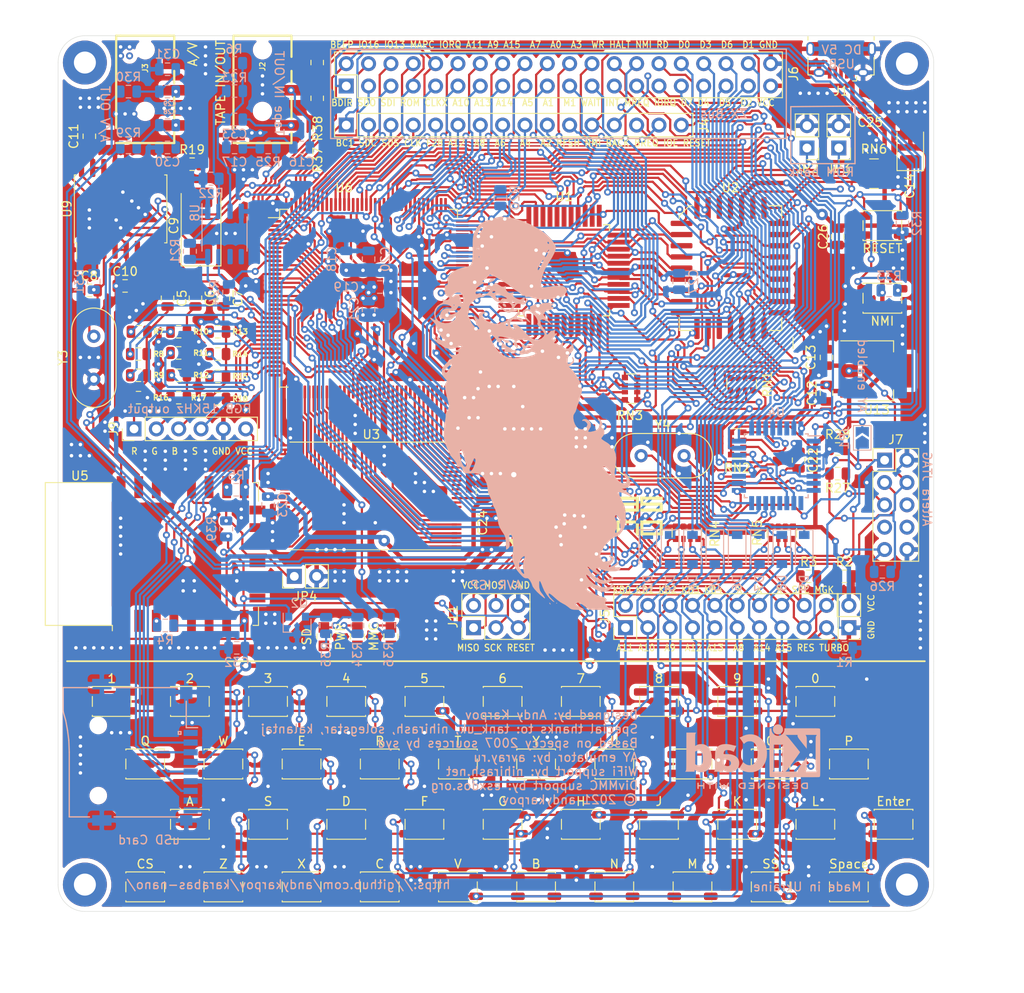
<source format=kicad_pcb>
(kicad_pcb (version 20171130) (host pcbnew 5.1.9-73d0e3b20d~88~ubuntu20.04.1)
  (layers (0 F.Cu signal) (31 B.Cu signal) (34 B.Paste user) (35 F.Paste user) (36 B.SilkS user) (37 F.SilkS user) (38 B.Mask user) (39 F.Mask user) (44 Edge.Cuts user))
  (net 0 "")
  (net 1 /A13)
  (net 2 /A12)
  (net 3 /A11)
  (net 4 /A10)
  (net 5 /A9)
  (net 6 /A8)
  (net 7 /A7)
  (net 8 /A6)
  (net 9 /A5)
  (net 10 /A4)
  (net 11 /A3)
  (net 12 /A2)
  (net 13 /A1)
  (net 14 /A0)
  (net 15 GND)
  (net 16 /D1)
  (net 17 /D0)
  (net 18 /D2)
  (net 19 VCC)
  (net 20 /D6)
  (net 21 /D5)
  (net 22 /D3)
  (net 23 /D4)
  (net 24 /CLK_CPU)
  (net 25 /MA15)
  (net 26 /MA17)
  (net 27 /~MWR)
  (net 28 /MA13)
  (net 29 /MA8)
  (net 30 /MA9)
  (net 31 /MA11)
  (net 32 /~MRD)
  (net 33 /MA10)
  (net 34 /MD7)
  (net 35 /MD6)
  (net 36 /MD5)
  (net 37 /MD4)
  (net 38 /MD3)
  (net 39 /MD2)
  (net 40 /MD1)
  (net 41 /MD0)
  (net 42 /MA0)
  (net 43 /MA1)
  (net 44 /MA2)
  (net 45 /MA3)
  (net 46 /MA4)
  (net 47 /MA5)
  (net 48 /MA6)
  (net 49 /MA7)
  (net 50 /MA12)
  (net 51 /MA14)
  (net 52 /MA18)
  (net 53 /A15)
  (net 54 /A14)
  (net 55 /~RFSH)
  (net 56 /~M1)
  (net 57 /~BUSREQ)
  (net 58 /~WAIT)
  (net 59 /~BUSACK)
  (net 60 /~WR)
  (net 61 /~RD)
  (net 62 /~IORQ)
  (net 63 /~MREQ)
  (net 64 /~HALT)
  (net 65 /~NMI)
  (net 66 /~INT)
  (net 67 /ROM_A14)
  (net 68 /ROM_A15)
  (net 69 +3V3)
  (net 70 /CLKX)
  (net 71 /~BUS_ROMCS)
  (net 72 /CLK_BUS)
  (net 73 /~BUS_IORQGE)
  (net 74 /~ROMCS)
  (net 75 /TDO)
  (net 76 /TCK)
  (net 77 /TMS)
  (net 78 /TDI)
  (net 79 "Net-(C5-Pad1)")
  (net 80 "Net-(C6-Pad1)")
  (net 81 "Net-(C7-Pad1)")
  (net 82 /R2)
  (net 83 /R1)
  (net 84 /R0)
  (net 85 /G2)
  (net 86 /G1)
  (net 87 /G0)
  (net 88 /B2)
  (net 89 /B1)
  (net 90 /B0)
  (net 91 "Net-(C8-Pad2)")
  (net 92 "Net-(C9-Pad2)")
  (net 93 "Net-(C9-Pad1)")
  (net 94 /CSYNC)
  (net 95 /CLK28)
  (net 96 ~RESET)
  (net 97 "Net-(C16-Pad2)")
  (net 98 "Net-(C16-Pad1)")
  (net 99 TAPE_IN)
  (net 100 TAPE_OUT)
  (net 101 /MAGIC)
  (net 102 /TURBO)
  (net 103 /SPECIAL)
  (net 104 /KB7)
  (net 105 /KB6)
  (net 106 /KB5)
  (net 107 /IO16)
  (net 108 /IO13)
  (net 109 /BEEPER)
  (net 110 /MA19)
  (net 111 /MA20)
  (net 112 "Net-(U4-Pad8)")
  (net 113 "Net-(U4-Pad7)")
  (net 114 /AY_BC1)
  (net 115 /AY_OUT_R)
  (net 116 /AY_OUT_L)
  (net 117 /AY_BDIR)
  (net 118 "Net-(C28-Pad2)")
  (net 119 "Net-(C28-Pad1)")
  (net 120 "Net-(C29-Pad2)")
  (net 121 "Net-(C29-Pad1)")
  (net 122 /~SD_CS)
  (net 123 /SD_DI)
  (net 124 /SD_CLK)
  (net 125 /SD_DO)
  (net 126 /RED)
  (net 127 /GREEN)
  (net 128 /BLUE)
  (net 129 "Net-(C33-Pad2)")
  (net 130 "Net-(D10-Pad1)")
  (net 131 "Net-(D12-Pad1)")
  (net 132 /IOE)
  (net 133 /~BTN_NMI)
  (net 134 /MAPCOND)
  (net 135 "Net-(J7-Pad8)")
  (net 136 "Net-(J7-Pad7)")
  (net 137 "Net-(J7-Pad6)")
  (net 138 "Net-(U1-Pad11)")
  (net 139 "Net-(U1-Pad17)")
  (net 140 "Net-(U1-Pad33)")
  (net 141 "Net-(U1-Pad39)")
  (net 142 "Net-(U3-Pad30)")
  (net 143 "Net-(U3-Pad15)")
  (net 144 "Net-(U4-Pad30)")
  (net 145 "Net-(U4-Pad22)")
  (net 146 "Net-(U4-Pad20)")
  (net 147 "Net-(U4-Pad19)")
  (net 148 "Net-(U4-Pad12)")
  (net 149 "Net-(U4-Pad9)")
  (net 150 "Net-(U4-Pad2)")
  (net 151 "Net-(U9-Pad11)")
  (net 152 "Net-(U9-Pad9)")
  (net 153 /D7)
  (net 154 /MA16)
  (net 155 /VCCJP)
  (net 156 /AVR_SCK)
  (net 157 /AVR_MISO)
  (net 158 /AVR_MOSI)
  (net 159 "Net-(R4-Pad1)")
  (net 160 "Net-(R5-Pad2)")
  (net 161 "Net-(U5-Pad20)")
  (net 162 "Net-(U5-Pad19)")
  (net 163 "Net-(U5-Pad17)")
  (net 164 "Net-(U5-Pad14)")
  (net 165 "Net-(U5-Pad13)")
  (net 166 "Net-(U5-Pad12)")
  (net 167 "Net-(U5-Pad11)")
  (net 168 "Net-(U5-Pad10)")
  (net 169 "Net-(U5-Pad9)")
  (net 170 "Net-(U5-Pad6)")
  (net 171 "Net-(U5-Pad5)")
  (net 172 "Net-(U5-Pad4)")
  (net 173 "Net-(U5-Pad2)")
  (net 174 KA11)
  (net 175 KA10)
  (net 176 KA9)
  (net 177 KA12)
  (net 178 KA13)
  (net 179 KA8)
  (net 180 KA14)
  (net 181 KA15)
  (net 182 KB4)
  (net 183 KB3)
  (net 184 KB2)
  (net 185 KB1)
  (net 186 KB0)
  (net 187 "Net-(U3-Pad43)")
  (net 188 "Net-(U3-Pad41)")
  (net 189 "Net-(U3-Pad39)")
  (net 190 "Net-(U3-Pad36)")
  (net 191 "Net-(U3-Pad34)")
  (net 192 "Net-(U3-Pad32)")
  (net 193 "Net-(U3-Pad14)")
  (net 194 "Net-(U3-Pad13)")
  (net 195 "Net-(U3-Pad10)")
  (net 196 "Net-(D11-Pad2)")
  (net 197 "Net-(Q2-Pad2)")
  (net 198 "Net-(J1-Pad4)")
  (net 199 "Net-(J1-Pad3)")
  (net 200 "Net-(J1-Pad2)")
  (net 201 "Net-(C33-Pad1)")
  (net 202 "Net-(R21-Pad1)")
  (net 203 "Net-(U8-Pad6)")
  (net 204 "Net-(U8-Pad5)")
  (net 205 "Net-(J3-PadR2)")
  (net 206 "Net-(U7-Pad1)")
  (net 207 "Net-(U7-Pad8)")
  (net 208 /ROM_A18)
  (net 209 /ROM_A16)
  (net 210 /ROM_A17)
  (net 211 /~ROM_WE)
  (net 212 /ESP_FLASH)
  (module Connector_PinHeader_2.54mm:PinHeader_1x02_P2.54mm_Vertical (layer F.Cu) (at 117.2845 112.268 90)
    (fp_text reference JP4 (at -2.286 1.27) (layer F.SilkS))
    (fp_text value FLASH)
    (pad 2 thru_hole oval (at 0 2.54 90) (size 1.7 1.7) (drill 1) (layers *.Cu *.Mask) (net 15 GND))
    (pad 1 thru_hole rect (at 0 0 90) (size 1.7 1.7) (drill 1) (layers *.Cu *.Mask) (net 212 /ESP_FLASH))
  )
  (module Resistor_SMD:R_0805_2012Metric (layer B.Cu) (at 109.5375 106.8705 270)
    (fp_text reference R39 (at 0 1.65 90) (layer B.SilkS) (effects (justify mirror)))
    (fp_text value 10k)
    (pad 2 smd roundrect (at 0.9125 0 270) (size 1.025 1.4) (layers B.Cu B.Paste B.Mask) (roundrect_rratio 0.243902) (net 69 +3V3))
    (pad 1 smd roundrect (at -0.9125 0 270) (size 1.025 1.4) (layers B.Cu B.Paste B.Mask) (roundrect_rratio 0.243902) (net 212 /ESP_FLASH))
  )
  (module Connector_PinHeader_2.54mm:PinHeader_1x02_P2.54mm_Vertical (layer F.Cu) (at 179.197 63.5635 180)
    (fp_text reference JP3 (at 0 -2.33) (layer F.SilkS))
    (fp_text value ROMBANK1)
    (pad 2 thru_hole oval (at 0 2.54 180) (size 1.7 1.7) (drill 1) (layers *.Cu *.Mask) (net 15 GND))
    (pad 1 thru_hole rect (at 0 0 180) (size 1.7 1.7) (drill 1) (layers *.Cu *.Mask) (net 210 /ROM_A17))
  )
  (module Connector_PinHeader_2.54mm:PinHeader_1x02_P2.54mm_Vertical (layer F.Cu) (at 175.5775 63.5635 180)
    (fp_text reference JP2 (at 0 -2.33) (layer F.SilkS))
    (fp_text value ROMBANK0)
    (pad 2 thru_hole oval (at 0 2.54 180) (size 1.7 1.7) (drill 1) (layers *.Cu *.Mask) (net 15 GND))
    (pad 1 thru_hole rect (at 0 0 180) (size 1.7 1.7) (drill 1) (layers *.Cu *.Mask) (net 209 /ROM_A16))
  )
  (module Resistor_SMD:R_Array_Convex_4x0612 (layer F.Cu) (at 183.1975 66.4845)
    (fp_text reference RN6 (at 0 -2.8) (layer F.SilkS))
    (fp_text value 10k)
    (pad 1 smd rect (at -0.7 -1.27) (size 0.7 0.64) (layers F.Cu F.Paste F.Mask) (net 209 /ROM_A16))
    (pad 3 smd rect (at -0.7 0.4) (size 0.7 0.5) (layers F.Cu F.Paste F.Mask) (net 211 /~ROM_WE))
    (pad 2 smd rect (at -0.7 -0.4) (size 0.7 0.5) (layers F.Cu F.Paste F.Mask) (net 208 /ROM_A18))
    (pad 4 smd rect (at -0.7 1.27) (size 0.7 0.64) (layers F.Cu F.Paste F.Mask) (net 210 /ROM_A17))
    (pad 7 smd rect (at 0.7 -0.4) (size 0.7 0.5) (layers F.Cu F.Paste F.Mask) (net 19 VCC))
    (pad 8 smd rect (at 0.7 -1.27) (size 0.7 0.64) (layers F.Cu F.Paste F.Mask) (net 19 VCC))
    (pad 6 smd rect (at 0.7 0.4) (size 0.7 0.5) (layers F.Cu F.Paste F.Mask) (net 19 VCC))
    (pad 5 smd rect (at 0.7 1.27) (size 0.7 0.64) (layers F.Cu F.Paste F.Mask) (net 19 VCC))
  )
  (module Crystal:Crystal_HC49-U_Vertical (layer F.Cu) (at 156.718 98.552)
    (fp_text reference Y4 (at 2.44 -3.525) (layer F.SilkS))
    (fp_text value 20MHz)
    (pad 2 thru_hole circle (at 4.88 0) (size 1.5 1.5) (drill 0.8) (layers *.Cu *.Mask) (net 113 "Net-(U4-Pad7)"))
    (pad 1 thru_hole circle (at 0 0) (size 1.5 1.5) (drill 0.8) (layers *.Cu *.Mask) (net 112 "Net-(U4-Pad8)"))
  )
  (module Crystal:Crystal_HC49-U_Vertical (layer F.Cu) (at 94.488 89.8525 90)
    (fp_text reference Y3 (at 2.44 -3.525 90) (layer F.SilkS))
    (fp_text value 4.43MHz)
    (pad 2 thru_hole circle (at 4.88 0 90) (size 1.5 1.5) (drill 0.8) (layers *.Cu *.Mask) (net 91 "Net-(C8-Pad2)"))
    (pad 1 thru_hole circle (at 0 0 90) (size 1.5 1.5) (drill 0.8) (layers *.Cu *.Mask) (net 15 GND))
  )
  (module footprints:AUDIO_JACK_3.5MM_SMD_TRRS (layer F.Cu) (at 100.33 50.8 270)
    (fp_text reference J3 (at 3.683 0 270) (layer F.SilkS) (effects (font (size 0.6096 0.6096) (thickness 0.127))))
    (fp_text value A/V (at 2.0955 -5.3975 270) (layer F.SilkS))
    (pad "" np_thru_hole circle (at 8.5979 0 270) (size 1.19888 1.19888) (drill 1.19888) (layers *.Cu *.Mask))
    (pad "" np_thru_hole circle (at 1.59766 0 270) (size 1.19888 1.19888) (drill 1.19888) (layers *.Cu *.Mask))
    (pad T smd rect (at 10.1981 -3.24866 270) (size 1.19888 2.49936) (layers F.Cu F.Paste F.Mask) (net 118 "Net-(C28-Pad2)"))
    (pad R2 smd rect (at 3.19786 -3.24866 90) (size 1.19888 2.49936) (layers F.Cu F.Paste F.Mask) (net 205 "Net-(J3-PadR2)"))
    (pad R1 smd rect (at 6.1976 -3.24866 270) (size 1.19888 2.49936) (layers F.Cu F.Paste F.Mask) (net 120 "Net-(C29-Pad2)"))
    (pad S smd rect (at 11.29792 3.24866 270) (size 1.19888 2.49936) (layers F.Cu F.Paste F.Mask) (net 15 GND))
  )
  (module footprints:AUDIO_JACK_3.5MM_SMD_TRRS (layer F.Cu) (at 113.665 50.8 270)
    (fp_text reference J2 (at 3.4925 0 270) (layer F.SilkS) (effects (font (size 0.6096 0.6096) (thickness 0.127))))
    (fp_text value "TAPE IN/OUT" (at 5.334 4.7625 270) (layer F.SilkS))
    (pad "" np_thru_hole circle (at 8.5979 0 270) (size 1.19888 1.19888) (drill 1.19888) (layers *.Cu *.Mask))
    (pad "" np_thru_hole circle (at 1.59766 0 270) (size 1.19888 1.19888) (drill 1.19888) (layers *.Cu *.Mask))
    (pad T smd rect (at 10.1981 -3.24866 270) (size 1.19888 2.49936) (layers F.Cu F.Paste F.Mask) (net 129 "Net-(C33-Pad2)"))
    (pad R2 smd rect (at 3.19786 -3.24866 90) (size 1.19888 2.49936) (layers F.Cu F.Paste F.Mask) (net 15 GND))
    (pad R1 smd rect (at 6.1976 -3.24866 270) (size 1.19888 2.49936) (layers F.Cu F.Paste F.Mask) (net 97 "Net-(C16-Pad2)"))
    (pad S smd rect (at 11.29792 3.24866 270) (size 1.19888 2.49936) (layers F.Cu F.Paste F.Mask) (net 15 GND))
  )
  (module Package_SO:SO-8_3.9x4.9mm_P1.27mm (layer B.Cu) (at 109.347 73.3425 270)
    (fp_text reference U8 (at -2.413 3.3655 90) (layer B.SilkS) (effects (justify mirror)))
    (fp_text value LM311)
    (pad 8 smd roundrect (at 2.575 1.905 270) (size 1.75 0.6) (layers B.Cu B.Paste B.Mask) (net 69 +3V3))
    (pad 7 smd roundrect (at 2.575 0.635 270) (size 1.75 0.6) (layers B.Cu B.Paste B.Mask) (net 99 TAPE_IN))
    (pad 6 smd roundrect (at 2.575 -0.635 270) (size 1.75 0.6) (layers B.Cu B.Paste B.Mask) (net 203 "Net-(U8-Pad6)"))
    (pad 5 smd roundrect (at 2.575 -1.905 270) (size 1.75 0.6) (layers B.Cu B.Paste B.Mask) (net 204 "Net-(U8-Pad5)"))
    (pad 4 smd roundrect (at -2.575 -1.905 270) (size 1.75 0.6) (layers B.Cu B.Paste B.Mask) (net 15 GND))
    (pad 3 smd roundrect (at -2.575 -0.635 270) (size 1.75 0.6) (layers B.Cu B.Paste B.Mask) (net 201 "Net-(C33-Pad1)"))
    (pad 2 smd roundrect (at -2.575 0.635 270) (size 1.75 0.6) (layers B.Cu B.Paste B.Mask) (net 202 "Net-(R21-Pad1)"))
    (pad 1 smd roundrect (at -2.575 1.905 270) (size 1.75 0.6) (layers B.Cu B.Paste B.Mask) (net 15 GND))
  )
  (module Resistor_SMD:R_0805_2012Metric (layer B.Cu) (at 107.823 67.056)
    (fp_text reference R22 (at 0 1.65) (layer B.SilkS) (effects (justify mirror)))
    (fp_text value 1k)
    (pad 2 smd roundrect (at 0.9125 0) (size 1.025 1.4) (layers B.Cu B.Paste B.Mask) (roundrect_rratio 0.243902) (net 202 "Net-(R21-Pad1)"))
    (pad 1 smd roundrect (at -0.9125 0) (size 1.025 1.4) (layers B.Cu B.Paste B.Mask) (roundrect_rratio 0.243902) (net 15 GND))
  )
  (module Resistor_SMD:R_0805_2012Metric (layer B.Cu) (at 105.41 75.311 270)
    (fp_text reference R21 (at 0 1.65 90) (layer B.SilkS) (effects (justify mirror)))
    (fp_text value 1k)
    (pad 2 smd roundrect (at 0.9125 0 270) (size 1.025 1.4) (layers B.Cu B.Paste B.Mask) (roundrect_rratio 0.243902) (net 69 +3V3))
    (pad 1 smd roundrect (at -0.9125 0 270) (size 1.025 1.4) (layers B.Cu B.Paste B.Mask) (roundrect_rratio 0.243902) (net 202 "Net-(R21-Pad1)"))
  )
  (module Resistor_SMD:R_0805_2012Metric (layer B.Cu) (at 110.49 53.9115)
    (fp_text reference R6 (at -0.0635 -1.5875) (layer B.SilkS) (effects (justify mirror)))
    (fp_text value 1M)
    (pad 2 smd roundrect (at 0.9125 0) (size 1.025 1.4) (layers B.Cu B.Paste B.Mask) (roundrect_rratio 0.243902) (net 201 "Net-(C33-Pad1)"))
    (pad 1 smd roundrect (at -0.9125 0) (size 1.025 1.4) (layers B.Cu B.Paste B.Mask) (roundrect_rratio 0.243902) (net 15 GND))
  )
  (module footprints:small-btn (layer F.Cu) (at 180.34 147.574 180)
    (fp_text reference SW42 hide)
    (fp_text value Space (at 0 2.6) (layer F.SilkS))
    (pad 2 smd roundrect (at 2.075 1.075 180) (size 1.55 0.85) (layers F.Cu F.Paste F.Mask) (net 186 KB0))
    (pad 2 smd roundrect (at -2.075 1.075 180) (size 1.55 0.85) (layers F.Cu F.Paste F.Mask) (net 186 KB0))
    (pad 1 smd roundrect (at 2.075 -1.075 180) (size 1.55 0.85) (layers F.Cu F.Paste F.Mask) (net 181 KA15))
    (pad 1 smd roundrect (at -2.075 -1.075 180) (size 1.55 0.85) (layers F.Cu F.Paste F.Mask) (net 181 KA15))
  )
  (module footprints:small-btn (layer F.Cu) (at 185.42 140.462 180)
    (fp_text reference SW41 hide)
    (fp_text value Enter (at 0 2.6) (layer F.SilkS))
    (pad 2 smd roundrect (at 2.075 1.075 180) (size 1.55 0.85) (layers F.Cu F.Paste F.Mask) (net 186 KB0))
    (pad 2 smd roundrect (at -2.075 1.075 180) (size 1.55 0.85) (layers F.Cu F.Paste F.Mask) (net 186 KB0))
    (pad 1 smd roundrect (at 2.075 -1.075 180) (size 1.55 0.85) (layers F.Cu F.Paste F.Mask) (net 180 KA14))
    (pad 1 smd roundrect (at -2.075 -1.075 180) (size 1.55 0.85) (layers F.Cu F.Paste F.Mask) (net 180 KA14))
  )
  (module footprints:small-btn (layer F.Cu) (at 180.34 133.604 180)
    (fp_text reference SW40 hide)
    (fp_text value P (at 0 2.6) (layer F.SilkS))
    (pad 2 smd roundrect (at 2.075 1.075 180) (size 1.55 0.85) (layers F.Cu F.Paste F.Mask) (net 186 KB0))
    (pad 2 smd roundrect (at -2.075 1.075 180) (size 1.55 0.85) (layers F.Cu F.Paste F.Mask) (net 186 KB0))
    (pad 1 smd roundrect (at 2.075 -1.075 180) (size 1.55 0.85) (layers F.Cu F.Paste F.Mask) (net 178 KA13))
    (pad 1 smd roundrect (at -2.075 -1.075 180) (size 1.55 0.85) (layers F.Cu F.Paste F.Mask) (net 178 KA13))
  )
  (module footprints:small-btn (layer F.Cu) (at 171.45 147.574 180)
    (fp_text reference SW39 hide)
    (fp_text value SS (at 0 2.6) (layer F.SilkS))
    (pad 2 smd roundrect (at 2.075 1.075 180) (size 1.55 0.85) (layers F.Cu F.Paste F.Mask) (net 185 KB1))
    (pad 2 smd roundrect (at -2.075 1.075 180) (size 1.55 0.85) (layers F.Cu F.Paste F.Mask) (net 185 KB1))
    (pad 1 smd roundrect (at 2.075 -1.075 180) (size 1.55 0.85) (layers F.Cu F.Paste F.Mask) (net 181 KA15))
    (pad 1 smd roundrect (at -2.075 -1.075 180) (size 1.55 0.85) (layers F.Cu F.Paste F.Mask) (net 181 KA15))
  )
  (module footprints:small-btn (layer F.Cu) (at 176.53 140.462 180)
    (fp_text reference SW38 hide)
    (fp_text value L (at 0 2.6) (layer F.SilkS))
    (pad 2 smd roundrect (at 2.075 1.075 180) (size 1.55 0.85) (layers F.Cu F.Paste F.Mask) (net 185 KB1))
    (pad 2 smd roundrect (at -2.075 1.075 180) (size 1.55 0.85) (layers F.Cu F.Paste F.Mask) (net 185 KB1))
    (pad 1 smd roundrect (at 2.075 -1.075 180) (size 1.55 0.85) (layers F.Cu F.Paste F.Mask) (net 180 KA14))
    (pad 1 smd roundrect (at -2.075 -1.075 180) (size 1.55 0.85) (layers F.Cu F.Paste F.Mask) (net 180 KA14))
  )
  (module footprints:small-btn (layer F.Cu) (at 171.45 133.604 180)
    (fp_text reference SW37 hide)
    (fp_text value O (at 0 2.6) (layer F.SilkS))
    (pad 2 smd roundrect (at 2.075 1.075 180) (size 1.55 0.85) (layers F.Cu F.Paste F.Mask) (net 185 KB1))
    (pad 2 smd roundrect (at -2.075 1.075 180) (size 1.55 0.85) (layers F.Cu F.Paste F.Mask) (net 185 KB1))
    (pad 1 smd roundrect (at 2.075 -1.075 180) (size 1.55 0.85) (layers F.Cu F.Paste F.Mask) (net 178 KA13))
    (pad 1 smd roundrect (at -2.075 -1.075 180) (size 1.55 0.85) (layers F.Cu F.Paste F.Mask) (net 178 KA13))
  )
  (module footprints:small-btn (layer F.Cu) (at 162.56 147.574 180)
    (fp_text reference SW36 hide)
    (fp_text value M (at 0 2.6) (layer F.SilkS))
    (pad 2 smd roundrect (at 2.075 1.075 180) (size 1.55 0.85) (layers F.Cu F.Paste F.Mask) (net 184 KB2))
    (pad 2 smd roundrect (at -2.075 1.075 180) (size 1.55 0.85) (layers F.Cu F.Paste F.Mask) (net 184 KB2))
    (pad 1 smd roundrect (at 2.075 -1.075 180) (size 1.55 0.85) (layers F.Cu F.Paste F.Mask) (net 181 KA15))
    (pad 1 smd roundrect (at -2.075 -1.075 180) (size 1.55 0.85) (layers F.Cu F.Paste F.Mask) (net 181 KA15))
  )
  (module footprints:small-btn (layer F.Cu) (at 167.64 140.462 180)
    (fp_text reference SW35 hide)
    (fp_text value K (at 0 2.6) (layer F.SilkS))
    (pad 2 smd roundrect (at 2.075 1.075 180) (size 1.55 0.85) (layers F.Cu F.Paste F.Mask) (net 184 KB2))
    (pad 2 smd roundrect (at -2.075 1.075 180) (size 1.55 0.85) (layers F.Cu F.Paste F.Mask) (net 184 KB2))
    (pad 1 smd roundrect (at 2.075 -1.075 180) (size 1.55 0.85) (layers F.Cu F.Paste F.Mask) (net 180 KA14))
    (pad 1 smd roundrect (at -2.075 -1.075 180) (size 1.55 0.85) (layers F.Cu F.Paste F.Mask) (net 180 KA14))
  )
  (module footprints:small-btn (layer F.Cu) (at 162.56 133.604 180)
    (fp_text reference SW34 hide)
    (fp_text value I (at 0 2.6) (layer F.SilkS))
    (pad 2 smd roundrect (at 2.075 1.075 180) (size 1.55 0.85) (layers F.Cu F.Paste F.Mask) (net 184 KB2))
    (pad 2 smd roundrect (at -2.075 1.075 180) (size 1.55 0.85) (layers F.Cu F.Paste F.Mask) (net 184 KB2))
    (pad 1 smd roundrect (at 2.075 -1.075 180) (size 1.55 0.85) (layers F.Cu F.Paste F.Mask) (net 178 KA13))
    (pad 1 smd roundrect (at -2.075 -1.075 180) (size 1.55 0.85) (layers F.Cu F.Paste F.Mask) (net 178 KA13))
  )
  (module footprints:small-btn (layer F.Cu) (at 153.67 147.574 180)
    (fp_text reference SW33 hide)
    (fp_text value N (at 0 2.6) (layer F.SilkS))
    (pad 2 smd roundrect (at 2.075 1.075 180) (size 1.55 0.85) (layers F.Cu F.Paste F.Mask) (net 183 KB3))
    (pad 2 smd roundrect (at -2.075 1.075 180) (size 1.55 0.85) (layers F.Cu F.Paste F.Mask) (net 183 KB3))
    (pad 1 smd roundrect (at 2.075 -1.075 180) (size 1.55 0.85) (layers F.Cu F.Paste F.Mask) (net 181 KA15))
    (pad 1 smd roundrect (at -2.075 -1.075 180) (size 1.55 0.85) (layers F.Cu F.Paste F.Mask) (net 181 KA15))
  )
  (module footprints:small-btn (layer F.Cu) (at 158.75 140.462 180)
    (fp_text reference SW32 hide)
    (fp_text value J (at 0 2.6) (layer F.SilkS))
    (pad 2 smd roundrect (at 2.075 1.075 180) (size 1.55 0.85) (layers F.Cu F.Paste F.Mask) (net 183 KB3))
    (pad 2 smd roundrect (at -2.075 1.075 180) (size 1.55 0.85) (layers F.Cu F.Paste F.Mask) (net 183 KB3))
    (pad 1 smd roundrect (at 2.075 -1.075 180) (size 1.55 0.85) (layers F.Cu F.Paste F.Mask) (net 180 KA14))
    (pad 1 smd roundrect (at -2.075 -1.075 180) (size 1.55 0.85) (layers F.Cu F.Paste F.Mask) (net 180 KA14))
  )
  (module footprints:small-btn (layer F.Cu) (at 153.67 133.604 180)
    (fp_text reference SW31 hide)
    (fp_text value U (at 0 2.6) (layer F.SilkS))
    (pad 2 smd roundrect (at 2.075 1.075 180) (size 1.55 0.85) (layers F.Cu F.Paste F.Mask) (net 183 KB3))
    (pad 2 smd roundrect (at -2.075 1.075 180) (size 1.55 0.85) (layers F.Cu F.Paste F.Mask) (net 183 KB3))
    (pad 1 smd roundrect (at 2.075 -1.075 180) (size 1.55 0.85) (layers F.Cu F.Paste F.Mask) (net 178 KA13))
    (pad 1 smd roundrect (at -2.075 -1.075 180) (size 1.55 0.85) (layers F.Cu F.Paste F.Mask) (net 178 KA13))
  )
  (module footprints:small-btn (layer F.Cu) (at 144.78 147.574 180)
    (fp_text reference SW30 hide)
    (fp_text value B (at 0 2.6) (layer F.SilkS))
    (pad 2 smd roundrect (at 2.075 1.075 180) (size 1.55 0.85) (layers F.Cu F.Paste F.Mask) (net 182 KB4))
    (pad 2 smd roundrect (at -2.075 1.075 180) (size 1.55 0.85) (layers F.Cu F.Paste F.Mask) (net 182 KB4))
    (pad 1 smd roundrect (at 2.075 -1.075 180) (size 1.55 0.85) (layers F.Cu F.Paste F.Mask) (net 181 KA15))
    (pad 1 smd roundrect (at -2.075 -1.075 180) (size 1.55 0.85) (layers F.Cu F.Paste F.Mask) (net 181 KA15))
  )
  (module footprints:small-btn (layer F.Cu) (at 149.86 140.462 180)
    (fp_text reference SW29 hide)
    (fp_text value H (at 0 2.6) (layer F.SilkS))
    (pad 2 smd roundrect (at 2.075 1.075 180) (size 1.55 0.85) (layers F.Cu F.Paste F.Mask) (net 182 KB4))
    (pad 2 smd roundrect (at -2.075 1.075 180) (size 1.55 0.85) (layers F.Cu F.Paste F.Mask) (net 182 KB4))
    (pad 1 smd roundrect (at 2.075 -1.075 180) (size 1.55 0.85) (layers F.Cu F.Paste F.Mask) (net 180 KA14))
    (pad 1 smd roundrect (at -2.075 -1.075 180) (size 1.55 0.85) (layers F.Cu F.Paste F.Mask) (net 180 KA14))
  )
  (module footprints:small-btn (layer F.Cu) (at 144.78 133.604 180)
    (fp_text reference SW28 hide)
    (fp_text value Y (at 0 2.6) (layer F.SilkS))
    (pad 2 smd roundrect (at 2.075 1.075 180) (size 1.55 0.85) (layers F.Cu F.Paste F.Mask) (net 182 KB4))
    (pad 2 smd roundrect (at -2.075 1.075 180) (size 1.55 0.85) (layers F.Cu F.Paste F.Mask) (net 182 KB4))
    (pad 1 smd roundrect (at 2.075 -1.075 180) (size 1.55 0.85) (layers F.Cu F.Paste F.Mask) (net 178 KA13))
    (pad 1 smd roundrect (at -2.075 -1.075 180) (size 1.55 0.85) (layers F.Cu F.Paste F.Mask) (net 178 KA13))
  )
  (module footprints:small-btn (layer F.Cu) (at 135.89 147.574 180)
    (fp_text reference SW27 hide)
    (fp_text value V (at 0 2.6) (layer F.SilkS))
    (pad 2 smd roundrect (at 2.075 1.075 180) (size 1.55 0.85) (layers F.Cu F.Paste F.Mask) (net 182 KB4))
    (pad 2 smd roundrect (at -2.075 1.075 180) (size 1.55 0.85) (layers F.Cu F.Paste F.Mask) (net 182 KB4))
    (pad 1 smd roundrect (at 2.075 -1.075 180) (size 1.55 0.85) (layers F.Cu F.Paste F.Mask) (net 179 KA8))
    (pad 1 smd roundrect (at -2.075 -1.075 180) (size 1.55 0.85) (layers F.Cu F.Paste F.Mask) (net 179 KA8))
  )
  (module footprints:small-btn (layer F.Cu) (at 140.97 140.462 180)
    (fp_text reference SW26 hide)
    (fp_text value G (at 0 2.6) (layer F.SilkS))
    (pad 2 smd roundrect (at 2.075 1.075 180) (size 1.55 0.85) (layers F.Cu F.Paste F.Mask) (net 182 KB4))
    (pad 2 smd roundrect (at -2.075 1.075 180) (size 1.55 0.85) (layers F.Cu F.Paste F.Mask) (net 182 KB4))
    (pad 1 smd roundrect (at 2.075 -1.075 180) (size 1.55 0.85) (layers F.Cu F.Paste F.Mask) (net 176 KA9))
    (pad 1 smd roundrect (at -2.075 -1.075 180) (size 1.55 0.85) (layers F.Cu F.Paste F.Mask) (net 176 KA9))
  )
  (module footprints:small-btn (layer F.Cu) (at 135.89 133.604 180)
    (fp_text reference SW25 hide)
    (fp_text value T (at 0 2.6) (layer F.SilkS))
    (pad 2 smd roundrect (at 2.075 1.075 180) (size 1.55 0.85) (layers F.Cu F.Paste F.Mask) (net 182 KB4))
    (pad 2 smd roundrect (at -2.075 1.075 180) (size 1.55 0.85) (layers F.Cu F.Paste F.Mask) (net 182 KB4))
    (pad 1 smd roundrect (at 2.075 -1.075 180) (size 1.55 0.85) (layers F.Cu F.Paste F.Mask) (net 175 KA10))
    (pad 1 smd roundrect (at -2.075 -1.075 180) (size 1.55 0.85) (layers F.Cu F.Paste F.Mask) (net 175 KA10))
  )
  (module footprints:small-btn (layer F.Cu) (at 127 147.574 180)
    (fp_text reference SW24 hide)
    (fp_text value C (at 0 2.6) (layer F.SilkS))
    (pad 2 smd roundrect (at 2.075 1.075 180) (size 1.55 0.85) (layers F.Cu F.Paste F.Mask) (net 183 KB3))
    (pad 2 smd roundrect (at -2.075 1.075 180) (size 1.55 0.85) (layers F.Cu F.Paste F.Mask) (net 183 KB3))
    (pad 1 smd roundrect (at 2.075 -1.075 180) (size 1.55 0.85) (layers F.Cu F.Paste F.Mask) (net 179 KA8))
    (pad 1 smd roundrect (at -2.075 -1.075 180) (size 1.55 0.85) (layers F.Cu F.Paste F.Mask) (net 179 KA8))
  )
  (module footprints:small-btn (layer F.Cu) (at 132.08 140.462 180)
    (fp_text reference SW23 hide)
    (fp_text value F (at 0 2.6) (layer F.SilkS))
    (pad 2 smd roundrect (at 2.075 1.075 180) (size 1.55 0.85) (layers F.Cu F.Paste F.Mask) (net 183 KB3))
    (pad 2 smd roundrect (at -2.075 1.075 180) (size 1.55 0.85) (layers F.Cu F.Paste F.Mask) (net 183 KB3))
    (pad 1 smd roundrect (at 2.075 -1.075 180) (size 1.55 0.85) (layers F.Cu F.Paste F.Mask) (net 176 KA9))
    (pad 1 smd roundrect (at -2.075 -1.075 180) (size 1.55 0.85) (layers F.Cu F.Paste F.Mask) (net 176 KA9))
  )
  (module footprints:small-btn (layer F.Cu) (at 127 133.604 180)
    (fp_text reference SW22 hide)
    (fp_text value R (at 0 2.6) (layer F.SilkS))
    (pad 2 smd roundrect (at 2.075 1.075 180) (size 1.55 0.85) (layers F.Cu F.Paste F.Mask) (net 183 KB3))
    (pad 2 smd roundrect (at -2.075 1.075 180) (size 1.55 0.85) (layers F.Cu F.Paste F.Mask) (net 183 KB3))
    (pad 1 smd roundrect (at 2.075 -1.075 180) (size 1.55 0.85) (layers F.Cu F.Paste F.Mask) (net 175 KA10))
    (pad 1 smd roundrect (at -2.075 -1.075 180) (size 1.55 0.85) (layers F.Cu F.Paste F.Mask) (net 175 KA10))
  )
  (module footprints:small-btn (layer F.Cu) (at 118.11 147.574 180)
    (fp_text reference SW21 hide)
    (fp_text value X (at 0 2.6) (layer F.SilkS))
    (pad 2 smd roundrect (at 2.075 1.075 180) (size 1.55 0.85) (layers F.Cu F.Paste F.Mask) (net 184 KB2))
    (pad 2 smd roundrect (at -2.075 1.075 180) (size 1.55 0.85) (layers F.Cu F.Paste F.Mask) (net 184 KB2))
    (pad 1 smd roundrect (at 2.075 -1.075 180) (size 1.55 0.85) (layers F.Cu F.Paste F.Mask) (net 179 KA8))
    (pad 1 smd roundrect (at -2.075 -1.075 180) (size 1.55 0.85) (layers F.Cu F.Paste F.Mask) (net 179 KA8))
  )
  (module footprints:small-btn (layer F.Cu) (at 123.19 140.462 180)
    (fp_text reference SW20 hide)
    (fp_text value D (at 0 2.6) (layer F.SilkS))
    (pad 2 smd roundrect (at 2.075 1.075 180) (size 1.55 0.85) (layers F.Cu F.Paste F.Mask) (net 184 KB2))
    (pad 2 smd roundrect (at -2.075 1.075 180) (size 1.55 0.85) (layers F.Cu F.Paste F.Mask) (net 184 KB2))
    (pad 1 smd roundrect (at 2.075 -1.075 180) (size 1.55 0.85) (layers F.Cu F.Paste F.Mask) (net 176 KA9))
    (pad 1 smd roundrect (at -2.075 -1.075 180) (size 1.55 0.85) (layers F.Cu F.Paste F.Mask) (net 176 KA9))
  )
  (module footprints:small-btn (layer F.Cu) (at 118.11 133.604 180)
    (fp_text reference SW19 hide)
    (fp_text value E (at 0 2.6) (layer F.SilkS))
    (pad 2 smd roundrect (at 2.075 1.075 180) (size 1.55 0.85) (layers F.Cu F.Paste F.Mask) (net 184 KB2))
    (pad 2 smd roundrect (at -2.075 1.075 180) (size 1.55 0.85) (layers F.Cu F.Paste F.Mask) (net 184 KB2))
    (pad 1 smd roundrect (at 2.075 -1.075 180) (size 1.55 0.85) (layers F.Cu F.Paste F.Mask) (net 175 KA10))
    (pad 1 smd roundrect (at -2.075 -1.075 180) (size 1.55 0.85) (layers F.Cu F.Paste F.Mask) (net 175 KA10))
  )
  (module footprints:small-btn (layer F.Cu) (at 109.22 147.574 180)
    (fp_text reference SW18 hide)
    (fp_text value Z (at 0 2.6) (layer F.SilkS))
    (pad 2 smd roundrect (at 2.075 1.075 180) (size 1.55 0.85) (layers F.Cu F.Paste F.Mask) (net 185 KB1))
    (pad 2 smd roundrect (at -2.075 1.075 180) (size 1.55 0.85) (layers F.Cu F.Paste F.Mask) (net 185 KB1))
    (pad 1 smd roundrect (at 2.075 -1.075 180) (size 1.55 0.85) (layers F.Cu F.Paste F.Mask) (net 179 KA8))
    (pad 1 smd roundrect (at -2.075 -1.075 180) (size 1.55 0.85) (layers F.Cu F.Paste F.Mask) (net 179 KA8))
  )
  (module footprints:small-btn (layer F.Cu) (at 114.3 140.462 180)
    (fp_text reference SW17 hide)
    (fp_text value S (at 0 2.6) (layer F.SilkS))
    (pad 2 smd roundrect (at 2.075 1.075 180) (size 1.55 0.85) (layers F.Cu F.Paste F.Mask) (net 185 KB1))
    (pad 2 smd roundrect (at -2.075 1.075 180) (size 1.55 0.85) (layers F.Cu F.Paste F.Mask) (net 185 KB1))
    (pad 1 smd roundrect (at 2.075 -1.075 180) (size 1.55 0.85) (layers F.Cu F.Paste F.Mask) (net 176 KA9))
    (pad 1 smd roundrect (at -2.075 -1.075 180) (size 1.55 0.85) (layers F.Cu F.Paste F.Mask) (net 176 KA9))
  )
  (module footprints:small-btn (layer F.Cu) (at 109.22 133.604 180)
    (fp_text reference SW16 hide)
    (fp_text value W (at 0 2.6) (layer F.SilkS))
    (pad 2 smd roundrect (at 2.075 1.075 180) (size 1.55 0.85) (layers F.Cu F.Paste F.Mask) (net 185 KB1))
    (pad 2 smd roundrect (at -2.075 1.075 180) (size 1.55 0.85) (layers F.Cu F.Paste F.Mask) (net 185 KB1))
    (pad 1 smd roundrect (at 2.075 -1.075 180) (size 1.55 0.85) (layers F.Cu F.Paste F.Mask) (net 175 KA10))
    (pad 1 smd roundrect (at -2.075 -1.075 180) (size 1.55 0.85) (layers F.Cu F.Paste F.Mask) (net 175 KA10))
  )
  (module footprints:small-btn (layer F.Cu) (at 100.33 147.574 180)
    (fp_text reference SW15 hide)
    (fp_text value CS (at 0 2.6) (layer F.SilkS))
    (pad 2 smd roundrect (at 2.075 1.075 180) (size 1.55 0.85) (layers F.Cu F.Paste F.Mask) (net 186 KB0))
    (pad 2 smd roundrect (at -2.075 1.075 180) (size 1.55 0.85) (layers F.Cu F.Paste F.Mask) (net 186 KB0))
    (pad 1 smd roundrect (at 2.075 -1.075 180) (size 1.55 0.85) (layers F.Cu F.Paste F.Mask) (net 179 KA8))
    (pad 1 smd roundrect (at -2.075 -1.075 180) (size 1.55 0.85) (layers F.Cu F.Paste F.Mask) (net 179 KA8))
  )
  (module footprints:small-btn (layer F.Cu) (at 105.41 140.462 180)
    (fp_text reference SW14 hide)
    (fp_text value A (at 0 2.6) (layer F.SilkS))
    (pad 2 smd roundrect (at 2.075 1.075 180) (size 1.55 0.85) (layers F.Cu F.Paste F.Mask) (net 186 KB0))
    (pad 2 smd roundrect (at -2.075 1.075 180) (size 1.55 0.85) (layers F.Cu F.Paste F.Mask) (net 186 KB0))
    (pad 1 smd roundrect (at 2.075 -1.075 180) (size 1.55 0.85) (layers F.Cu F.Paste F.Mask) (net 176 KA9))
    (pad 1 smd roundrect (at -2.075 -1.075 180) (size 1.55 0.85) (layers F.Cu F.Paste F.Mask) (net 176 KA9))
  )
  (module footprints:small-btn (layer F.Cu) (at 100.33 133.604 180)
    (fp_text reference SW13 hide)
    (fp_text value Q (at 0 2.6) (layer F.SilkS))
    (pad 2 smd roundrect (at 2.075 1.075 180) (size 1.55 0.85) (layers F.Cu F.Paste F.Mask) (net 186 KB0))
    (pad 2 smd roundrect (at -2.075 1.075 180) (size 1.55 0.85) (layers F.Cu F.Paste F.Mask) (net 186 KB0))
    (pad 1 smd roundrect (at 2.075 -1.075 180) (size 1.55 0.85) (layers F.Cu F.Paste F.Mask) (net 175 KA10))
    (pad 1 smd roundrect (at -2.075 -1.075 180) (size 1.55 0.85) (layers F.Cu F.Paste F.Mask) (net 175 KA10))
  )
  (module footprints:small-btn (layer F.Cu) (at 176.53 126.492 180)
    (fp_text reference SW12 hide)
    (fp_text value 0 (at 0 2.6) (layer F.SilkS))
    (pad 2 smd roundrect (at 2.075 1.075 180) (size 1.55 0.85) (layers F.Cu F.Paste F.Mask) (net 186 KB0))
    (pad 2 smd roundrect (at -2.075 1.075 180) (size 1.55 0.85) (layers F.Cu F.Paste F.Mask) (net 186 KB0))
    (pad 1 smd roundrect (at 2.075 -1.075 180) (size 1.55 0.85) (layers F.Cu F.Paste F.Mask) (net 177 KA12))
    (pad 1 smd roundrect (at -2.075 -1.075 180) (size 1.55 0.85) (layers F.Cu F.Paste F.Mask) (net 177 KA12))
  )
  (module footprints:small-btn (layer F.Cu) (at 167.64 126.492 180)
    (fp_text reference SW11 hide)
    (fp_text value 9 (at 0 2.6) (layer F.SilkS))
    (pad 2 smd roundrect (at 2.075 1.075 180) (size 1.55 0.85) (layers F.Cu F.Paste F.Mask) (net 185 KB1))
    (pad 2 smd roundrect (at -2.075 1.075 180) (size 1.55 0.85) (layers F.Cu F.Paste F.Mask) (net 185 KB1))
    (pad 1 smd roundrect (at 2.075 -1.075 180) (size 1.55 0.85) (layers F.Cu F.Paste F.Mask) (net 177 KA12))
    (pad 1 smd roundrect (at -2.075 -1.075 180) (size 1.55 0.85) (layers F.Cu F.Paste F.Mask) (net 177 KA12))
  )
  (module footprints:small-btn (layer F.Cu) (at 158.75 126.492 180)
    (fp_text reference SW10 hide)
    (fp_text value 8 (at 0 2.6) (layer F.SilkS))
    (pad 2 smd roundrect (at 2.075 1.075 180) (size 1.55 0.85) (layers F.Cu F.Paste F.Mask) (net 184 KB2))
    (pad 2 smd roundrect (at -2.075 1.075 180) (size 1.55 0.85) (layers F.Cu F.Paste F.Mask) (net 184 KB2))
    (pad 1 smd roundrect (at 2.075 -1.075 180) (size 1.55 0.85) (layers F.Cu F.Paste F.Mask) (net 177 KA12))
    (pad 1 smd roundrect (at -2.075 -1.075 180) (size 1.55 0.85) (layers F.Cu F.Paste F.Mask) (net 177 KA12))
  )
  (module footprints:small-btn (layer F.Cu) (at 149.86 126.492 180)
    (fp_text reference SW9 hide)
    (fp_text value 7 (at 0 2.6) (layer F.SilkS))
    (pad 2 smd roundrect (at 2.075 1.075 180) (size 1.55 0.85) (layers F.Cu F.Paste F.Mask) (net 183 KB3))
    (pad 2 smd roundrect (at -2.075 1.075 180) (size 1.55 0.85) (layers F.Cu F.Paste F.Mask) (net 183 KB3))
    (pad 1 smd roundrect (at 2.075 -1.075 180) (size 1.55 0.85) (layers F.Cu F.Paste F.Mask) (net 177 KA12))
    (pad 1 smd roundrect (at -2.075 -1.075 180) (size 1.55 0.85) (layers F.Cu F.Paste F.Mask) (net 177 KA12))
  )
  (module footprints:small-btn (layer F.Cu) (at 140.97 126.492 180)
    (fp_text reference SW8 hide)
    (fp_text value 6 (at 0 2.6) (layer F.SilkS))
    (pad 2 smd roundrect (at 2.075 1.075 180) (size 1.55 0.85) (layers F.Cu F.Paste F.Mask) (net 182 KB4))
    (pad 2 smd roundrect (at -2.075 1.075 180) (size 1.55 0.85) (layers F.Cu F.Paste F.Mask) (net 182 KB4))
    (pad 1 smd roundrect (at 2.075 -1.075 180) (size 1.55 0.85) (layers F.Cu F.Paste F.Mask) (net 177 KA12))
    (pad 1 smd roundrect (at -2.075 -1.075 180) (size 1.55 0.85) (layers F.Cu F.Paste F.Mask) (net 177 KA12))
  )
  (module footprints:small-btn (layer F.Cu) (at 132.08 126.492 180)
    (fp_text reference SW7 hide)
    (fp_text value 5 (at 0 2.6) (layer F.SilkS))
    (pad 2 smd roundrect (at 2.075 1.075 180) (size 1.55 0.85) (layers F.Cu F.Paste F.Mask) (net 182 KB4))
    (pad 2 smd roundrect (at -2.075 1.075 180) (size 1.55 0.85) (layers F.Cu F.Paste F.Mask) (net 182 KB4))
    (pad 1 smd roundrect (at 2.075 -1.075 180) (size 1.55 0.85) (layers F.Cu F.Paste F.Mask) (net 174 KA11))
    (pad 1 smd roundrect (at -2.075 -1.075 180) (size 1.55 0.85) (layers F.Cu F.Paste F.Mask) (net 174 KA11))
  )
  (module footprints:small-btn (layer F.Cu) (at 123.19 126.492 180)
    (fp_text reference SW6 hide)
    (fp_text value 4 (at 0 2.6) (layer F.SilkS))
    (pad 2 smd roundrect (at 2.075 1.075 180) (size 1.55 0.85) (layers F.Cu F.Paste F.Mask) (net 183 KB3))
    (pad 2 smd roundrect (at -2.075 1.075 180) (size 1.55 0.85) (layers F.Cu F.Paste F.Mask) (net 183 KB3))
    (pad 1 smd roundrect (at 2.075 -1.075 180) (size 1.55 0.85) (layers F.Cu F.Paste F.Mask) (net 174 KA11))
    (pad 1 smd roundrect (at -2.075 -1.075 180) (size 1.55 0.85) (layers F.Cu F.Paste F.Mask) (net 174 KA11))
  )
  (module footprints:small-btn (layer F.Cu) (at 114.3 126.492 180)
    (fp_text reference SW5 hide)
    (fp_text value 3 (at 0 2.6) (layer F.SilkS))
    (pad 2 smd roundrect (at 2.075 1.075 180) (size 1.55 0.85) (layers F.Cu F.Paste F.Mask) (net 184 KB2))
    (pad 2 smd roundrect (at -2.075 1.075 180) (size 1.55 0.85) (layers F.Cu F.Paste F.Mask) (net 184 KB2))
    (pad 1 smd roundrect (at 2.075 -1.075 180) (size 1.55 0.85) (layers F.Cu F.Paste F.Mask) (net 174 KA11))
    (pad 1 smd roundrect (at -2.075 -1.075 180) (size 1.55 0.85) (layers F.Cu F.Paste F.Mask) (net 174 KA11))
  )
  (module footprints:small-btn (layer F.Cu) (at 105.41 126.492 180)
    (fp_text reference SW4 hide)
    (fp_text value 2 (at 0 2.6) (layer F.SilkS))
    (pad 2 smd roundrect (at 2.075 1.075 180) (size 1.55 0.85) (layers F.Cu F.Paste F.Mask) (net 185 KB1))
    (pad 2 smd roundrect (at -2.075 1.075 180) (size 1.55 0.85) (layers F.Cu F.Paste F.Mask) (net 185 KB1))
    (pad 1 smd roundrect (at 2.075 -1.075 180) (size 1.55 0.85) (layers F.Cu F.Paste F.Mask) (net 174 KA11))
    (pad 1 smd roundrect (at -2.075 -1.075 180) (size 1.55 0.85) (layers F.Cu F.Paste F.Mask) (net 174 KA11))
  )
  (module footprints:small-btn (layer F.Cu) (at 96.52 126.492 180)
    (fp_text reference SW3 hide)
    (fp_text value 1 (at 0 2.6) (layer F.SilkS))
    (pad 2 smd roundrect (at 2.075 1.075 180) (size 1.55 0.85) (layers F.Cu F.Paste F.Mask) (net 186 KB0))
    (pad 2 smd roundrect (at -2.075 1.075 180) (size 1.55 0.85) (layers F.Cu F.Paste F.Mask) (net 186 KB0))
    (pad 1 smd roundrect (at 2.075 -1.075 180) (size 1.55 0.85) (layers F.Cu F.Paste F.Mask) (net 174 KA11))
    (pad 1 smd roundrect (at -2.075 -1.075 180) (size 1.55 0.85) (layers F.Cu F.Paste F.Mask) (net 174 KA11))
  )
  (module footprints:small-btn (layer F.Cu) (at 184.15 80.645)
    (fp_text reference SW2 hide)
    (fp_text value NMI (at 0 2.6) (layer F.SilkS))
    (pad 2 smd roundrect (at 2.075 1.075) (size 1.55 0.85) (layers F.Cu F.Paste F.Mask) (net 15 GND))
    (pad 2 smd roundrect (at -2.075 1.075) (size 1.55 0.85) (layers F.Cu F.Paste F.Mask) (net 15 GND))
    (pad 1 smd roundrect (at 2.075 -1.075) (size 1.55 0.85) (layers F.Cu F.Paste F.Mask) (net 133 /~BTN_NMI))
    (pad 1 smd roundrect (at -2.075 -1.075) (size 1.55 0.85) (layers F.Cu F.Paste F.Mask) (net 133 /~BTN_NMI))
  )
  (module footprints:small-btn (layer F.Cu) (at 184.15 72.39)
    (fp_text reference SW1 hide)
    (fp_text value RESET (at 0 2.6) (layer F.SilkS))
    (pad 2 smd roundrect (at 2.075 1.075) (size 1.55 0.85) (layers F.Cu F.Paste F.Mask) (net 15 GND))
    (pad 2 smd roundrect (at -2.075 1.075) (size 1.55 0.85) (layers F.Cu F.Paste F.Mask) (net 15 GND))
    (pad 1 smd roundrect (at 2.075 -1.075) (size 1.55 0.85) (layers F.Cu F.Paste F.Mask) (net 96 ~RESET))
    (pad 1 smd roundrect (at -2.075 -1.075) (size 1.55 0.85) (layers F.Cu F.Paste F.Mask) (net 96 ~RESET))
  )
  (module Connector_USB:USB_Micro-B_Amphenol_10118194_Horizontal (layer F.Cu) (at 179.451 53.594 180)
    (fp_text reference J1 (at 0 -3.5) (layer F.SilkS))
    (fp_text value USB_B_Micro)
    (pad 6 thru_hole oval (at 3.5 1.3 180) (size 0.89 1.55) (drill oval 0.5 1.15) (layers *.Cu *.Mask) (net 15 GND))
    (pad 6 thru_hole oval (at -3.5 1.3 180) (size 0.89 1.55) (drill oval 0.5 1.15) (layers *.Cu *.Mask) (net 15 GND))
    (pad 6 smd rect (at 2.9 1.3 180) (size 1.2 1.55) (layers F.Cu F.Paste F.Mask) (net 15 GND))
    (pad 6 smd rect (at -2.9 1.3 180) (size 1.2 1.55) (layers F.Cu F.Paste F.Mask) (net 15 GND))
    (pad 6 smd rect (at 1 1.3 180) (size 1.5 1.55) (layers F.Cu F.Paste F.Mask) (net 15 GND))
    (pad 6 smd rect (at -1 1.3 180) (size 1.5 1.55) (layers F.Cu F.Paste F.Mask) (net 15 GND))
    (pad 6 thru_hole oval (at 2.5 -1.4 180) (size 1.25 0.95) (drill oval 0.85 0.55) (layers *.Cu *.Mask) (net 15 GND))
    (pad 6 thru_hole oval (at -2.5 -1.4 180) (size 1.25 0.95) (drill oval 0.85 0.55) (layers *.Cu *.Mask) (net 15 GND))
    (pad 5 smd rect (at 1.3 -1.4 180) (size 0.4 1.35) (layers F.Cu F.Paste F.Mask) (net 15 GND))
    (pad 4 smd rect (at 0.65 -1.4 180) (size 0.4 1.35) (layers F.Cu F.Paste F.Mask) (net 198 "Net-(J1-Pad4)"))
    (pad 3 smd rect (at 0 -1.4 180) (size 0.4 1.35) (layers F.Cu F.Paste F.Mask) (net 199 "Net-(J1-Pad3)"))
    (pad 2 smd rect (at -0.65 -1.4 180) (size 0.4 1.35) (layers F.Cu F.Paste F.Mask) (net 200 "Net-(J1-Pad2)"))
    (pad 1 smd rect (at -1.3 -1.4 180) (size 0.4 1.35) (layers F.Cu F.Paste F.Mask) (net 19 VCC))
  )
  (module footprints:Conn_uSDcard (layer B.Cu) (at 94.996 132.2705 90)
    (fp_text reference U7)
    (fp_text value MicroSD)
    (pad 3 smd rect (at 0 10.5 90) (size 0.7 1.6) (layers B.Cu B.Paste B.Mask) (net 123 /SD_DI))
    (pad "" np_thru_hole circle (at -4.93 0 90) (size 1 1) (drill 1) (layers *.Cu))
    (pad "" np_thru_hole circle (at 3.05 0 90) (size 1 1) (drill 1) (layers *.Cu))
    (pad 2 smd rect (at 1.1 10.5 90) (size 0.7 1.6) (layers B.Cu B.Paste B.Mask) (net 122 /~SD_CS))
    (pad 1 smd rect (at 2.2 10.5 90) (size 0.7 1.6) (layers B.Cu B.Paste B.Mask) (net 206 "Net-(U7-Pad1)"))
    (pad 4 smd rect (at -1.1 10.5 90) (size 0.7 1.6) (layers B.Cu B.Paste B.Mask) (net 69 +3V3))
    (pad 5 smd rect (at -2.2 10.5 90) (size 0.7 1.6) (layers B.Cu B.Paste B.Mask) (net 124 /SD_CLK))
    (pad 6 smd rect (at -3.3 10.5 90) (size 0.7 1.6) (layers B.Cu B.Paste B.Mask) (net 15 GND))
    (pad 8 smd rect (at -5.5 10.5 90) (size 0.7 1.6) (layers B.Cu B.Paste B.Mask) (net 207 "Net-(U7-Pad8)"))
    (pad 7 smd rect (at -4.4 10.5 90) (size 0.7 1.6) (layers B.Cu B.Paste B.Mask) (net 125 /SD_DO))
    (pad 9 smd rect (at -6.6 10.5 90) (size 0.7 1.6) (layers B.Cu B.Paste B.Mask) (net 15 GND))
    (pad 6 smd rect (at -7.75 10 90) (size 1.2 1.4) (layers B.Cu B.Paste B.Mask) (net 15 GND))
    (pad 6 smd rect (at 6.85 10 90) (size 1.6 1.4) (layers B.Cu B.Paste B.Mask) (net 15 GND))
    (pad 6 smd rect (at -7.75 0.4 90) (size 1.2 2.2) (layers B.Cu B.Paste B.Mask) (net 15 GND))
    (pad 6 smd rect (at 7.75 0.4 90) (size 1.2 2.2) (layers B.Cu B.Paste B.Mask) (net 15 GND))
  )
  (module footprints:karabas2 (layer B.Cu) (at 144.526 93.726 180)
    (fp_text reference G*** hide)
    (fp_text value LOGO hide)
  )
  (module Package_TO_SOT_SMD:SOT-23 (layer B.Cu) (at 117.602 117.856 270)
    (fp_text reference Q2 (at -2.54 -0.254) (layer B.SilkS) (effects (justify mirror)))
    (fp_text value BC856)
    (pad 3 smd rect (at 1 0 270) (size 0.9 0.8) (layers B.Cu B.Paste B.Mask) (net 15 GND))
    (pad 2 smd rect (at -1 -0.95 270) (size 0.9 0.8) (layers B.Cu B.Paste B.Mask) (net 197 "Net-(Q2-Pad2)"))
    (pad 1 smd rect (at -1 0.95 270) (size 0.9 0.8) (layers B.Cu B.Paste B.Mask) (net 122 /~SD_CS))
  )
  (module Symbol:KiCad-Logo2_6mm_SilkScreen (layer B.Cu) (at 169.418 132.08 180)
    (fp_text reference REF** hide)
    (fp_text value KiCad-Logo2_6mm_SilkScreen hide)
  )
  (module footprints:karabas_nano_logo3 (layer F.Cu) (at 149.86 104.902)
    (fp_text reference G*** hide)
    (fp_text value LOGO hide)
  )
  (module Package_SO:TSOP-I-48_18.4x12mm_P0.5mm (layer F.Cu) (at 125.984 103.124 180)
    (fp_text reference U3 (at -0.0635 6.985) (layer F.SilkS))
    (fp_text value CY62167ELL)
    (pad 48 smd rect (at 9.75 -5.75 180) (size 1.1 0.25) (layers F.Cu F.Paste F.Mask) (net 154 /MA16))
    (pad 47 smd rect (at 9.75 -5.25 180) (size 1.1 0.25) (layers F.Cu F.Paste F.Mask) (net 15 GND))
    (pad 46 smd rect (at 9.75 -4.75 180) (size 1.1 0.25) (layers F.Cu F.Paste F.Mask) (net 15 GND))
    (pad 45 smd rect (at 9.75 -4.25 180) (size 1.1 0.25) (layers F.Cu F.Paste F.Mask) (net 111 /MA20))
    (pad 44 smd rect (at 9.75 -3.75 180) (size 1.1 0.25) (layers F.Cu F.Paste F.Mask) (net 34 /MD7))
    (pad 43 smd rect (at 9.75 -3.25 180) (size 1.1 0.25) (layers F.Cu F.Paste F.Mask) (net 187 "Net-(U3-Pad43)"))
    (pad 42 smd rect (at 9.75 -2.75 180) (size 1.1 0.25) (layers F.Cu F.Paste F.Mask) (net 35 /MD6))
    (pad 41 smd rect (at 9.75 -2.25 180) (size 1.1 0.25) (layers F.Cu F.Paste F.Mask) (net 188 "Net-(U3-Pad41)"))
    (pad 40 smd rect (at 9.75 -1.75 180) (size 1.1 0.25) (layers F.Cu F.Paste F.Mask) (net 36 /MD5))
    (pad 39 smd rect (at 9.75 -1.25 180) (size 1.1 0.25) (layers F.Cu F.Paste F.Mask) (net 189 "Net-(U3-Pad39)"))
    (pad 38 smd rect (at 9.75 -0.75 180) (size 1.1 0.25) (layers F.Cu F.Paste F.Mask) (net 37 /MD4))
    (pad 37 smd rect (at 9.75 -0.25 180) (size 1.1 0.25) (layers F.Cu F.Paste F.Mask) (net 19 VCC))
    (pad 36 smd rect (at 9.75 0.25 180) (size 1.1 0.25) (layers F.Cu F.Paste F.Mask) (net 190 "Net-(U3-Pad36)"))
    (pad 35 smd rect (at 9.75 0.75 180) (size 1.1 0.25) (layers F.Cu F.Paste F.Mask) (net 38 /MD3))
    (pad 34 smd rect (at 9.75 1.25 180) (size 1.1 0.25) (layers F.Cu F.Paste F.Mask) (net 191 "Net-(U3-Pad34)"))
    (pad 33 smd rect (at 9.75 1.75 180) (size 1.1 0.25) (layers F.Cu F.Paste F.Mask) (net 39 /MD2))
    (pad 32 smd rect (at 9.75 2.25 180) (size 1.1 0.25) (layers F.Cu F.Paste F.Mask) (net 192 "Net-(U3-Pad32)"))
    (pad 31 smd rect (at 9.75 2.75 180) (size 1.1 0.25) (layers F.Cu F.Paste F.Mask) (net 40 /MD1))
    (pad 30 smd rect (at 9.75 3.25 180) (size 1.1 0.25) (layers F.Cu F.Paste F.Mask) (net 142 "Net-(U3-Pad30)"))
    (pad 29 smd rect (at 9.75 3.75 180) (size 1.1 0.25) (layers F.Cu F.Paste F.Mask) (net 41 /MD0))
    (pad 28 smd rect (at 9.75 4.25 180) (size 1.1 0.25) (layers F.Cu F.Paste F.Mask) (net 32 /~MRD))
    (pad 27 smd rect (at 9.75 4.75 180) (size 1.1 0.25) (layers F.Cu F.Paste F.Mask) (net 15 GND))
    (pad 26 smd rect (at 9.75 5.25 180) (size 1.1 0.25) (layers F.Cu F.Paste F.Mask) (net 15 GND))
    (pad 24 smd rect (at -9.75 5.75 180) (size 1.1 0.25) (layers F.Cu F.Paste F.Mask) (net 43 /MA1))
    (pad 23 smd rect (at -9.75 5.25 180) (size 1.1 0.25) (layers F.Cu F.Paste F.Mask) (net 44 /MA2))
    (pad 22 smd rect (at -9.75 4.75 180) (size 1.1 0.25) (layers F.Cu F.Paste F.Mask) (net 45 /MA3))
    (pad 21 smd rect (at -9.75 4.25 180) (size 1.1 0.25) (layers F.Cu F.Paste F.Mask) (net 46 /MA4))
    (pad 20 smd rect (at -9.75 3.75 180) (size 1.1 0.25) (layers F.Cu F.Paste F.Mask) (net 47 /MA5))
    (pad 19 smd rect (at -9.75 3.25 180) (size 1.1 0.25) (layers F.Cu F.Paste F.Mask) (net 48 /MA6))
    (pad 18 smd rect (at -9.75 2.75 180) (size 1.1 0.25) (layers F.Cu F.Paste F.Mask) (net 49 /MA7))
    (pad 17 smd rect (at -9.75 2.25 180) (size 1.1 0.25) (layers F.Cu F.Paste F.Mask) (net 26 /MA17))
    (pad 16 smd rect (at -9.75 1.75 180) (size 1.1 0.25) (layers F.Cu F.Paste F.Mask) (net 52 /MA18))
    (pad 15 smd rect (at -9.75 1.25 180) (size 1.1 0.25) (layers F.Cu F.Paste F.Mask) (net 143 "Net-(U3-Pad15)"))
    (pad 14 smd rect (at -9.75 0.75 180) (size 1.1 0.25) (layers F.Cu F.Paste F.Mask) (net 193 "Net-(U3-Pad14)"))
    (pad 13 smd rect (at -9.75 0.25 180) (size 1.1 0.25) (layers F.Cu F.Paste F.Mask) (net 194 "Net-(U3-Pad13)"))
    (pad 12 smd rect (at -9.75 -0.25 180) (size 1.1 0.25) (layers F.Cu F.Paste F.Mask) (net 19 VCC))
    (pad 11 smd rect (at -9.75 -0.75 180) (size 1.1 0.25) (layers F.Cu F.Paste F.Mask) (net 27 /~MWR))
    (pad 10 smd rect (at -9.75 -1.25 180) (size 1.1 0.25) (layers F.Cu F.Paste F.Mask) (net 195 "Net-(U3-Pad10)"))
    (pad 9 smd rect (at -9.75 -1.75 180) (size 1.1 0.25) (layers F.Cu F.Paste F.Mask) (net 110 /MA19))
    (pad 8 smd rect (at -9.75 -2.25 180) (size 1.1 0.25) (layers F.Cu F.Paste F.Mask) (net 29 /MA8))
    (pad 7 smd rect (at -9.75 -2.75 180) (size 1.1 0.25) (layers F.Cu F.Paste F.Mask) (net 30 /MA9))
    (pad 6 smd rect (at -9.75 -3.25 180) (size 1.1 0.25) (layers F.Cu F.Paste F.Mask) (net 33 /MA10))
    (pad 5 smd rect (at -9.75 -3.75 180) (size 1.1 0.25) (layers F.Cu F.Paste F.Mask) (net 31 /MA11))
    (pad 4 smd rect (at -9.75 -4.25 180) (size 1.1 0.25) (layers F.Cu F.Paste F.Mask) (net 50 /MA12))
    (pad 3 smd rect (at -9.75 -4.75 180) (size 1.1 0.25) (layers F.Cu F.Paste F.Mask) (net 28 /MA13))
    (pad 2 smd rect (at -9.75 -5.25 180) (size 1.1 0.25) (layers F.Cu F.Paste F.Mask) (net 51 /MA14))
    (pad 25 smd rect (at 9.75 5.75 180) (size 1.1 0.25) (layers F.Cu F.Paste F.Mask) (net 42 /MA0))
    (pad 1 smd rect (at -9.75 -5.75 180) (size 1.1 0.25) (layers F.Cu F.Paste F.Mask) (net 25 /MA15))
  )
  (module Oscillator:Oscillator_SMD_EuroQuartz_XO91-4Pin_7.0x5.0mm (layer F.Cu) (at 143.002 95.25 90)
    (fp_text reference Y1 (at 0 -4.1 90) (layer F.SilkS))
    (fp_text value 28MHz)
    (pad 4 smd rect (at -2.5 -2.1 90) (size 2 2) (layers F.Cu F.Paste F.Mask) (net 69 +3V3))
    (pad 3 smd rect (at 2.5 -2.1 90) (size 2 2) (layers F.Cu F.Paste F.Mask) (net 95 /CLK28))
    (pad 2 smd rect (at 2.5 2.1 90) (size 2 2) (layers F.Cu F.Paste F.Mask) (net 15 GND))
    (pad 1 smd rect (at -2.5 2.1 90) (size 2 2) (layers F.Cu F.Paste F.Mask) (net 69 +3V3))
  )
  (module footprints:PLCC-32_11.4x14.0mm_P1.27mm-bigpads (layer F.Cu) (at 166.878 77.216)
    (fp_text reference U2 (at 0 -9.144) (layer F.SilkS))
    (fp_text value 39F040)
    (pad 1 smd roundrect (at 0 -6.8375) (size 0.6 2.475) (layers F.Cu F.Paste F.Mask) (net 208 /ROM_A18))
    (pad 2 smd roundrect (at -1.27 -6.8375) (size 0.6 2.475) (layers F.Cu F.Paste F.Mask) (net 209 /ROM_A16))
    (pad 3 smd roundrect (at -2.54 -6.8375) (size 0.6 2.475) (layers F.Cu F.Paste F.Mask) (net 68 /ROM_A15))
    (pad 4 smd roundrect (at -3.81 -6.8375) (size 0.6 2.475) (layers F.Cu F.Paste F.Mask) (net 2 /A12))
    (pad 5 smd roundrect (at -5.5625 -5.08) (size 2.475 0.6) (layers F.Cu F.Paste F.Mask) (net 7 /A7))
    (pad 6 smd roundrect (at -5.5625 -3.81) (size 2.475 0.6) (layers F.Cu F.Paste F.Mask) (net 8 /A6))
    (pad 7 smd roundrect (at -5.5625 -2.54) (size 2.475 0.6) (layers F.Cu F.Paste F.Mask) (net 9 /A5))
    (pad 8 smd roundrect (at -5.5625 -1.27) (size 2.475 0.6) (layers F.Cu F.Paste F.Mask) (net 10 /A4))
    (pad 9 smd roundrect (at -5.5625 0) (size 2.475 0.6) (layers F.Cu F.Paste F.Mask) (net 11 /A3))
    (pad 10 smd roundrect (at -5.5625 1.27) (size 2.475 0.6) (layers F.Cu F.Paste F.Mask) (net 12 /A2))
    (pad 11 smd roundrect (at -5.5625 2.54) (size 2.475 0.6) (layers F.Cu F.Paste F.Mask) (net 13 /A1))
    (pad 12 smd roundrect (at -5.5625 3.81) (size 2.475 0.6) (layers F.Cu F.Paste F.Mask) (net 14 /A0))
    (pad 13 smd roundrect (at -5.5625 5.08) (size 2.475 0.6) (layers F.Cu F.Paste F.Mask) (net 17 /D0))
    (pad 14 smd roundrect (at -3.81 6.8375) (size 0.6 2.475) (layers F.Cu F.Paste F.Mask) (net 16 /D1))
    (pad 15 smd roundrect (at -2.54 6.8375) (size 0.6 2.475) (layers F.Cu F.Paste F.Mask) (net 18 /D2))
    (pad 16 smd roundrect (at -1.27 6.8375) (size 0.6 2.475) (layers F.Cu F.Paste F.Mask) (net 15 GND))
    (pad 17 smd roundrect (at 0 6.8375) (size 0.6 2.475) (layers F.Cu F.Paste F.Mask) (net 22 /D3))
    (pad 18 smd roundrect (at 1.27 6.8375) (size 0.6 2.475) (layers F.Cu F.Paste F.Mask) (net 23 /D4))
    (pad 19 smd roundrect (at 2.54 6.8375) (size 0.6 2.475) (layers F.Cu F.Paste F.Mask) (net 21 /D5))
    (pad 20 smd roundrect (at 3.81 6.8375) (size 0.6 2.475) (layers F.Cu F.Paste F.Mask) (net 20 /D6))
    (pad 21 smd roundrect (at 5.5625 5.08) (size 2.475 0.6) (layers F.Cu F.Paste F.Mask) (net 153 /D7))
    (pad 22 smd roundrect (at 5.5625 3.81) (size 2.475 0.6) (layers F.Cu F.Paste F.Mask) (net 15 GND))
    (pad 23 smd roundrect (at 5.5625 2.54) (size 2.475 0.6) (layers F.Cu F.Paste F.Mask) (net 4 /A10))
    (pad 24 smd roundrect (at 5.5625 1.27) (size 2.475 0.6) (layers F.Cu F.Paste F.Mask) (net 74 /~ROMCS))
    (pad 25 smd roundrect (at 5.5625 0) (size 2.475 0.6) (layers F.Cu F.Paste F.Mask) (net 3 /A11))
    (pad 26 smd roundrect (at 5.5625 -1.27) (size 2.475 0.6) (layers F.Cu F.Paste F.Mask) (net 5 /A9))
    (pad 27 smd roundrect (at 5.5625 -2.54) (size 2.475 0.6) (layers F.Cu F.Paste F.Mask) (net 6 /A8))
    (pad 28 smd roundrect (at 5.5625 -3.81) (size 2.475 0.6) (layers F.Cu F.Paste F.Mask) (net 1 /A13))
    (pad 29 smd roundrect (at 5.5625 -5.08) (size 2.475 0.6) (layers F.Cu F.Paste F.Mask) (net 67 /ROM_A14))
    (pad 30 smd roundrect (at 3.81 -6.8375) (size 0.6 2.475) (layers F.Cu F.Paste F.Mask) (net 210 /ROM_A17))
    (pad 31 smd roundrect (at 2.54 -6.8375) (size 0.6 2.475) (layers F.Cu F.Paste F.Mask) (net 211 /~ROM_WE))
    (pad 32 smd roundrect (at 1.27 -6.8375) (size 0.6 2.475) (layers F.Cu F.Paste F.Mask) (net 19 VCC))
  )
  (module footprints:TQFP-44_14x14mm_P0.8mm (layer F.Cu) (at 147.955 77.47)
    (fp_text reference U1 (at 0 -8.382) (layer F.SilkS))
    (fp_text value Z80)
    (pad 44 smd rect (at -4 -6.2 90) (size 2.5 0.55) (layers F.Cu F.Paste F.Mask) (net 53 /A15))
    (pad 43 smd rect (at -3.2 -6.2 90) (size 2.5 0.55) (layers F.Cu F.Paste F.Mask) (net 54 /A14))
    (pad 42 smd rect (at -2.4 -6.2 90) (size 2.5 0.55) (layers F.Cu F.Paste F.Mask) (net 1 /A13))
    (pad 41 smd rect (at -1.6 -6.2 90) (size 2.5 0.55) (layers F.Cu F.Paste F.Mask) (net 2 /A12))
    (pad 40 smd rect (at -0.8 -6.2 90) (size 2.5 0.55) (layers F.Cu F.Paste F.Mask) (net 3 /A11))
    (pad 39 smd rect (at 0 -6.2 90) (size 2.5 0.55) (layers F.Cu F.Paste F.Mask) (net 141 "Net-(U1-Pad39)"))
    (pad 38 smd rect (at 0.8 -6.2 90) (size 2.5 0.55) (layers F.Cu F.Paste F.Mask) (net 4 /A10))
    (pad 37 smd rect (at 1.6 -6.2 90) (size 2.5 0.55) (layers F.Cu F.Paste F.Mask) (net 5 /A9))
    (pad 36 smd rect (at 2.4 -6.2 90) (size 2.5 0.55) (layers F.Cu F.Paste F.Mask) (net 6 /A8))
    (pad 35 smd rect (at 3.2 -6.2 90) (size 2.5 0.55) (layers F.Cu F.Paste F.Mask) (net 7 /A7))
    (pad 34 smd rect (at 4 -6.2 90) (size 2.5 0.55) (layers F.Cu F.Paste F.Mask) (net 8 /A6))
    (pad 33 smd rect (at 6.2 -4) (size 2.5 0.55) (layers F.Cu F.Paste F.Mask) (net 140 "Net-(U1-Pad33)"))
    (pad 32 smd rect (at 6.2 -3.2) (size 2.5 0.55) (layers F.Cu F.Paste F.Mask) (net 9 /A5))
    (pad 31 smd rect (at 6.2 -2.4) (size 2.5 0.55) (layers F.Cu F.Paste F.Mask) (net 10 /A4))
    (pad 30 smd rect (at 6.2 -1.6) (size 2.5 0.55) (layers F.Cu F.Paste F.Mask) (net 11 /A3))
    (pad 29 smd rect (at 6.2 -0.8) (size 2.5 0.55) (layers F.Cu F.Paste F.Mask) (net 12 /A2))
    (pad 28 smd rect (at 6.2 0) (size 2.5 0.55) (layers F.Cu F.Paste F.Mask) (net 13 /A1))
    (pad 27 smd rect (at 6.2 0.8) (size 2.5 0.55) (layers F.Cu F.Paste F.Mask) (net 14 /A0))
    (pad 26 smd rect (at 6.2 1.6) (size 2.5 0.55) (layers F.Cu F.Paste F.Mask) (net 15 GND))
    (pad 25 smd rect (at 6.2 2.4) (size 2.5 0.55) (layers F.Cu F.Paste F.Mask) (net 55 /~RFSH))
    (pad 24 smd rect (at 6.2 3.2) (size 2.5 0.55) (layers F.Cu F.Paste F.Mask) (net 56 /~M1))
    (pad 23 smd rect (at 6.2 4) (size 2.5 0.55) (layers F.Cu F.Paste F.Mask) (net 96 ~RESET))
    (pad 22 smd rect (at 4 6.2 90) (size 2.5 0.55) (layers F.Cu F.Paste F.Mask) (net 57 /~BUSREQ))
    (pad 21 smd rect (at 3.2 6.2 90) (size 2.5 0.55) (layers F.Cu F.Paste F.Mask) (net 58 /~WAIT))
    (pad 20 smd rect (at 2.4 6.2 90) (size 2.5 0.55) (layers F.Cu F.Paste F.Mask) (net 59 /~BUSACK))
    (pad 19 smd rect (at 1.6 6.2 90) (size 2.5 0.55) (layers F.Cu F.Paste F.Mask) (net 60 /~WR))
    (pad 18 smd rect (at 0.8 6.2 90) (size 2.5 0.55) (layers F.Cu F.Paste F.Mask) (net 61 /~RD))
    (pad 17 smd rect (at 0 6.2 90) (size 2.5 0.55) (layers F.Cu F.Paste F.Mask) (net 139 "Net-(U1-Pad17)"))
    (pad 16 smd rect (at -0.8 6.2 90) (size 2.5 0.55) (layers F.Cu F.Paste F.Mask) (net 62 /~IORQ))
    (pad 15 smd rect (at -1.6 6.2 90) (size 2.5 0.55) (layers F.Cu F.Paste F.Mask) (net 63 /~MREQ))
    (pad 14 smd rect (at -2.4 6.2 90) (size 2.5 0.55) (layers F.Cu F.Paste F.Mask) (net 64 /~HALT))
    (pad 13 smd rect (at -3.2 6.2 90) (size 2.5 0.55) (layers F.Cu F.Paste F.Mask) (net 65 /~NMI))
    (pad 12 smd rect (at -4 6.2 90) (size 2.5 0.55) (layers F.Cu F.Paste F.Mask) (net 66 /~INT))
    (pad 11 smd rect (at -6.2 4) (size 2.5 0.55) (layers F.Cu F.Paste F.Mask) (net 138 "Net-(U1-Pad11)"))
    (pad 10 smd rect (at -6.2 3.2) (size 2.5 0.55) (layers F.Cu F.Paste F.Mask) (net 16 /D1))
    (pad 9 smd rect (at -6.2 2.4) (size 2.5 0.55) (layers F.Cu F.Paste F.Mask) (net 17 /D0))
    (pad 8 smd rect (at -6.2 1.6) (size 2.5 0.55) (layers F.Cu F.Paste F.Mask) (net 153 /D7))
    (pad 7 smd rect (at -6.2 0.8) (size 2.5 0.55) (layers F.Cu F.Paste F.Mask) (net 18 /D2))
    (pad 6 smd rect (at -6.2 0) (size 2.5 0.55) (layers F.Cu F.Paste F.Mask) (net 19 VCC))
    (pad 5 smd rect (at -6.2 -0.8) (size 2.5 0.55) (layers F.Cu F.Paste F.Mask) (net 20 /D6))
    (pad 4 smd rect (at -6.2 -1.6) (size 2.5 0.55) (layers F.Cu F.Paste F.Mask) (net 21 /D5))
    (pad 3 smd rect (at -6.2 -2.4) (size 2.5 0.55) (layers F.Cu F.Paste F.Mask) (net 22 /D3))
    (pad 2 smd rect (at -6.2 -3.2) (size 2.5 0.55) (layers F.Cu F.Paste F.Mask) (net 23 /D4))
    (pad 1 smd rect (at -6.2 -4) (size 2.5 0.55) (layers F.Cu F.Paste F.Mask) (net 24 /CLK_CPU))
  )
  (module RF_Module:ESP-12E (layer F.Cu) (at 101.092 109.728 90)
    (fp_text reference U5 (at 8.89 -8.1915 180) (layer F.SilkS))
    (fp_text value ESP-12E)
    (pad 22 smd rect (at 7.6 -3.5 90) (size 2.5 1) (layers F.Cu F.Paste F.Mask) (net 132 /IOE))
    (pad 21 smd rect (at 7.6 -1.5 90) (size 2.5 1) (layers F.Cu F.Paste F.Mask) (net 108 /IO13))
    (pad 20 smd rect (at 7.6 0.5 90) (size 2.5 1) (layers F.Cu F.Paste F.Mask) (net 161 "Net-(U5-Pad20)"))
    (pad 19 smd rect (at 7.6 2.5 90) (size 2.5 1) (layers F.Cu F.Paste F.Mask) (net 162 "Net-(U5-Pad19)"))
    (pad 18 smd rect (at 7.6 4.5 90) (size 2.5 1) (layers F.Cu F.Paste F.Mask) (net 212 /ESP_FLASH))
    (pad 17 smd rect (at 7.6 6.5 90) (size 2.5 1) (layers F.Cu F.Paste F.Mask) (net 163 "Net-(U5-Pad17)"))
    (pad 16 smd rect (at 7.6 8.5 90) (size 2.5 1) (layers F.Cu F.Paste F.Mask) (net 160 "Net-(R5-Pad2)"))
    (pad 15 smd rect (at 7.6 10.5 90) (size 2.5 1) (layers F.Cu F.Paste F.Mask) (net 15 GND))
    (pad 14 smd rect (at 5 12 90) (size 1 1.8) (layers F.Cu F.Paste F.Mask) (net 164 "Net-(U5-Pad14)"))
    (pad 13 smd rect (at 3 12 90) (size 1 1.8) (layers F.Cu F.Paste F.Mask) (net 165 "Net-(U5-Pad13)"))
    (pad 12 smd rect (at 1 12 90) (size 1 1.8) (layers F.Cu F.Paste F.Mask) (net 166 "Net-(U5-Pad12)"))
    (pad 11 smd rect (at -1 12 90) (size 1 1.8) (layers F.Cu F.Paste F.Mask) (net 167 "Net-(U5-Pad11)"))
    (pad 10 smd rect (at -3 12 90) (size 1 1.8) (layers F.Cu F.Paste F.Mask) (net 168 "Net-(U5-Pad10)"))
    (pad 9 smd rect (at -5 12 90) (size 1 1.8) (layers F.Cu F.Paste F.Mask) (net 169 "Net-(U5-Pad9)"))
    (pad 8 smd rect (at -7.6 10.5 90) (size 2.5 1) (layers F.Cu F.Paste F.Mask) (net 69 +3V3))
    (pad 7 smd rect (at -7.6 8.5 90) (size 2.5 1) (layers F.Cu F.Paste F.Mask) (net 107 /IO16))
    (pad 6 smd rect (at -7.6 6.5 90) (size 2.5 1) (layers F.Cu F.Paste F.Mask) (net 170 "Net-(U5-Pad6)"))
    (pad 5 smd rect (at -7.6 4.5 90) (size 2.5 1) (layers F.Cu F.Paste F.Mask) (net 171 "Net-(U5-Pad5)"))
    (pad 4 smd rect (at -7.6 2.5 90) (size 2.5 1) (layers F.Cu F.Paste F.Mask) (net 172 "Net-(U5-Pad4)"))
    (pad 3 smd rect (at -7.6 0.5 90) (size 2.5 1) (layers F.Cu F.Paste F.Mask) (net 159 "Net-(R4-Pad1)"))
    (pad 2 smd rect (at -7.6 -1.5 90) (size 2.5 1) (layers F.Cu F.Paste F.Mask) (net 173 "Net-(U5-Pad2)"))
    (pad 1 smd rect (at -7.6 -3.5 90) (size 2.5 1) (layers F.Cu F.Paste F.Mask) (net 96 ~RESET))
  )
  (module Resistor_SMD:R_0805_2012Metric (layer B.Cu) (at 110.6805 102.4255 180)
    (fp_text reference R5 (at 0 1.65) (layer B.SilkS) (effects (justify mirror)))
    (fp_text value 10k)
    (pad 2 smd roundrect (at 0.9375 0 180) (size 0.975 1.4) (layers B.Cu B.Paste B.Mask) (net 160 "Net-(R5-Pad2)"))
    (pad 1 smd roundrect (at -0.9375 0 180) (size 0.975 1.4) (layers B.Cu B.Paste B.Mask) (net 15 GND))
  )
  (module Resistor_SMD:R_0805_2012Metric (layer B.Cu) (at 102.616 117.856)
    (fp_text reference R4 (at 0 1.65) (layer B.SilkS) (effects (justify mirror)))
    (fp_text value 10k)
    (pad 2 smd roundrect (at 0.9375 0) (size 0.975 1.4) (layers B.Cu B.Paste B.Mask) (net 69 +3V3))
    (pad 1 smd roundrect (at -0.9375 0) (size 0.975 1.4) (layers B.Cu B.Paste B.Mask) (net 159 "Net-(R4-Pad1)"))
  )
  (module Capacitor_Tantalum_SMD:CP_EIA-3528-21_Kemet-B_Pad1.50x2.35mm_HandSolder (layer F.Cu) (at 187.325 63.5 90)
    (fp_text reference C14 (at -4.3815 -0.0635 90) (layer F.SilkS))
    (fp_text value 10uF)
    (pad 1 smd roundrect (at -1.625 0 90) (size 1.5 2.35) (layers F.Cu F.Paste F.Mask) (roundrect_rratio 0.166667) (net 96 ~RESET))
    (pad 2 smd roundrect (at 1.625 0 90) (size 1.5 2.35) (layers F.Cu F.Paste F.Mask) (roundrect_rratio 0.166667) (net 15 GND))
  )
  (module Resistor_SMD:R_0805_2012Metric (layer F.Cu) (at 175.768 112.268)
    (fp_text reference R3 (at 0 -1.65) (layer F.SilkS))
    (fp_text value 10k)
    (pad 1 smd roundrect (at -0.9375 0) (size 0.975 1.4) (layers F.Cu F.Paste F.Mask) (net 103 /SPECIAL))
    (pad 2 smd roundrect (at 0.9375 0) (size 0.975 1.4) (layers F.Cu F.Paste F.Mask) (net 15 GND))
  )
  (module Resistor_SMD:R_0805_2012Metric (layer F.Cu) (at 179.832 112.268)
    (fp_text reference R2 (at 0 -1.65) (layer F.SilkS))
    (fp_text value 10k)
    (pad 2 smd roundrect (at 0.9375 0) (size 0.975 1.4) (layers F.Cu F.Paste F.Mask) (net 15 GND))
    (pad 1 smd roundrect (at -0.9375 0) (size 0.975 1.4) (layers F.Cu F.Paste F.Mask) (net 101 /MAGIC))
  )
  (module Resistor_SMD:R_0805_2012Metric (layer B.Cu) (at 179.832 120.396)
    (fp_text reference R1 (at 0 1.65) (layer B.SilkS) (effects (justify mirror)))
    (fp_text value 10k)
    (pad 1 smd roundrect (at -0.9375 0) (size 0.975 1.4) (layers B.Cu B.Paste B.Mask) (net 102 /TURBO))
    (pad 2 smd roundrect (at 0.9375 0) (size 0.975 1.4) (layers B.Cu B.Paste B.Mask) (net 15 GND))
  )
  (module Capacitor_Tantalum_SMD:CP_EIA-7343-31_Kemet-D_Pad2.25x2.55mm_HandSolder (layer F.Cu) (at 106.68 72.39 90)
    (fp_text reference C9 (at 0 -3.1 90) (layer F.SilkS))
    (fp_text value 220uF)
    (pad 1 smd roundrect (at -3.2 0 90) (size 2.25 2.55) (layers F.Cu F.Paste F.Mask) (roundrect_rratio 0.111111) (net 93 "Net-(C9-Pad1)"))
    (pad 2 smd roundrect (at 3.2 0 90) (size 2.25 2.55) (layers F.Cu F.Paste F.Mask) (roundrect_rratio 0.111111) (net 92 "Net-(C9-Pad2)"))
  )
  (module Connector_PinHeader_2.54mm:PinHeader_1x02_P2.54mm_Vertical (layer F.Cu) (at 180.34 118.11 180)
    (fp_text reference J10 hide)
    (fp_text value PWR)
    (pad 1 thru_hole rect (at 0 0 180) (size 1.7 1.7) (drill 1) (layers *.Cu *.Mask) (net 15 GND))
    (pad 2 thru_hole oval (at 0 2.54 180) (size 1.7 1.7) (drill 1) (layers *.Cu *.Mask) (net 19 VCC))
  )
  (module Connector_PinHeader_2.54mm:PinHeader_1x16_P2.54mm_Vertical (layer F.Cu) (at 123.19 60.96 90)
    (fp_text reference J4 (at -0.0635 40.7035 90) (layer F.SilkS))
    (fp_text value BUS)
    (pad 1 thru_hole rect (at 0 0 90) (size 1.7 1.7) (drill 1) (layers *.Cu *.Mask) (net 114 /AY_BC1))
    (pad 2 thru_hole oval (at 0 2.54 90) (size 1.7 1.7) (drill 1) (layers *.Cu *.Mask) (net 124 /SD_CLK))
    (pad 3 thru_hole oval (at 0 5.08 90) (size 1.7 1.7) (drill 1) (layers *.Cu *.Mask) (net 122 /~SD_CS))
    (pad 4 thru_hole oval (at 0 7.62 90) (size 1.7 1.7) (drill 1) (layers *.Cu *.Mask) (net 72 /CLK_BUS))
    (pad 5 thru_hole oval (at 0 10.16 90) (size 1.7 1.7) (drill 1) (layers *.Cu *.Mask) (net 95 /CLK28))
    (pad 6 thru_hole oval (at 0 12.7 90) (size 1.7 1.7) (drill 1) (layers *.Cu *.Mask) (net 2 /A12))
    (pad 7 thru_hole oval (at 0 15.24 90) (size 1.7 1.7) (drill 1) (layers *.Cu *.Mask) (net 6 /A8))
    (pad 8 thru_hole oval (at 0 17.78 90) (size 1.7 1.7) (drill 1) (layers *.Cu *.Mask) (net 8 /A6))
    (pad 9 thru_hole oval (at 0 20.32 90) (size 1.7 1.7) (drill 1) (layers *.Cu *.Mask) (net 10 /A4))
    (pad 10 thru_hole oval (at 0 22.86 90) (size 1.7 1.7) (drill 1) (layers *.Cu *.Mask) (net 12 /A2))
    (pad 11 thru_hole oval (at 0 25.4 90) (size 1.7 1.7) (drill 1) (layers *.Cu *.Mask) (net 55 /~RFSH))
    (pad 12 thru_hole oval (at 0 27.94 90) (size 1.7 1.7) (drill 1) (layers *.Cu *.Mask) (net 133 /~BTN_NMI))
    (pad 13 thru_hole oval (at 0 30.48 90) (size 1.7 1.7) (drill 1) (layers *.Cu *.Mask) (net 59 /~BUSACK))
    (pad 14 thru_hole oval (at 0 33.02 90) (size 1.7 1.7) (drill 1) (layers *.Cu *.Mask) (net 57 /~BUSREQ))
    (pad 15 thru_hole oval (at 0 35.56 90) (size 1.7 1.7) (drill 1) (layers *.Cu *.Mask) (net 132 /IOE))
    (pad 16 thru_hole oval (at 0 38.1 90) (size 1.7 1.7) (drill 1) (layers *.Cu *.Mask) (net 96 ~RESET))
  )
  (module Connector_PinHeader_2.54mm:PinHeader_2x03_P2.54mm_Vertical (layer F.Cu) (at 137.668 118.11 90)
    (fp_text reference J11 (at 1.27 -2.33 90) (layer F.SilkS))
    (fp_text value "AVR ISP")
    (pad 1 thru_hole rect (at 0 0 90) (size 1.7 1.7) (drill 1) (layers *.Cu *.Mask) (net 157 /AVR_MISO))
    (pad 2 thru_hole oval (at 2.54 0 90) (size 1.7 1.7) (drill 1) (layers *.Cu *.Mask) (net 155 /VCCJP))
    (pad 3 thru_hole oval (at 0 2.54 90) (size 1.7 1.7) (drill 1) (layers *.Cu *.Mask) (net 156 /AVR_SCK))
    (pad 4 thru_hole oval (at 2.54 2.54 90) (size 1.7 1.7) (drill 1) (layers *.Cu *.Mask) (net 158 /AVR_MOSI))
    (pad 5 thru_hole oval (at 0 5.08 90) (size 1.7 1.7) (drill 1) (layers *.Cu *.Mask) (net 96 ~RESET))
    (pad 6 thru_hole oval (at 2.54 5.08 90) (size 1.7 1.7) (drill 1) (layers *.Cu *.Mask) (net 15 GND))
  )
  (module Resistor_SMD:R_0805_2012Metric (layer F.Cu) (at 119.888 53.848 90)
    (fp_text reference R38 (at -7.493 0.0635 90) (layer F.SilkS))
    (fp_text value 10k)
    (pad 2 smd roundrect (at 0.9375 0 90) (size 0.975 1.4) (layers F.Cu F.Paste F.Mask) (net 15 GND))
    (pad 1 smd roundrect (at -0.9375 0 90) (size 0.975 1.4) (layers F.Cu F.Paste F.Mask) (net 73 /~BUS_IORQGE))
  )
  (module Resistor_SMD:R_0805_2012Metric (layer F.Cu) (at 119.888 57.912 270)
    (fp_text reference R37 (at 6.985 -0.0635 90) (layer F.SilkS))
    (fp_text value 10k)
    (pad 2 smd roundrect (at 0.9375 0 270) (size 0.975 1.4) (layers F.Cu F.Paste F.Mask) (net 15 GND))
    (pad 1 smd roundrect (at -0.9375 0 270) (size 0.975 1.4) (layers F.Cu F.Paste F.Mask) (net 71 /~BUS_ROMCS))
  )
  (module Resistor_SMD:R_0805_2012Metric (layer B.Cu) (at 128.016 117.856 270)
    (fp_text reference R36 (at 3.302 0 270) (layer B.SilkS) (effects (justify mirror)))
    (fp_text value 470)
    (pad 2 smd roundrect (at 0.9375 0 270) (size 0.975 1.4) (layers B.Cu B.Paste B.Mask) (net 131 "Net-(D12-Pad1)"))
    (pad 1 smd roundrect (at -0.9375 0 270) (size 0.975 1.4) (layers B.Cu B.Paste B.Mask) (net 134 /MAPCOND))
  )
  (module Resistor_SMD:R_0805_2012Metric (layer B.Cu) (at 120.904 117.856 270)
    (fp_text reference R35 (at 3.302 0 270) (layer B.SilkS) (effects (justify mirror)))
    (fp_text value 100)
    (pad 2 smd roundrect (at 0.9375 0 270) (size 0.975 1.4) (layers B.Cu B.Paste B.Mask) (net 196 "Net-(D11-Pad2)"))
    (pad 1 smd roundrect (at -0.9375 0 270) (size 0.975 1.4) (layers B.Cu B.Paste B.Mask) (net 197 "Net-(Q2-Pad2)"))
  )
  (module Resistor_SMD:R_0805_2012Metric (layer B.Cu) (at 124.46 117.856 270)
    (fp_text reference R34 (at 3.302 0 270) (layer B.SilkS) (effects (justify mirror)))
    (fp_text value 470)
    (pad 2 smd roundrect (at 0.9375 0 270) (size 0.975 1.4) (layers B.Cu B.Paste B.Mask) (net 130 "Net-(D10-Pad1)"))
    (pad 1 smd roundrect (at -0.9375 0 270) (size 0.975 1.4) (layers B.Cu B.Paste B.Mask) (net 69 +3V3))
  )
  (module Resistor_SMD:R_0805_2012Metric (layer B.Cu) (at 184.912 79.756 180)
    (fp_text reference R33 (at 0 1.65) (layer B.SilkS) (effects (justify mirror)))
    (fp_text value 10k)
    (pad 2 smd roundrect (at 0.9375 0 180) (size 0.975 1.4) (layers B.Cu B.Paste B.Mask) (net 19 VCC))
    (pad 1 smd roundrect (at -0.9375 0 180) (size 0.975 1.4) (layers B.Cu B.Paste B.Mask) (net 133 /~BTN_NMI))
  )
  (module Resistor_SMD:R_0805_2012Metric (layer B.Cu) (at 186.436 72.136 90)
    (fp_text reference R32 (at 0 1.65 90) (layer B.SilkS) (effects (justify mirror)))
    (fp_text value 47k)
    (pad 2 smd roundrect (at 0.9375 0 90) (size 0.975 1.4) (layers B.Cu B.Paste B.Mask) (net 96 ~RESET))
    (pad 1 smd roundrect (at -0.9375 0 90) (size 0.975 1.4) (layers B.Cu B.Paste B.Mask) (net 15 GND))
  )
  (module Resistor_SMD:R_0805_2012Metric (layer B.Cu) (at 94.488 78.74 270)
    (fp_text reference R31 (at 0 1.65 90) (layer B.SilkS) (effects (justify mirror)))
    (fp_text value 4,7M)
    (pad 2 smd roundrect (at 0.9375 0 270) (size 0.975 1.4) (layers B.Cu B.Paste B.Mask) (net 91 "Net-(C8-Pad2)"))
    (pad 1 smd roundrect (at -0.9375 0 270) (size 0.975 1.4) (layers B.Cu B.Paste B.Mask) (net 15 GND))
  )
  (module Jumper:SolderJumper-2_P1.3mm_Open_TrianglePad1.0x1.5mm (layer B.Cu) (at 181.864 96.52 90)
    (fp_text reference JP1 (at 0 -2.032 -90) (layer B.SilkS) (effects (justify mirror)))
    (fp_text value SolderJumper_2_Open)
    (pad 1 smd custom (at -0.725 0 90) (size 0.3 0.3) (layers B.Cu B.Mask) (net 155 /VCCJP) (options (clearance outline) (anchor rect)) (primitives (gr_poly (pts (xy -0.5 0.75) (xy 0.5 0.75) (xy 1 0) (xy 0.5 -0.75) (xy -0.5 -0.75)) (width 0))))
    (pad 2 smd custom (at 0.725 0 90) (size 0.3 0.3) (layers B.Cu B.Mask) (net 19 VCC) (options (clearance outline) (anchor rect)) (primitives (gr_poly (pts (xy -0.65 0.75) (xy 0.5 0.75) (xy 0.5 -0.75) (xy -0.65 -0.75) (xy -0.15 0)) (width 0))))
  )
  (module Connector_PinHeader_2.54mm:PinHeader_1x06_P2.54mm_Vertical (layer F.Cu) (at 99.06 95.504 90)
    (fp_text reference J9 (at 0 -2.33 90) (layer F.SilkS))
    (fp_text value RGB)
    (pad 6 thru_hole oval (at 0 12.7 90) (size 1.7 1.7) (drill 1) (layers *.Cu *.Mask) (net 19 VCC))
    (pad 5 thru_hole oval (at 0 10.16 90) (size 1.7 1.7) (drill 1) (layers *.Cu *.Mask) (net 15 GND))
    (pad 4 thru_hole oval (at 0 7.62 90) (size 1.7 1.7) (drill 1) (layers *.Cu *.Mask) (net 94 /CSYNC))
    (pad 3 thru_hole oval (at 0 5.08 90) (size 1.7 1.7) (drill 1) (layers *.Cu *.Mask) (net 128 /BLUE))
    (pad 2 thru_hole oval (at 0 2.54 90) (size 1.7 1.7) (drill 1) (layers *.Cu *.Mask) (net 127 /GREEN))
    (pad 1 thru_hole rect (at 0 0 90) (size 1.7 1.7) (drill 1) (layers *.Cu *.Mask) (net 126 /RED))
  )
  (module digikey-footprints:0805 (layer F.Cu) (at 128.27 119.126 270)
    (fp_text reference D12)
    (fp_text value MMC (at 0 1.95 90) (layer F.SilkS))
    (pad 1 smd rect (at -1.05 0 270) (size 1.2 1.2) (layers F.Cu F.Paste F.Mask) (net 131 "Net-(D12-Pad1)"))
    (pad 2 smd rect (at 1.05 0 270) (size 1.2 1.2) (layers F.Cu F.Paste F.Mask) (net 15 GND))
  )
  (module digikey-footprints:0805 (layer F.Cu) (at 120.65 119.126 270)
    (fp_text reference D11)
    (fp_text value SD (at 0 1.95 90) (layer F.SilkS))
    (pad 1 smd rect (at -1.05 0 270) (size 1.2 1.2) (layers F.Cu F.Paste F.Mask) (net 69 +3V3))
    (pad 2 smd rect (at 1.05 0 270) (size 1.2 1.2) (layers F.Cu F.Paste F.Mask) (net 196 "Net-(D11-Pad2)"))
  )
  (module digikey-footprints:0805 (layer F.Cu) (at 124.46 119.126 270)
    (fp_text reference D10)
    (fp_text value PWR (at 0 1.95 90) (layer F.SilkS))
    (pad 1 smd rect (at -1.05 0 270) (size 1.2 1.2) (layers F.Cu F.Paste F.Mask) (net 130 "Net-(D10-Pad1)"))
    (pad 2 smd rect (at 1.05 0 270) (size 1.2 1.2) (layers F.Cu F.Paste F.Mask) (net 15 GND))
  )
  (module Capacitor_SMD:C_0805_2012Metric (layer B.Cu) (at 110.49 60.325)
    (fp_text reference C33 (at 0 1.65) (layer B.SilkS) (effects (justify mirror)))
    (fp_text value 100nF)
    (pad 2 smd roundrect (at 0.9375 0) (size 0.975 1.4) (layers B.Cu B.Paste B.Mask) (net 129 "Net-(C33-Pad2)"))
    (pad 1 smd roundrect (at -0.9375 0) (size 0.975 1.4) (layers B.Cu B.Paste B.Mask) (net 201 "Net-(C33-Pad1)"))
  )
  (module Capacitor_SMD:C_0805_2012Metric (layer B.Cu) (at 110.744 120.396)
    (fp_text reference C32 (at 0 1.65) (layer B.SilkS) (effects (justify mirror)))
    (fp_text value 100nF)
    (pad 2 smd roundrect (at 0.9375 0) (size 0.975 1.4) (layers B.Cu B.Paste B.Mask) (net 69 +3V3))
    (pad 1 smd roundrect (at -0.9375 0) (size 0.975 1.4) (layers B.Cu B.Paste B.Mask) (net 15 GND))
  )
  (module Resistor_SMD:R_0805_2012Metric (layer B.Cu) (at 98.425 57.15 180)
    (fp_text reference R30 (at 0 1.65) (layer B.SilkS) (effects (justify mirror)))
    (fp_text value 10k)
    (pad 2 smd roundrect (at 0.9375 0 180) (size 0.975 1.4) (layers B.Cu B.Paste B.Mask) (net 116 /AY_OUT_L))
    (pad 1 smd roundrect (at -0.9375 0 180) (size 0.975 1.4) (layers B.Cu B.Paste B.Mask) (net 121 "Net-(C29-Pad1)"))
  )
  (module Resistor_SMD:R_0805_2012Metric (layer B.Cu) (at 98.425 63.5 180)
    (fp_text reference R29 (at 0 1.65) (layer B.SilkS) (effects (justify mirror)))
    (fp_text value 10k)
    (pad 2 smd roundrect (at 0.9375 0 180) (size 0.975 1.4) (layers B.Cu B.Paste B.Mask) (net 115 /AY_OUT_R))
    (pad 1 smd roundrect (at -0.9375 0 180) (size 0.975 1.4) (layers B.Cu B.Paste B.Mask) (net 119 "Net-(C28-Pad1)"))
  )
  (module Capacitor_SMD:C_0805_2012Metric (layer B.Cu) (at 102.87 54.61)
    (fp_text reference C31 (at 0 -1.7145) (layer B.SilkS) (effects (justify mirror)))
    (fp_text value 1nF)
    (pad 2 smd roundrect (at 0.9375 0) (size 0.975 1.4) (layers B.Cu B.Paste B.Mask) (net 121 "Net-(C29-Pad1)"))
    (pad 1 smd roundrect (at -0.9375 0) (size 0.975 1.4) (layers B.Cu B.Paste B.Mask) (net 15 GND))
  )
  (module Capacitor_SMD:C_0805_2012Metric (layer B.Cu) (at 102.87 63.5)
    (fp_text reference C30 (at 0 1.65) (layer B.SilkS) (effects (justify mirror)))
    (fp_text value 1nF)
    (pad 2 smd roundrect (at 0.9375 0) (size 0.975 1.4) (layers B.Cu B.Paste B.Mask) (net 119 "Net-(C28-Pad1)"))
    (pad 1 smd roundrect (at -0.9375 0) (size 0.975 1.4) (layers B.Cu B.Paste B.Mask) (net 15 GND))
  )
  (module Capacitor_SMD:C_0805_2012Metric (layer B.Cu) (at 102.87 57.15)
    (fp_text reference C29 (at 0.254 1.37) (layer B.SilkS) (effects (font (size 0.5 0.5) (thickness 0.125)) (justify mirror)))
    (fp_text value 10uF)
    (pad 2 smd roundrect (at 0.9375 0) (size 0.975 1.4) (layers B.Cu B.Paste B.Mask) (net 120 "Net-(C29-Pad2)"))
    (pad 1 smd roundrect (at -0.9375 0) (size 0.975 1.4) (layers B.Cu B.Paste B.Mask) (net 121 "Net-(C29-Pad1)"))
  )
  (module Capacitor_SMD:C_0805_2012Metric (layer B.Cu) (at 102.87 60.96)
    (fp_text reference C28 (at 0.254 -1.524) (layer B.SilkS) (effects (font (size 0.5 0.5) (thickness 0.125)) (justify mirror)))
    (fp_text value 10uF)
    (pad 2 smd roundrect (at 0.9375 0) (size 0.975 1.4) (layers B.Cu B.Paste B.Mask) (net 118 "Net-(C28-Pad2)"))
    (pad 1 smd roundrect (at -0.9375 0) (size 0.975 1.4) (layers B.Cu B.Paste B.Mask) (net 119 "Net-(C28-Pad1)"))
  )
  (module Package_QFP:TQFP-32_7x7mm_P0.8mm (layer B.Cu) (at 172.085 99.695 180)
    (fp_text reference U4 (at 0 6.05) (layer B.SilkS) (effects (justify mirror)))
    (fp_text value ATmega8A-AU)
    (pad 32 smd rect (at -2.8 4.25 90) (size 1.6 0.55) (layers B.Cu B.Paste B.Mask) (net 114 /AY_BC1))
    (pad 31 smd rect (at -2 4.25 90) (size 1.6 0.55) (layers B.Cu B.Paste B.Mask) (net 109 /BEEPER))
    (pad 30 smd rect (at -1.2 4.25 90) (size 1.6 0.55) (layers B.Cu B.Paste B.Mask) (net 144 "Net-(U4-Pad30)"))
    (pad 29 smd rect (at -0.4 4.25 90) (size 1.6 0.55) (layers B.Cu B.Paste B.Mask) (net 96 ~RESET))
    (pad 28 smd rect (at 0.4 4.25 90) (size 1.6 0.55) (layers B.Cu B.Paste B.Mask) (net 21 /D5))
    (pad 27 smd rect (at 1.2 4.25 90) (size 1.6 0.55) (layers B.Cu B.Paste B.Mask) (net 23 /D4))
    (pad 26 smd rect (at 2 4.25 90) (size 1.6 0.55) (layers B.Cu B.Paste B.Mask) (net 22 /D3))
    (pad 25 smd rect (at 2.8 4.25 90) (size 1.6 0.55) (layers B.Cu B.Paste B.Mask) (net 18 /D2))
    (pad 24 smd rect (at 4.25 2.8 180) (size 1.6 0.55) (layers B.Cu B.Paste B.Mask) (net 16 /D1))
    (pad 23 smd rect (at 4.25 2 180) (size 1.6 0.55) (layers B.Cu B.Paste B.Mask) (net 17 /D0))
    (pad 22 smd rect (at 4.25 1.2 180) (size 1.6 0.55) (layers B.Cu B.Paste B.Mask) (net 145 "Net-(U4-Pad22)"))
    (pad 21 smd rect (at 4.25 0.4 180) (size 1.6 0.55) (layers B.Cu B.Paste B.Mask) (net 15 GND))
    (pad 20 smd rect (at 4.25 -0.4 180) (size 1.6 0.55) (layers B.Cu B.Paste B.Mask) (net 146 "Net-(U4-Pad20)"))
    (pad 19 smd rect (at 4.25 -1.2 180) (size 1.6 0.55) (layers B.Cu B.Paste B.Mask) (net 147 "Net-(U4-Pad19)"))
    (pad 18 smd rect (at 4.25 -2 180) (size 1.6 0.55) (layers B.Cu B.Paste B.Mask) (net 155 /VCCJP))
    (pad 17 smd rect (at 4.25 -2.8 180) (size 1.6 0.55) (layers B.Cu B.Paste B.Mask) (net 156 /AVR_SCK))
    (pad 16 smd rect (at 2.8 -4.25 90) (size 1.6 0.55) (layers B.Cu B.Paste B.Mask) (net 157 /AVR_MISO))
    (pad 15 smd rect (at 2 -4.25 90) (size 1.6 0.55) (layers B.Cu B.Paste B.Mask) (net 158 /AVR_MOSI))
    (pad 14 smd rect (at 1.2 -4.25 90) (size 1.6 0.55) (layers B.Cu B.Paste B.Mask) (net 115 /AY_OUT_R))
    (pad 13 smd rect (at 0.4 -4.25 90) (size 1.6 0.55) (layers B.Cu B.Paste B.Mask) (net 116 /AY_OUT_L))
    (pad 12 smd rect (at -0.4 -4.25 90) (size 1.6 0.55) (layers B.Cu B.Paste B.Mask) (net 148 "Net-(U4-Pad12)"))
    (pad 11 smd rect (at -1.2 -4.25 90) (size 1.6 0.55) (layers B.Cu B.Paste B.Mask) (net 153 /D7))
    (pad 10 smd rect (at -2 -4.25 90) (size 1.6 0.55) (layers B.Cu B.Paste B.Mask) (net 20 /D6))
    (pad 9 smd rect (at -2.8 -4.25 90) (size 1.6 0.55) (layers B.Cu B.Paste B.Mask) (net 149 "Net-(U4-Pad9)"))
    (pad 8 smd rect (at -4.25 -2.8 180) (size 1.6 0.55) (layers B.Cu B.Paste B.Mask) (net 112 "Net-(U4-Pad8)"))
    (pad 7 smd rect (at -4.25 -2 180) (size 1.6 0.55) (layers B.Cu B.Paste B.Mask) (net 113 "Net-(U4-Pad7)"))
    (pad 6 smd rect (at -4.25 -1.2 180) (size 1.6 0.55) (layers B.Cu B.Paste B.Mask) (net 155 /VCCJP))
    (pad 5 smd rect (at -4.25 -0.4 180) (size 1.6 0.55) (layers B.Cu B.Paste B.Mask) (net 15 GND))
    (pad 4 smd rect (at -4.25 0.4 180) (size 1.6 0.55) (layers B.Cu B.Paste B.Mask) (net 155 /VCCJP))
    (pad 3 smd rect (at -4.25 1.2 180) (size 1.6 0.55) (layers B.Cu B.Paste B.Mask) (net 15 GND))
    (pad 2 smd rect (at -4.25 2 180) (size 1.6 0.55) (layers B.Cu B.Paste B.Mask) (net 150 "Net-(U4-Pad2)"))
    (pad 1 smd rect (at -4.25 2.8 180) (size 1.6 0.55) (layers B.Cu B.Paste B.Mask) (net 117 /AY_BDIR))
  )
  (module Capacitor_SMD:C_0805_2012Metric (layer B.Cu) (at 161.036 78.74 90)
    (fp_text reference C27 (at 0 1.65 270) (layer B.SilkS) (effects (justify mirror)))
    (fp_text value 100nF)
    (pad 2 smd roundrect (at 0.9375 0 90) (size 0.975 1.4) (layers B.Cu B.Paste B.Mask) (net 19 VCC))
    (pad 1 smd roundrect (at -0.9375 0 90) (size 0.975 1.4) (layers B.Cu B.Paste B.Mask) (net 15 GND))
  )
  (module Capacitor_SMD:C_0805_2012Metric (layer F.Cu) (at 179.07 73.66 90)
    (fp_text reference C26 (at 0 -1.65 90) (layer F.SilkS))
    (fp_text value 100nF)
    (pad 2 smd roundrect (at 0.9375 0 90) (size 0.975 1.4) (layers F.Cu F.Paste F.Mask) (net 19 VCC))
    (pad 1 smd roundrect (at -0.9375 0 90) (size 0.975 1.4) (layers F.Cu F.Paste F.Mask) (net 15 GND))
  )
  (module Capacitor_SMD:C_0805_2012Metric (layer F.Cu) (at 182.753 58.9915 180)
    (fp_text reference C25 (at 0 -1.65) (layer F.SilkS))
    (fp_text value 100nF)
    (pad 2 smd roundrect (at 0.9375 0 180) (size 0.975 1.4) (layers F.Cu F.Paste F.Mask) (net 19 VCC))
    (pad 1 smd roundrect (at -0.9375 0 180) (size 0.975 1.4) (layers F.Cu F.Paste F.Mask) (net 15 GND))
  )
  (module Capacitor_SMD:C_0805_2012Metric (layer F.Cu) (at 138.684 102.616 270)
    (fp_text reference C24 (at 3.556 0 270) (layer F.SilkS))
    (fp_text value 100nF)
    (pad 2 smd roundrect (at 0.9375 0 270) (size 0.975 1.4) (layers F.Cu F.Paste F.Mask) (net 19 VCC))
    (pad 1 smd roundrect (at -0.9375 0 270) (size 0.975 1.4) (layers F.Cu F.Paste F.Mask) (net 15 GND))
  )
  (module Capacitor_SMD:C_0805_2012Metric (layer B.Cu) (at 114.3 104.14 90)
    (fp_text reference C23 (at 0 1.65 90) (layer B.SilkS) (effects (justify mirror)))
    (fp_text value 100nF)
    (pad 2 smd roundrect (at 0.9375 0 90) (size 0.975 1.4) (layers B.Cu B.Paste B.Mask) (net 19 VCC))
    (pad 1 smd roundrect (at -0.9375 0 90) (size 0.975 1.4) (layers B.Cu B.Paste B.Mask) (net 15 GND))
  )
  (module Capacitor_SMD:C_0805_2012Metric (layer F.Cu) (at 174.625 99.06 270)
    (fp_text reference C22 (at 0 -1.65 90) (layer F.SilkS))
    (fp_text value 100nF)
    (pad 2 smd roundrect (at 0.9375 0 270) (size 0.975 1.4) (layers F.Cu F.Paste F.Mask) (net 155 /VCCJP))
    (pad 1 smd roundrect (at -0.9375 0 270) (size 0.975 1.4) (layers F.Cu F.Paste F.Mask) (net 15 GND))
  )
  (module Capacitor_SMD:C_0805_2012Metric (layer B.Cu) (at 125.73 81.915 270)
    (fp_text reference C21 (at 0 1.65 90) (layer B.SilkS) (effects (justify mirror)))
    (fp_text value 100nF)
    (pad 2 smd roundrect (at 0.9375 0 270) (size 0.975 1.4) (layers B.Cu B.Paste B.Mask) (net 69 +3V3))
    (pad 1 smd roundrect (at -0.9375 0 270) (size 0.975 1.4) (layers B.Cu B.Paste B.Mask) (net 15 GND))
  )
  (module Capacitor_SMD:C_0805_2012Metric (layer B.Cu) (at 125.73 76.2 270)
    (fp_text reference C20 (at 0 -1.905 90) (layer B.SilkS) (effects (justify mirror)))
    (fp_text value 100nF)
    (pad 2 smd roundrect (at 0.9375 0 270) (size 0.975 1.4) (layers B.Cu B.Paste B.Mask) (net 69 +3V3))
    (pad 1 smd roundrect (at -0.9375 0 270) (size 0.975 1.4) (layers B.Cu B.Paste B.Mask) (net 15 GND))
  )
  (module Capacitor_SMD:C_0805_2012Metric (layer B.Cu) (at 127 79.375)
    (fp_text reference C19 (at -3.81 0) (layer B.SilkS) (effects (justify mirror)))
    (fp_text value 100nF)
    (pad 2 smd roundrect (at 0.9375 0) (size 0.975 1.4) (layers B.Cu B.Paste B.Mask) (net 69 +3V3))
    (pad 1 smd roundrect (at -0.9375 0) (size 0.975 1.4) (layers B.Cu B.Paste B.Mask) (net 15 GND))
  )
  (module Capacitor_SMD:C_0805_2012Metric (layer B.Cu) (at 123.19 76.2 270)
    (fp_text reference C18 (at 0 1.65 90) (layer B.SilkS) (effects (justify mirror)))
    (fp_text value 100nF)
    (pad 2 smd roundrect (at 0.9375 0 270) (size 0.975 1.4) (layers B.Cu B.Paste B.Mask) (net 69 +3V3))
    (pad 1 smd roundrect (at -0.9375 0 270) (size 0.975 1.4) (layers B.Cu B.Paste B.Mask) (net 15 GND))
  )
  (module Resistor_SMD:R_0805_2012Metric (layer F.Cu) (at 179.07 97.79)
    (fp_text reference R28 (at 0 -1.65) (layer F.SilkS))
    (fp_text value 10k)
    (pad 2 smd roundrect (at 0.9375 0) (size 0.975 1.4) (layers F.Cu F.Paste F.Mask) (net 76 /TCK))
    (pad 1 smd roundrect (at -0.9375 0) (size 0.975 1.4) (layers F.Cu F.Paste F.Mask) (net 15 GND))
  )
  (module Resistor_SMD:R_0805_2012Metric (layer F.Cu) (at 179.07 100.584 180)
    (fp_text reference R27 (at 0 -1.65 180) (layer F.SilkS))
    (fp_text value 10k)
    (pad 2 smd roundrect (at 0.9375 0 180) (size 0.975 1.4) (layers F.Cu F.Paste F.Mask) (net 69 +3V3))
    (pad 1 smd roundrect (at -0.9375 0 180) (size 0.975 1.4) (layers F.Cu F.Paste F.Mask) (net 77 /TMS))
  )
  (module Resistor_SMD:R_0805_2012Metric (layer B.Cu) (at 184.15 111.76)
    (fp_text reference R26 (at 0 1.65) (layer B.SilkS) (effects (justify mirror)))
    (fp_text value 10k)
    (pad 2 smd roundrect (at 0.9375 0) (size 0.975 1.4) (layers B.Cu B.Paste B.Mask) (net 69 +3V3))
    (pad 1 smd roundrect (at -0.9375 0) (size 0.975 1.4) (layers B.Cu B.Paste B.Mask) (net 78 /TDI))
  )
  (module Resistor_SMD:R_Array_Convex_4x0612 (layer F.Cu) (at 172.72 107.315 90)
    (fp_text reference RN5 (at 0 -2.8 90) (layer F.SilkS))
    (fp_text value 10k)
    (pad 1 smd rect (at -0.7 -1.27 90) (size 0.7 0.64) (layers F.Cu F.Paste F.Mask) (net 182 KB4))
    (pad 3 smd rect (at -0.7 0.4 90) (size 0.7 0.5) (layers F.Cu F.Paste F.Mask) (net 105 /KB6))
    (pad 2 smd rect (at -0.7 -0.4 90) (size 0.7 0.5) (layers F.Cu F.Paste F.Mask) (net 106 /KB5))
    (pad 4 smd rect (at -0.7 1.27 90) (size 0.7 0.64) (layers F.Cu F.Paste F.Mask) (net 104 /KB7))
    (pad 7 smd rect (at 0.7 -0.4 90) (size 0.7 0.5) (layers F.Cu F.Paste F.Mask) (net 19 VCC))
    (pad 8 smd rect (at 0.7 -1.27 90) (size 0.7 0.64) (layers F.Cu F.Paste F.Mask) (net 19 VCC))
    (pad 6 smd rect (at 0.7 0.4 90) (size 0.7 0.5) (layers F.Cu F.Paste F.Mask) (net 19 VCC))
    (pad 5 smd rect (at 0.7 1.27 90) (size 0.7 0.64) (layers F.Cu F.Paste F.Mask) (net 19 VCC))
  )
  (module Resistor_SMD:R_Array_Convex_4x0612 (layer F.Cu) (at 161.925 107.315 90)
    (fp_text reference RN4 (at -0.127 3.175 90) (layer F.SilkS))
    (fp_text value 10k)
    (pad 1 smd rect (at -0.7 -1.27 90) (size 0.7 0.64) (layers F.Cu F.Paste F.Mask) (net 186 KB0))
    (pad 3 smd rect (at -0.7 0.4 90) (size 0.7 0.5) (layers F.Cu F.Paste F.Mask) (net 184 KB2))
    (pad 2 smd rect (at -0.7 -0.4 90) (size 0.7 0.5) (layers F.Cu F.Paste F.Mask) (net 185 KB1))
    (pad 4 smd rect (at -0.7 1.27 90) (size 0.7 0.64) (layers F.Cu F.Paste F.Mask) (net 183 KB3))
    (pad 7 smd rect (at 0.7 -0.4 90) (size 0.7 0.5) (layers F.Cu F.Paste F.Mask) (net 19 VCC))
    (pad 8 smd rect (at 0.7 -1.27 90) (size 0.7 0.64) (layers F.Cu F.Paste F.Mask) (net 19 VCC))
    (pad 6 smd rect (at 0.7 0.4 90) (size 0.7 0.5) (layers F.Cu F.Paste F.Mask) (net 19 VCC))
    (pad 5 smd rect (at 0.7 1.27 90) (size 0.7 0.64) (layers F.Cu F.Paste F.Mask) (net 19 VCC))
  )
  (module Diode_SMD:D_SOD-123 (layer B.Cu) (at 175.26 109.22 270)
    (fp_text reference D9 (at 3.81 0 270) (layer B.SilkS) (effects (justify mirror)))
    (fp_text value 1N4148W)
    (pad 2 smd rect (at 1.65 0 270) (size 0.9 1.2) (layers B.Cu B.Paste B.Mask) (net 181 KA15))
    (pad 1 smd rect (at -1.65 0 270) (size 0.9 1.2) (layers B.Cu B.Paste B.Mask) (net 53 /A15))
  )
  (module Diode_SMD:D_SOD-123 (layer B.Cu) (at 172.72 109.22 270)
    (fp_text reference D8 (at 3.81 0 270) (layer B.SilkS) (effects (justify mirror)))
    (fp_text value 1N4148W)
    (pad 2 smd rect (at 1.65 0 270) (size 0.9 1.2) (layers B.Cu B.Paste B.Mask) (net 180 KA14))
    (pad 1 smd rect (at -1.65 0 270) (size 0.9 1.2) (layers B.Cu B.Paste B.Mask) (net 54 /A14))
  )
  (module Diode_SMD:D_SOD-123 (layer B.Cu) (at 170.18 109.22 270)
    (fp_text reference D7 (at 3.81 0 270) (layer B.SilkS) (effects (justify mirror)))
    (fp_text value 1N4148W)
    (pad 2 smd rect (at 1.65 0 270) (size 0.9 1.2) (layers B.Cu B.Paste B.Mask) (net 179 KA8))
    (pad 1 smd rect (at -1.65 0 270) (size 0.9 1.2) (layers B.Cu B.Paste B.Mask) (net 6 /A8))
  )
  (module Diode_SMD:D_SOD-123 (layer B.Cu) (at 167.64 109.22 270)
    (fp_text reference D6 (at 3.81 0 270) (layer B.SilkS) (effects (justify mirror)))
    (fp_text value 1N4148W)
    (pad 2 smd rect (at 1.65 0 270) (size 0.9 1.2) (layers B.Cu B.Paste B.Mask) (net 178 KA13))
    (pad 1 smd rect (at -1.65 0 270) (size 0.9 1.2) (layers B.Cu B.Paste B.Mask) (net 1 /A13))
  )
  (module Diode_SMD:D_SOD-123 (layer B.Cu) (at 165.1 109.22 270)
    (fp_text reference D5 (at 3.81 0 270) (layer B.SilkS) (effects (justify mirror)))
    (fp_text value 1N4148W)
    (pad 2 smd rect (at 1.65 0 270) (size 0.9 1.2) (layers B.Cu B.Paste B.Mask) (net 177 KA12))
    (pad 1 smd rect (at -1.65 0 270) (size 0.9 1.2) (layers B.Cu B.Paste B.Mask) (net 2 /A12))
  )
  (module Diode_SMD:D_SOD-123 (layer B.Cu) (at 162.56 109.22 270)
    (fp_text reference D4 (at 3.81 0 270) (layer B.SilkS) (effects (justify mirror)))
    (fp_text value 1N4148W)
    (pad 2 smd rect (at 1.65 0 270) (size 0.9 1.2) (layers B.Cu B.Paste B.Mask) (net 176 KA9))
    (pad 1 smd rect (at -1.65 0 270) (size 0.9 1.2) (layers B.Cu B.Paste B.Mask) (net 5 /A9))
  )
  (module Diode_SMD:D_SOD-123 (layer B.Cu) (at 160.02 109.22 270)
    (fp_text reference D3 (at 3.81 0 270) (layer B.SilkS) (effects (justify mirror)))
    (fp_text value 1N4148W)
    (pad 2 smd rect (at 1.65 0 270) (size 0.9 1.2) (layers B.Cu B.Paste B.Mask) (net 175 KA10))
    (pad 1 smd rect (at -1.65 0 270) (size 0.9 1.2) (layers B.Cu B.Paste B.Mask) (net 4 /A10))
  )
  (module Diode_SMD:D_SOD-123 (layer B.Cu) (at 157.48 109.22 270)
    (fp_text reference D2 (at 3.81 0 270) (layer B.SilkS) (effects (justify mirror)))
    (fp_text value 1N4148W)
    (pad 2 smd rect (at 1.65 0 270) (size 0.9 1.2) (layers B.Cu B.Paste B.Mask) (net 174 KA11))
    (pad 1 smd rect (at -1.65 0 270) (size 0.9 1.2) (layers B.Cu B.Paste B.Mask) (net 3 /A11))
  )
  (module Resistor_SMD:R_0805_2012Metric (layer B.Cu) (at 114.3 63.5)
    (fp_text reference R25 (at 0 1.65) (layer B.SilkS) (effects (justify mirror)))
    (fp_text value 33k)
    (pad 2 smd roundrect (at 0.9375 0) (size 0.975 1.4) (layers B.Cu B.Paste B.Mask) (net 100 TAPE_OUT))
    (pad 1 smd roundrect (at -0.9375 0) (size 0.975 1.4) (layers B.Cu B.Paste B.Mask) (net 98 "Net-(C16-Pad1)"))
  )
  (module Resistor_SMD:R_0805_2012Metric (layer B.Cu) (at 109.855 80.01 270)
    (fp_text reference R24 (at 0 1.65 90) (layer B.SilkS) (effects (justify mirror)))
    (fp_text value 1k)
    (pad 2 smd roundrect (at 0.9375 0 270) (size 0.975 1.4) (layers B.Cu B.Paste B.Mask) (net 69 +3V3))
    (pad 1 smd roundrect (at -0.9375 0 270) (size 0.975 1.4) (layers B.Cu B.Paste B.Mask) (net 99 TAPE_IN))
  )
  (module Resistor_SMD:R_0805_2012Metric (layer B.Cu) (at 110.49 57.0865 180)
    (fp_text reference R23 (at 0 1.524) (layer B.SilkS) (effects (justify mirror)))
    (fp_text value 10k)
    (pad 2 smd roundrect (at 0.9375 0 180) (size 0.975 1.4) (layers B.Cu B.Paste B.Mask) (net 202 "Net-(R21-Pad1)"))
    (pad 1 smd roundrect (at -0.9375 0 180) (size 0.975 1.4) (layers B.Cu B.Paste B.Mask) (net 201 "Net-(C33-Pad1)"))
  )
  (module Capacitor_SMD:C_0805_2012Metric (layer B.Cu) (at 110.49 63.5)
    (fp_text reference C17 (at 0 1.65) (layer B.SilkS) (effects (justify mirror)))
    (fp_text value 3n3)
    (pad 2 smd roundrect (at 0.9375 0) (size 0.975 1.4) (layers B.Cu B.Paste B.Mask) (net 98 "Net-(C16-Pad1)"))
    (pad 1 smd roundrect (at -0.9375 0) (size 0.975 1.4) (layers B.Cu B.Paste B.Mask) (net 15 GND))
  )
  (module Capacitor_SMD:C_0805_2012Metric (layer B.Cu) (at 118.11 63.5)
    (fp_text reference C16 (at 0 1.65) (layer B.SilkS) (effects (justify mirror)))
    (fp_text value 100nF)
    (pad 2 smd roundrect (at 0.9375 0) (size 0.975 1.4) (layers B.Cu B.Paste B.Mask) (net 97 "Net-(C16-Pad2)"))
    (pad 1 smd roundrect (at -0.9375 0) (size 0.975 1.4) (layers B.Cu B.Paste B.Mask) (net 98 "Net-(C16-Pad1)"))
  )
  (module Resistor_SMD:R_0805_2012Metric (layer B.Cu) (at 140.716 69.215 90)
    (fp_text reference R20 (at 0 1.65 270) (layer B.SilkS) (effects (justify mirror)))
    (fp_text value 2k2)
    (pad 2 smd roundrect (at 0.9375 0 90) (size 0.975 1.4) (layers B.Cu B.Paste B.Mask) (net 19 VCC))
    (pad 1 smd roundrect (at -0.9375 0 90) (size 0.975 1.4) (layers B.Cu B.Paste B.Mask) (net 24 /CLK_CPU))
  )
  (module Capacitor_SMD:C_0805_2012Metric (layer F.Cu) (at 177.8 87.376 270)
    (fp_text reference C13 (at 0 1.778 90) (layer F.SilkS))
    (fp_text value 10uF)
    (pad 2 smd roundrect (at 0.9375 0 270) (size 0.975 1.4) (layers F.Cu F.Paste F.Mask) (net 69 +3V3))
    (pad 1 smd roundrect (at -0.9375 0 270) (size 0.975 1.4) (layers F.Cu F.Paste F.Mask) (net 15 GND))
  )
  (module Capacitor_SMD:C_0805_2012Metric (layer F.Cu) (at 177.8 91.44 90)
    (fp_text reference C12 (at 0 -1.65 90) (layer F.SilkS))
    (fp_text value 10uF)
    (pad 2 smd roundrect (at 0.9375 0 90) (size 0.975 1.4) (layers F.Cu F.Paste F.Mask) (net 19 VCC))
    (pad 1 smd roundrect (at -0.9375 0 90) (size 0.975 1.4) (layers F.Cu F.Paste F.Mask) (net 15 GND))
  )
  (module Capacitor_SMD:C_0805_2012Metric (layer F.Cu) (at 93.98 62.23 270)
    (fp_text reference C11 (at 0 1.778 90) (layer F.SilkS))
    (fp_text value 10uF)
    (pad 2 smd roundrect (at 0.9375 0 270) (size 0.975 1.4) (layers F.Cu F.Paste F.Mask) (net 19 VCC))
    (pad 1 smd roundrect (at -0.9375 0 270) (size 0.975 1.4) (layers F.Cu F.Paste F.Mask) (net 15 GND))
  )
  (module Capacitor_SMD:C_0805_2012Metric (layer F.Cu) (at 98.044 79.248)
    (fp_text reference C10 (at 0 -1.65) (layer F.SilkS))
    (fp_text value 10uF)
    (pad 2 smd roundrect (at 0.9375 0) (size 0.975 1.4) (layers F.Cu F.Paste F.Mask) (net 19 VCC))
    (pad 1 smd roundrect (at -0.9375 0) (size 0.975 1.4) (layers F.Cu F.Paste F.Mask) (net 15 GND))
  )
  (module Resistor_SMD:R_0805_2012Metric (layer F.Cu) (at 105.664 65.405)
    (fp_text reference R19 (at 0 -1.65) (layer F.SilkS))
    (fp_text value 75)
    (pad 2 smd roundrect (at 0.9375 0) (size 0.975 1.4) (layers F.Cu F.Paste F.Mask) (net 205 "Net-(J3-PadR2)"))
    (pad 1 smd roundrect (at -0.9375 0) (size 0.975 1.4) (layers F.Cu F.Paste F.Mask) (net 92 "Net-(C9-Pad2)"))
  )
  (module Capacitor_SMD:C_0805_2012Metric (layer F.Cu) (at 93.98 79.756)
    (fp_text reference C8 (at 0 -1.65) (layer F.SilkS))
    (fp_text value 10p)
    (pad 2 smd roundrect (at 0.9375 0) (size 0.975 1.4) (layers F.Cu F.Paste F.Mask) (net 91 "Net-(C8-Pad2)"))
    (pad 1 smd roundrect (at -0.9375 0) (size 0.975 1.4) (layers F.Cu F.Paste F.Mask) (net 15 GND))
  )
  (module Resistor_SMD:R_0805_2012Metric (layer F.Cu) (at 108.585 92.075)
    (fp_text reference R18 (at 2.54 0) (layer F.SilkS) (effects (font (size 0.6 0.6))))
    (fp_text value 75)
    (pad 2 smd roundrect (at 0.9375 0) (size 0.975 1.4) (layers F.Cu F.Paste F.Mask) (net 15 GND))
    (pad 1 smd roundrect (at -0.9375 0) (size 0.975 1.4) (layers F.Cu F.Paste F.Mask) (net 128 /BLUE))
  )
  (module Resistor_SMD:R_0805_2012Metric (layer F.Cu) (at 104.14 91.948 180)
    (fp_text reference R17 (at -2.286 0) (layer F.SilkS) (effects (font (size 0.6 0.6))))
    (fp_text value 75)
    (pad 2 smd roundrect (at 0.9375 0 180) (size 0.975 1.4) (layers F.Cu F.Paste F.Mask) (net 15 GND))
    (pad 1 smd roundrect (at -0.9375 0 180) (size 0.975 1.4) (layers F.Cu F.Paste F.Mask) (net 127 /GREEN))
  )
  (module Resistor_SMD:R_0805_2012Metric (layer F.Cu) (at 99.568 91.948)
    (fp_text reference R16 (at 2.54 0) (layer F.SilkS) (effects (font (size 0.6 0.6))))
    (fp_text value 75)
    (pad 2 smd roundrect (at 0.9375 0) (size 0.975 1.4) (layers F.Cu F.Paste F.Mask) (net 15 GND))
    (pad 1 smd roundrect (at -0.9375 0) (size 0.975 1.4) (layers F.Cu F.Paste F.Mask) (net 126 /RED))
  )
  (module Resistor_SMD:R_0805_2012Metric (layer F.Cu) (at 108.585 89.535)
    (fp_text reference R15 (at 2.54 0) (layer F.SilkS) (effects (font (size 0.6 0.6))))
    (fp_text value 2k)
    (pad 2 smd roundrect (at 0.9375 0) (size 0.975 1.4) (layers F.Cu F.Paste F.Mask) (net 128 /BLUE))
    (pad 1 smd roundrect (at -0.9375 0) (size 0.975 1.4) (layers F.Cu F.Paste F.Mask) (net 90 /B0))
  )
  (module Resistor_SMD:R_0805_2012Metric (layer F.Cu) (at 108.585 86.995)
    (fp_text reference R14 (at 2.54 0) (layer F.SilkS) (effects (font (size 0.6 0.6))))
    (fp_text value 1k)
    (pad 2 smd roundrect (at 0.9375 0) (size 0.975 1.4) (layers F.Cu F.Paste F.Mask) (net 128 /BLUE))
    (pad 1 smd roundrect (at -0.9375 0) (size 0.975 1.4) (layers F.Cu F.Paste F.Mask) (net 89 /B1))
  )
  (module Resistor_SMD:R_0805_2012Metric (layer F.Cu) (at 108.585 84.455)
    (fp_text reference R13 (at 2.54 0) (layer F.SilkS) (effects (font (size 0.6 0.6))))
    (fp_text value 510)
    (pad 2 smd roundrect (at 0.9375 0) (size 0.975 1.4) (layers F.Cu F.Paste F.Mask) (net 128 /BLUE))
    (pad 1 smd roundrect (at -0.9375 0) (size 0.975 1.4) (layers F.Cu F.Paste F.Mask) (net 88 /B2))
  )
  (module Resistor_SMD:R_0805_2012Metric (layer F.Cu) (at 104.14 89.408)
    (fp_text reference R12 (at 2.54 0) (layer F.SilkS) (effects (font (size 0.6 0.6))))
    (fp_text value 2k)
    (pad 2 smd roundrect (at 0.9375 0) (size 0.975 1.4) (layers F.Cu F.Paste F.Mask) (net 127 /GREEN))
    (pad 1 smd roundrect (at -0.9375 0) (size 0.975 1.4) (layers F.Cu F.Paste F.Mask) (net 87 /G0))
  )
  (module Resistor_SMD:R_0805_2012Metric (layer F.Cu) (at 104.14 86.868)
    (fp_text reference R11 (at 2.54 0) (layer F.SilkS) (effects (font (size 0.6 0.6))))
    (fp_text value 1k)
    (pad 2 smd roundrect (at 0.9375 0) (size 0.975 1.4) (layers F.Cu F.Paste F.Mask) (net 127 /GREEN))
    (pad 1 smd roundrect (at -0.9375 0) (size 0.975 1.4) (layers F.Cu F.Paste F.Mask) (net 86 /G1))
  )
  (module Resistor_SMD:R_0805_2012Metric (layer F.Cu) (at 104.14 84.455)
    (fp_text reference R10 (at 2.54 0) (layer F.SilkS) (effects (font (size 0.6 0.6))))
    (fp_text value 510)
    (pad 2 smd roundrect (at 0.9375 0) (size 0.975 1.4) (layers F.Cu F.Paste F.Mask) (net 127 /GREEN))
    (pad 1 smd roundrect (at -0.9375 0) (size 0.975 1.4) (layers F.Cu F.Paste F.Mask) (net 85 /G2))
  )
  (module Resistor_SMD:R_0805_2012Metric (layer F.Cu) (at 99.568 89.408)
    (fp_text reference R9 (at 2.286 0) (layer F.SilkS) (effects (font (size 0.6 0.6))))
    (fp_text value 2k)
    (pad 2 smd roundrect (at 0.9375 0) (size 0.975 1.4) (layers F.Cu F.Paste F.Mask) (net 126 /RED))
    (pad 1 smd roundrect (at -0.9375 0) (size 0.975 1.4) (layers F.Cu F.Paste F.Mask) (net 84 /R0))
  )
  (module Resistor_SMD:R_0805_2012Metric (layer F.Cu) (at 99.568 86.995)
    (fp_text reference R8 (at 2.286 0) (layer F.SilkS) (effects (font (size 0.6 0.6))))
    (fp_text value 1k)
    (pad 2 smd roundrect (at 0.9375 0) (size 0.975 1.4) (layers F.Cu F.Paste F.Mask) (net 126 /RED))
    (pad 1 smd roundrect (at -0.9375 0) (size 0.975 1.4) (layers F.Cu F.Paste F.Mask) (net 83 /R1))
  )
  (module Resistor_SMD:R_0805_2012Metric (layer F.Cu) (at 99.6465 84.455)
    (fp_text reference R7 (at 2.2075 0) (layer F.SilkS) (effects (font (size 0.6 0.6))))
    (fp_text value 510)
    (pad 2 smd roundrect (at 0.9375 0) (size 0.975 1.4) (layers F.Cu F.Paste F.Mask) (net 126 /RED))
    (pad 1 smd roundrect (at -0.9375 0) (size 0.975 1.4) (layers F.Cu F.Paste F.Mask) (net 82 /R2))
  )
  (module Capacitor_SMD:C_0805_2012Metric (layer F.Cu) (at 109.22 80.645 270)
    (fp_text reference C7 (at 0 -1.65 90) (layer F.SilkS))
    (fp_text value 100nF)
    (pad 2 smd roundrect (at 0.9375 0 270) (size 0.975 1.4) (layers F.Cu F.Paste F.Mask) (net 128 /BLUE))
    (pad 1 smd roundrect (at -0.9375 0 270) (size 0.975 1.4) (layers F.Cu F.Paste F.Mask) (net 81 "Net-(C7-Pad1)"))
  )
  (module Capacitor_SMD:C_0805_2012Metric (layer F.Cu) (at 106.045 80.645 270)
    (fp_text reference C6 (at 0 -1.65 90) (layer F.SilkS))
    (fp_text value 100nF)
    (pad 2 smd roundrect (at 0.9375 0 270) (size 0.975 1.4) (layers F.Cu F.Paste F.Mask) (net 127 /GREEN))
    (pad 1 smd roundrect (at -0.9375 0 270) (size 0.975 1.4) (layers F.Cu F.Paste F.Mask) (net 80 "Net-(C6-Pad1)"))
  )
  (module Capacitor_SMD:C_0805_2012Metric (layer F.Cu) (at 102.87 80.645 270)
    (fp_text reference C5 (at 0 -1.65 90) (layer F.SilkS))
    (fp_text value 100nF)
    (pad 2 smd roundrect (at 0.9375 0 270) (size 0.975 1.4) (layers F.Cu F.Paste F.Mask) (net 126 /RED))
    (pad 1 smd roundrect (at -0.9375 0 270) (size 0.975 1.4) (layers F.Cu F.Paste F.Mask) (net 79 "Net-(C5-Pad1)"))
  )
  (module Connector_PinHeader_2.54mm:PinHeader_2x20_P2.54mm_Vertical (layer F.Cu) (at 123.19 56.515 90)
    (fp_text reference J6 (at 1.397 50.8635 90) (layer F.SilkS))
    (fp_text value BUS)
    (pad 40 thru_hole oval (at 2.54 48.26 90) (size 1.7 1.7) (drill 1) (layers *.Cu *.Mask) (net 15 GND))
    (pad 39 thru_hole oval (at 0 48.26 90) (size 1.7 1.7) (drill 1) (layers *.Cu *.Mask) (net 19 VCC))
    (pad 38 thru_hole oval (at 2.54 45.72 90) (size 1.7 1.7) (drill 1) (layers *.Cu *.Mask) (net 16 /D1))
    (pad 37 thru_hole oval (at 0 45.72 90) (size 1.7 1.7) (drill 1) (layers *.Cu *.Mask) (net 18 /D2))
    (pad 36 thru_hole oval (at 2.54 43.18 90) (size 1.7 1.7) (drill 1) (layers *.Cu *.Mask) (net 20 /D6))
    (pad 35 thru_hole oval (at 0 43.18 90) (size 1.7 1.7) (drill 1) (layers *.Cu *.Mask) (net 21 /D5))
    (pad 34 thru_hole oval (at 2.54 40.64 90) (size 1.7 1.7) (drill 1) (layers *.Cu *.Mask) (net 22 /D3))
    (pad 33 thru_hole oval (at 0 40.64 90) (size 1.7 1.7) (drill 1) (layers *.Cu *.Mask) (net 23 /D4))
    (pad 32 thru_hole oval (at 2.54 38.1 90) (size 1.7 1.7) (drill 1) (layers *.Cu *.Mask) (net 17 /D0))
    (pad 31 thru_hole oval (at 0 38.1 90) (size 1.7 1.7) (drill 1) (layers *.Cu *.Mask) (net 153 /D7))
    (pad 30 thru_hole oval (at 2.54 35.56 90) (size 1.7 1.7) (drill 1) (layers *.Cu *.Mask) (net 61 /~RD))
    (pad 29 thru_hole oval (at 0 35.56 90) (size 1.7 1.7) (drill 1) (layers *.Cu *.Mask) (net 62 /~IORQ))
    (pad 28 thru_hole oval (at 2.54 33.02 90) (size 1.7 1.7) (drill 1) (layers *.Cu *.Mask) (net 65 /~NMI))
    (pad 27 thru_hole oval (at 0 33.02 90) (size 1.7 1.7) (drill 1) (layers *.Cu *.Mask) (net 63 /~MREQ))
    (pad 26 thru_hole oval (at 2.54 30.48 90) (size 1.7 1.7) (drill 1) (layers *.Cu *.Mask) (net 64 /~HALT))
    (pad 25 thru_hole oval (at 0 30.48 90) (size 1.7 1.7) (drill 1) (layers *.Cu *.Mask) (net 66 /~INT))
    (pad 24 thru_hole oval (at 2.54 27.94 90) (size 1.7 1.7) (drill 1) (layers *.Cu *.Mask) (net 60 /~WR))
    (pad 23 thru_hole oval (at 0 27.94 90) (size 1.7 1.7) (drill 1) (layers *.Cu *.Mask) (net 58 /~WAIT))
    (pad 22 thru_hole oval (at 2.54 25.4 90) (size 1.7 1.7) (drill 1) (layers *.Cu *.Mask) (net 11 /A3))
    (pad 21 thru_hole oval (at 0 25.4 90) (size 1.7 1.7) (drill 1) (layers *.Cu *.Mask) (net 56 /~M1))
    (pad 20 thru_hole oval (at 2.54 22.86 90) (size 1.7 1.7) (drill 1) (layers *.Cu *.Mask) (net 14 /A0))
    (pad 19 thru_hole oval (at 0 22.86 90) (size 1.7 1.7) (drill 1) (layers *.Cu *.Mask) (net 13 /A1))
    (pad 18 thru_hole oval (at 2.54 20.32 90) (size 1.7 1.7) (drill 1) (layers *.Cu *.Mask) (net 7 /A7))
    (pad 17 thru_hole oval (at 0 20.32 90) (size 1.7 1.7) (drill 1) (layers *.Cu *.Mask) (net 9 /A5))
    (pad 16 thru_hole oval (at 2.54 17.78 90) (size 1.7 1.7) (drill 1) (layers *.Cu *.Mask) (net 53 /A15))
    (pad 15 thru_hole oval (at 0 17.78 90) (size 1.7 1.7) (drill 1) (layers *.Cu *.Mask) (net 54 /A14))
    (pad 14 thru_hole oval (at 2.54 15.24 90) (size 1.7 1.7) (drill 1) (layers *.Cu *.Mask) (net 5 /A9))
    (pad 13 thru_hole oval (at 0 15.24 90) (size 1.7 1.7) (drill 1) (layers *.Cu *.Mask) (net 1 /A13))
    (pad 12 thru_hole oval (at 2.54 12.7 90) (size 1.7 1.7) (drill 1) (layers *.Cu *.Mask) (net 3 /A11))
    (pad 11 thru_hole oval (at 0 12.7 90) (size 1.7 1.7) (drill 1) (layers *.Cu *.Mask) (net 4 /A10))
    (pad 10 thru_hole oval (at 2.54 10.16 90) (size 1.7 1.7) (drill 1) (layers *.Cu *.Mask) (net 73 /~BUS_IORQGE))
    (pad 9 thru_hole oval (at 0 10.16 90) (size 1.7 1.7) (drill 1) (layers *.Cu *.Mask) (net 70 /CLKX))
    (pad 8 thru_hole oval (at 2.54 7.62 90) (size 1.7 1.7) (drill 1) (layers *.Cu *.Mask) (net 134 /MAPCOND))
    (pad 7 thru_hole oval (at 0 7.62 90) (size 1.7 1.7) (drill 1) (layers *.Cu *.Mask) (net 71 /~BUS_ROMCS))
    (pad 6 thru_hole oval (at 2.54 5.08 90) (size 1.7 1.7) (drill 1) (layers *.Cu *.Mask) (net 108 /IO13))
    (pad 5 thru_hole oval (at 0 5.08 90) (size 1.7 1.7) (drill 1) (layers *.Cu *.Mask) (net 123 /SD_DI))
    (pad 4 thru_hole oval (at 2.54 2.54 90) (size 1.7 1.7) (drill 1) (layers *.Cu *.Mask) (net 107 /IO16))
    (pad 3 thru_hole oval (at 0 2.54 90) (size 1.7 1.7) (drill 1) (layers *.Cu *.Mask) (net 125 /SD_DO))
    (pad 2 thru_hole oval (at 2.54 0 90) (size 1.7 1.7) (drill 1) (layers *.Cu *.Mask) (net 109 /BEEPER))
    (pad 1 thru_hole rect (at 0 0 90) (size 1.7 1.7) (drill 1) (layers *.Cu *.Mask) (net 117 /AY_BDIR))
  )
  (module Connector_PinHeader_2.54mm:PinHeader_2x05_P2.54mm_Vertical (layer F.Cu) (at 184.404 99.06)
    (fp_text reference J7 (at 1.27 -2.33) (layer F.SilkS))
    (fp_text value JTAG)
    (pad 10 thru_hole oval (at 2.54 10.16) (size 1.7 1.7) (drill 1) (layers *.Cu *.Mask) (net 15 GND))
    (pad 9 thru_hole oval (at 0 10.16) (size 1.7 1.7) (drill 1) (layers *.Cu *.Mask) (net 78 /TDI))
    (pad 8 thru_hole oval (at 2.54 7.62) (size 1.7 1.7) (drill 1) (layers *.Cu *.Mask) (net 135 "Net-(J7-Pad8)"))
    (pad 7 thru_hole oval (at 0 7.62) (size 1.7 1.7) (drill 1) (layers *.Cu *.Mask) (net 136 "Net-(J7-Pad7)"))
    (pad 6 thru_hole oval (at 2.54 5.08) (size 1.7 1.7) (drill 1) (layers *.Cu *.Mask) (net 137 "Net-(J7-Pad6)"))
    (pad 5 thru_hole oval (at 0 5.08) (size 1.7 1.7) (drill 1) (layers *.Cu *.Mask) (net 77 /TMS))
    (pad 4 thru_hole oval (at 2.54 2.54) (size 1.7 1.7) (drill 1) (layers *.Cu *.Mask) (net 69 +3V3))
    (pad 3 thru_hole oval (at 0 2.54) (size 1.7 1.7) (drill 1) (layers *.Cu *.Mask) (net 75 /TDO))
    (pad 2 thru_hole oval (at 2.54 0) (size 1.7 1.7) (drill 1) (layers *.Cu *.Mask) (net 15 GND))
    (pad 1 thru_hole rect (at 0 0) (size 1.7 1.7) (drill 1) (layers *.Cu *.Mask) (net 76 /TCK))
  )
  (module Connector_PinHeader_2.54mm:PinHeader_2x10_P2.54mm_Vertical (layer F.Cu) (at 154.94 118.11 90)
    (fp_text reference J5 (at 1.27 -2.33 90) (layer F.SilkS))
    (fp_text value KEYBOARD)
    (pad 20 thru_hole oval (at 2.54 22.86 90) (size 1.7 1.7) (drill 1) (layers *.Cu *.Mask) (net 101 /MAGIC))
    (pad 19 thru_hole oval (at 0 22.86 90) (size 1.7 1.7) (drill 1) (layers *.Cu *.Mask) (net 102 /TURBO))
    (pad 18 thru_hole oval (at 2.54 20.32 90) (size 1.7 1.7) (drill 1) (layers *.Cu *.Mask) (net 103 /SPECIAL))
    (pad 17 thru_hole oval (at 0 20.32 90) (size 1.7 1.7) (drill 1) (layers *.Cu *.Mask) (net 96 ~RESET))
    (pad 16 thru_hole oval (at 2.54 17.78 90) (size 1.7 1.7) (drill 1) (layers *.Cu *.Mask) (net 104 /KB7))
    (pad 15 thru_hole oval (at 0 17.78 90) (size 1.7 1.7) (drill 1) (layers *.Cu *.Mask) (net 181 KA15))
    (pad 14 thru_hole oval (at 2.54 15.24 90) (size 1.7 1.7) (drill 1) (layers *.Cu *.Mask) (net 105 /KB6))
    (pad 13 thru_hole oval (at 0 15.24 90) (size 1.7 1.7) (drill 1) (layers *.Cu *.Mask) (net 180 KA14))
    (pad 12 thru_hole oval (at 2.54 12.7 90) (size 1.7 1.7) (drill 1) (layers *.Cu *.Mask) (net 106 /KB5))
    (pad 11 thru_hole oval (at 0 12.7 90) (size 1.7 1.7) (drill 1) (layers *.Cu *.Mask) (net 179 KA8))
    (pad 10 thru_hole oval (at 2.54 10.16 90) (size 1.7 1.7) (drill 1) (layers *.Cu *.Mask) (net 182 KB4))
    (pad 9 thru_hole oval (at 0 10.16 90) (size 1.7 1.7) (drill 1) (layers *.Cu *.Mask) (net 178 KA13))
    (pad 8 thru_hole oval (at 2.54 7.62 90) (size 1.7 1.7) (drill 1) (layers *.Cu *.Mask) (net 183 KB3))
    (pad 7 thru_hole oval (at 0 7.62 90) (size 1.7 1.7) (drill 1) (layers *.Cu *.Mask) (net 177 KA12))
    (pad 6 thru_hole oval (at 2.54 5.08 90) (size 1.7 1.7) (drill 1) (layers *.Cu *.Mask) (net 184 KB2))
    (pad 5 thru_hole oval (at 0 5.08 90) (size 1.7 1.7) (drill 1) (layers *.Cu *.Mask) (net 176 KA9))
    (pad 4 thru_hole oval (at 2.54 2.54 90) (size 1.7 1.7) (drill 1) (layers *.Cu *.Mask) (net 185 KB1))
    (pad 3 thru_hole oval (at 0 2.54 90) (size 1.7 1.7) (drill 1) (layers *.Cu *.Mask) (net 175 KA10))
    (pad 2 thru_hole oval (at 2.54 0 90) (size 1.7 1.7) (drill 1) (layers *.Cu *.Mask) (net 186 KB0))
    (pad 1 thru_hole rect (at 0 0 90) (size 1.7 1.7) (drill 1) (layers *.Cu *.Mask) (net 174 KA11))
  )
  (module Resistor_SMD:R_Array_Convex_4x0612 (layer F.Cu) (at 155.575 90.932)
    (fp_text reference RN3 (at -0.127 3.048) (layer F.SilkS))
    (fp_text value 10k)
    (pad 1 smd rect (at -0.7 -1.27) (size 0.7 0.64) (layers F.Cu F.Paste F.Mask) (net 96 ~RESET))
    (pad 3 smd rect (at -0.7 0.4) (size 0.7 0.5) (layers F.Cu F.Paste F.Mask) (net 58 /~WAIT))
    (pad 2 smd rect (at -0.7 -0.4) (size 0.7 0.5) (layers F.Cu F.Paste F.Mask) (net 57 /~BUSREQ))
    (pad 4 smd rect (at -0.7 1.27) (size 0.7 0.64) (layers F.Cu F.Paste F.Mask) (net 65 /~NMI))
    (pad 7 smd rect (at 0.7 -0.4) (size 0.7 0.5) (layers F.Cu F.Paste F.Mask) (net 19 VCC))
    (pad 8 smd rect (at 0.7 -1.27) (size 0.7 0.64) (layers F.Cu F.Paste F.Mask) (net 19 VCC))
    (pad 6 smd rect (at 0.7 0.4) (size 0.7 0.5) (layers F.Cu F.Paste F.Mask) (net 19 VCC))
    (pad 5 smd rect (at 0.7 1.27) (size 0.7 0.64) (layers F.Cu F.Paste F.Mask) (net 19 VCC))
  )
  (module Resistor_SMD:R_Array_Convex_4x0612 (layer F.Cu) (at 167.64 97.155 180)
    (fp_text reference RN2 (at 0 -2.8) (layer F.SilkS))
    (fp_text value 10k)
    (pad 1 smd rect (at -0.7 -1.27 180) (size 0.7 0.64) (layers F.Cu F.Paste F.Mask) (net 153 /D7))
    (pad 3 smd rect (at -0.7 0.4 180) (size 0.7 0.5) (layers F.Cu F.Paste F.Mask) (net 21 /D5))
    (pad 2 smd rect (at -0.7 -0.4 180) (size 0.7 0.5) (layers F.Cu F.Paste F.Mask) (net 20 /D6))
    (pad 4 smd rect (at -0.7 1.27 180) (size 0.7 0.64) (layers F.Cu F.Paste F.Mask) (net 23 /D4))
    (pad 7 smd rect (at 0.7 -0.4 180) (size 0.7 0.5) (layers F.Cu F.Paste F.Mask) (net 19 VCC))
    (pad 8 smd rect (at 0.7 -1.27 180) (size 0.7 0.64) (layers F.Cu F.Paste F.Mask) (net 19 VCC))
    (pad 6 smd rect (at 0.7 0.4 180) (size 0.7 0.5) (layers F.Cu F.Paste F.Mask) (net 19 VCC))
    (pad 5 smd rect (at 0.7 1.27 180) (size 0.7 0.64) (layers F.Cu F.Paste F.Mask) (net 19 VCC))
  )
  (module MountingHole:MountingHole_2.5mm_Pad (layer F.Cu) (at 93.472 147.32)
    (fp_text reference H4 hide)
    (fp_text value MountingHole)
    (pad 1 thru_hole circle (at 0 0) (size 5 5) (drill 2.5) (layers *.Cu *.Mask))
  )
  (module MountingHole:MountingHole_2.5mm_Pad (layer F.Cu) (at 186.944 147.32)
    (fp_text reference H3 hide)
    (fp_text value MountingHole)
    (pad 1 thru_hole circle (at 0 0) (size 5 5) (drill 2.5) (layers *.Cu *.Mask))
  )
  (module MountingHole:MountingHole_2.5mm_Pad (layer F.Cu) (at 186.944 53.975 180)
    (fp_text reference H2 hide)
    (fp_text value MountingHole)
    (pad 1 thru_hole circle (at 0 0 180) (size 5 5) (drill 2.5) (layers *.Cu *.Mask))
  )
  (module MountingHole:MountingHole_2.5mm_Pad (layer F.Cu) (at 93.472 53.848 180)
    (fp_text reference H1 hide)
    (fp_text value MountingHole)
    (pad 1 thru_hole circle (at 0 0 180) (size 5 5) (drill 2.5) (layers *.Cu *.Mask))
  )
  (module Resistor_SMD:R_Array_Convex_4x0612 (layer F.Cu) (at 168.148 90.424 90)
    (fp_text reference RN1 (at 0 2.921 90) (layer F.SilkS))
    (fp_text value 10k)
    (pad 1 smd rect (at -0.7 -1.27 90) (size 0.7 0.64) (layers F.Cu F.Paste F.Mask) (net 22 /D3))
    (pad 3 smd rect (at -0.7 0.4 90) (size 0.7 0.5) (layers F.Cu F.Paste F.Mask) (net 16 /D1))
    (pad 2 smd rect (at -0.7 -0.4 90) (size 0.7 0.5) (layers F.Cu F.Paste F.Mask) (net 18 /D2))
    (pad 4 smd rect (at -0.7 1.27 90) (size 0.7 0.64) (layers F.Cu F.Paste F.Mask) (net 17 /D0))
    (pad 7 smd rect (at 0.7 -0.4 90) (size 0.7 0.5) (layers F.Cu F.Paste F.Mask) (net 19 VCC))
    (pad 8 smd rect (at 0.7 -1.27 90) (size 0.7 0.64) (layers F.Cu F.Paste F.Mask) (net 19 VCC))
    (pad 6 smd rect (at 0.7 0.4 90) (size 0.7 0.5) (layers F.Cu F.Paste F.Mask) (net 19 VCC))
    (pad 5 smd rect (at 0.7 1.27 90) (size 0.7 0.64) (layers F.Cu F.Paste F.Mask) (net 19 VCC))
  )
  (module Package_TO_SOT_SMD:SOT-223 (layer F.Cu) (at 183.515 88.9)
    (fp_text reference U13 (at 0 4.445) (layer F.SilkS))
    (fp_text value LM1117-3.3)
    (pad 1 smd rect (at -3.15 -2.3) (size 2 1.5) (layers F.Cu F.Paste F.Mask) (net 15 GND))
    (pad 3 smd rect (at -3.15 2.3) (size 2 1.5) (layers F.Cu F.Paste F.Mask) (net 19 VCC))
    (pad 2 smd rect (at -3.15 0) (size 2 1.5) (layers F.Cu F.Paste F.Mask) (net 69 +3V3))
    (pad 4 smd rect (at 3.15 0) (size 2 3.8) (layers F.Cu F.Paste F.Mask))
  )
  (module Package_SO:SOIC-16W_7.5x10.3mm_P1.27mm (layer F.Cu) (at 97.536 70.485 90)
    (fp_text reference U9 (at 0 -6.1 90) (layer F.SilkS))
    (fp_text value AD724)
    (pad 16 smd roundrect (at 4.65 -4.445 90) (size 2.05 0.6) (layers F.Cu F.Paste F.Mask) (net 94 /CSYNC))
    (pad 15 smd roundrect (at 4.65 -3.175 90) (size 2.05 0.6) (layers F.Cu F.Paste F.Mask) (net 19 VCC))
    (pad 14 smd roundrect (at 4.65 -1.905 90) (size 2.05 0.6) (layers F.Cu F.Paste F.Mask) (net 19 VCC))
    (pad 13 smd roundrect (at 4.65 -0.635 90) (size 2.05 0.6) (layers F.Cu F.Paste F.Mask) (net 15 GND))
    (pad 12 smd roundrect (at 4.65 0.635 90) (size 2.05 0.6) (layers F.Cu F.Paste F.Mask) (net 15 GND))
    (pad 11 smd roundrect (at 4.65 1.905 90) (size 2.05 0.6) (layers F.Cu F.Paste F.Mask) (net 151 "Net-(U9-Pad11)"))
    (pad 10 smd roundrect (at 4.65 3.175 90) (size 2.05 0.6) (layers F.Cu F.Paste F.Mask) (net 93 "Net-(C9-Pad1)"))
    (pad 9 smd roundrect (at 4.65 4.445 90) (size 2.05 0.6) (layers F.Cu F.Paste F.Mask) (net 152 "Net-(U9-Pad9)"))
    (pad 8 smd roundrect (at -4.65 4.445 90) (size 2.05 0.6) (layers F.Cu F.Paste F.Mask) (net 81 "Net-(C7-Pad1)"))
    (pad 7 smd roundrect (at -4.65 3.175 90) (size 2.05 0.6) (layers F.Cu F.Paste F.Mask) (net 80 "Net-(C6-Pad1)"))
    (pad 6 smd roundrect (at -4.65 1.905 90) (size 2.05 0.6) (layers F.Cu F.Paste F.Mask) (net 79 "Net-(C5-Pad1)"))
    (pad 5 smd roundrect (at -4.65 0.635 90) (size 2.05 0.6) (layers F.Cu F.Paste F.Mask) (net 19 VCC))
    (pad 4 smd roundrect (at -4.65 -0.635 90) (size 2.05 0.6) (layers F.Cu F.Paste F.Mask) (net 19 VCC))
    (pad 3 smd roundrect (at -4.65 -1.905 90) (size 2.05 0.6) (layers F.Cu F.Paste F.Mask) (net 91 "Net-(C8-Pad2)"))
    (pad 2 smd roundrect (at -4.65 -3.175 90) (size 2.05 0.6) (layers F.Cu F.Paste F.Mask) (net 15 GND))
    (pad 1 smd roundrect (at -4.65 -4.445 90) (size 2.05 0.6) (layers F.Cu F.Paste F.Mask) (net 15 GND))
  )
  (module Package_QFP:LQFP-144_20x20mm_P0.5mm (layer F.Cu) (at 125.73 80.645)
    (fp_text reference U6 (at -2.794 -12.573) (layer F.SilkS))
    (fp_text value EPM3256ATC144)
    (pad 144 smd roundrect (at -8.75 -10.6625) (size 0.3 1.475) (layers F.Cu F.Paste F.Mask) (net 69 +3V3))
    (pad 143 smd roundrect (at -8.25 -10.6625) (size 0.3 1.475) (layers F.Cu F.Paste F.Mask) (net 107 /IO16))
    (pad 142 smd roundrect (at -7.75 -10.6625) (size 0.3 1.475) (layers F.Cu F.Paste F.Mask) (net 125 /SD_DO))
    (pad 141 smd roundrect (at -7.25 -10.6625) (size 0.3 1.475) (layers F.Cu F.Paste F.Mask) (net 124 /SD_CLK))
    (pad 140 smd roundrect (at -6.75 -10.6625) (size 0.3 1.475) (layers F.Cu F.Paste F.Mask) (net 108 /IO13))
    (pad 139 smd roundrect (at -6.25 -10.6625) (size 0.3 1.475) (layers F.Cu F.Paste F.Mask) (net 123 /SD_DI))
    (pad 138 smd roundrect (at -5.75 -10.6625) (size 0.3 1.475) (layers F.Cu F.Paste F.Mask) (net 122 /~SD_CS))
    (pad 137 smd roundrect (at -5.25 -10.6625) (size 0.3 1.475) (layers F.Cu F.Paste F.Mask) (net 134 /MAPCOND))
    (pad 136 smd roundrect (at -4.75 -10.6625) (size 0.3 1.475) (layers F.Cu F.Paste F.Mask) (net 71 /~BUS_ROMCS))
    (pad 135 smd roundrect (at -4.25 -10.6625) (size 0.3 1.475) (layers F.Cu F.Paste F.Mask) (net 15 GND))
    (pad 134 smd roundrect (at -3.75 -10.6625) (size 0.3 1.475) (layers F.Cu F.Paste F.Mask) (net 72 /CLK_BUS))
    (pad 133 smd roundrect (at -3.25 -10.6625) (size 0.3 1.475) (layers F.Cu F.Paste F.Mask) (net 73 /~BUS_IORQGE))
    (pad 132 smd roundrect (at -2.75 -10.6625) (size 0.3 1.475) (layers F.Cu F.Paste F.Mask) (net 74 /~ROMCS))
    (pad 131 smd roundrect (at -2.25 -10.6625) (size 0.3 1.475) (layers F.Cu F.Paste F.Mask) (net 67 /ROM_A14))
    (pad 130 smd roundrect (at -1.75 -10.6625) (size 0.3 1.475) (layers F.Cu F.Paste F.Mask) (net 69 +3V3))
    (pad 129 smd roundrect (at -1.25 -10.6625) (size 0.3 1.475) (layers F.Cu F.Paste F.Mask) (net 15 GND))
    (pad 128 smd roundrect (at -0.75 -10.6625) (size 0.3 1.475) (layers F.Cu F.Paste F.Mask) (net 70 /CLKX))
    (pad 127 smd roundrect (at -0.25 -10.6625) (size 0.3 1.475) (layers F.Cu F.Paste F.Mask) (net 133 /~BTN_NMI))
    (pad 126 smd roundrect (at 0.25 -10.6625) (size 0.3 1.475) (layers F.Cu F.Paste F.Mask) (net 132 /IOE))
    (pad 125 smd roundrect (at 0.75 -10.6625) (size 0.3 1.475) (layers F.Cu F.Paste F.Mask) (net 95 /CLK28))
    (pad 124 smd roundrect (at 1.25 -10.6625) (size 0.3 1.475) (layers F.Cu F.Paste F.Mask) (net 15 GND))
    (pad 123 smd roundrect (at 1.75 -10.6625) (size 0.3 1.475) (layers F.Cu F.Paste F.Mask) (net 69 +3V3))
    (pad 122 smd roundrect (at 2.25 -10.6625) (size 0.3 1.475) (layers F.Cu F.Paste F.Mask) (net 68 /ROM_A15))
    (pad 121 smd roundrect (at 2.75 -10.6625) (size 0.3 1.475) (layers F.Cu F.Paste F.Mask) (net 3 /A11))
    (pad 120 smd roundrect (at 3.25 -10.6625) (size 0.3 1.475) (layers F.Cu F.Paste F.Mask) (net 4 /A10))
    (pad 119 smd roundrect (at 3.75 -10.6625) (size 0.3 1.475) (layers F.Cu F.Paste F.Mask) (net 2 /A12))
    (pad 118 smd roundrect (at 4.25 -10.6625) (size 0.3 1.475) (layers F.Cu F.Paste F.Mask) (net 5 /A9))
    (pad 117 smd roundrect (at 4.75 -10.6625) (size 0.3 1.475) (layers F.Cu F.Paste F.Mask) (net 1 /A13))
    (pad 116 smd roundrect (at 5.25 -10.6625) (size 0.3 1.475) (layers F.Cu F.Paste F.Mask) (net 6 /A8))
    (pad 115 smd roundrect (at 5.75 -10.6625) (size 0.3 1.475) (layers F.Cu F.Paste F.Mask) (net 69 +3V3))
    (pad 114 smd roundrect (at 6.25 -10.6625) (size 0.3 1.475) (layers F.Cu F.Paste F.Mask) (net 15 GND))
    (pad 113 smd roundrect (at 6.75 -10.6625) (size 0.3 1.475) (layers F.Cu F.Paste F.Mask) (net 54 /A14))
    (pad 112 smd roundrect (at 7.25 -10.6625) (size 0.3 1.475) (layers F.Cu F.Paste F.Mask) (net 7 /A7))
    (pad 111 smd roundrect (at 7.75 -10.6625) (size 0.3 1.475) (layers F.Cu F.Paste F.Mask) (net 53 /A15))
    (pad 110 smd roundrect (at 8.25 -10.6625) (size 0.3 1.475) (layers F.Cu F.Paste F.Mask) (net 8 /A6))
    (pad 109 smd roundrect (at 8.75 -10.6625) (size 0.3 1.475) (layers F.Cu F.Paste F.Mask) (net 24 /CLK_CPU))
    (pad 108 smd roundrect (at 10.6625 -8.75) (size 1.475 0.3) (layers F.Cu F.Paste F.Mask) (net 9 /A5))
    (pad 107 smd roundrect (at 10.6625 -8.25) (size 1.475 0.3) (layers F.Cu F.Paste F.Mask) (net 23 /D4))
    (pad 106 smd roundrect (at 10.6625 -7.75) (size 1.475 0.3) (layers F.Cu F.Paste F.Mask) (net 10 /A4))
    (pad 105 smd roundrect (at 10.6625 -7.25) (size 1.475 0.3) (layers F.Cu F.Paste F.Mask) (net 15 GND))
    (pad 104 smd roundrect (at 10.6625 -6.75) (size 1.475 0.3) (layers F.Cu F.Paste F.Mask) (net 75 /TDO))
    (pad 103 smd roundrect (at 10.6625 -6.25) (size 1.475 0.3) (layers F.Cu F.Paste F.Mask) (net 22 /D3))
    (pad 102 smd roundrect (at 10.6625 -5.75) (size 1.475 0.3) (layers F.Cu F.Paste F.Mask) (net 11 /A3))
    (pad 101 smd roundrect (at 10.6625 -5.25) (size 1.475 0.3) (layers F.Cu F.Paste F.Mask) (net 21 /D5))
    (pad 100 smd roundrect (at 10.6625 -4.75) (size 1.475 0.3) (layers F.Cu F.Paste F.Mask) (net 12 /A2))
    (pad 99 smd roundrect (at 10.6625 -4.25) (size 1.475 0.3) (layers F.Cu F.Paste F.Mask) (net 20 /D6))
    (pad 98 smd roundrect (at 10.6625 -3.75) (size 1.475 0.3) (layers F.Cu F.Paste F.Mask) (net 13 /A1))
    (pad 97 smd roundrect (at 10.6625 -3.25) (size 1.475 0.3) (layers F.Cu F.Paste F.Mask) (net 14 /A0))
    (pad 96 smd roundrect (at 10.6625 -2.75) (size 1.475 0.3) (layers F.Cu F.Paste F.Mask) (net 18 /D2))
    (pad 95 smd roundrect (at 10.6625 -2.25) (size 1.475 0.3) (layers F.Cu F.Paste F.Mask) (net 69 +3V3))
    (pad 94 smd roundrect (at 10.6625 -1.75) (size 1.475 0.3) (layers F.Cu F.Paste F.Mask) (net 15 GND))
    (pad 93 smd roundrect (at 10.6625 -1.25) (size 1.475 0.3) (layers F.Cu F.Paste F.Mask) (net 153 /D7))
    (pad 92 smd roundrect (at 10.6625 -0.75) (size 1.475 0.3) (layers F.Cu F.Paste F.Mask) (net 55 /~RFSH))
    (pad 91 smd roundrect (at 10.6625 -0.25) (size 1.475 0.3) (layers F.Cu F.Paste F.Mask) (net 17 /D0))
    (pad 90 smd roundrect (at 10.6625 0.25) (size 1.475 0.3) (layers F.Cu F.Paste F.Mask) (net 56 /~M1))
    (pad 89 smd roundrect (at 10.6625 0.75) (size 1.475 0.3) (layers F.Cu F.Paste F.Mask) (net 76 /TCK))
    (pad 88 smd roundrect (at 10.6625 1.25) (size 1.475 0.3) (layers F.Cu F.Paste F.Mask) (net 16 /D1))
    (pad 87 smd roundrect (at 10.6625 1.75) (size 1.475 0.3) (layers F.Cu F.Paste F.Mask) (net 96 ~RESET))
    (pad 86 smd roundrect (at 10.6625 2.25) (size 1.475 0.3) (layers F.Cu F.Paste F.Mask) (net 66 /~INT))
    (pad 85 smd roundrect (at 10.6625 2.75) (size 1.475 0.3) (layers F.Cu F.Paste F.Mask) (net 15 GND))
    (pad 84 smd roundrect (at 10.6625 3.25) (size 1.475 0.3) (layers F.Cu F.Paste F.Mask) (net 57 /~BUSREQ))
    (pad 83 smd roundrect (at 10.6625 3.75) (size 1.475 0.3) (layers F.Cu F.Paste F.Mask) (net 65 /~NMI))
    (pad 82 smd roundrect (at 10.6625 4.25) (size 1.475 0.3) (layers F.Cu F.Paste F.Mask) (net 58 /~WAIT))
    (pad 81 smd roundrect (at 10.6625 4.75) (size 1.475 0.3) (layers F.Cu F.Paste F.Mask) (net 64 /~HALT))
    (pad 80 smd roundrect (at 10.6625 5.25) (size 1.475 0.3) (layers F.Cu F.Paste F.Mask) (net 59 /~BUSACK))
    (pad 79 smd roundrect (at 10.6625 5.75) (size 1.475 0.3) (layers F.Cu F.Paste F.Mask) (net 63 /~MREQ))
    (pad 78 smd roundrect (at 10.6625 6.25) (size 1.475 0.3) (layers F.Cu F.Paste F.Mask) (net 60 /~WR))
    (pad 77 smd roundrect (at 10.6625 6.75) (size 1.475 0.3) (layers F.Cu F.Paste F.Mask) (net 15 GND))
    (pad 76 smd roundrect (at 10.6625 7.25) (size 1.475 0.3) (layers F.Cu F.Paste F.Mask) (net 69 +3V3))
    (pad 75 smd roundrect (at 10.6625 7.75) (size 1.475 0.3) (layers F.Cu F.Paste F.Mask) (net 62 /~IORQ))
    (pad 74 smd roundrect (at 10.6625 8.25) (size 1.475 0.3) (layers F.Cu F.Paste F.Mask) (net 61 /~RD))
    (pad 73 smd roundrect (at 10.6625 8.75) (size 1.475 0.3) (layers F.Cu F.Paste F.Mask) (net 69 +3V3))
    (pad 72 smd roundrect (at 8.75 10.6625) (size 0.3 1.475) (layers F.Cu F.Paste F.Mask) (net 43 /MA1))
    (pad 71 smd roundrect (at 8.25 10.6625) (size 0.3 1.475) (layers F.Cu F.Paste F.Mask) (net 44 /MA2))
    (pad 70 smd roundrect (at 7.75 10.6625) (size 0.3 1.475) (layers F.Cu F.Paste F.Mask) (net 45 /MA3))
    (pad 69 smd roundrect (at 7.25 10.6625) (size 0.3 1.475) (layers F.Cu F.Paste F.Mask) (net 46 /MA4))
    (pad 68 smd roundrect (at 6.75 10.6625) (size 0.3 1.475) (layers F.Cu F.Paste F.Mask) (net 47 /MA5))
    (pad 67 smd roundrect (at 6.25 10.6625) (size 0.3 1.475) (layers F.Cu F.Paste F.Mask) (net 48 /MA6))
    (pad 66 smd roundrect (at 5.75 10.6625) (size 0.3 1.475) (layers F.Cu F.Paste F.Mask) (net 49 /MA7))
    (pad 65 smd roundrect (at 5.25 10.6625) (size 0.3 1.475) (layers F.Cu F.Paste F.Mask) (net 26 /MA17))
    (pad 64 smd roundrect (at 4.75 10.6625) (size 0.3 1.475) (layers F.Cu F.Paste F.Mask) (net 15 GND))
    (pad 63 smd roundrect (at 4.25 10.6625) (size 0.3 1.475) (layers F.Cu F.Paste F.Mask) (net 52 /MA18))
    (pad 62 smd roundrect (at 3.75 10.6625) (size 0.3 1.475) (layers F.Cu F.Paste F.Mask) (net 27 /~MWR))
    (pad 61 smd roundrect (at 3.25 10.6625) (size 0.3 1.475) (layers F.Cu F.Paste F.Mask) (net 110 /MA19))
    (pad 60 smd roundrect (at 2.75 10.6625) (size 0.3 1.475) (layers F.Cu F.Paste F.Mask) (net 29 /MA8))
    (pad 59 smd roundrect (at 2.25 10.6625) (size 0.3 1.475) (layers F.Cu F.Paste F.Mask) (net 15 GND))
    (pad 58 smd roundrect (at 1.75 10.6625) (size 0.3 1.475) (layers F.Cu F.Paste F.Mask) (net 69 +3V3))
    (pad 57 smd roundrect (at 1.25 10.6625) (size 0.3 1.475) (layers F.Cu F.Paste F.Mask) (net 15 GND))
    (pad 56 smd roundrect (at 0.75 10.6625) (size 0.3 1.475) (layers F.Cu F.Paste F.Mask) (net 30 /MA9))
    (pad 55 smd roundrect (at 0.25 10.6625) (size 0.3 1.475) (layers F.Cu F.Paste F.Mask) (net 33 /MA10))
    (pad 54 smd roundrect (at -0.25 10.6625) (size 0.3 1.475) (layers F.Cu F.Paste F.Mask) (net 31 /MA11))
    (pad 53 smd roundrect (at -0.75 10.6625) (size 0.3 1.475) (layers F.Cu F.Paste F.Mask) (net 50 /MA12))
    (pad 52 smd roundrect (at -1.25 10.6625) (size 0.3 1.475) (layers F.Cu F.Paste F.Mask) (net 15 GND))
    (pad 51 smd roundrect (at -1.75 10.6625) (size 0.3 1.475) (layers F.Cu F.Paste F.Mask) (net 69 +3V3))
    (pad 50 smd roundrect (at -2.25 10.6625) (size 0.3 1.475) (layers F.Cu F.Paste F.Mask) (net 69 +3V3))
    (pad 49 smd roundrect (at -2.75 10.6625) (size 0.3 1.475) (layers F.Cu F.Paste F.Mask) (net 28 /MA13))
    (pad 48 smd roundrect (at -3.25 10.6625) (size 0.3 1.475) (layers F.Cu F.Paste F.Mask) (net 51 /MA14))
    (pad 47 smd roundrect (at -3.75 10.6625) (size 0.3 1.475) (layers F.Cu F.Paste F.Mask) (net 25 /MA15))
    (pad 46 smd roundrect (at -4.25 10.6625) (size 0.3 1.475) (layers F.Cu F.Paste F.Mask) (net 154 /MA16))
    (pad 45 smd roundrect (at -4.75 10.6625) (size 0.3 1.475) (layers F.Cu F.Paste F.Mask) (net 111 /MA20))
    (pad 44 smd roundrect (at -5.25 10.6625) (size 0.3 1.475) (layers F.Cu F.Paste F.Mask) (net 34 /MD7))
    (pad 43 smd roundrect (at -5.75 10.6625) (size 0.3 1.475) (layers F.Cu F.Paste F.Mask) (net 35 /MD6))
    (pad 42 smd roundrect (at -6.25 10.6625) (size 0.3 1.475) (layers F.Cu F.Paste F.Mask) (net 36 /MD5))
    (pad 41 smd roundrect (at -6.75 10.6625) (size 0.3 1.475) (layers F.Cu F.Paste F.Mask) (net 37 /MD4))
    (pad 40 smd roundrect (at -7.25 10.6625) (size 0.3 1.475) (layers F.Cu F.Paste F.Mask) (net 38 /MD3))
    (pad 39 smd roundrect (at -7.75 10.6625) (size 0.3 1.475) (layers F.Cu F.Paste F.Mask) (net 39 /MD2))
    (pad 38 smd roundrect (at -8.25 10.6625) (size 0.3 1.475) (layers F.Cu F.Paste F.Mask) (net 40 /MD1))
    (pad 37 smd roundrect (at -8.75 10.6625) (size 0.3 1.475) (layers F.Cu F.Paste F.Mask) (net 41 /MD0))
    (pad 36 smd roundrect (at -10.6625 8.75) (size 1.475 0.3) (layers F.Cu F.Paste F.Mask) (net 42 /MA0))
    (pad 35 smd roundrect (at -10.6625 8.25) (size 1.475 0.3) (layers F.Cu F.Paste F.Mask) (net 32 /~MRD))
    (pad 34 smd roundrect (at -10.6625 7.75) (size 1.475 0.3) (layers F.Cu F.Paste F.Mask) (net 90 /B0))
    (pad 33 smd roundrect (at -10.6625 7.25) (size 1.475 0.3) (layers F.Cu F.Paste F.Mask) (net 15 GND))
    (pad 32 smd roundrect (at -10.6625 6.75) (size 1.475 0.3) (layers F.Cu F.Paste F.Mask) (net 89 /B1))
    (pad 31 smd roundrect (at -10.6625 6.25) (size 1.475 0.3) (layers F.Cu F.Paste F.Mask) (net 88 /B2))
    (pad 30 smd roundrect (at -10.6625 5.75) (size 1.475 0.3) (layers F.Cu F.Paste F.Mask) (net 87 /G0))
    (pad 29 smd roundrect (at -10.6625 5.25) (size 1.475 0.3) (layers F.Cu F.Paste F.Mask) (net 86 /G1))
    (pad 28 smd roundrect (at -10.6625 4.75) (size 1.475 0.3) (layers F.Cu F.Paste F.Mask) (net 85 /G2))
    (pad 27 smd roundrect (at -10.6625 4.25) (size 1.475 0.3) (layers F.Cu F.Paste F.Mask) (net 84 /R0))
    (pad 26 smd roundrect (at -10.6625 3.75) (size 1.475 0.3) (layers F.Cu F.Paste F.Mask) (net 15 GND))
    (pad 25 smd roundrect (at -10.6625 3.25) (size 1.475 0.3) (layers F.Cu F.Paste F.Mask) (net 83 /R1))
    (pad 24 smd roundrect (at -10.6625 2.75) (size 1.475 0.3) (layers F.Cu F.Paste F.Mask) (net 69 +3V3))
    (pad 23 smd roundrect (at -10.6625 2.25) (size 1.475 0.3) (layers F.Cu F.Paste F.Mask) (net 82 /R2))
    (pad 22 smd roundrect (at -10.6625 1.75) (size 1.475 0.3) (layers F.Cu F.Paste F.Mask) (net 94 /CSYNC))
    (pad 21 smd roundrect (at -10.6625 1.25) (size 1.475 0.3) (layers F.Cu F.Paste F.Mask) (net 186 KB0))
    (pad 20 smd roundrect (at -10.6625 0.75) (size 1.475 0.3) (layers F.Cu F.Paste F.Mask) (net 77 /TMS))
    (pad 19 smd roundrect (at -10.6625 0.25) (size 1.475 0.3) (layers F.Cu F.Paste F.Mask) (net 185 KB1))
    (pad 18 smd roundrect (at -10.6625 -0.25) (size 1.475 0.3) (layers F.Cu F.Paste F.Mask) (net 184 KB2))
    (pad 17 smd roundrect (at -10.6625 -0.75) (size 1.475 0.3) (layers F.Cu F.Paste F.Mask) (net 15 GND))
    (pad 16 smd roundrect (at -10.6625 -1.25) (size 1.475 0.3) (layers F.Cu F.Paste F.Mask) (net 183 KB3))
    (pad 15 smd roundrect (at -10.6625 -1.75) (size 1.475 0.3) (layers F.Cu F.Paste F.Mask) (net 182 KB4))
    (pad 14 smd roundrect (at -10.6625 -2.25) (size 1.475 0.3) (layers F.Cu F.Paste F.Mask) (net 106 /KB5))
    (pad 13 smd roundrect (at -10.6625 -2.75) (size 1.475 0.3) (layers F.Cu F.Paste F.Mask) (net 15 GND))
    (pad 12 smd roundrect (at -10.6625 -3.25) (size 1.475 0.3) (layers F.Cu F.Paste F.Mask) (net 105 /KB6))
    (pad 11 smd roundrect (at -10.6625 -3.75) (size 1.475 0.3) (layers F.Cu F.Paste F.Mask) (net 104 /KB7))
    (pad 10 smd roundrect (at -10.6625 -4.25) (size 1.475 0.3) (layers F.Cu F.Paste F.Mask) (net 99 TAPE_IN))
    (pad 9 smd roundrect (at -10.6625 -4.75) (size 1.475 0.3) (layers F.Cu F.Paste F.Mask) (net 100 TAPE_OUT))
    (pad 8 smd roundrect (at -10.6625 -5.25) (size 1.475 0.3) (layers F.Cu F.Paste F.Mask) (net 109 /BEEPER))
    (pad 7 smd roundrect (at -10.6625 -5.75) (size 1.475 0.3) (layers F.Cu F.Paste F.Mask) (net 103 /SPECIAL))
    (pad 6 smd roundrect (at -10.6625 -6.25) (size 1.475 0.3) (layers F.Cu F.Paste F.Mask) (net 101 /MAGIC))
    (pad 5 smd roundrect (at -10.6625 -6.75) (size 1.475 0.3) (layers F.Cu F.Paste F.Mask) (net 102 /TURBO))
    (pad 4 smd roundrect (at -10.6625 -7.25) (size 1.475 0.3) (layers F.Cu F.Paste F.Mask) (net 78 /TDI))
    (pad 3 smd roundrect (at -10.6625 -7.75) (size 1.475 0.3) (layers F.Cu F.Paste F.Mask) (net 15 GND))
    (pad 2 smd roundrect (at -10.6625 -8.25) (size 1.475 0.3) (layers F.Cu F.Paste F.Mask) (net 117 /AY_BDIR))
    (pad 1 smd roundrect (at -10.6625 -8.75) (size 1.475 0.3) (layers F.Cu F.Paste F.Mask) (net 114 /AY_BC1))
  )
  (gr_text "DC 5V\nUSB" (at 179.5145 53.213) (layer B.SilkS) (effects (font (size 1 1)) (justify mirror)))
  (gr_text "ROM bank" (at 181.0385 66.294) (layer B.SilkS) (effects (font (size 1 1)) (justify left mirror)))
  (gr_line (start 173.736 65.3415) (end 173.736 58.8645) (layer B.SilkS) (width 0.15))
  (gr_line (start 181.0385 65.3415) (end 173.736 65.3415) (layer B.SilkS) (width 0.15))
  (gr_line (start 181.0385 58.801) (end 181.0385 65.3415) (layer B.SilkS) (width 0.15))
  (gr_line (start 173.736 58.8645) (end 181.0385 58.801) (layer B.SilkS) (width 0.15))
  (gr_line (start 121.412 62.484) (end 121.412 52.324) (layer B.SilkS) (width 0.15))
  (gr_line (start 173.228 62.484) (end 121.412 62.484) (layer B.SilkS) (width 0.15))
  (gr_line (start 173.228 52.324) (end 173.228 62.484) (layer B.SilkS) (width 0.15))
  (gr_line (start 121.412 52.324) (end 173.228 52.324) (layer B.SilkS) (width 0.15))
  (gr_text "A/V OUT" (at 95.758 62.992 -90) (layer B.SilkS) (effects (font (size 1 1)) (justify left mirror)))
  (gr_text "Tape IN/OUT" (at 115.57 62.23 -90) (layer B.SilkS) (effects (font (size 1 1)) (justify left mirror)))
  (gr_text "ZX Bus" (at 168.91 59.69) (layer B.SilkS) (effects (font (size 1 1)) (justify left mirror)))
  (gr_text "RGB 15KHz output" (at 112.522 93.218) (layer B.SilkS) (effects (font (size 1 1)) (justify left mirror)))
  (gr_text "uSD Card" (at 104.394 142.24) (layer B.SilkS) (effects (font (size 1 1)) (justify left mirror)))
  (gr_text "Altera JTAG" (at 189.23 106.68 -90) (layer B.SilkS) (effects (font (size 1 1)) (justify left mirror)))
  (gr_text "AVR ISP" (at 143.256 113.284) (layer B.SilkS) (effects (font (size 1 1)) (justify left mirror)))
  (gr_text "AY enabled" (at 181.864 93.726 -90) (layer B.SilkS) (effects (font (size 1 1)) (justify left mirror)))
  (gr_text "Designed by: Andy Karpov\nSpecial thanks to: tank_uk, nihirash, solegstar, kalantaj\nBased on speccy 2007 sources by syd\nAY emulator by: avray.ru\nWiFi support by: nihirash.net\nDivMMC support by: esxdos.org\n© 2021 andykarpov" (at 156.464 132.842) (layer B.SilkS) (effects (font (size 1 1)) (justify left mirror)))
  (gr_arc (start 186.944 147.32) (end 186.944 150.368) (angle -90) (layer Edge.Cuts) (width 0.05))
  (gr_arc (start 93.472 147.32) (end 90.424 147.32) (angle -90) (layer Edge.Cuts) (width 0.05))
  (gr_arc (start 186.944 53.848) (end 189.992 53.848) (angle -90) (layer Edge.Cuts) (width 0.05))
  (gr_arc (start 93.472 53.848) (end 93.472 50.8) (angle -90) (layer Edge.Cuts) (width 0.05))
  (gr_line (start 91.44 121.92) (end 188.976 121.92) (layer F.SilkS) (width 0.2))
  (gr_text "Made in Ukraine" (at 181.864 147.574) (layer B.SilkS) (effects (font (size 1 1)) (justify left mirror)))
  (gr_text "Rev.H\n" (at 144.272 108.204) (layer F.SilkS) (effects (font (size 1.5 1.5) (thickness 0.3))))
  (gr_text "BC1 SDC SDS CLK F28 A12  A8  A6   A4  A2 RFSH NMI BACK BREQ IOE RESET" (at 121.92 62.992) (layer F.SilkS) (effects (font (size 0.75 0.7) (thickness 0.125)) (justify left)))
  (gr_text "BDIR SDO SDI ROM CLKX A10 A13 A14  A5  A1  M1 WAIT INT MREQ IORQ D7 D4  D5  D2 VCC" (at 121.412 58.42) (layer F.SilkS) (effects (font (size 0.75 0.7) (thickness 0.125)) (justify left)))
  (gr_text "BEEP IO16 IO13 MAPC IORQ A11 A9 A15  A7  A0  A3  WR HALT NMI RD  D0  D3  D6  D1 GND" (at 146.812 51.816) (layer F.SilkS) (effects (font (size 0.75 0.7) (thickness 0.125))))
  (gr_text "R   G   B   S   GND VCC" (at 105.664 98.044) (layer F.SilkS) (effects (font (size 0.75 0.7) (thickness 0.125))))
  (gr_text "MISO SCK RESET" (at 140.208 120.396) (layer F.SilkS) (effects (font (size 0.75 0.7) (thickness 0.125))))
  (gr_text "VCC MOSI GND" (at 140.208 113.284) (layer F.SilkS) (effects (font (size 0.75 0.7) (thickness 0.125))))
  (gr_text "A11 A10  A9  A12 A13  A8  A14 A15 RES TURBO" (at 167.132 120.396) (layer F.SilkS) (effects (font (size 0.75 0.7) (thickness 0.125))))
  (gr_text GND (at 182.88 118.364 90) (layer F.SilkS) (effects (font (size 0.7 0.7) (thickness 0.125))))
  (gr_text "VCC\n" (at 182.88 115.316 90) (layer F.SilkS) (effects (font (size 0.7 0.7) (thickness 0.125))))
  (gr_text "KB0 KB1 KB2 KB3 KB4   X   X   X  SPC MGK" (at 153.416 113.792) (layer F.SilkS) (effects (font (size 0.75 0.7) (thickness 0.125)) (justify left)))
  (gr_line (start 90.424 121.92) (end 90.424 53.848) (layer Edge.Cuts) (width 0.05))
  (gr_line (start 90.424 123.19) (end 90.424 121.92) (layer Edge.Cuts) (width 0.05))
  (gr_line (start 90.424 147.32) (end 90.424 123.19) (layer Edge.Cuts) (width 0.05))
  (gr_line (start 186.944 150.368) (end 93.472 150.368) (layer Edge.Cuts) (width 0.05))
  (gr_line (start 189.992 123.19) (end 189.992 147.32) (layer Edge.Cuts) (width 0.05))
  (gr_line (start 189.992 121.92) (end 189.992 123.19) (layer Edge.Cuts) (width 0.05))
  (gr_line (start 189.992 53.848) (end 189.992 121.92) (layer Edge.Cuts) (width 0.05))
  (gr_line (start 93.472 50.8) (end 186.944 50.8) (layer Edge.Cuts) (width 0.05))
  (gr_line (start 173.99 85.09) (end 173.99 86.36) (layer F.SilkS) (width 0.12))
  (gr_text https://github.com/andykarpov/karabas-nano/ (at 135.128 147.32) (layer B.SilkS) (effects (font (size 1 1)) (justify left mirror)))
  (via (at 98.552 53.086) (size 0.8) (drill 0.4) (layers F.Cu B.Cu) (net 0))
  (segment (start 129.720011 71.716399) (end 129.720011 72.082343) (width 0.25) (layer F.Cu) (net 1))
  (segment (start 130.48 70.95641) (end 129.720011 71.716399) (width 0.25) (layer F.Cu) (net 1))
  (via (at 129.250773 72.701094) (size 0.8) (drill 0.4) (layers F.Cu B.Cu) (net 1))
  (segment (start 130.48 69.9825) (end 130.48 70.95641) (width 0.25) (layer F.Cu) (net 1))
  (segment (start 129.250773 72.551581) (end 129.250773 72.701094) (width 0.25) (layer F.Cu) (net 1))
  (segment (start 129.720011 72.082343) (end 129.250773 72.551581) (width 0.25) (layer F.Cu) (net 1))
  (via (at 134.99959 67.056) (size 0.8) (drill 0.4) (layers F.Cu B.Cu) (net 1))
  (segment (start 134.99959 67.056) (end 135.964248 68.020658) (width 0.25) (layer F.Cu) (net 1))
  (via (at 136.152327 68.020658) (size 0.8) (drill 0.4) (layers F.Cu B.Cu) (net 1))
  (segment (start 135.964248 68.020658) (end 136.152327 68.020658) (width 0.25) (layer F.Cu) (net 1))
  (segment (start 137.165199 57.779801) (end 137.165199 61.503826) (width 0.25) (layer B.Cu) (net 1))
  (segment (start 138.43 56.515) (end 137.165199 57.779801) (width 0.25) (layer B.Cu) (net 1))
  (segment (start 133.495202 68.115035) (end 129.720012 71.890225) (width 0.25) (layer B.Cu) (net 1))
  (segment (start 136.546748 67.626237) (end 136.546748 66.647608) (width 0.25) (layer B.Cu) (net 1))
  (segment (start 137.519506 64.004122) (end 137.416739 64.106889) (width 0.25) (layer B.Cu) (net 1))
  (segment (start 137.519506 61.858135) (end 137.519506 64.004122) (width 0.25) (layer B.Cu) (net 1))
  (segment (start 137.165199 61.503826) (end 137.519506 61.858135) (width 0.25) (layer B.Cu) (net 1))
  (segment (start 137.416739 64.106889) (end 137.416739 64.207867) (width 0.25) (layer B.Cu) (net 1))
  (segment (start 136.152327 68.020658) (end 136.546748 67.626237) (width 0.25) (layer B.Cu) (net 1))
  (segment (start 138.553066 64.64129) (end 138.591751 64.64129) (width 0.25) (layer B.Cu) (net 1))
  (segment (start 129.720012 72.082344) (end 129.250773 72.551583) (width 0.25) (layer B.Cu) (net 1))
  (segment (start 136.546748 66.647608) (end 138.553066 64.64129) (width 0.25) (layer B.Cu) (net 1))
  (segment (start 129.720012 71.890225) (end 129.720012 72.082344) (width 0.25) (layer B.Cu) (net 1))
  (segment (start 129.250773 72.551583) (end 129.250773 72.701094) (width 0.25) (layer B.Cu) (net 1))
  (via (at 138.591751 64.64129) (size 0.8) (drill 0.4) (layers F.Cu B.Cu) (net 1))
  (segment (start 133.509571 68.115035) (end 133.495202 68.115035) (width 0.25) (layer B.Cu) (net 1))
  (segment (start 134.99959 66.625016) (end 135.076606 66.548) (width 0.25) (layer B.Cu) (net 1))
  (segment (start 134.99959 67.056) (end 134.99959 66.625016) (width 0.25) (layer B.Cu) (net 1))
  (segment (start 137.416739 64.207867) (end 135.076606 66.548) (width 0.25) (layer B.Cu) (net 1))
  (segment (start 135.076606 66.548) (end 133.509571 68.115035) (width 0.25) (layer B.Cu) (net 1))
  (segment (start 136.846194 68.020658) (end 136.152327 68.020658) (width 0.25) (layer F.Cu) (net 1))
  (segment (start 144.619 68.834) (end 137.659536 68.834) (width 0.25) (layer F.Cu) (net 1))
  (segment (start 145.555 69.77) (end 144.619 68.834) (width 0.25) (layer F.Cu) (net 1))
  (segment (start 145.555 71.27) (end 145.555 69.77) (width 0.25) (layer F.Cu) (net 1))
  (segment (start 137.659536 68.834) (end 136.846194 68.020658) (width 0.25) (layer F.Cu) (net 1))
  (via (at 173.800014 62.469774) (size 0.8) (drill 0.4) (layers F.Cu B.Cu) (net 1))
  (via (at 179.373325 68.23392) (size 0.8) (drill 0.4) (layers F.Cu B.Cu) (net 1))
  (segment (start 173.800014 62.469774) (end 173.242359 61.912119) (width 0.25) (layer F.Cu) (net 1))
  (segment (start 168.837951 63.762912) (end 147.11409 63.762912) (width 0.25) (layer F.Cu) (net 1))
  (segment (start 146.093099 64.783901) (end 141.774755 64.783901) (width 0.25) (layer F.Cu) (net 1))
  (segment (start 141.224765 64.233911) (end 138.99913 64.233911) (width 0.25) (layer F.Cu) (net 1))
  (segment (start 141.774755 64.783901) (end 141.224765 64.233911) (width 0.25) (layer F.Cu) (net 1))
  (segment (start 170.688744 61.912119) (end 168.837951 63.762912) (width 0.25) (layer F.Cu) (net 1))
  (segment (start 138.99913 64.233911) (end 138.591751 64.64129) (width 0.25) (layer F.Cu) (net 1))
  (segment (start 147.11409 63.762912) (end 146.093099 64.783901) (width 0.25) (layer F.Cu) (net 1))
  (segment (start 173.242359 61.912119) (end 170.688744 61.912119) (width 0.25) (layer F.Cu) (net 1))
  (segment (start 177.51742 68.23392) (end 179.373325 68.23392) (width 0.25) (layer B.Cu) (net 1))
  (segment (start 173.800014 62.469774) (end 173.800014 64.516514) (width 0.25) (layer B.Cu) (net 1))
  (via (at 175.196107 70.473535) (size 0.8) (drill 0.4) (layers F.Cu B.Cu) (net 1))
  (segment (start 165.960001 106.794999) (end 164.264762 106.794999) (width 0.25) (layer B.Cu) (net 1))
  (segment (start 163.525512 94.355601) (end 176.039831 81.841282) (width 0.25) (layer B.Cu) (net 1))
  (segment (start 176.039831 72.972835) (end 175.042998 71.976002) (width 0.25) (layer B.Cu) (net 1))
  (segment (start 177.435722 68.23392) (end 175.196107 70.473535) (width 0.25) (layer F.Cu) (net 1))
  (segment (start 179.373325 68.23392) (end 177.435722 68.23392) (width 0.25) (layer F.Cu) (net 1))
  (segment (start 175.042999 70.626643) (end 175.196107 70.473535) (width 0.25) (layer F.Cu) (net 1))
  (segment (start 175.042999 72.041001) (end 175.042999 70.626643) (width 0.25) (layer F.Cu) (net 1))
  (segment (start 173.678 73.406) (end 175.042999 72.041001) (width 0.25) (layer F.Cu) (net 1))
  (segment (start 175.042998 70.626644) (end 175.196107 70.473535) (width 0.25) (layer B.Cu) (net 1))
  (segment (start 176.039831 81.841282) (end 176.039831 72.972835) (width 0.25) (layer B.Cu) (net 1))
  (segment (start 163.525512 106.055749) (end 163.525512 94.355601) (width 0.25) (layer B.Cu) (net 1))
  (segment (start 164.264762 106.794999) (end 163.525512 106.055749) (width 0.25) (layer B.Cu) (net 1))
  (segment (start 166.735002 107.57) (end 165.960001 106.794999) (width 0.25) (layer B.Cu) (net 1))
  (segment (start 167.64 107.57) (end 166.735002 107.57) (width 0.25) (layer B.Cu) (net 1))
  (segment (start 172.4405 73.406) (end 173.678 73.406) (width 0.25) (layer F.Cu) (net 1))
  (segment (start 175.042998 71.976002) (end 175.042998 70.626644) (width 0.25) (layer B.Cu) (net 1))
  (segment (start 173.800014 64.516514) (end 177.51742 68.23392) (width 0.25) (layer B.Cu) (net 1))
  (via (at 130.26501 67.596164) (size 0.8) (drill 0.4) (layers F.Cu B.Cu) (net 2))
  (segment (start 130.263163 67.598011) (end 130.26501 67.596164) (width 0.25) (layer F.Cu) (net 2))
  (segment (start 130.233439 67.598011) (end 130.263163 67.598011) (width 0.25) (layer F.Cu) (net 2))
  (segment (start 129.48 68.35145) (end 130.233439 67.598011) (width 0.25) (layer F.Cu) (net 2))
  (segment (start 129.48 69.9825) (end 129.48 68.35145) (width 0.25) (layer F.Cu) (net 2))
  (segment (start 132.741251 67.596164) (end 130.830695 67.596164) (width 0.25) (layer B.Cu) (net 2))
  (segment (start 135.89 64.456177) (end 133.131164 67.215013) (width 0.25) (layer B.Cu) (net 2))
  (segment (start 130.830695 67.596164) (end 130.26501 67.596164) (width 0.25) (layer B.Cu) (net 2))
  (segment (start 135.89 60.96) (end 135.89 64.456177) (width 0.25) (layer B.Cu) (net 2))
  (segment (start 133.122402 67.215013) (end 132.741251 67.596164) (width 0.25) (layer B.Cu) (net 2))
  (segment (start 133.131164 67.215013) (end 133.122402 67.215013) (width 0.25) (layer B.Cu) (net 2))
  (segment (start 164.084 68.58) (end 163.576 68.58) (width 0.25) (layer F.Cu) (net 2))
  (segment (start 164.592 68.58) (end 164.084 68.58) (width 0.25) (layer F.Cu) (net 2))
  (via (at 149.970305 66.386844) (size 0.8) (drill 0.4) (layers F.Cu B.Cu) (net 2))
  (segment (start 161.916768 68.58) (end 159.349734 66.012966) (width 0.25) (layer F.Cu) (net 2))
  (segment (start 159.349734 66.012966) (end 150.909868 66.012966) (width 0.25) (layer F.Cu) (net 2))
  (segment (start 150.53599 66.386844) (end 149.970305 66.386844) (width 0.25) (layer F.Cu) (net 2))
  (segment (start 150.909868 66.012966) (end 150.53599 66.386844) (width 0.25) (layer F.Cu) (net 2))
  (segment (start 147.13544 67.78535) (end 147.535439 68.185349) (width 0.25) (layer B.Cu) (net 2))
  (segment (start 146.391448 66.466196) (end 146.391448 67.041358) (width 0.25) (layer B.Cu) (net 2))
  (via (at 147.535439 68.185349) (size 0.8) (drill 0.4) (layers F.Cu B.Cu) (net 2))
  (segment (start 146.4708 66.386844) (end 146.391448 66.466196) (width 0.25) (layer B.Cu) (net 2))
  (segment (start 149.970305 66.386844) (end 146.4708 66.386844) (width 0.25) (layer B.Cu) (net 2))
  (segment (start 146.391448 67.041358) (end 147.13544 67.78535) (width 0.25) (layer B.Cu) (net 2))
  (segment (start 147.535439 68.751034) (end 147.535439 68.185349) (width 0.25) (layer F.Cu) (net 2))
  (segment (start 147.535439 68.857174) (end 147.535439 68.751034) (width 0.25) (layer F.Cu) (net 2))
  (segment (start 146.355 71.77) (end 146.355 70.037613) (width 0.25) (layer F.Cu) (net 2))
  (segment (start 146.355 70.037613) (end 147.535439 68.857174) (width 0.25) (layer F.Cu) (net 2))
  (segment (start 131.175013 67.196165) (end 131.251232 67.119946) (width 0.25) (layer F.Cu) (net 2))
  (segment (start 130.665009 67.196165) (end 131.175013 67.196165) (width 0.25) (layer F.Cu) (net 2))
  (segment (start 133.226229 67.119946) (end 134.465188 65.880987) (width 0.25) (layer F.Cu) (net 2))
  (segment (start 131.251232 67.119946) (end 133.226229 67.119946) (width 0.25) (layer F.Cu) (net 2))
  (segment (start 134.465188 65.880987) (end 135.979346 65.880987) (width 0.25) (layer F.Cu) (net 2))
  (segment (start 147.284068 67.933978) (end 147.535439 68.185349) (width 0.25) (layer F.Cu) (net 2))
  (segment (start 138.032337 67.933978) (end 147.284068 67.933978) (width 0.25) (layer F.Cu) (net 2))
  (segment (start 135.979346 65.880987) (end 138.032337 67.933978) (width 0.25) (layer F.Cu) (net 2))
  (segment (start 130.26501 67.596164) (end 130.665009 67.196165) (width 0.25) (layer F.Cu) (net 2))
  (segment (start 163.068 68.7705) (end 163.2585 68.58) (width 0.25) (layer F.Cu) (net 2))
  (segment (start 163.068 70.3785) (end 163.068 68.7705) (width 0.25) (layer F.Cu) (net 2))
  (segment (start 163.2585 68.58) (end 161.916768 68.58) (width 0.25) (layer F.Cu) (net 2))
  (segment (start 164.592 68.58) (end 163.2585 68.58) (width 0.25) (layer F.Cu) (net 2))
  (via (at 170.561002 65.3415) (size 0.8) (drill 0.4) (layers F.Cu B.Cu) (net 2))
  (segment (start 170.307002 65.5955) (end 170.561002 65.3415) (width 0.25) (layer F.Cu) (net 2))
  (segment (start 167.5765 65.5955) (end 170.307002 65.5955) (width 0.25) (layer F.Cu) (net 2))
  (segment (start 164.592 68.58) (end 167.5765 65.5955) (width 0.25) (layer F.Cu) (net 2))
  (segment (start 174.534998 72.104413) (end 174.534998 70.885431) (width 0.25) (layer B.Cu) (net 2))
  (segment (start 175.58982 81.654882) (end 175.58982 73.159235) (width 0.25) (layer B.Cu) (net 2))
  (segment (start 164.25 107.57) (end 163.075501 106.395501) (width 0.25) (layer B.Cu) (net 2))
  (segment (start 173.763989 70.114422) (end 173.763989 69.814489) (width 0.25) (layer B.Cu) (net 2))
  (segment (start 175.58982 73.159235) (end 174.534998 72.104413) (width 0.25) (layer B.Cu) (net 2))
  (segment (start 163.075501 94.169201) (end 175.58982 81.654882) (width 0.25) (layer B.Cu) (net 2))
  (segment (start 163.075501 106.395501) (end 163.075501 94.169201) (width 0.25) (layer B.Cu) (net 2))
  (segment (start 165.1 107.57) (end 164.25 107.57) (width 0.25) (layer B.Cu) (net 2))
  (segment (start 170.561002 66.611502) (end 170.561002 65.3415) (width 0.25) (layer B.Cu) (net 2))
  (segment (start 174.534998 70.885431) (end 173.763989 70.114422) (width 0.25) (layer B.Cu) (net 2))
  (segment (start 173.763989 69.814489) (end 170.561002 66.611502) (width 0.25) (layer B.Cu) (net 2))
  (via (at 160.347903 69.580149) (size 0.8) (drill 0.4) (layers F.Cu B.Cu) (net 3))
  (segment (start 128.48 67.689724) (end 130.624844 65.54488) (width 0.25) (layer F.Cu) (net 3))
  (segment (start 134.254833 64.429611) (end 134.254833 62.771585) (width 0.25) (layer B.Cu) (net 3))
  (segment (start 134.254833 62.771585) (end 134.254833 62.2059) (width 0.25) (layer B.Cu) (net 3))
  (segment (start 134.625199 55.239801) (end 134.625199 61.835534) (width 0.25) (layer F.Cu) (net 3))
  (segment (start 132.917782 65.766662) (end 134.254833 64.429611) (width 0.25) (layer B.Cu) (net 3))
  (segment (start 135.89 53.975) (end 134.625199 55.239801) (width 0.25) (layer F.Cu) (net 3))
  (segment (start 132.130315 65.54488) (end 132.352097 65.766662) (width 0.25) (layer F.Cu) (net 3))
  (segment (start 130.624844 65.54488) (end 132.130315 65.54488) (width 0.25) (layer F.Cu) (net 3))
  (segment (start 132.352097 65.766662) (end 132.917782 65.766662) (width 0.25) (layer F.Cu) (net 3))
  (segment (start 134.625199 61.835534) (end 134.254833 62.2059) (width 0.25) (layer F.Cu) (net 3))
  (via (at 134.254833 62.2059) (size 0.8) (drill 0.4) (layers F.Cu B.Cu) (net 3))
  (via (at 132.917782 65.766662) (size 0.8) (drill 0.4) (layers F.Cu B.Cu) (net 3))
  (segment (start 128.48 69.9825) (end 128.48 67.689724) (width 0.25) (layer F.Cu) (net 3))
  (via (at 174.414808 74.694846) (size 0.8) (drill 0.4) (layers F.Cu B.Cu) (net 3))
  (via (at 165.614892 75.177099) (size 0.8) (drill 0.4) (layers F.Cu B.Cu) (net 3))
  (segment (start 174.414808 74.694846) (end 174.395962 74.676) (width 0.25) (layer F.Cu) (net 3))
  (segment (start 158.659299 66.954976) (end 152.187198 66.954976) (width 0.25) (layer F.Cu) (net 3))
  (segment (start 160.347903 68.64358) (end 158.659299 66.954976) (width 0.25) (layer F.Cu) (net 3))
  (segment (start 152.187198 66.954976) (end 151.6792 67.462974) (width 0.25) (layer F.Cu) (net 3))
  (segment (start 151.6792 67.462974) (end 150.433281 67.462974) (width 0.25) (layer F.Cu) (net 3))
  (segment (start 150.433281 67.462974) (end 150.337207 67.3669) (width 0.25) (layer F.Cu) (net 3))
  (segment (start 160.347903 69.580149) (end 160.347903 68.64358) (width 0.25) (layer F.Cu) (net 3))
  (via (at 149.771522 67.3669) (size 0.8) (drill 0.4) (layers F.Cu B.Cu) (net 3))
  (segment (start 150.337207 67.3669) (end 149.771522 67.3669) (width 0.25) (layer F.Cu) (net 3))
  (via (at 148.32151 67.567209) (size 0.8) (drill 0.4) (layers F.Cu B.Cu) (net 3))
  (segment (start 148.521819 67.3669) (end 148.32151 67.567209) (width 0.25) (layer B.Cu) (net 3))
  (segment (start 147.155 69.946415) (end 148.32151 68.779905) (width 0.25) (layer F.Cu) (net 3))
  (segment (start 149.771522 67.3669) (end 148.521819 67.3669) (width 0.25) (layer B.Cu) (net 3))
  (segment (start 148.32151 68.779905) (end 148.32151 68.132894) (width 0.25) (layer F.Cu) (net 3))
  (segment (start 148.32151 68.132894) (end 148.32151 67.567209) (width 0.25) (layer F.Cu) (net 3))
  (segment (start 147.155 71.77) (end 147.155 69.946415) (width 0.25) (layer F.Cu) (net 3))
  (segment (start 159.576737 105.167905) (end 159.925013 104.819629) (width 0.25) (layer B.Cu) (net 3))
  (segment (start 159.925013 102.251134) (end 159.119978 101.446099) (width 0.25) (layer B.Cu) (net 3))
  (segment (start 157.48 107.57) (end 157.715604 107.57) (width 0.25) (layer B.Cu) (net 3))
  (segment (start 164.095625 91.876256) (end 174.414808 81.557073) (width 0.25) (layer B.Cu) (net 3))
  (segment (start 174.414808 81.557073) (end 174.414808 75.260531) (width 0.25) (layer B.Cu) (net 3))
  (segment (start 160.034742 91.876256) (end 164.095625 91.876256) (width 0.25) (layer B.Cu) (net 3))
  (segment (start 174.414808 75.260531) (end 174.414808 74.694846) (width 0.25) (layer B.Cu) (net 3))
  (segment (start 157.715604 107.57) (end 159.576737 105.708867) (width 0.25) (layer B.Cu) (net 3))
  (segment (start 159.119978 92.79102) (end 160.034742 91.876256) (width 0.25) (layer B.Cu) (net 3))
  (segment (start 159.119978 101.446099) (end 159.119978 92.79102) (width 0.25) (layer B.Cu) (net 3))
  (segment (start 159.925013 104.819629) (end 159.925013 102.251134) (width 0.25) (layer B.Cu) (net 3))
  (segment (start 159.576737 105.708867) (end 159.576737 105.167905) (width 0.25) (layer B.Cu) (net 3))
  (segment (start 134.092388 64.980965) (end 136.352146 64.980965) (width 0.25) (layer F.Cu) (net 3))
  (segment (start 147.025101 67.033956) (end 147.670072 66.388985) (width 0.25) (layer F.Cu) (net 3))
  (segment (start 149.771522 67.290109) (end 149.771522 67.3669) (width 0.25) (layer F.Cu) (net 3))
  (segment (start 148.870398 66.388985) (end 149.771522 67.290109) (width 0.25) (layer F.Cu) (net 3))
  (segment (start 133.306691 65.766662) (end 134.092388 64.980965) (width 0.25) (layer F.Cu) (net 3))
  (segment (start 147.670072 66.388985) (end 148.870398 66.388985) (width 0.25) (layer F.Cu) (net 3))
  (segment (start 138.405136 67.033956) (end 147.025101 67.033956) (width 0.25) (layer F.Cu) (net 3))
  (segment (start 136.352146 64.980965) (end 138.405136 67.033956) (width 0.25) (layer F.Cu) (net 3))
  (segment (start 132.917782 65.766662) (end 133.306691 65.766662) (width 0.25) (layer F.Cu) (net 3))
  (segment (start 171.13109 77.216) (end 172.4405 77.216) (width 0.25) (layer F.Cu) (net 3))
  (segment (start 169.092189 75.177099) (end 171.13109 77.216) (width 0.25) (layer F.Cu) (net 3))
  (segment (start 165.614892 75.177099) (end 169.092189 75.177099) (width 0.25) (layer F.Cu) (net 3))
  (segment (start 174.414808 76.479192) (end 174.414808 74.694846) (width 0.25) (layer F.Cu) (net 3))
  (segment (start 173.678 77.216) (end 174.414808 76.479192) (width 0.25) (layer F.Cu) (net 3))
  (segment (start 172.4405 77.216) (end 173.678 77.216) (width 0.25) (layer F.Cu) (net 3))
  (segment (start 163.95754 71.77303) (end 164.230329 72.04582) (width 0.25) (layer B.Cu) (net 3))
  (segment (start 163.441631 71.77303) (end 163.95754 71.77303) (width 0.25) (layer B.Cu) (net 3))
  (segment (start 165.317001 74.005412) (end 165.317001 74.879208) (width 0.25) (layer B.Cu) (net 3))
  (segment (start 164.230329 72.91874) (end 165.317001 74.005412) (width 0.25) (layer B.Cu) (net 3))
  (segment (start 160.347903 69.580149) (end 161.24875 69.580149) (width 0.25) (layer B.Cu) (net 3))
  (segment (start 164.230329 72.04582) (end 164.230329 72.91874) (width 0.25) (layer B.Cu) (net 3))
  (segment (start 161.24875 69.580149) (end 163.441631 71.77303) (width 0.25) (layer B.Cu) (net 3))
  (segment (start 165.317001 74.879208) (end 165.614892 75.177099) (width 0.25) (layer B.Cu) (net 3))
  (via (at 131.102041 66.410452) (size 0.8) (drill 0.4) (layers F.Cu B.Cu) (net 4))
  (segment (start 130.395679 66.410452) (end 130.536356 66.410452) (width 0.25) (layer F.Cu) (net 4))
  (segment (start 128.98 69.9825) (end 128.98 67.826131) (width 0.25) (layer F.Cu) (net 4))
  (segment (start 130.536356 66.410452) (end 131.102041 66.410452) (width 0.25) (layer F.Cu) (net 4))
  (segment (start 128.98 67.826131) (end 130.395679 66.410452) (width 0.25) (layer F.Cu) (net 4))
  (segment (start 134.998892 61.881486) (end 134.998892 64.710875) (width 0.25) (layer B.Cu) (net 4))
  (segment (start 131.50204 66.810451) (end 131.102041 66.410452) (width 0.25) (layer B.Cu) (net 4))
  (segment (start 134.625199 57.779801) (end 134.625199 61.507793) (width 0.25) (layer B.Cu) (net 4))
  (segment (start 134.998892 64.710875) (end 132.899316 66.810451) (width 0.25) (layer B.Cu) (net 4))
  (segment (start 134.625199 61.507793) (end 134.998892 61.881486) (width 0.25) (layer B.Cu) (net 4))
  (segment (start 132.899316 66.810451) (end 131.50204 66.810451) (width 0.25) (layer B.Cu) (net 4))
  (segment (start 135.89 56.515) (end 134.625199 57.779801) (width 0.25) (layer B.Cu) (net 4))
  (via (at 160.912935 86.260484) (size 0.8) (drill 0.4) (layers F.Cu B.Cu) (net 4))
  (via (at 162.368427 85.819867) (size 0.8) (drill 0.4) (layers F.Cu B.Cu) (net 4))
  (segment (start 160.912935 86.260484) (end 161.92781 86.260484) (width 0.25) (layer B.Cu) (net 4))
  (segment (start 161.92781 86.260484) (end 162.368427 85.819867) (width 0.25) (layer B.Cu) (net 4))
  (segment (start 163.66801 85.362758) (end 163.66801 85.318989) (width 0.25) (layer F.Cu) (net 4))
  (segment (start 163.210901 85.819867) (end 163.66801 85.362758) (width 0.25) (layer F.Cu) (net 4))
  (segment (start 162.368427 85.819867) (end 163.210901 85.819867) (width 0.25) (layer F.Cu) (net 4))
  (segment (start 163.66801 82.296) (end 163.66801 85.318989) (width 0.2) (layer F.Cu) (net 4))
  (segment (start 163.562781 75.897012) (end 163.562781 78.161773) (width 0.25) (layer F.Cu) (net 4))
  (segment (start 164.301009 79.595995) (end 163.576 80.321004) (width 0.25) (layer F.Cu) (net 4))
  (segment (start 163.562781 78.161773) (end 164.301009 78.899999) (width 0.25) (layer F.Cu) (net 4))
  (segment (start 164.301009 78.899999) (end 164.301009 79.595995) (width 0.25) (layer F.Cu) (net 4))
  (segment (start 163.576 80.321004) (end 163.576 82.296) (width 0.25) (layer F.Cu) (net 4))
  (via (at 163.767793 75.692) (size 0.8) (drill 0.4) (layers F.Cu B.Cu) (net 4))
  (segment (start 163.767793 75.692) (end 163.562781 75.897012) (width 0.25) (layer F.Cu) (net 4))
  (segment (start 160.912935 86.260484) (end 160.912935 87.31365) (width 0.25) (layer F.Cu) (net 4))
  (via (at 162.981713 92.601258) (size 0.8) (drill 0.4) (layers F.Cu B.Cu) (net 4))
  (segment (start 159.569989 93.414011) (end 160.571454 92.412546) (width 0.25) (layer B.Cu) (net 4))
  (segment (start 161.026741 106.563259) (end 161.026741 102.716451) (width 0.25) (layer B.Cu) (net 4))
  (segment (start 162.793001 92.412546) (end 162.981713 92.601258) (width 0.25) (layer B.Cu) (net 4))
  (segment (start 160.02 107.57) (end 161.026741 106.563259) (width 0.25) (layer B.Cu) (net 4))
  (segment (start 160.912935 87.31365) (end 160.368987 87.857599) (width 0.25) (layer F.Cu) (net 4))
  (segment (start 160.571454 92.412546) (end 162.793001 92.412546) (width 0.25) (layer B.Cu) (net 4))
  (segment (start 159.569989 101.259699) (end 159.569989 93.414011) (width 0.25) (layer B.Cu) (net 4))
  (segment (start 160.368987 89.988532) (end 162.981713 92.601258) (width 0.25) (layer F.Cu) (net 4))
  (segment (start 160.368987 87.857599) (end 160.368987 89.988532) (width 0.25) (layer F.Cu) (net 4))
  (segment (start 161.026741 102.716451) (end 159.569989 101.259699) (width 0.25) (layer B.Cu) (net 4))
  (segment (start 165.947001 77.170938) (end 169.118938 77.170938) (width 0.25) (layer F.Cu) (net 4))
  (segment (start 164.635785 75.859722) (end 165.947001 77.170938) (width 0.25) (layer F.Cu) (net 4))
  (segment (start 164.184731 75.859722) (end 164.635785 75.859722) (width 0.25) (layer F.Cu) (net 4))
  (segment (start 163.892401 75.567392) (end 164.184731 75.859722) (width 0.25) (layer F.Cu) (net 4))
  (segment (start 171.704 79.756) (end 172.4405 79.756) (width 0.25) (layer F.Cu) (net 4))
  (segment (start 169.118938 77.170938) (end 171.704 79.756) (width 0.25) (layer F.Cu) (net 4))
  (segment (start 163.767793 75.692) (end 163.892401 75.567392) (width 0.25) (layer F.Cu) (net 4))
  (segment (start 149.04652 67.201518) (end 149.04652 68.815525) (width 0.25) (layer F.Cu) (net 4))
  (segment (start 131.102041 66.410452) (end 131.361524 66.669935) (width 0.25) (layer F.Cu) (net 4))
  (segment (start 149.04652 68.815525) (end 148.667884 69.194161) (width 0.25) (layer F.Cu) (net 4))
  (segment (start 163.767793 75.692) (end 161.864548 75.692) (width 0.25) (layer B.Cu) (net 4))
  (segment (start 147.856472 66.838996) (end 148.683998 66.838996) (width 0.25) (layer F.Cu) (net 4))
  (segment (start 161.864548 75.692) (end 158.002049 71.829501) (width 0.25) (layer B.Cu) (net 4))
  (segment (start 149.019999 72.845001) (end 156.986549 72.845001) (width 0.25) (layer F.Cu) (net 4))
  (segment (start 134.278788 65.430976) (end 136.165746 65.430976) (width 0.25) (layer F.Cu) (net 4))
  (segment (start 148.683998 66.838996) (end 149.04652 67.201518) (width 0.25) (layer F.Cu) (net 4))
  (segment (start 147.211501 67.483967) (end 147.856472 66.838996) (width 0.25) (layer F.Cu) (net 4))
  (segment (start 148.667884 72.492886) (end 149.019999 72.845001) (width 0.25) (layer F.Cu) (net 4))
  (segment (start 136.165746 65.430976) (end 138.218737 67.483967) (width 0.25) (layer F.Cu) (net 4))
  (segment (start 133.039829 66.669935) (end 134.278788 65.430976) (width 0.25) (layer F.Cu) (net 4))
  (segment (start 138.218737 67.483967) (end 147.211501 67.483967) (width 0.25) (layer F.Cu) (net 4))
  (via (at 158.002049 71.829501) (size 0.8) (drill 0.4) (layers F.Cu B.Cu) (net 4))
  (segment (start 148.667884 69.194161) (end 148.667884 72.492886) (width 0.25) (layer F.Cu) (net 4))
  (segment (start 131.361524 66.669935) (end 133.039829 66.669935) (width 0.25) (layer F.Cu) (net 4))
  (segment (start 156.986549 72.845001) (end 158.002049 71.829501) (width 0.25) (layer F.Cu) (net 4))
  (via (at 159.486468 68.855149) (size 0.8) (drill 0.4) (layers F.Cu B.Cu) (net 5))
  (segment (start 129.98 70.82) (end 129.065658 71.734342) (width 0.25) (layer F.Cu) (net 5))
  (segment (start 129.98 69.9825) (end 129.98 70.82) (width 0.25) (layer F.Cu) (net 5))
  (via (at 128.99501 71.734342) (size 0.8) (drill 0.4) (layers F.Cu B.Cu) (net 5))
  (segment (start 129.065658 71.734342) (end 128.99501 71.734342) (width 0.25) (layer F.Cu) (net 5))
  (via (at 166.073558 74.258807) (size 0.8) (drill 0.4) (layers F.Cu B.Cu) (net 5))
  (via (at 163.068 87.376) (size 0.8) (drill 0.4) (layers F.Cu B.Cu) (net 5))
  (segment (start 160.614829 87.376) (end 160.585459 87.34663) (width 0.25) (layer B.Cu) (net 5))
  (segment (start 163.068 87.376) (end 160.614829 87.376) (width 0.25) (layer B.Cu) (net 5))
  (segment (start 161.652001 92.737557) (end 162.052 93.137556) (width 0.25) (layer F.Cu) (net 5))
  (segment (start 159.785461 90.871017) (end 161.652001 92.737557) (width 0.25) (layer F.Cu) (net 5))
  (via (at 162.052 93.137556) (size 0.8) (drill 0.4) (layers F.Cu B.Cu) (net 5))
  (segment (start 160.18546 86.946631) (end 159.785461 87.34663) (width 0.25) (layer F.Cu) (net 5))
  (segment (start 160.585459 87.34663) (end 160.18546 86.946631) (width 0.25) (layer B.Cu) (net 5))
  (via (at 160.18546 86.946631) (size 0.8) (drill 0.4) (layers F.Cu B.Cu) (net 5))
  (segment (start 159.785461 87.34663) (end 159.785461 90.871017) (width 0.25) (layer F.Cu) (net 5))
  (segment (start 164.287783 78.250368) (end 164.287783 77.150409) (width 0.25) (layer F.Cu) (net 5))
  (segment (start 166.073558 74.258807) (end 166.473557 74.658806) (width 0.25) (layer B.Cu) (net 5))
  (segment (start 164.96301 82.498369) (end 164.040891 81.57625) (width 0.25) (layer F.Cu) (net 5))
  (segment (start 166.473557 74.658806) (end 166.473557 75.391447) (width 0.25) (layer B.Cu) (net 5))
  (segment (start 166.473557 75.391447) (end 165.956002 75.909002) (width 0.25) (layer B.Cu) (net 5))
  (segment (start 164.963505 75.909002) (end 164.687782 76.184725) (width 0.25) (layer B.Cu) (net 5))
  (segment (start 164.287783 77.150409) (end 164.287783 76.584724) (width 0.25) (layer F.Cu) (net 5))
  (segment (start 163.068 87.376) (end 164.141002 87.376) (width 0.25) (layer F.Cu) (net 5))
  (via (at 164.287783 76.584724) (size 0.8) (drill 0.4) (layers F.Cu B.Cu) (net 5))
  (segment (start 164.040891 81.57625) (end 164.040891 80.492524) (width 0.25) (layer F.Cu) (net 5))
  (segment (start 164.141002 87.376) (end 164.96301 86.553992) (width 0.25) (layer F.Cu) (net 5))
  (segment (start 164.751014 79.782401) (end 164.751014 78.713599) (width 0.25) (layer F.Cu) (net 5))
  (segment (start 164.96301 86.553992) (end 164.96301 82.498369) (width 0.25) (layer F.Cu) (net 5))
  (segment (start 165.956002 75.909002) (end 164.963505 75.909002) (width 0.25) (layer B.Cu) (net 5))
  (segment (start 164.040891 80.492524) (end 164.751014 79.782401) (width 0.25) (layer F.Cu) (net 5))
  (segment (start 164.687782 76.184725) (end 164.287783 76.584724) (width 0.25) (layer B.Cu) (net 5))
  (segment (start 164.751014 78.713599) (end 164.287783 78.250368) (width 0.25) (layer F.Cu) (net 5))
  (segment (start 159.486468 68.855149) (end 158.036306 67.404987) (width 0.25) (layer F.Cu) (net 5))
  (segment (start 149.555 71.77) (end 149.555 69.233675) (width 0.25) (layer F.Cu) (net 5))
  (segment (start 149.555 69.233675) (end 149.86 68.928675) (width 0.25) (layer F.Cu) (net 5))
  (via (at 149.86 68.36299) (size 0.8) (drill 0.4) (layers F.Cu B.Cu) (net 5))
  (segment (start 149.86 68.928675) (end 149.86 68.36299) (width 0.25) (layer F.Cu) (net 5))
  (segment (start 151.865597 67.912988) (end 150.310002 67.912988) (width 0.25) (layer F.Cu) (net 5))
  (segment (start 152.373598 67.404987) (end 151.865597 67.912988) (width 0.25) (layer F.Cu) (net 5))
  (segment (start 158.036306 67.404987) (end 152.373598 67.404987) (width 0.25) (layer F.Cu) (net 5))
  (segment (start 150.259999 67.962991) (end 149.86 68.36299) (width 0.25) (layer F.Cu) (net 5))
  (segment (start 150.310002 67.912988) (end 150.259999 67.962991) (width 0.25) (layer F.Cu) (net 5))
  (segment (start 146.805411 69.077721) (end 146.239726 69.077721) (width 0.25) (layer B.Cu) (net 5))
  (via (at 146.239726 69.077721) (size 0.8) (drill 0.4) (layers F.Cu B.Cu) (net 5))
  (segment (start 149.86 68.36299) (end 149.145269 69.077721) (width 0.25) (layer B.Cu) (net 5))
  (segment (start 149.145269 69.077721) (end 146.805411 69.077721) (width 0.25) (layer B.Cu) (net 5))
  (segment (start 162.56 107.57) (end 162.56 103.6133) (width 0.25) (layer B.Cu) (net 5))
  (segment (start 160.02 95.169556) (end 162.052 93.137556) (width 0.25) (layer B.Cu) (net 5))
  (segment (start 162.56 103.6133) (end 160.02 101.0733) (width 0.25) (layer B.Cu) (net 5))
  (segment (start 160.02 101.0733) (end 160.02 95.169556) (width 0.25) (layer B.Cu) (net 5))
  (segment (start 137.16 55.245) (end 137.16 61.840405) (width 0.25) (layer F.Cu) (net 5))
  (segment (start 137.16 61.840405) (end 136.794505 62.2059) (width 0.25) (layer F.Cu) (net 5))
  (segment (start 133.317564 67.665024) (end 136.794505 64.188083) (width 0.25) (layer B.Cu) (net 5))
  (segment (start 129.395009 71.334343) (end 129.639484 71.334343) (width 0.25) (layer B.Cu) (net 5))
  (segment (start 136.794505 64.188083) (end 136.794505 62.2059) (width 0.25) (layer B.Cu) (net 5))
  (segment (start 128.99501 71.734342) (end 129.395009 71.334343) (width 0.25) (layer B.Cu) (net 5))
  (segment (start 138.43 53.975) (end 137.16 55.245) (width 0.25) (layer F.Cu) (net 5))
  (segment (start 133.308802 67.665024) (end 133.317564 67.665024) (width 0.25) (layer B.Cu) (net 5))
  (segment (start 129.639484 71.334343) (end 133.308802 67.665024) (width 0.25) (layer B.Cu) (net 5))
  (via (at 136.794505 62.2059) (size 0.8) (drill 0.4) (layers F.Cu B.Cu) (net 5))
  (segment (start 134.651588 66.330998) (end 135.792946 66.330998) (width 0.25) (layer F.Cu) (net 5))
  (segment (start 131.555043 67.569957) (end 133.412629 67.569957) (width 0.25) (layer F.Cu) (net 5))
  (segment (start 133.412629 67.569957) (end 134.651588 66.330998) (width 0.25) (layer F.Cu) (net 5))
  (segment (start 129.98 69.9825) (end 129.98 69.145) (width 0.25) (layer F.Cu) (net 5))
  (segment (start 129.98 69.145) (end 131.555043 67.569957) (width 0.25) (layer F.Cu) (net 5))
  (segment (start 137.845937 68.383989) (end 145.545994 68.383989) (width 0.25) (layer F.Cu) (net 5))
  (segment (start 145.545994 68.383989) (end 146.239726 69.077721) (width 0.25) (layer F.Cu) (net 5))
  (segment (start 135.792946 66.330998) (end 137.845937 68.383989) (width 0.25) (layer F.Cu) (net 5))
  (segment (start 166.106376 74.225989) (end 166.073558 74.258807) (width 0.25) (layer F.Cu) (net 5))
  (segment (start 166.073558 74.258807) (end 168.810307 74.258807) (width 0.25) (layer F.Cu) (net 5))
  (segment (start 170.4975 75.946) (end 172.4405 75.946) (width 0.25) (layer F.Cu) (net 5))
  (segment (start 168.810307 74.258807) (end 170.4975 75.946) (width 0.25) (layer F.Cu) (net 5))
  (segment (start 163.628031 71.323019) (end 164.143939 71.323019) (width 0.25) (layer B.Cu) (net 5))
  (segment (start 166.073558 73.768543) (end 166.073558 74.258807) (width 0.25) (layer B.Cu) (net 5))
  (segment (start 159.486468 68.855149) (end 161.160161 68.855149) (width 0.25) (layer B.Cu) (net 5))
  (segment (start 164.143939 71.323019) (end 165.413373 72.592453) (width 0.25) (layer B.Cu) (net 5))
  (segment (start 161.160161 68.855149) (end 163.628031 71.323019) (width 0.25) (layer B.Cu) (net 5))
  (segment (start 165.413373 72.592453) (end 165.413373 73.108358) (width 0.25) (layer B.Cu) (net 5))
  (segment (start 165.413373 73.108358) (end 166.073558 73.768543) (width 0.25) (layer B.Cu) (net 5))
  (via (at 159.385 69.85) (size 0.8) (drill 0.4) (layers F.Cu B.Cu) (net 6))
  (segment (start 130.98 69.9825) (end 130.98 71.829063) (width 0.25) (layer F.Cu) (net 6))
  (segment (start 130.98 71.829063) (end 130.320606 72.488457) (width 0.25) (layer F.Cu) (net 6))
  (via (at 130.320606 72.488457) (size 0.8) (drill 0.4) (layers F.Cu B.Cu) (net 6))
  (via (at 175.768 71.62802) (size 0.8) (drill 0.4) (layers F.Cu B.Cu) (net 6))
  (segment (start 133.681603 68.565046) (end 130.720605 71.526043) (width 0.25) (layer B.Cu) (net 6))
  (segment (start 136.096737 66.16428) (end 136.096737 67.031855) (width 0.25) (layer B.Cu) (net 6))
  (segment (start 137.86675 64.394267) (end 136.096737 66.16428) (width 0.25) (layer B.Cu) (net 6))
  (segment (start 130.720605 72.088458) (end 130.320606 72.488457) (width 0.25) (layer B.Cu) (net 6))
  (segment (start 134.563546 68.565046) (end 133.681603 68.565046) (width 0.25) (layer B.Cu) (net 6))
  (segment (start 137.86675 64.293289) (end 137.86675 64.394267) (width 0.25) (layer B.Cu) (net 6))
  (segment (start 138.43 63.730039) (end 137.86675 64.293289) (width 0.25) (layer B.Cu) (net 6))
  (segment (start 136.096737 67.031855) (end 134.563546 68.565046) (width 0.25) (layer B.Cu) (net 6))
  (segment (start 138.43 60.96) (end 138.43 63.730039) (width 0.25) (layer B.Cu) (net 6))
  (segment (start 130.720605 71.526043) (end 130.720605 72.088458) (width 0.25) (layer B.Cu) (net 6))
  (segment (start 152.051997 68.362999) (end 151.212745 68.362999) (width 0.25) (layer F.Cu) (net 6))
  (segment (start 151.212745 68.362999) (end 150.743734 68.83201) (width 0.25) (layer F.Cu) (net 6))
  (via (at 150.743734 69.397695) (size 0.8) (drill 0.4) (layers F.Cu B.Cu) (net 6))
  (segment (start 150.343735 71.758735) (end 150.343735 69.797694) (width 0.25) (layer F.Cu) (net 6))
  (segment (start 159.385 69.85) (end 157.389998 67.854998) (width 0.25) (layer F.Cu) (net 6))
  (segment (start 157.389998 67.854998) (end 152.559998 67.854998) (width 0.25) (layer F.Cu) (net 6))
  (segment (start 152.559998 67.854998) (end 152.051997 68.362999) (width 0.25) (layer F.Cu) (net 6))
  (segment (start 150.343735 69.797694) (end 150.743734 69.397695) (width 0.25) (layer F.Cu) (net 6))
  (segment (start 150.743734 68.83201) (end 150.743734 69.397695) (width 0.25) (layer F.Cu) (net 6))
  (segment (start 150.355 71.77) (end 150.343735 71.758735) (width 0.25) (layer F.Cu) (net 6))
  (via (at 142.466022 70.146994) (size 0.8) (drill 0.4) (layers F.Cu B.Cu) (net 6))
  (segment (start 149.994435 70.146994) (end 142.466022 70.146994) (width 0.25) (layer B.Cu) (net 6))
  (segment (start 150.743734 69.397695) (end 149.994435 70.146994) (width 0.25) (layer B.Cu) (net 6))
  (via (at 164.523135 74.236865) (size 0.8) (drill 0.4) (layers F.Cu B.Cu) (net 6))
  (segment (start 163.771865 74.236865) (end 164.523135 74.236865) (width 0.25) (layer B.Cu) (net 6))
  (segment (start 159.385 69.85) (end 163.771865 74.236865) (width 0.25) (layer B.Cu) (net 6))
  (segment (start 136.917739 68.728614) (end 137.611164 69.422039) (width 0.25) (layer F.Cu) (net 6))
  (segment (start 136.240267 68.797001) (end 136.308654 68.728614) (width 0.25) (layer F.Cu) (net 6))
  (segment (start 137.611164 69.422039) (end 141.630168 69.422039) (width 0.25) (layer F.Cu) (net 6))
  (segment (start 142.355123 70.146994) (end 142.466022 70.146994) (width 0.25) (layer F.Cu) (net 6))
  (segment (start 132.105032 68.019968) (end 135.093492 68.019968) (width 0.25) (layer F.Cu) (net 6))
  (segment (start 130.98 69.9825) (end 130.98 69.145) (width 0.25) (layer F.Cu) (net 6))
  (segment (start 135.093492 68.019968) (end 135.870525 68.797001) (width 0.25) (layer F.Cu) (net 6))
  (segment (start 135.870525 68.797001) (end 136.240267 68.797001) (width 0.25) (layer F.Cu) (net 6))
  (segment (start 141.630168 69.422039) (end 142.355123 70.146994) (width 0.25) (layer F.Cu) (net 6))
  (segment (start 136.308654 68.728614) (end 136.917739 68.728614) (width 0.25) (layer F.Cu) (net 6))
  (segment (start 130.98 69.145) (end 132.105032 68.019968) (width 0.25) (layer F.Cu) (net 6))
  (segment (start 163.975523 105.869349) (end 163.975523 94.542001) (width 0.25) (layer B.Cu) (net 6))
  (segment (start 164.379198 106.273024) (end 163.975523 105.869349) (width 0.25) (layer B.Cu) (net 6))
  (segment (start 176.489842 72.349862) (end 176.167999 72.028019) (width 0.25) (layer B.Cu) (net 6))
  (segment (start 176.167999 72.028019) (end 175.768 71.62802) (width 0.25) (layer B.Cu) (net 6))
  (segment (start 168.500001 106.794999) (end 166.596411 106.794999) (width 0.25) (layer B.Cu) (net 6))
  (segment (start 170.18 107.57) (end 169.275002 107.57) (width 0.25) (layer B.Cu) (net 6))
  (segment (start 169.275002 107.57) (end 168.500001 106.794999) (width 0.25) (layer B.Cu) (net 6))
  (segment (start 163.975523 94.542001) (end 176.489842 82.027682) (width 0.25) (layer B.Cu) (net 6))
  (segment (start 166.074436 106.273024) (end 164.379198 106.273024) (width 0.25) (layer B.Cu) (net 6))
  (segment (start 166.596411 106.794999) (end 166.074436 106.273024) (width 0.25) (layer B.Cu) (net 6))
  (segment (start 176.489842 82.027682) (end 176.489842 72.349862) (width 0.25) (layer B.Cu) (net 6))
  (segment (start 165.226194 73.533806) (end 164.523135 74.236865) (width 0.25) (layer F.Cu) (net 6))
  (segment (start 169.544194 73.533806) (end 165.226194 73.533806) (width 0.25) (layer F.Cu) (net 6))
  (segment (start 175.768 72.268652) (end 175.768 71.62802) (width 0.25) (layer F.Cu) (net 6))
  (segment (start 173.360652 74.676) (end 175.768 72.268652) (width 0.25) (layer F.Cu) (net 6))
  (segment (start 172.4405 74.676) (end 173.360652 74.676) (width 0.25) (layer F.Cu) (net 6))
  (segment (start 170.686388 74.676) (end 172.4405 74.676) (width 0.25) (layer F.Cu) (net 6))
  (segment (start 169.544194 73.533806) (end 170.686388 74.676) (width 0.25) (layer F.Cu) (net 6))
  (segment (start 132.98 71.310668) (end 132.71568 71.574988) (width 0.25) (layer F.Cu) (net 7))
  (via (at 132.71568 71.574988) (size 0.8) (drill 0.4) (layers F.Cu B.Cu) (net 7))
  (segment (start 132.98 69.9825) (end 132.98 71.310668) (width 0.25) (layer F.Cu) (net 7))
  (segment (start 133.115679 71.174989) (end 132.71568 71.574988) (width 0.25) (layer B.Cu) (net 7))
  (segment (start 142.234801 61.915574) (end 141.916566 62.233809) (width 0.25) (layer F.Cu) (net 7))
  (segment (start 142.234801 55.250199) (end 142.234801 61.915574) (width 0.25) (layer F.Cu) (net 7))
  (segment (start 143.51 53.975) (end 142.234801 55.250199) (width 0.25) (layer F.Cu) (net 7))
  (via (at 141.916566 62.233809) (size 0.8) (drill 0.4) (layers F.Cu B.Cu) (net 7))
  (segment (start 151.506391 66.504965) (end 151.273389 66.737967) (width 0.25) (layer F.Cu) (net 7))
  (via (at 151.273389 66.737967) (size 0.8) (drill 0.4) (layers F.Cu B.Cu) (net 7))
  (segment (start 159.194465 66.504965) (end 151.506391 66.504965) (width 0.25) (layer F.Cu) (net 7))
  (segment (start 151.273389 68.632995) (end 151.328404 68.68801) (width 0.25) (layer B.Cu) (net 7))
  (segment (start 151.273389 66.737967) (end 151.273389 68.632995) (width 0.25) (layer B.Cu) (net 7))
  (segment (start 151.155 70.084374) (end 151.728403 69.510971) (width 0.25) (layer F.Cu) (net 7))
  (via (at 151.728403 69.088009) (size 0.8) (drill 0.4) (layers F.Cu B.Cu) (net 7))
  (segment (start 151.328404 68.68801) (end 151.728403 69.088009) (width 0.25) (layer B.Cu) (net 7))
  (segment (start 151.155 71.77) (end 151.155 70.084374) (width 0.25) (layer F.Cu) (net 7))
  (segment (start 151.728403 69.510971) (end 151.728403 69.088009) (width 0.25) (layer F.Cu) (net 7))
  (segment (start 151.728403 69.611083) (end 151.728403 69.088009) (width 0.25) (layer B.Cu) (net 7))
  (segment (start 142.399998 72.396045) (end 142.500045 72.396045) (width 0.25) (layer B.Cu) (net 7))
  (segment (start 142.500045 72.396045) (end 142.748 72.644) (width 0.25) (layer B.Cu) (net 7))
  (segment (start 135.427361 72.369596) (end 142.373549 72.369596) (width 0.25) (layer B.Cu) (net 7))
  (segment (start 133.156063 71.174989) (end 134.233146 72.252072) (width 0.25) (layer B.Cu) (net 7))
  (segment (start 133.115679 71.174989) (end 133.156063 71.174989) (width 0.25) (layer B.Cu) (net 7))
  (segment (start 134.233146 72.252072) (end 135.058647 72.252072) (width 0.25) (layer B.Cu) (net 7))
  (segment (start 135.335244 72.277479) (end 135.427361 72.369596) (width 0.25) (layer B.Cu) (net 7))
  (segment (start 148.695486 72.644) (end 151.728403 69.611083) (width 0.25) (layer B.Cu) (net 7))
  (segment (start 135.058647 72.252072) (end 135.084054 72.277479) (width 0.25) (layer B.Cu) (net 7))
  (segment (start 142.748 72.644) (end 148.695486 72.644) (width 0.25) (layer B.Cu) (net 7))
  (segment (start 142.373549 72.369596) (end 142.399998 72.396045) (width 0.25) (layer B.Cu) (net 7))
  (segment (start 135.084054 72.277479) (end 135.335244 72.277479) (width 0.25) (layer B.Cu) (net 7))
  (segment (start 141.916566 62.799494) (end 141.916566 62.233809) (width 0.25) (layer B.Cu) (net 7))
  (segment (start 141.732 64.330585) (end 141.732 62.98406) (width 0.25) (layer B.Cu) (net 7))
  (segment (start 142.408333 66.075722) (end 142.408333 65.006918) (width 0.25) (layer B.Cu) (net 7))
  (segment (start 141.767722 66.716333) (end 142.408333 66.075722) (width 0.25) (layer B.Cu) (net 7))
  (segment (start 139.023667 66.716333) (end 141.767722 66.716333) (width 0.25) (layer B.Cu) (net 7))
  (segment (start 138.346792 67.393208) (end 139.023667 66.716333) (width 0.25) (layer B.Cu) (net 7))
  (segment (start 133.553822 70.736846) (end 134.816243 70.736846) (width 0.25) (layer B.Cu) (net 7))
  (segment (start 133.115679 71.174989) (end 133.553822 70.736846) (width 0.25) (layer B.Cu) (net 7))
  (segment (start 142.408333 65.006918) (end 141.732 64.330585) (width 0.25) (layer B.Cu) (net 7))
  (segment (start 138.346792 69.425208) (end 138.346792 67.393208) (width 0.25) (layer B.Cu) (net 7))
  (segment (start 134.816243 70.736846) (end 135.456854 71.377457) (width 0.25) (layer B.Cu) (net 7))
  (segment (start 135.456854 71.377457) (end 136.394543 71.377457) (width 0.25) (layer B.Cu) (net 7))
  (segment (start 141.732 62.98406) (end 141.916566 62.799494) (width 0.25) (layer B.Cu) (net 7))
  (segment (start 136.394543 71.377457) (end 138.346792 69.425208) (width 0.25) (layer B.Cu) (net 7))
  (segment (start 161.829154 71.622346) (end 161.3155 72.136) (width 0.25) (layer F.Cu) (net 7))
  (segment (start 161.829154 69.139654) (end 161.829154 71.622346) (width 0.25) (layer F.Cu) (net 7))
  (segment (start 159.194465 66.504965) (end 161.829154 69.139654) (width 0.25) (layer F.Cu) (net 7))
  (via (at 133.39575 72.439995) (size 0.8) (drill 0.4) (layers F.Cu B.Cu) (net 8))
  (segment (start 133.795749 72.039996) (end 133.39575 72.439995) (width 0.25) (layer F.Cu) (net 8))
  (segment (start 133.795749 71.239465) (end 133.795749 72.039996) (width 0.25) (layer F.Cu) (net 8))
  (segment (start 133.98 71.055214) (end 133.795749 71.239465) (width 0.25) (layer F.Cu) (net 8))
  (segment (start 133.98 69.9825) (end 133.98 71.055214) (width 0.25) (layer F.Cu) (net 8))
  (segment (start 138.837267 66.266322) (end 137.896781 67.206808) (width 0.25) (layer B.Cu) (net 8))
  (segment (start 132.394667 72.299998) (end 133.255753 72.299998) (width 0.25) (layer B.Cu) (net 8))
  (segment (start 131.680013 71.585344) (end 132.394667 72.299998) (width 0.25) (layer B.Cu) (net 8))
  (segment (start 134.819808 70.104) (end 133.161357 70.104) (width 0.25) (layer B.Cu) (net 8))
  (segment (start 135.643254 70.927446) (end 134.819808 70.104) (width 0.25) (layer B.Cu) (net 8))
  (segment (start 136.208144 70.927446) (end 135.643254 70.927446) (width 0.25) (layer B.Cu) (net 8))
  (segment (start 137.896781 69.238809) (end 136.208144 70.927446) (width 0.25) (layer B.Cu) (net 8))
  (segment (start 137.896781 67.206808) (end 137.896781 69.238809) (width 0.25) (layer B.Cu) (net 8))
  (segment (start 141.581322 66.266322) (end 138.837267 66.266322) (width 0.25) (layer B.Cu) (net 8))
  (segment (start 141.958322 65.889322) (end 141.581322 66.266322) (width 0.25) (layer B.Cu) (net 8))
  (segment (start 141.112682 64.347678) (end 141.958322 65.193318) (width 0.25) (layer B.Cu) (net 8))
  (segment (start 141.112682 61.102682) (end 141.112682 64.347678) (width 0.25) (layer B.Cu) (net 8))
  (segment (start 140.97 60.96) (end 141.112682 61.102682) (width 0.25) (layer B.Cu) (net 8))
  (segment (start 141.958322 65.193318) (end 141.958322 65.889322) (width 0.25) (layer B.Cu) (net 8))
  (segment (start 133.255753 72.299998) (end 133.39575 72.439995) (width 0.25) (layer B.Cu) (net 8))
  (segment (start 133.161357 70.104) (end 131.680013 71.585344) (width 0.25) (layer B.Cu) (net 8))
  (segment (start 148.62821 73.36779) (end 148.901989 73.094011) (width 0.25) (layer B.Cu) (net 8))
  (segment (start 147.828 74.168) (end 148.62821 73.36779) (width 0.25) (layer B.Cu) (net 8))
  (segment (start 146.56082 74.168) (end 147.828 74.168) (width 0.25) (layer B.Cu) (net 8))
  (segment (start 145.54482 73.152) (end 146.56082 74.168) (width 0.25) (layer B.Cu) (net 8))
  (segment (start 142.519542 73.152) (end 145.54482 73.152) (width 0.25) (layer B.Cu) (net 8))
  (segment (start 133.657838 72.702083) (end 134.872246 72.702083) (width 0.25) (layer B.Cu) (net 8))
  (segment (start 134.872246 72.702083) (end 134.89765 72.727488) (width 0.25) (layer B.Cu) (net 8))
  (segment (start 135.148844 72.72749) (end 135.240961 72.819607) (width 0.25) (layer B.Cu) (net 8))
  (segment (start 135.240961 72.819607) (end 142.187149 72.819607) (width 0.25) (layer B.Cu) (net 8))
  (segment (start 133.39575 72.439995) (end 133.657838 72.702083) (width 0.25) (layer B.Cu) (net 8))
  (segment (start 142.187149 72.819607) (end 142.519542 73.152) (width 0.25) (layer B.Cu) (net 8))
  (segment (start 134.89765 72.727488) (end 135.148844 72.72749) (width 0.25) (layer B.Cu) (net 8))
  (segment (start 152.799999 70.720001) (end 152.4 71.12) (width 0.25) (layer F.Cu) (net 8))
  (segment (start 148.62821 73.36779) (end 150.876 71.12) (width 0.25) (layer B.Cu) (net 8))
  (via (at 152.4 71.12) (size 0.8) (drill 0.4) (layers F.Cu B.Cu) (net 8))
  (segment (start 150.876 71.12) (end 151.834315 71.12) (width 0.25) (layer B.Cu) (net 8))
  (segment (start 158.490892 70.720001) (end 152.799999 70.720001) (width 0.25) (layer F.Cu) (net 8))
  (segment (start 151.834315 71.12) (end 152.4 71.12) (width 0.25) (layer B.Cu) (net 8))
  (segment (start 152.25 71.27) (end 152.4 71.12) (width 0.25) (layer F.Cu) (net 8))
  (segment (start 151.955 71.27) (end 152.25 71.27) (width 0.25) (layer F.Cu) (net 8))
  (segment (start 160.078 73.406) (end 161.3155 73.406) (width 0.25) (layer F.Cu) (net 8))
  (segment (start 158.72705 72.05505) (end 160.078 73.406) (width 0.25) (layer F.Cu) (net 8))
  (segment (start 158.72705 70.956159) (end 158.72705 72.05505) (width 0.25) (layer F.Cu) (net 8))
  (segment (start 158.490892 70.720001) (end 158.72705 70.956159) (width 0.25) (layer F.Cu) (net 8))
  (via (at 138.577518 71.644594) (size 0.8) (drill 0.4) (layers F.Cu B.Cu) (net 9))
  (segment (start 153.6192 74.2696) (end 153.6192 74.2442) (width 0.25) (layer F.Cu) (net 9))
  (segment (start 138.327112 71.895) (end 138.577518 71.644594) (width 0.25) (layer F.Cu) (net 9))
  (segment (start 136.3925 71.895) (end 138.327112 71.895) (width 0.25) (layer F.Cu) (net 9))
  (segment (start 153.6192 74.2696) (end 155.414443 74.2696) (width 0.25) (layer F.Cu) (net 9))
  (segment (start 155.414443 74.2696) (end 156.278043 73.406) (width 0.25) (layer F.Cu) (net 9))
  (via (at 139.7 73.66) (size 0.8) (drill 0.4) (layers F.Cu B.Cu) (net 9))
  (segment (start 139.7 73.66) (end 139.7 72.767076) (width 0.25) (layer F.Cu) (net 9))
  (segment (start 139.7 72.767076) (end 138.577518 71.644594) (width 0.25) (layer F.Cu) (net 9))
  (segment (start 139.7 73.66) (end 139.974991 73.934991) (width 0.25) (layer B.Cu) (net 9))
  (segment (start 150.002541 73.427534) (end 149.86 73.570075) (width 0.25) (layer F.Cu) (net 9))
  (segment (start 149.460001 73.970074) (end 149.86 73.570075) (width 0.25) (layer B.Cu) (net 9))
  (segment (start 148.754075 74.676) (end 149.460001 73.970074) (width 0.25) (layer B.Cu) (net 9))
  (segment (start 146.43241 74.676) (end 148.754075 74.676) (width 0.25) (layer B.Cu) (net 9))
  (segment (start 153.6192 74.2696) (end 152.676653 74.2696) (width 0.25) (layer F.Cu) (net 9))
  (segment (start 152.676653 74.2696) (end 151.834586 73.427534) (width 0.25) (layer F.Cu) (net 9))
  (segment (start 151.834586 73.427534) (end 150.002541 73.427534) (width 0.25) (layer F.Cu) (net 9))
  (segment (start 145.41641 73.66) (end 146.43241 74.676) (width 0.25) (layer B.Cu) (net 9))
  (segment (start 139.7 73.66) (end 145.41641 73.66) (width 0.25) (layer B.Cu) (net 9))
  (via (at 149.86 73.570075) (size 0.8) (drill 0.4) (layers F.Cu B.Cu) (net 9))
  (segment (start 142.858342 62.12195) (end 142.858342 67.776245) (width 0.25) (layer B.Cu) (net 9))
  (segment (start 138.577518 70.786632) (end 138.577518 71.078909) (width 0.25) (layer B.Cu) (net 9))
  (segment (start 142.245199 61.508807) (end 142.858342 62.12195) (width 0.25) (layer B.Cu) (net 9))
  (segment (start 143.51 56.515) (end 142.245199 57.779801) (width 0.25) (layer B.Cu) (net 9))
  (segment (start 138.577518 71.078909) (end 138.577518 71.644594) (width 0.25) (layer B.Cu) (net 9))
  (segment (start 140.27414 69.09001) (end 138.577518 70.786632) (width 0.25) (layer B.Cu) (net 9))
  (segment (start 141.544577 69.09001) (end 140.27414 69.09001) (width 0.25) (layer B.Cu) (net 9))
  (segment (start 142.858342 67.776245) (end 141.544577 69.09001) (width 0.25) (layer B.Cu) (net 9))
  (segment (start 142.245199 57.779801) (end 142.245199 61.508807) (width 0.25) (layer B.Cu) (net 9))
  (segment (start 160.676232 74.676) (end 161.3155 74.676) (width 0.25) (layer F.Cu) (net 9))
  (segment (start 159.406232 73.406) (end 160.676232 74.676) (width 0.25) (layer F.Cu) (net 9))
  (segment (start 156.278043 73.406) (end 159.406232 73.406) (width 0.25) (layer F.Cu) (net 9))
  (segment (start 144.78 74.93) (end 144.613141 74.93) (width 0.25) (layer B.Cu) (net 10))
  (segment (start 137.23 72.895) (end 137.45501 73.12001) (width 0.25) (layer F.Cu) (net 10))
  (segment (start 136.3925 72.895) (end 137.23 72.895) (width 0.25) (layer F.Cu) (net 10))
  (via (at 138.650838 74.709162) (size 0.8) (drill 0.4) (layers F.Cu B.Cu) (net 10))
  (segment (start 144.78 74.93) (end 138.871676 74.93) (width 0.25) (layer B.Cu) (net 10))
  (segment (start 138.871676 74.93) (end 138.650838 74.709162) (width 0.25) (layer B.Cu) (net 10))
  (segment (start 137.45501 73.883604) (end 138.280568 74.709162) (width 0.25) (layer F.Cu) (net 10))
  (segment (start 138.280568 74.709162) (end 138.650838 74.709162) (width 0.25) (layer F.Cu) (net 10))
  (segment (start 137.45501 73.12001) (end 137.45501 73.883604) (width 0.25) (layer F.Cu) (net 10))
  (via (at 144.777898 75.183056) (size 0.8) (drill 0.4) (layers F.Cu B.Cu) (net 10))
  (segment (start 144.78 75.180954) (end 144.777898 75.183056) (width 0.25) (layer B.Cu) (net 10))
  (segment (start 144.78 74.93) (end 144.78 75.180954) (width 0.25) (layer B.Cu) (net 10))
  (segment (start 142.764832 72.281242) (end 141.865554 72.281242) (width 0.25) (layer F.Cu) (net 10))
  (via (at 141.218156 71.633844) (size 0.8) (drill 0.4) (layers F.Cu B.Cu) (net 10))
  (segment (start 144.777898 74.294308) (end 142.764832 72.281242) (width 0.25) (layer F.Cu) (net 10))
  (segment (start 141.618155 72.033843) (end 141.218156 71.633844) (width 0.25) (layer F.Cu) (net 10))
  (segment (start 144.777898 75.183056) (end 144.777898 74.294308) (width 0.25) (layer F.Cu) (net 10))
  (segment (start 141.865554 72.281242) (end 141.618155 72.033843) (width 0.25) (layer F.Cu) (net 10))
  (segment (start 143.51 60.96) (end 143.51 67.90417) (width 0.25) (layer B.Cu) (net 10))
  (segment (start 141.74101 71.11099) (end 141.618155 71.233845) (width 0.25) (layer B.Cu) (net 10))
  (segment (start 141.74101 69.67316) (end 141.74101 71.11099) (width 0.25) (layer B.Cu) (net 10))
  (segment (start 141.618155 71.233845) (end 141.218156 71.633844) (width 0.25) (layer B.Cu) (net 10))
  (segment (start 143.51 67.90417) (end 141.74101 69.67316) (width 0.25) (layer B.Cu) (net 10))
  (segment (start 158.95876 73.85601) (end 159.72076 74.61801) (width 0.25) (layer F.Cu) (net 10))
  (segment (start 156.564755 73.85601) (end 158.95876 73.85601) (width 0.25) (layer F.Cu) (net 10))
  (segment (start 159.72076 75.58876) (end 160.078 75.946) (width 0.25) (layer F.Cu) (net 10))
  (segment (start 155.2384 75.182365) (end 156.564755 73.85601) (width 0.25) (layer F.Cu) (net 10))
  (segment (start 152.953006 75.182365) (end 155.2384 75.182365) (width 0.25) (layer F.Cu) (net 10))
  (segment (start 151.648186 73.877545) (end 152.953006 75.182365) (width 0.25) (layer F.Cu) (net 10))
  (segment (start 150.625532 73.877545) (end 151.648186 73.877545) (width 0.25) (layer F.Cu) (net 10))
  (segment (start 159.72076 74.61801) (end 159.72076 75.58876) (width 0.25) (layer F.Cu) (net 10))
  (segment (start 150.208002 74.295075) (end 150.625532 73.877545) (width 0.25) (layer F.Cu) (net 10))
  (segment (start 145.665879 74.295075) (end 150.208002 74.295075) (width 0.25) (layer F.Cu) (net 10))
  (segment (start 160.078 75.946) (end 161.3155 75.946) (width 0.25) (layer F.Cu) (net 10))
  (segment (start 144.777898 75.183056) (end 145.665879 74.295075) (width 0.25) (layer F.Cu) (net 10))
  (segment (start 147.387244 61.668124) (end 147.387244 62.233809) (width 0.25) (layer F.Cu) (net 11))
  (segment (start 148.59 53.975) (end 147.32 55.245) (width 0.25) (layer F.Cu) (net 11))
  (via (at 147.387244 62.233809) (size 0.8) (drill 0.4) (layers F.Cu B.Cu) (net 11))
  (segment (start 147.32 61.60088) (end 147.387244 61.668124) (width 0.25) (layer F.Cu) (net 11))
  (segment (start 147.32 55.245) (end 147.32 61.60088) (width 0.25) (layer F.Cu) (net 11))
  (segment (start 134.767216 74.895) (end 134.749321 74.877105) (width 0.25) (layer F.Cu) (net 11))
  (segment (start 136.3925 74.895) (end 134.767216 74.895) (width 0.25) (layer F.Cu) (net 11))
  (via (at 134.749321 74.877105) (size 0.8) (drill 0.4) (layers F.Cu B.Cu) (net 11))
  (via (at 145.689294 75.594614) (size 0.8) (drill 0.4) (layers F.Cu B.Cu) (net 11))
  (segment (start 138.998839 75.434163) (end 139.032001 75.401001) (width 0.25) (layer B.Cu) (net 11))
  (segment (start 134.749321 74.877105) (end 135.306379 75.434163) (width 0.25) (layer B.Cu) (net 11))
  (segment (start 145.374897 75.909011) (end 145.689294 75.594614) (width 0.25) (layer B.Cu) (net 11))
  (segment (start 144.432007 75.909011) (end 145.374897 75.909011) (width 0.25) (layer B.Cu) (net 11))
  (segment (start 143.923997 75.401001) (end 144.432007 75.909011) (width 0.25) (layer B.Cu) (net 11))
  (segment (start 135.306379 75.434163) (end 138.998839 75.434163) (width 0.25) (layer B.Cu) (net 11))
  (segment (start 139.032001 75.401001) (end 143.923997 75.401001) (width 0.25) (layer B.Cu) (net 11))
  (segment (start 150.394402 74.745086) (end 146.538822 74.745086) (width 0.25) (layer F.Cu) (net 11))
  (segment (start 152.80329 75.87) (end 152.502997 75.569706) (width 0.25) (layer F.Cu) (net 11))
  (segment (start 146.538822 74.745086) (end 146.089293 75.194615) (width 0.25) (layer F.Cu) (net 11))
  (segment (start 146.089293 75.194615) (end 145.689294 75.594614) (width 0.25) (layer F.Cu) (net 11))
  (segment (start 152.502997 75.368767) (end 151.461787 74.327556) (width 0.25) (layer F.Cu) (net 11))
  (segment (start 150.811932 74.327556) (end 150.394402 74.745086) (width 0.25) (layer F.Cu) (net 11))
  (segment (start 151.461787 74.327556) (end 150.811932 74.327556) (width 0.25) (layer F.Cu) (net 11))
  (segment (start 152.502997 75.569706) (end 152.502997 75.368767) (width 0.25) (layer F.Cu) (net 11))
  (segment (start 154.155 75.87) (end 152.80329 75.87) (width 0.25) (layer F.Cu) (net 11))
  (segment (start 161.3155 77.216) (end 161.2805 77.251) (width 0.25) (layer F.Cu) (net 11))
  (segment (start 161.3155 77.216) (end 160.5535 77.216) (width 0.25) (layer F.Cu) (net 11))
  (segment (start 154.155 75.87) (end 155.384539 75.87) (width 0.25) (layer F.Cu) (net 11))
  (segment (start 149.835914 62.633808) (end 151.415027 64.212921) (width 0.25) (layer B.Cu) (net 11))
  (segment (start 151.415027 64.212921) (end 152.610565 64.212921) (width 0.25) (layer B.Cu) (net 11))
  (segment (start 147.787243 62.633808) (end 149.835914 62.633808) (width 0.25) (layer B.Cu) (net 11))
  (segment (start 155.384539 75.87) (end 155.816539 75.438) (width 0.25) (layer F.Cu) (net 11))
  (segment (start 152.610565 64.212921) (end 154.983034 66.58539) (width 0.25) (layer B.Cu) (net 11))
  (segment (start 155.816539 75.438) (end 156.044203 75.438) (width 0.25) (layer F.Cu) (net 11))
  (segment (start 158.242 75.438) (end 156.044203 75.438) (width 0.25) (layer F.Cu) (net 11))
  (segment (start 161.3155 77.216) (end 160.02 77.216) (width 0.25) (layer F.Cu) (net 11))
  (segment (start 160.02 77.216) (end 158.242 75.438) (width 0.25) (layer F.Cu) (net 11))
  (segment (start 154.983034 74.376831) (end 156.044203 75.438) (width 0.25) (layer B.Cu) (net 11))
  (segment (start 147.387244 62.233809) (end 147.787243 62.633808) (width 0.25) (layer B.Cu) (net 11))
  (segment (start 154.983034 66.58539) (end 154.983034 74.376831) (width 0.25) (layer B.Cu) (net 11))
  (via (at 156.044203 75.438) (size 0.8) (drill 0.4) (layers F.Cu B.Cu) (net 11))
  (segment (start 134.45711 75.895) (end 134.360572 75.798462) (width 0.25) (layer F.Cu) (net 12))
  (segment (start 136.3925 75.895) (end 134.45711 75.895) (width 0.25) (layer F.Cu) (net 12))
  (via (at 134.360572 75.798462) (size 0.8) (drill 0.4) (layers F.Cu B.Cu) (net 12))
  (segment (start 150.888184 76.213537) (end 151.222889 75.878832) (width 0.25) (layer B.Cu) (net 12))
  (segment (start 152.144826 75.878832) (end 151.788574 75.878832) (width 0.25) (layer F.Cu) (net 12))
  (segment (start 152.935994 76.67) (end 152.144826 75.878832) (width 0.25) (layer F.Cu) (net 12))
  (segment (start 134.926257 75.798462) (end 135.012484 75.884689) (width 0.25) (layer B.Cu) (net 12))
  (segment (start 151.222889 75.878832) (end 151.788574 75.878832) (width 0.25) (layer B.Cu) (net 12))
  (segment (start 147.541162 76.213537) (end 150.888184 76.213537) (width 0.25) (layer B.Cu) (net 12))
  (segment (start 135.012484 75.884689) (end 143.771274 75.884689) (width 0.25) (layer B.Cu) (net 12))
  (segment (start 134.360572 75.798462) (end 134.926257 75.798462) (width 0.25) (layer B.Cu) (net 12))
  (segment (start 153.655 76.67) (end 152.935994 76.67) (width 0.25) (layer F.Cu) (net 12))
  (segment (start 147.395686 76.359013) (end 147.541162 76.213537) (width 0.25) (layer B.Cu) (net 12))
  (segment (start 143.771274 75.884689) (end 144.245598 76.359013) (width 0.25) (layer B.Cu) (net 12))
  (segment (start 144.245598 76.359013) (end 147.395686 76.359013) (width 0.25) (layer B.Cu) (net 12))
  (via (at 151.788574 75.878832) (size 0.8) (drill 0.4) (layers F.Cu B.Cu) (net 12))
  (segment (start 146.05 61.973178) (end 148.215754 64.138932) (width 0.25) (layer B.Cu) (net 12))
  (segment (start 148.215754 64.138932) (end 150.704627 64.138932) (width 0.25) (layer B.Cu) (net 12))
  (segment (start 154.533023 66.77179) (end 154.533023 73.134383) (width 0.25) (layer B.Cu) (net 12))
  (segment (start 154.533023 73.134383) (end 152.188573 75.478833) (width 0.25) (layer B.Cu) (net 12))
  (segment (start 152.188573 75.478833) (end 151.788574 75.878832) (width 0.25) (layer B.Cu) (net 12))
  (segment (start 146.05 60.96) (end 146.05 61.973178) (width 0.25) (layer B.Cu) (net 12))
  (segment (start 152.424165 64.662932) (end 154.533023 66.77179) (width 0.25) (layer B.Cu) (net 12))
  (segment (start 150.704627 64.138932) (end 151.228627 64.662932) (width 0.25) (layer B.Cu) (net 12))
  (segment (start 151.228627 64.662932) (end 152.424165 64.662932) (width 0.25) (layer B.Cu) (net 12))
  (segment (start 153.6192 76.6826) (end 155.342036 76.6826) (width 0.25) (layer F.Cu) (net 12))
  (segment (start 155.342036 76.6826) (end 155.824636 76.2) (width 0.25) (layer F.Cu) (net 12))
  (segment (start 155.824636 76.2) (end 155.930177 76.2) (width 0.25) (layer F.Cu) (net 12))
  (segment (start 158.1785 76.2) (end 160.4645 78.486) (width 0.25) (layer F.Cu) (net 12))
  (segment (start 155.824636 76.2) (end 158.1785 76.2) (width 0.25) (layer F.Cu) (net 12))
  (segment (start 160.4645 78.486) (end 161.3155 78.486) (width 0.25) (layer F.Cu) (net 12))
  (segment (start 153.6192 77.47) (end 154.363522 77.47) (width 0.25) (layer F.Cu) (net 13))
  (segment (start 134.123423 76.895) (end 133.928954 76.700531) (width 0.25) (layer F.Cu) (net 13))
  (via (at 133.928954 76.700531) (size 0.8) (drill 0.4) (layers F.Cu B.Cu) (net 13))
  (segment (start 136.3925 76.895) (end 134.123423 76.895) (width 0.25) (layer F.Cu) (net 13))
  (segment (start 151.147582 75.11127) (end 151.062236 75.196616) (width 0.25) (layer F.Cu) (net 13))
  (segment (start 151.384036 76.865775) (end 151.949721 76.865775) (width 0.25) (layer F.Cu) (net 13))
  (segment (start 147.582086 76.809024) (end 147.727562 76.663548) (width 0.25) (layer B.Cu) (net 13))
  (segment (start 143.636797 76.386622) (end 144.059198 76.809024) (width 0.25) (layer B.Cu) (net 13))
  (segment (start 144.059198 76.809024) (end 147.582086 76.809024) (width 0.25) (layer B.Cu) (net 13))
  (segment (start 151.062236 75.196616) (end 151.062236 76.543975) (width 0.25) (layer F.Cu) (net 13))
  (segment (start 151.062236 76.543975) (end 151.384036 76.865775) (width 0.25) (layer F.Cu) (net 13))
  (segment (start 133.928954 76.700531) (end 134.531505 76.700531) (width 0.25) (layer B.Cu) (net 13))
  (segment (start 134.845414 76.386622) (end 143.636797 76.386622) (width 0.25) (layer B.Cu) (net 13))
  (segment (start 151.747494 76.663548) (end 151.949721 76.865775) (width 0.25) (layer B.Cu) (net 13))
  (segment (start 152.553946 77.47) (end 152.34972 77.265774) (width 0.25) (layer F.Cu) (net 13))
  (segment (start 134.531505 76.700531) (end 134.845414 76.386622) (width 0.25) (layer B.Cu) (net 13))
  (segment (start 152.34972 77.265774) (end 151.949721 76.865775) (width 0.25) (layer F.Cu) (net 13))
  (via (at 151.147582 75.11127) (size 0.8) (drill 0.4) (layers F.Cu B.Cu) (net 13))
  (segment (start 147.727562 76.663548) (end 151.747494 76.663548) (width 0.25) (layer B.Cu) (net 13))
  (via (at 151.949721 76.865775) (size 0.8) (drill 0.4) (layers F.Cu B.Cu) (net 13))
  (segment (start 153.655 77.47) (end 152.553946 77.47) (width 0.25) (layer F.Cu) (net 13))
  (segment (start 154.083012 72.17584) (end 151.547581 74.711271) (width 0.25) (layer B.Cu) (net 13))
  (segment (start 144.785199 61.362851) (end 148.011291 64.588943) (width 0.25) (layer B.Cu) (net 13))
  (segment (start 152.237765 65.112943) (end 154.083012 66.95819) (width 0.25) (layer B.Cu) (net 13))
  (segment (start 151.547581 74.711271) (end 151.147582 75.11127) (width 0.25) (layer B.Cu) (net 13))
  (segment (start 151.042227 65.112943) (end 152.237765 65.112943) (width 0.25) (layer B.Cu) (net 13))
  (segment (start 144.785199 57.779801) (end 144.785199 61.362851) (width 0.25) (layer B.Cu) (net 13))
  (segment (start 148.011291 64.588943) (end 150.518227 64.588943) (width 0.25) (layer B.Cu) (net 13))
  (segment (start 154.083012 66.95819) (end 154.083012 72.17584) (width 0.25) (layer B.Cu) (net 13))
  (segment (start 150.518227 64.588943) (end 151.042227 65.112943) (width 0.25) (layer B.Cu) (net 13))
  (segment (start 146.05 56.515) (end 144.785199 57.779801) (width 0.25) (layer B.Cu) (net 13))
  (segment (start 154.155 77.47) (end 155.378856 77.47) (width 0.25) (layer F.Cu) (net 13))
  (segment (start 155.378856 77.47) (end 155.923769 78.014913) (width 0.25) (layer F.Cu) (net 13))
  (segment (start 159.1945 79.756) (end 161.3155 79.756) (width 0.25) (layer F.Cu) (net 13))
  (segment (start 155.923769 78.014913) (end 157.453413 78.014913) (width 0.25) (layer F.Cu) (net 13))
  (segment (start 157.453413 78.014913) (end 159.1945 79.756) (width 0.25) (layer F.Cu) (net 13))
  (via (at 134.294349 78.150334) (size 0.8) (drill 0.4) (layers F.Cu B.Cu) (net 14))
  (segment (start 135.049683 77.395) (end 134.694348 77.750335) (width 0.25) (layer F.Cu) (net 14))
  (segment (start 136.3925 77.395) (end 135.049683 77.395) (width 0.25) (layer F.Cu) (net 14))
  (segment (start 134.694348 77.750335) (end 134.294349 78.150334) (width 0.25) (layer F.Cu) (net 14))
  (segment (start 150.682177 77.81357) (end 151.026557 78.15795) (width 0.25) (layer B.Cu) (net 14))
  (segment (start 151.992241 78.557949) (end 151.426556 78.557949) (width 0.25) (layer F.Cu) (net 14))
  (segment (start 150.218643 77.350036) (end 151.026557 78.15795) (width 0.25) (layer F.Cu) (net 14))
  (segment (start 150.218643 75.481535) (end 150.218643 77.350036) (width 0.25) (layer F.Cu) (net 14))
  (segment (start 153.655 78.27) (end 152.28019 78.27) (width 0.25) (layer F.Cu) (net 14))
  (segment (start 152.28019 78.27) (end 151.992241 78.557949) (width 0.25) (layer F.Cu) (net 14))
  (segment (start 134.294349 78.150334) (end 134.860034 78.150334) (width 0.25) (layer B.Cu) (net 14))
  (segment (start 135.051322 77.959046) (end 148.058396 77.959046) (width 0.25) (layer B.Cu) (net 14))
  (segment (start 151.026557 78.15795) (end 151.426556 78.557949) (width 0.25) (layer F.Cu) (net 14))
  (segment (start 134.860034 78.150334) (end 135.051322 77.959046) (width 0.25) (layer B.Cu) (net 14))
  (segment (start 148.203872 77.81357) (end 150.682177 77.81357) (width 0.25) (layer B.Cu) (net 14))
  (segment (start 148.058396 77.959046) (end 148.203872 77.81357) (width 0.25) (layer B.Cu) (net 14))
  (segment (start 151.026557 78.15795) (end 151.426556 78.557949) (width 0.25) (layer B.Cu) (net 14))
  (via (at 150.218643 75.481535) (size 0.8) (drill 0.4) (layers F.Cu B.Cu) (net 14))
  (via (at 151.426556 78.557949) (size 0.8) (drill 0.4) (layers F.Cu B.Cu) (net 14))
  (segment (start 144.78 61.793303) (end 144.44949 62.123813) (width 0.25) (layer F.Cu) (net 14))
  (segment (start 152.255861 72.878632) (end 152.378028 72.878632) (width 0.25) (layer B.Cu) (net 14))
  (segment (start 144.849489 62.523812) (end 144.44949 62.123813) (width 0.25) (layer B.Cu) (net 14))
  (segment (start 152.051365 65.562954) (end 150.855827 65.562954) (width 0.25) (layer B.Cu) (net 14))
  (segment (start 147.537509 65.211832) (end 144.849489 62.523812) (width 0.25) (layer B.Cu) (net 14))
  (segment (start 150.218643 74.91585) (end 152.255861 72.878632) (width 0.25) (layer B.Cu) (net 14))
  (segment (start 144.78 55.245) (end 144.78 61.793303) (width 0.25) (layer F.Cu) (net 14))
  (segment (start 152.378028 72.878632) (end 153.633001 71.623659) (width 0.25) (layer B.Cu) (net 14))
  (segment (start 153.633001 71.623659) (end 153.633001 67.14459) (width 0.25) (layer B.Cu) (net 14))
  (segment (start 150.855827 65.562954) (end 150.504706 65.211832) (width 0.25) (layer B.Cu) (net 14))
  (via (at 144.44949 62.123813) (size 0.8) (drill 0.4) (layers F.Cu B.Cu) (net 14))
  (segment (start 150.504706 65.211832) (end 147.537509 65.211832) (width 0.25) (layer B.Cu) (net 14))
  (segment (start 153.633001 67.14459) (end 152.051365 65.562954) (width 0.25) (layer B.Cu) (net 14))
  (segment (start 146.05 53.975) (end 144.78 55.245) (width 0.25) (layer F.Cu) (net 14))
  (segment (start 150.218643 75.481535) (end 150.218643 74.91585) (width 0.25) (layer B.Cu) (net 14))
  (segment (start 160.078 81.026) (end 161.3155 81.026) (width 0.25) (layer F.Cu) (net 14))
  (segment (start 159.258009 80.206009) (end 160.078 81.026) (width 0.25) (layer F.Cu) (net 14))
  (segment (start 158.309599 80.206009) (end 159.258009 80.206009) (width 0.25) (layer F.Cu) (net 14))
  (segment (start 156.568514 78.464924) (end 158.309599 80.206009) (width 0.25) (layer F.Cu) (net 14))
  (segment (start 154.349924 78.464924) (end 156.568514 78.464924) (width 0.25) (layer F.Cu) (net 14))
  (segment (start 154.155 78.27) (end 154.349924 78.464924) (width 0.25) (layer F.Cu) (net 14))
  (via (at 109.5375 73.279) (size 0.8) (drill 0.4) (layers F.Cu B.Cu) (net 15))
  (via (at 137.795 78.83001) (size 0.8) (drill 0.4) (layers F.Cu B.Cu) (net 15))
  (segment (start 137.73001 78.895) (end 137.795 78.83001) (width 0.25) (layer F.Cu) (net 15))
  (segment (start 136.3925 78.895) (end 137.73001 78.895) (width 0.25) (layer F.Cu) (net 15))
  (segment (start 127.98 89.925922) (end 128.833121 89.072801) (width 0.25) (layer F.Cu) (net 15))
  (segment (start 127.98 91.3075) (end 127.98 89.925922) (width 0.25) (layer F.Cu) (net 15))
  (via (at 128.833121 89.072801) (size 0.8) (drill 0.4) (layers F.Cu B.Cu) (net 15))
  (via (at 131.445 73.66) (size 0.8) (drill 0.4) (layers F.Cu B.Cu) (net 15))
  (segment (start 137.936941 84.101941) (end 137.936941 84.110875) (width 0.25) (layer F.Cu) (net 15))
  (via (at 137.936941 84.110875) (size 0.8) (drill 0.4) (layers F.Cu B.Cu) (net 15))
  (segment (start 137.23 83.395) (end 137.936941 84.101941) (width 0.25) (layer F.Cu) (net 15))
  (segment (start 136.3925 83.395) (end 137.23 83.395) (width 0.25) (layer F.Cu) (net 15))
  (segment (start 130.48 89.953106) (end 130.435947 89.909053) (width 0.25) (layer F.Cu) (net 15))
  (via (at 130.435947 89.909053) (size 0.8) (drill 0.4) (layers F.Cu B.Cu) (net 15))
  (segment (start 130.48 91.3075) (end 130.48 89.953106) (width 0.25) (layer F.Cu) (net 15))
  (via (at 92.964 57.912) (size 0.8) (drill 0.4) (layers F.Cu B.Cu) (net 15))
  (via (at 105.41 59.055) (size 0.8) (drill 0.4) (layers F.Cu B.Cu) (net 15))
  (via (at 121.285 71.755) (size 0.8) (drill 0.4) (layers F.Cu B.Cu) (net 15))
  (via (at 121.285 73.025) (size 0.8) (drill 0.4) (layers F.Cu B.Cu) (net 15))
  (via (at 125.73 80.01) (size 0.8) (drill 0.4) (layers F.Cu B.Cu) (net 15))
  (via (at 93.98 87.376) (size 0.8) (drill 0.4) (layers F.Cu B.Cu) (net 15))
  (via (at 182.372 101.6) (size 0.8) (drill 0.4) (layers F.Cu B.Cu) (net 15))
  (via (at 126.365 87.63) (size 0.8) (drill 0.4) (layers F.Cu B.Cu) (net 15))
  (via (at 126.712056 84.187088) (size 0.8) (drill 0.4) (layers F.Cu B.Cu) (net 15))
  (segment (start 121.48 71.56) (end 121.285 71.755) (width 0.25) (layer F.Cu) (net 15))
  (segment (start 121.48 69.9825) (end 121.48 71.56) (width 0.25) (layer F.Cu) (net 15))
  (via (at 125.095 73.025) (size 0.8) (drill 0.4) (layers F.Cu B.Cu) (net 15))
  (segment (start 124.369999 72.299999) (end 125.095 73.025) (width 0.25) (layer F.Cu) (net 15))
  (segment (start 124.369999 71.032113) (end 124.369999 72.299999) (width 0.25) (layer F.Cu) (net 15))
  (segment (start 124.48 70.922112) (end 124.369999 71.032113) (width 0.25) (layer F.Cu) (net 15))
  (segment (start 124.48 69.9825) (end 124.48 70.922112) (width 0.25) (layer F.Cu) (net 15))
  (via (at 132.08 80.645) (size 0.8) (drill 0.4) (layers F.Cu B.Cu) (net 15))
  (via (at 132.08 77.47) (size 0.8) (drill 0.4) (layers F.Cu B.Cu) (net 15))
  (segment (start 111.75859 83.82) (end 111.125 83.82) (width 0.25) (layer F.Cu) (net 15))
  (via (at 111.125 83.82) (size 0.8) (drill 0.4) (layers F.Cu B.Cu) (net 15))
  (segment (start 115.0675 84.395) (end 112.33359 84.395) (width 0.25) (layer F.Cu) (net 15))
  (segment (start 112.33359 84.395) (end 111.75859 83.82) (width 0.25) (layer F.Cu) (net 15))
  (via (at 111.76 93.345) (size 0.8) (drill 0.4) (layers F.Cu B.Cu) (net 15))
  (via (at 94.996 87.376) (size 0.8) (drill 0.4) (layers F.Cu B.Cu) (net 15))
  (via (at 92.964 87.376) (size 0.8) (drill 0.4) (layers F.Cu B.Cu) (net 15))
  (via (at 93.98 57.912) (size 0.8) (drill 0.4) (layers F.Cu B.Cu) (net 15))
  (via (at 94.996 57.912) (size 0.8) (drill 0.4) (layers F.Cu B.Cu) (net 15))
  (via (at 93.98 70.612) (size 0.8) (drill 0.4) (layers F.Cu B.Cu) (net 15))
  (via (at 93.98 72.644) (size 0.8) (drill 0.4) (layers F.Cu B.Cu) (net 15))
  (via (at 93.98 71.628) (size 0.8) (drill 0.4) (layers F.Cu B.Cu) (net 15))
  (via (at 97.028 71.755) (size 0.8) (drill 0.4) (layers F.Cu B.Cu) (net 15))
  (via (at 98.806 69.596) (size 0.8) (drill 0.4) (layers F.Cu B.Cu) (net 15))
  (via (at 97.79 68.58) (size 0.8) (drill 0.4) (layers F.Cu B.Cu) (net 15))
  (segment (start 124.48 89.515) (end 126.365 87.63) (width 0.25) (layer F.Cu) (net 15))
  (segment (start 124.48 91.3075) (end 124.48 89.515) (width 0.25) (layer F.Cu) (net 15))
  (segment (start 126.365 88.942186) (end 126.365 87.63) (width 0.25) (layer F.Cu) (net 15))
  (segment (start 127.00499 89.582176) (end 126.365 88.942186) (width 0.25) (layer F.Cu) (net 15))
  (segment (start 127.00499 92.16999) (end 127.00499 89.582176) (width 0.25) (layer F.Cu) (net 15))
  (segment (start 126.98 91.3075) (end 126.98 92.145) (width 0.25) (layer F.Cu) (net 15))
  (segment (start 126.98 92.145) (end 127.00499 92.16999) (width 0.25) (layer F.Cu) (net 15))
  (segment (start 127.75499 92.37001) (end 127.98 92.145) (width 0.25) (layer F.Cu) (net 15))
  (segment (start 127.98 92.145) (end 127.98 91.3075) (width 0.25) (layer F.Cu) (net 15))
  (segment (start 126.98 92.145) (end 127.20501 92.37001) (width 0.25) (layer F.Cu) (net 15))
  (segment (start 131.680001 81.044999) (end 132.08 80.645) (width 0.25) (layer F.Cu) (net 15))
  (segment (start 131.680001 81.657015) (end 131.680001 81.044999) (width 0.25) (layer F.Cu) (net 15))
  (segment (start 136.3925 83.395) (end 133.417986 83.395) (width 0.25) (layer F.Cu) (net 15))
  (via (at 125.095 79.375) (size 0.8) (drill 0.4) (layers F.Cu B.Cu) (net 15))
  (via (at 126.365 80.645) (size 0.8) (drill 0.4) (layers F.Cu B.Cu) (net 15))
  (via (at 126.365 79.375) (size 0.8) (drill 0.4) (layers F.Cu B.Cu) (net 15))
  (via (at 125.095 80.645) (size 0.8) (drill 0.4) (layers F.Cu B.Cu) (net 15))
  (via (at 126.362187 86.362813) (size 0.8) (drill 0.4) (layers F.Cu B.Cu) (net 15))
  (via (at 130.882114 85.797116) (size 0.8) (drill 0.4) (layers F.Cu B.Cu) (net 15))
  (via (at 94.488 77.724) (size 0.8) (drill 0.4) (layers F.Cu B.Cu) (net 15))
  (via (at 92.964 77.724) (size 0.8) (drill 0.4) (layers F.Cu B.Cu) (net 15))
  (via (at 133.461961 86.883039) (size 0.8) (drill 0.4) (layers F.Cu B.Cu) (net 15))
  (segment (start 133.973922 87.395) (end 133.461961 86.883039) (width 0.25) (layer F.Cu) (net 15))
  (segment (start 136.3925 87.395) (end 133.973922 87.395) (width 0.25) (layer F.Cu) (net 15))
  (segment (start 133.239995 83.295005) (end 133.278993 83.256007) (width 0.25) (layer F.Cu) (net 15))
  (segment (start 133.239995 84.613082) (end 133.239995 83.295005) (width 0.25) (layer F.Cu) (net 15))
  (segment (start 133.461961 86.883039) (end 133.461961 84.835048) (width 0.25) (layer F.Cu) (net 15))
  (segment (start 133.417986 83.395) (end 133.278993 83.256007) (width 0.25) (layer F.Cu) (net 15))
  (segment (start 133.461961 84.835048) (end 133.239995 84.613082) (width 0.25) (layer F.Cu) (net 15))
  (segment (start 133.278993 83.256007) (end 131.680001 81.657015) (width 0.25) (layer F.Cu) (net 15))
  (via (at 116.650034 67.553369) (size 0.8) (drill 0.4) (layers F.Cu B.Cu) (net 15))
  (via (at 114.84499 69.85) (size 0.8) (drill 0.4) (layers F.Cu B.Cu) (net 15))
  (segment (start 126.98 71.066998) (end 127.239558 71.326556) (width 0.25) (layer F.Cu) (net 15))
  (via (at 127.239558 72.436237) (size 0.8) (drill 0.4) (layers F.Cu B.Cu) (net 15))
  (segment (start 127.239558 71.326556) (end 127.239558 72.436237) (width 0.25) (layer F.Cu) (net 15))
  (segment (start 126.98 69.9825) (end 126.98 71.066998) (width 0.25) (layer F.Cu) (net 15))
  (via (at 177.07499 84.455) (size 0.8) (drill 0.4) (layers F.Cu B.Cu) (net 15))
  (via (at 140.208 105.664) (size 0.8) (drill 0.4) (layers F.Cu B.Cu) (net 15))
  (via (at 114.808 107.188) (size 0.8) (drill 0.4) (layers F.Cu B.Cu) (net 15))
  (via (at 114.808 108.204) (size 0.8) (drill 0.4) (layers F.Cu B.Cu) (net 15))
  (via (at 127.508 98.552) (size 0.8) (drill 0.4) (layers F.Cu B.Cu) (net 15))
  (segment (start 177.4 100.095) (end 176.335 100.095) (width 0.25) (layer B.Cu) (net 15))
  (segment (start 177.460001 100.034999) (end 177.4 100.095) (width 0.25) (layer B.Cu) (net 15))
  (segment (start 177.460001 98.570001) (end 177.460001 100.034999) (width 0.25) (layer B.Cu) (net 15))
  (segment (start 177.385 98.495) (end 177.460001 98.570001) (width 0.25) (layer B.Cu) (net 15))
  (segment (start 176.335 98.495) (end 177.385 98.495) (width 0.25) (layer B.Cu) (net 15))
  (via (at 178.1325 97.78999) (size 0.8) (drill 0.4) (layers F.Cu B.Cu) (net 15))
  (segment (start 177.385 98.495) (end 177.42749 98.495) (width 0.25) (layer B.Cu) (net 15))
  (segment (start 177.42749 98.495) (end 178.1325 97.78999) (width 0.25) (layer B.Cu) (net 15))
  (via (at 98.552 52.07) (size 0.8) (drill 0.4) (layers F.Cu B.Cu) (net 15))
  (via (at 113.665 56.388) (size 0.8) (drill 0.4) (layers F.Cu B.Cu) (net 15))
  (segment (start 96.52 62.65926) (end 97.08134 62.09792) (width 0.25) (layer F.Cu) (net 15))
  (segment (start 174.106277 97.316277) (end 174.106277 97.155117) (width 0.25) (layer B.Cu) (net 15))
  (segment (start 176.335 98.495) (end 175.285 98.495) (width 0.25) (layer B.Cu) (net 15))
  (via (at 174.106277 97.155117) (size 0.8) (drill 0.4) (layers F.Cu B.Cu) (net 15))
  (segment (start 175.285 98.495) (end 174.106277 97.316277) (width 0.25) (layer B.Cu) (net 15))
  (segment (start 174.625 97.67384) (end 174.106277 97.155117) (width 0.25) (layer F.Cu) (net 15))
  (segment (start 174.625 98.1225) (end 174.625 97.67384) (width 0.25) (layer F.Cu) (net 15))
  (via (at 179.832 82.296) (size 0.8) (drill 0.4) (layers F.Cu B.Cu) (net 15))
  (via (at 112.93999 78.74) (size 0.8) (drill 0.4) (layers F.Cu B.Cu) (net 15))
  (segment (start 113.78499 77.895) (end 112.93999 78.74) (width 0.25) (layer F.Cu) (net 15))
  (segment (start 115.0675 77.895) (end 113.78499 77.895) (width 0.25) (layer F.Cu) (net 15))
  (via (at 104.648 112.776) (size 0.8) (drill 0.4) (layers F.Cu B.Cu) (net 15))
  (via (at 104.648 113.919) (size 0.8) (drill 0.4) (layers F.Cu B.Cu) (net 15))
  (via (at 151.892 120.65) (size 0.8) (drill 0.4) (layers F.Cu B.Cu) (net 15))
  (via (at 107.188 98.044) (size 0.8) (drill 0.4) (layers F.Cu B.Cu) (net 15))
  (via (at 104.902 98.044) (size 0.8) (drill 0.4) (layers F.Cu B.Cu) (net 15))
  (via (at 110.49 66.04) (size 0.8) (drill 0.4) (layers F.Cu B.Cu) (net 15))
  (via (at 111.506 66.04) (size 0.8) (drill 0.4) (layers F.Cu B.Cu) (net 15))
  (via (at 136.652 91.948) (size 0.8) (drill 0.4) (layers F.Cu B.Cu) (net 15))
  (via (at 105.918 113.919) (size 0.8) (drill 0.4) (layers F.Cu B.Cu) (net 15))
  (via (at 92.964 130.556) (size 0.8) (drill 0.4) (layers F.Cu B.Cu) (net 15))
  (via (at 188.468 112.268) (size 0.8) (drill 0.4) (layers F.Cu B.Cu) (net 15))
  (via (at 188.468 114.3) (size 0.8) (drill 0.4) (layers F.Cu B.Cu) (net 15))
  (via (at 188.468 113.284) (size 0.8) (drill 0.4) (layers F.Cu B.Cu) (net 15))
  (via (at 97.536 105.664) (size 0.8) (drill 0.4) (layers F.Cu B.Cu) (net 15))
  (via (at 97.536 106.68) (size 0.8) (drill 0.4) (layers F.Cu B.Cu) (net 15))
  (via (at 97.536 107.696) (size 0.8) (drill 0.4) (layers F.Cu B.Cu) (net 15))
  (via (at 97.536 108.712) (size 0.8) (drill 0.4) (layers F.Cu B.Cu) (net 15))
  (via (at 97.536 109.728) (size 0.8) (drill 0.4) (layers F.Cu B.Cu) (net 15))
  (via (at 102.616 98.044) (size 0.8) (drill 0.4) (layers F.Cu B.Cu) (net 15))
  (via (at 105.902738 112.776) (size 0.8) (drill 0.4) (layers F.Cu B.Cu) (net 15))
  (via (at 92.964 131.572) (size 0.8) (drill 0.4) (layers F.Cu B.Cu) (net 15))
  (via (at 92.964 132.588) (size 0.8) (drill 0.4) (layers F.Cu B.Cu) (net 15))
  (via (at 92.964 133.604) (size 0.8) (drill 0.4) (layers F.Cu B.Cu) (net 15))
  (via (at 92.964 134.62) (size 0.8) (drill 0.4) (layers F.Cu B.Cu) (net 15))
  (via (at 111.76 79.248) (size 0.8) (drill 0.4) (layers F.Cu B.Cu) (net 15))
  (via (at 113.665 57.404) (size 0.8) (drill 0.4) (layers F.Cu B.Cu) (net 15))
  (via (at 113.665 55.372) (size 0.8) (drill 0.4) (layers F.Cu B.Cu) (net 15))
  (via (at 97.536 72.644) (size 0.8) (drill 0.4) (layers F.Cu B.Cu) (net 15))
  (segment (start 182.771999 101.200001) (end 182.372 101.6) (width 0.25) (layer B.Cu) (net 15))
  (segment (start 183.736999 100.235001) (end 182.771999 101.200001) (width 0.25) (layer B.Cu) (net 15))
  (segment (start 185.768999 100.235001) (end 183.736999 100.235001) (width 0.25) (layer B.Cu) (net 15))
  (segment (start 186.944 99.06) (end 185.768999 100.235001) (width 0.25) (layer B.Cu) (net 15))
  (via (at 188.976 94.996) (size 0.8) (drill 0.4) (layers F.Cu B.Cu) (net 15))
  (via (at 188.976 93.98) (size 0.8) (drill 0.4) (layers F.Cu B.Cu) (net 15))
  (via (at 188.976 97.028) (size 0.8) (drill 0.4) (layers F.Cu B.Cu) (net 15))
  (via (at 188.976 96.012) (size 0.8) (drill 0.4) (layers F.Cu B.Cu) (net 15))
  (via (at 183.388 63.8175) (size 0.8) (drill 0.4) (layers F.Cu B.Cu) (net 15))
  (via (at 179.933032 79.276469) (size 0.8) (drill 0.4) (layers F.Cu B.Cu) (net 15))
  (via (at 179.927586 81.307439) (size 0.8) (drill 0.4) (layers F.Cu B.Cu) (net 15))
  (segment (start 131.912357 72.743811) (end 131.912357 73.192643) (width 0.25) (layer F.Cu) (net 15))
  (segment (start 131.912357 73.192643) (end 131.844999 73.260001) (width 0.25) (layer F.Cu) (net 15))
  (segment (start 131.844999 73.260001) (end 131.445 73.66) (width 0.25) (layer F.Cu) (net 15))
  (segment (start 131.98 69.9825) (end 131.98 72.676168) (width 0.25) (layer F.Cu) (net 15))
  (segment (start 131.98 72.676168) (end 131.912357 72.743811) (width 0.25) (layer F.Cu) (net 15))
  (via (at 186.436 75.184) (size 0.8) (drill 0.4) (layers F.Cu B.Cu) (net 15))
  (via (at 186.436 73.152) (size 0.8) (drill 0.4) (layers F.Cu B.Cu) (net 15))
  (via (at 185.928 67.945) (size 0.8) (drill 0.4) (layers F.Cu B.Cu) (net 15))
  (via (at 186.944 58.42) (size 0.8) (drill 0.4) (layers F.Cu B.Cu) (net 15))
  (via (at 185.928 58.42) (size 0.8) (drill 0.4) (layers F.Cu B.Cu) (net 15))
  (via (at 182.3085 63.8175) (size 0.8) (drill 0.4) (layers F.Cu B.Cu) (net 15))
  (via (at 185.928 66.8655) (size 0.8) (drill 0.4) (layers F.Cu B.Cu) (net 15))
  (via (at 180.848 77.216) (size 0.8) (drill 0.4) (layers F.Cu B.Cu) (net 15))
  (via (at 185.42 77.216) (size 0.8) (drill 0.4) (layers F.Cu B.Cu) (net 15))
  (via (at 186.436 77.216) (size 0.8) (drill 0.4) (layers F.Cu B.Cu) (net 15))
  (via (at 186.436 76.2) (size 0.8) (drill 0.4) (layers F.Cu B.Cu) (net 15))
  (via (at 139.192 105.664) (size 0.8) (drill 0.4) (layers F.Cu B.Cu) (net 15))
  (via (at 131.064 100.584) (size 0.8) (drill 0.4) (layers F.Cu B.Cu) (net 15))
  (via (at 132.08 101.6) (size 0.8) (drill 0.4) (layers F.Cu B.Cu) (net 15))
  (segment (start 115.905 87.895) (end 116.172988 88.162988) (width 0.25) (layer F.Cu) (net 15))
  (segment (start 115.0675 87.895) (end 115.905 87.895) (width 0.25) (layer F.Cu) (net 15))
  (segment (start 116.900187 89.842011) (end 117.465872 89.842011) (width 0.25) (layer F.Cu) (net 15))
  (segment (start 116.172988 89.114812) (end 116.900187 89.842011) (width 0.25) (layer F.Cu) (net 15))
  (via (at 117.465872 89.842011) (size 0.8) (drill 0.4) (layers F.Cu B.Cu) (net 15))
  (segment (start 116.172988 88.162988) (end 116.172988 89.114812) (width 0.25) (layer F.Cu) (net 15))
  (via (at 124.46 84.698081) (size 0.8) (drill 0.4) (layers F.Cu B.Cu) (net 15))
  (via (at 176.53 92.3775) (size 0.8) (drill 0.4) (layers F.Cu B.Cu) (net 15))
  (segment (start 177.8 92.3775) (end 176.53 92.3775) (width 0.5) (layer F.Cu) (net 15))
  (via (at 161.036 96.012) (size 0.8) (drill 0.4) (layers F.Cu B.Cu) (net 15))
  (via (at 157.48 97.028) (size 0.8) (drill 0.4) (layers F.Cu B.Cu) (net 15))
  (via (at 153.416 97.536) (size 0.8) (drill 0.4) (layers F.Cu B.Cu) (net 15))
  (via (at 153.416 96.52) (size 0.8) (drill 0.4) (layers F.Cu B.Cu) (net 15))
  (via (at 150.876 120.65) (size 0.8) (drill 0.4) (layers F.Cu B.Cu) (net 15))
  (via (at 148.844 120.65) (size 0.8) (drill 0.4) (layers F.Cu B.Cu) (net 15))
  (via (at 147.828 120.65) (size 0.8) (drill 0.4) (layers F.Cu B.Cu) (net 15))
  (segment (start 176.7055 112.268) (end 176.7055 112.6975) (width 0.25) (layer F.Cu) (net 15))
  (via (at 177.292 113.284) (size 0.8) (drill 0.4) (layers F.Cu B.Cu) (net 15))
  (segment (start 176.7055 112.6975) (end 177.292 113.284) (width 0.25) (layer F.Cu) (net 15))
  (segment (start 179.24 118.11) (end 180.34 118.11) (width 0.25) (layer B.Cu) (net 15))
  (segment (start 179.164999 118.034999) (end 179.24 118.11) (width 0.25) (layer B.Cu) (net 15))
  (segment (start 179.164999 115.156999) (end 179.164999 118.034999) (width 0.25) (layer B.Cu) (net 15))
  (segment (start 177.292 113.284) (end 179.164999 115.156999) (width 0.25) (layer B.Cu) (net 15))
  (via (at 169.27607 100.204603) (size 0.8) (drill 0.4) (layers F.Cu B.Cu) (net 15))
  (segment (start 169.27607 99.68607) (end 169.27607 100.204603) (width 0.25) (layer B.Cu) (net 15))
  (segment (start 167.835 99.295) (end 168.885 99.295) (width 0.25) (layer B.Cu) (net 15))
  (segment (start 168.885 99.295) (end 169.27607 99.68607) (width 0.25) (layer B.Cu) (net 15))
  (segment (start 170.835019 99.757967) (end 169.722706 99.757967) (width 0.25) (layer F.Cu) (net 15))
  (segment (start 174.106277 97.155117) (end 174.106277 97.720802) (width 0.25) (layer F.Cu) (net 15))
  (segment (start 169.676069 99.804604) (end 169.27607 100.204603) (width 0.25) (layer F.Cu) (net 15))
  (segment (start 169.722706 99.757967) (end 169.676069 99.804604) (width 0.25) (layer F.Cu) (net 15))
  (segment (start 174.106277 97.720802) (end 172.28959 99.537489) (width 0.25) (layer F.Cu) (net 15))
  (segment (start 172.28959 99.537489) (end 171.055497 99.537489) (width 0.25) (layer F.Cu) (net 15))
  (segment (start 171.055497 99.537489) (end 170.835019 99.757967) (width 0.25) (layer F.Cu) (net 15))
  (via (at 143.256 92.964) (size 0.8) (drill 0.4) (layers F.Cu B.Cu) (net 15))
  (via (at 161.036 100.584) (size 0.8) (drill 0.4) (layers F.Cu B.Cu) (net 15))
  (via (at 135.89 95.418967) (size 0.8) (drill 0.4) (layers F.Cu B.Cu) (net 15))
  (via (at 141.224 95.504) (size 0.8) (drill 0.4) (layers F.Cu B.Cu) (net 15))
  (via (at 144.272 95.504) (size 0.8) (drill 0.4) (layers F.Cu B.Cu) (net 15))
  (via (at 149.352 95.504) (size 0.8) (drill 0.4) (layers F.Cu B.Cu) (net 15))
  (via (at 150.368 95.504) (size 0.8) (drill 0.4) (layers F.Cu B.Cu) (net 15))
  (via (at 133.35 117.348) (size 0.8) (drill 0.4) (layers F.Cu B.Cu) (net 15))
  (via (at 133.35 118.364) (size 0.8) (drill 0.4) (layers F.Cu B.Cu) (net 15))
  (via (at 132.334 119.38) (size 0.8) (drill 0.4) (layers F.Cu B.Cu) (net 15))
  (via (at 133.35 119.38) (size 0.8) (drill 0.4) (layers F.Cu B.Cu) (net 15))
  (via (at 132.334 117.348) (size 0.8) (drill 0.4) (layers F.Cu B.Cu) (net 15))
  (via (at 132.334 118.364) (size 0.8) (drill 0.4) (layers F.Cu B.Cu) (net 15))
  (via (at 167.201044 77.952066) (size 0.8) (drill 0.4) (layers F.Cu B.Cu) (net 15))
  (segment (start 179.933032 79.276469) (end 179.453501 79.756) (width 0.25) (layer F.Cu) (net 15))
  (via (at 176.924132 89.413584) (size 0.8) (drill 0.4) (layers F.Cu B.Cu) (net 15))
  (segment (start 167.201044 77.952066) (end 165.393133 79.759977) (width 0.25) (layer B.Cu) (net 15))
  (segment (start 161.729298 80.449298) (end 165.393133 80.449298) (width 0.25) (layer B.Cu) (net 15))
  (via (at 165.567929 80.630953) (size 0.8) (drill 0.4) (layers F.Cu B.Cu) (net 15))
  (segment (start 165.414653 80.751189) (end 165.534889 80.630953) (width 0.25) (layer F.Cu) (net 15))
  (segment (start 165.567929 81.196638) (end 165.567929 80.630953) (width 0.25) (layer F.Cu) (net 15))
  (segment (start 165.567929 80.624094) (end 165.567929 80.630953) (width 0.25) (layer B.Cu) (net 15))
  (segment (start 165.421205 83.478295) (end 165.567929 83.331571) (width 0.25) (layer F.Cu) (net 15))
  (segment (start 165.534889 80.630953) (end 165.567929 80.630953) (width 0.25) (layer F.Cu) (net 15))
  (segment (start 160.9575 79.6775) (end 161.729298 80.449298) (width 0.25) (layer B.Cu) (net 15))
  (segment (start 165.567929 83.331571) (end 165.567929 81.196638) (width 0.25) (layer F.Cu) (net 15))
  (segment (start 165.393133 79.759977) (end 165.393133 80.449298) (width 0.25) (layer B.Cu) (net 15))
  (segment (start 165.393133 80.449298) (end 165.567929 80.624094) (width 0.25) (layer B.Cu) (net 15))
  (via (at 138.219184 73.622459) (size 0.8) (drill 0.4) (layers F.Cu B.Cu) (net 15))
  (segment (start 136.3925 78.895) (end 135.259098 78.895) (width 0.25) (layer F.Cu) (net 15))
  (segment (start 132.479999 80.245001) (end 132.08 80.645) (width 0.25) (layer F.Cu) (net 15))
  (segment (start 134.662462 73.395) (end 134.630369 73.427093) (width 0.25) (layer F.Cu) (net 15))
  (segment (start 134.630369 73.427093) (end 138.023818 73.427093) (width 0.25) (layer B.Cu) (net 15))
  (segment (start 133.399653 79.325347) (end 132.479999 80.245001) (width 0.25) (layer F.Cu) (net 15))
  (segment (start 138.023818 73.427093) (end 138.219184 73.622459) (width 0.25) (layer B.Cu) (net 15))
  (via (at 134.630369 73.427093) (size 0.8) (drill 0.4) (layers F.Cu B.Cu) (net 15))
  (segment (start 135.259098 78.895) (end 134.828751 79.325347) (width 0.25) (layer F.Cu) (net 15))
  (segment (start 134.828751 79.325347) (end 133.399653 79.325347) (width 0.25) (layer F.Cu) (net 15))
  (segment (start 136.3925 73.395) (end 134.662462 73.395) (width 0.25) (layer F.Cu) (net 15))
  (segment (start 134.118065 73.427093) (end 134.630369 73.427093) (width 0.25) (layer F.Cu) (net 15))
  (segment (start 131.844999 74.059999) (end 133.485159 74.059999) (width 0.25) (layer F.Cu) (net 15))
  (segment (start 131.445 73.66) (end 131.844999 74.059999) (width 0.25) (layer F.Cu) (net 15))
  (segment (start 133.485159 74.059999) (end 134.118065 73.427093) (width 0.25) (layer F.Cu) (net 15))
  (via (at 131.774718 74.64882) (size 0.8) (drill 0.4) (layers F.Cu B.Cu) (net 15))
  (via (at 148.335118 75.488527) (size 0.8) (drill 0.4) (layers F.Cu B.Cu) (net 15))
  (segment (start 151.774558 79.282951) (end 151.078554 79.282951) (width 0.25) (layer F.Cu) (net 15))
  (segment (start 151.987509 79.07) (end 151.774558 79.282951) (width 0.25) (layer F.Cu) (net 15))
  (segment (start 153.655 79.07) (end 151.987509 79.07) (width 0.25) (layer F.Cu) (net 15))
  (segment (start 148.335118 76.539515) (end 148.335118 76.054212) (width 0.25) (layer F.Cu) (net 15))
  (segment (start 151.078554 79.282951) (end 148.335118 76.539515) (width 0.25) (layer F.Cu) (net 15))
  (segment (start 148.335118 76.054212) (end 148.335118 75.488527) (width 0.25) (layer F.Cu) (net 15))
  (segment (start 145.505001 74.385001) (end 146.304 75.184) (width 0.25) (layer B.Cu) (net 15))
  (segment (start 139.351999 74.385001) (end 145.505001 74.385001) (width 0.25) (layer B.Cu) (net 15))
  (segment (start 138.219184 73.622459) (end 138.589457 73.622459) (width 0.25) (layer B.Cu) (net 15))
  (segment (start 148.030591 75.184) (end 148.335118 75.488527) (width 0.25) (layer B.Cu) (net 15))
  (segment (start 146.304 75.184) (end 148.030591 75.184) (width 0.25) (layer B.Cu) (net 15))
  (segment (start 138.589457 73.622459) (end 139.351999 74.385001) (width 0.25) (layer B.Cu) (net 15))
  (segment (start 116.650034 67.553369) (end 115.316006 68.887397) (width 0.25) (layer F.Cu) (net 15))
  (segment (start 115.316006 68.887397) (end 115.316006 70.612) (width 0.25) (layer F.Cu) (net 15))
  (segment (start 116.223999 71.519993) (end 115.716005 71.011999) (width 0.25) (layer F.Cu) (net 15))
  (segment (start 115.716005 71.011999) (end 115.316006 70.612) (width 0.25) (layer F.Cu) (net 15))
  (via (at 115.316006 70.612) (size 0.8) (drill 0.4) (layers F.Cu B.Cu) (net 15))
  (via (at 121.158 76.454) (size 0.8) (drill 0.4) (layers F.Cu B.Cu) (net 15))
  (via (at 108.204 104.648) (size 0.8) (drill 0.4) (layers F.Cu B.Cu) (net 15))
  (via (at 97.028 79.248) (size 0.8) (drill 0.4) (layers F.Cu B.Cu) (net 15))
  (segment (start 116.332 71.628) (end 116.223999 71.519993) (width 0.25) (layer F.Cu) (net 15))
  (via (at 107.696 80.01) (size 0.8) (drill 0.4) (layers F.Cu B.Cu) (net 15))
  (via (at 133.096 102.616) (size 0.8) (drill 0.4) (layers F.Cu B.Cu) (net 15))
  (via (at 127 112.776) (size 0.8) (drill 0.4) (layers F.Cu B.Cu) (net 15))
  (via (at 128.016 112.776) (size 0.8) (drill 0.4) (layers F.Cu B.Cu) (net 15))
  (via (at 139.7 109.22) (size 0.8) (drill 0.4) (layers F.Cu B.Cu) (net 15))
  (via (at 111.76 100.076) (size 0.8) (drill 0.4) (layers F.Cu B.Cu) (net 15))
  (via (at 111.76 102.108) (size 0.8) (drill 0.4) (layers F.Cu B.Cu) (net 15))
  (via (at 108.204 120.396) (size 0.8) (drill 0.4) (layers F.Cu B.Cu) (net 15))
  (via (at 107.188 120.396) (size 0.8) (drill 0.4) (layers F.Cu B.Cu) (net 15))
  (via (at 106.172 120.396) (size 0.8) (drill 0.4) (layers F.Cu B.Cu) (net 15))
  (via (at 105.156 120.396) (size 0.8) (drill 0.4) (layers F.Cu B.Cu) (net 15))
  (via (at 104.14 120.396) (size 0.8) (drill 0.4) (layers F.Cu B.Cu) (net 15))
  (via (at 113.284 120.396) (size 0.8) (drill 0.4) (layers F.Cu B.Cu) (net 15))
  (via (at 114.3 120.396) (size 0.8) (drill 0.4) (layers F.Cu B.Cu) (net 15))
  (via (at 115.316 120.396) (size 0.8) (drill 0.4) (layers F.Cu B.Cu) (net 15))
  (via (at 116.332 120.396) (size 0.8) (drill 0.4) (layers F.Cu B.Cu) (net 15))
  (via (at 117.348 120.396) (size 0.8) (drill 0.4) (layers F.Cu B.Cu) (net 15))
  (via (at 92.456 120.396) (size 0.8) (drill 0.4) (layers F.Cu B.Cu) (net 15))
  (via (at 93.472 120.396) (size 0.8) (drill 0.4) (layers F.Cu B.Cu) (net 15))
  (via (at 94.488 120.396) (size 0.8) (drill 0.4) (layers F.Cu B.Cu) (net 15))
  (via (at 95.504 120.396) (size 0.8) (drill 0.4) (layers F.Cu B.Cu) (net 15))
  (via (at 96.52 120.396) (size 0.8) (drill 0.4) (layers F.Cu B.Cu) (net 15))
  (via (at 97.536 120.396) (size 0.8) (drill 0.4) (layers F.Cu B.Cu) (net 15))
  (via (at 103.124 120.396) (size 0.8) (drill 0.4) (layers F.Cu B.Cu) (net 15))
  (via (at 102.108 120.396) (size 0.8) (drill 0.4) (layers F.Cu B.Cu) (net 15))
  (via (at 121.92 112.776) (size 0.8) (drill 0.4) (layers F.Cu B.Cu) (net 15))
  (via (at 118.364 120.396) (size 0.8) (drill 0.4) (layers F.Cu B.Cu) (net 15))
  (via (at 179.832 83.312) (size 0.8) (drill 0.4) (layers F.Cu B.Cu) (net 15))
  (via (at 179.832 84.328) (size 0.8) (drill 0.4) (layers F.Cu B.Cu) (net 15))
  (via (at 177.8 83.82) (size 0.8) (drill 0.4) (layers F.Cu B.Cu) (net 15))
  (via (at 111.76 130.048) (size 0.8) (drill 0.4) (layers F.Cu B.Cu) (net 15))
  (via (at 114.3 130.048) (size 0.8) (drill 0.4) (layers F.Cu B.Cu) (net 15))
  (via (at 123.444 130.048) (size 0.8) (drill 0.4) (layers F.Cu B.Cu) (net 15))
  (via (at 122.428 130.048) (size 0.8) (drill 0.4) (layers F.Cu B.Cu) (net 15))
  (via (at 132.08 130.048) (size 0.8) (drill 0.4) (layers F.Cu B.Cu) (net 15))
  (via (at 114.3 136.144) (size 0.8) (drill 0.4) (layers F.Cu B.Cu) (net 15))
  (via (at 122.936 136.144) (size 0.8) (drill 0.4) (layers F.Cu B.Cu) (net 15))
  (via (at 132.08 136.144) (size 0.8) (drill 0.4) (layers F.Cu B.Cu) (net 15))
  (via (at 109.22 137.668) (size 0.8) (drill 0.4) (layers F.Cu B.Cu) (net 15))
  (via (at 122.936 145.288) (size 0.8) (drill 0.4) (layers F.Cu B.Cu) (net 15))
  (via (at 131.572 145.288) (size 0.8) (drill 0.4) (layers F.Cu B.Cu) (net 15))
  (via (at 140.208 145.288) (size 0.8) (drill 0.4) (layers F.Cu B.Cu) (net 15))
  (via (at 149.352 145.288) (size 0.8) (drill 0.4) (layers F.Cu B.Cu) (net 15))
  (via (at 157.988 145.288) (size 0.8) (drill 0.4) (layers F.Cu B.Cu) (net 15))
  (via (at 166.624 145.288) (size 0.8) (drill 0.4) (layers F.Cu B.Cu) (net 15))
  (via (at 168.656 145.288) (size 0.8) (drill 0.4) (layers F.Cu B.Cu) (net 15))
  (via (at 162.052 137.16) (size 0.8) (drill 0.4) (layers F.Cu B.Cu) (net 15))
  (via (at 168.656 137.668) (size 0.8) (drill 0.4) (layers F.Cu B.Cu) (net 15))
  (via (at 171.196 137.668) (size 0.8) (drill 0.4) (layers F.Cu B.Cu) (net 15))
  (via (at 173.228 137.668) (size 0.8) (drill 0.4) (layers F.Cu B.Cu) (net 15))
  (via (at 175.26 137.668) (size 0.8) (drill 0.4) (layers F.Cu B.Cu) (net 15))
  (via (at 177.292 137.668) (size 0.8) (drill 0.4) (layers F.Cu B.Cu) (net 15))
  (via (at 157.988 130.556) (size 0.8) (drill 0.4) (layers F.Cu B.Cu) (net 15))
  (via (at 168.656 129.54) (size 0.8) (drill 0.4) (layers F.Cu B.Cu) (net 15))
  (via (at 173.99 129.032) (size 0.8) (drill 0.4) (layers F.Cu B.Cu) (net 15))
  (via (at 176.022 132.588) (size 0.8) (drill 0.4) (layers F.Cu B.Cu) (net 15))
  (via (at 176.022 131.064) (size 0.8) (drill 0.4) (layers F.Cu B.Cu) (net 15))
  (via (at 171.196 123.952) (size 0.8) (drill 0.4) (layers F.Cu B.Cu) (net 15))
  (via (at 182.372 123.952) (size 0.8) (drill 0.4) (layers F.Cu B.Cu) (net 15))
  (via (at 173.482 126.492) (size 0.8) (drill 0.4) (layers F.Cu B.Cu) (net 15))
  (via (at 171.196 124.968) (size 0.8) (drill 0.4) (layers F.Cu B.Cu) (net 15))
  (via (at 97.028 59.69) (size 0.8) (drill 0.4) (layers F.Cu B.Cu) (net 15))
  (via (at 98.044 59.69) (size 0.8) (drill 0.4) (layers F.Cu B.Cu) (net 15))
  (via (at 99.06 59.69) (size 0.8) (drill 0.4) (layers F.Cu B.Cu) (net 15))
  (via (at 184.912 58.42) (size 0.8) (drill 0.4) (layers F.Cu B.Cu) (net 15))
  (via (at 188.976 59.436) (size 0.8) (drill 0.4) (layers F.Cu B.Cu) (net 15))
  (via (at 188.976 58.42) (size 0.8) (drill 0.4) (layers F.Cu B.Cu) (net 15))
  (via (at 175.8315 57.3405) (size 0.8) (drill 0.4) (layers F.Cu B.Cu) (net 15))
  (via (at 176.8475 57.3405) (size 0.8) (drill 0.4) (layers F.Cu B.Cu) (net 15))
  (via (at 177.8635 57.3405) (size 0.8) (drill 0.4) (layers F.Cu B.Cu) (net 15))
  (via (at 183.4515 62.6745) (size 0.8) (drill 0.4) (layers F.Cu B.Cu) (net 15))
  (via (at 187.96 58.42) (size 0.8) (drill 0.4) (layers F.Cu B.Cu) (net 15))
  (via (at 97.536 52.07) (size 0.8) (drill 0.4) (layers F.Cu B.Cu) (net 15))
  (via (at 97.536 53.086) (size 0.8) (drill 0.4) (layers F.Cu B.Cu) (net 15))
  (segment (start 164.325556 97.244442) (end 164.325556 99.056535) (width 0.25) (layer F.Cu) (net 15))
  (segment (start 176.130001 92.777499) (end 176.130001 93.288187) (width 0.25) (layer F.Cu) (net 15))
  (segment (start 176.53 92.3775) (end 176.130001 92.777499) (width 0.25) (layer F.Cu) (net 15))
  (segment (start 176.130001 93.288187) (end 174.63801 94.780178) (width 0.25) (layer F.Cu) (net 15))
  (segment (start 164.325556 99.056535) (end 165.473624 100.204603) (width 0.25) (layer F.Cu) (net 15))
  (segment (start 168.710385 100.204603) (end 169.27607 100.204603) (width 0.25) (layer F.Cu) (net 15))
  (segment (start 165.473624 100.204603) (end 168.710385 100.204603) (width 0.25) (layer F.Cu) (net 15))
  (segment (start 171.0632 94.780178) (end 171.053389 94.789988) (width 0.25) (layer F.Cu) (net 15))
  (segment (start 171.053389 94.789988) (end 166.78001 94.789988) (width 0.25) (layer F.Cu) (net 15))
  (segment (start 174.63801 94.780178) (end 171.0632 94.780178) (width 0.25) (layer F.Cu) (net 15))
  (segment (start 166.78001 94.789988) (end 164.325556 97.244442) (width 0.25) (layer F.Cu) (net 15))
  (via (at 140.716 100.584) (size 0.8) (drill 0.4) (layers F.Cu B.Cu) (net 15))
  (via (at 139.7 100.584) (size 0.8) (drill 0.4) (layers F.Cu B.Cu) (net 15))
  (via (at 138.684 100.584) (size 0.8) (drill 0.4) (layers F.Cu B.Cu) (net 15))
  (via (at 100.33 98.044) (size 0.8) (drill 0.4) (layers F.Cu B.Cu) (net 15))
  (via (at 100.33 99.06) (size 0.8) (drill 0.4) (layers F.Cu B.Cu) (net 15))
  (via (at 102.616 99.06) (size 0.8) (drill 0.4) (layers F.Cu B.Cu) (net 15))
  (via (at 104.902 99.06) (size 0.8) (drill 0.4) (layers F.Cu B.Cu) (net 15))
  (via (at 107.188 99.06) (size 0.8) (drill 0.4) (layers F.Cu B.Cu) (net 15))
  (via (at 104.902 100.076) (size 0.8) (drill 0.4) (layers F.Cu B.Cu) (net 15))
  (via (at 102.616 100.076) (size 0.8) (drill 0.4) (layers F.Cu B.Cu) (net 15))
  (via (at 100.33 100.076) (size 0.8) (drill 0.4) (layers F.Cu B.Cu) (net 15))
  (via (at 93.98 98.552) (size 0.8) (drill 0.4) (layers F.Cu B.Cu) (net 15))
  (via (at 188.468 115.316) (size 0.8) (drill 0.4) (layers F.Cu B.Cu) (net 15))
  (via (at 188.468 116.332) (size 0.8) (drill 0.4) (layers F.Cu B.Cu) (net 15))
  (via (at 188.468 117.348) (size 0.8) (drill 0.4) (layers F.Cu B.Cu) (net 15))
  (via (at 188.468 118.364) (size 0.8) (drill 0.4) (layers F.Cu B.Cu) (net 15))
  (via (at 188.468 119.38) (size 0.8) (drill 0.4) (layers F.Cu B.Cu) (net 15))
  (via (at 188.468 120.396) (size 0.8) (drill 0.4) (layers F.Cu B.Cu) (net 15))
  (via (at 149.352 96.52) (size 0.8) (drill 0.4) (layers F.Cu B.Cu) (net 15))
  (via (at 150.368 96.52) (size 0.8) (drill 0.4) (layers F.Cu B.Cu) (net 15))
  (via (at 149.352 97.536) (size 0.8) (drill 0.4) (layers F.Cu B.Cu) (net 15))
  (via (at 150.368 97.536) (size 0.8) (drill 0.4) (layers F.Cu B.Cu) (net 15))
  (via (at 142.24 95.504) (size 0.8) (drill 0.4) (layers F.Cu B.Cu) (net 15))
  (via (at 143.256 95.504) (size 0.8) (drill 0.4) (layers F.Cu B.Cu) (net 15))
  (via (at 145.288 95.504) (size 0.8) (drill 0.4) (layers F.Cu B.Cu) (net 15))
  (via (at 146.812 120.65) (size 0.8) (drill 0.4) (layers F.Cu B.Cu) (net 15))
  (via (at 145.796 120.65) (size 0.8) (drill 0.4) (layers F.Cu B.Cu) (net 15))
  (segment (start 98.171 68.199) (end 97.79 68.58) (width 0.25) (layer F.Cu) (net 15))
  (segment (start 98.171 65.835) (end 98.171 68.199) (width 0.25) (layer F.Cu) (net 15))
  (segment (start 93.091 75.135) (end 94.361 75.135) (width 0.25) (layer F.Cu) (net 15))
  (segment (start 94.361 73.025) (end 93.98 72.644) (width 0.25) (layer F.Cu) (net 15))
  (segment (start 94.361 75.135) (end 94.361 73.025) (width 0.25) (layer F.Cu) (net 15))
  (segment (start 96.901 65.835) (end 98.171 65.835) (width 0.25) (layer F.Cu) (net 15))
  (via (at 92.964 98.552) (size 0.8) (drill 0.4) (layers F.Cu B.Cu) (net 15))
  (via (at 91.948 98.552) (size 0.8) (drill 0.4) (layers F.Cu B.Cu) (net 15))
  (via (at 91.948 97.282) (size 0.8) (drill 0.4) (layers F.Cu B.Cu) (net 15))
  (via (at 92.964 97.282) (size 0.8) (drill 0.4) (layers F.Cu B.Cu) (net 15))
  (via (at 100.584 91.948) (size 0.8) (drill 0.4) (layers F.Cu B.Cu) (net 15))
  (via (at 103.124 92.202) (size 0.8) (drill 0.4) (layers F.Cu B.Cu) (net 15))
  (via (at 101.854 92.202) (size 0.8) (drill 0.4) (layers F.Cu B.Cu) (net 15))
  (via (at 106.426 92.202) (size 0.8) (drill 0.4) (layers F.Cu B.Cu) (net 15))
  (via (at 100.076 81.28) (size 0.8) (drill 0.4) (layers F.Cu B.Cu) (net 15))
  (via (at 99.314 82.042) (size 0.8) (drill 0.4) (layers F.Cu B.Cu) (net 15))
  (via (at 98.552 82.804) (size 0.8) (drill 0.4) (layers F.Cu B.Cu) (net 15))
  (via (at 99.568 70.358) (size 0.8) (drill 0.4) (layers F.Cu B.Cu) (net 15))
  (via (at 100.33 71.12) (size 0.8) (drill 0.4) (layers F.Cu B.Cu) (net 15))
  (via (at 101.854 93.472) (size 0.8) (drill 0.4) (layers F.Cu B.Cu) (net 15))
  (via (at 98.044 93.472) (size 0.8) (drill 0.4) (layers F.Cu B.Cu) (net 15))
  (via (at 95.758 94.742) (size 0.8) (drill 0.4) (layers F.Cu B.Cu) (net 15))
  (via (at 100.838 93.472) (size 0.8) (drill 0.4) (layers F.Cu B.Cu) (net 15))
  (via (at 95.758 95.758) (size 0.8) (drill 0.4) (layers F.Cu B.Cu) (net 15))
  (via (at 135.382 111.76) (size 0.8) (drill 0.4) (layers F.Cu B.Cu) (net 15))
  (via (at 136.398 111.76) (size 0.8) (drill 0.4) (layers F.Cu B.Cu) (net 15))
  (via (at 135.382 112.776) (size 0.8) (drill 0.4) (layers F.Cu B.Cu) (net 15))
  (via (at 136.398 112.776) (size 0.8) (drill 0.4) (layers F.Cu B.Cu) (net 15))
  (via (at 114.046 117.602) (size 0.8) (drill 0.4) (layers F.Cu B.Cu) (net 15))
  (via (at 115.062 117.602) (size 0.8) (drill 0.4) (layers F.Cu B.Cu) (net 15))
  (via (at 114.046 116.586) (size 0.8) (drill 0.4) (layers F.Cu B.Cu) (net 15))
  (via (at 115.062 116.586) (size 0.8) (drill 0.4) (layers F.Cu B.Cu) (net 15))
  (via (at 110.744 111.76) (size 0.8) (drill 0.4) (layers F.Cu B.Cu) (net 15))
  (via (at 110.744 112.776) (size 0.8) (drill 0.4) (layers F.Cu B.Cu) (net 15))
  (via (at 122.936 104.14) (size 0.8) (drill 0.4) (layers F.Cu B.Cu) (net 15))
  (via (at 122.936 105.156) (size 0.8) (drill 0.4) (layers F.Cu B.Cu) (net 15))
  (via (at 122.936 106.172) (size 0.8) (drill 0.4) (layers F.Cu B.Cu) (net 15))
  (via (at 106.426 88.138) (size 0.8) (drill 0.4) (layers F.Cu B.Cu) (net 15))
  (via (at 106.426 85.598) (size 0.8) (drill 0.4) (layers F.Cu B.Cu) (net 15))
  (via (at 101.854 85.598) (size 0.8) (drill 0.4) (layers F.Cu B.Cu) (net 15))
  (via (at 101.854 88.138) (size 0.8) (drill 0.4) (layers F.Cu B.Cu) (net 15))
  (via (at 101.854 89.916) (size 0.8) (drill 0.4) (layers F.Cu B.Cu) (net 15))
  (via (at 106.68 83.312) (size 0.8) (drill 0.4) (layers F.Cu B.Cu) (net 15))
  (via (at 108.458 83.312) (size 0.8) (drill 0.4) (layers F.Cu B.Cu) (net 15))
  (via (at 127.508 99.568) (size 0.8) (drill 0.4) (layers F.Cu B.Cu) (net 15))
  (via (at 127.508 97.536) (size 0.8) (drill 0.4) (layers F.Cu B.Cu) (net 15))
  (via (at 131.064 101.6) (size 0.8) (drill 0.4) (layers F.Cu B.Cu) (net 15))
  (via (at 132.08 102.616) (size 0.8) (drill 0.4) (layers F.Cu B.Cu) (net 15))
  (via (at 126.492 106.172) (size 0.8) (drill 0.4) (layers F.Cu B.Cu) (net 15))
  (via (at 114.3 100.584) (size 0.8) (drill 0.4) (layers F.Cu B.Cu) (net 15))
  (via (at 114.3 101.6) (size 0.8) (drill 0.4) (layers F.Cu B.Cu) (net 15))
  (segment (start 116.234 98.374) (end 116.234 97.874) (width 0.25) (layer F.Cu) (net 15))
  (via (at 116.84 95.504) (size 0.8) (drill 0.4) (layers F.Cu B.Cu) (net 15))
  (via (at 116.84 96.52) (size 0.8) (drill 0.4) (layers F.Cu B.Cu) (net 15))
  (segment (start 116.84 96.52) (end 117.348 97.028) (width 0.25) (layer F.Cu) (net 15))
  (segment (start 117.348 97.028) (end 117.348 97.536) (width 0.25) (layer F.Cu) (net 15))
  (segment (start 117.01 97.874) (end 116.234 97.874) (width 0.25) (layer F.Cu) (net 15))
  (segment (start 117.348 97.536) (end 117.01 97.874) (width 0.25) (layer F.Cu) (net 15))
  (segment (start 116.234 108.374) (end 116.234 107.874) (width 0.25) (layer F.Cu) (net 15))
  (segment (start 114.978 108.374) (end 114.808 108.204) (width 0.25) (layer F.Cu) (net 15))
  (segment (start 116.234 108.374) (end 114.978 108.374) (width 0.25) (layer F.Cu) (net 15))
  (segment (start 127.42201 92.37001) (end 127.42201 97.45001) (width 0.25) (layer F.Cu) (net 15))
  (segment (start 127.42201 92.37001) (end 127.75499 92.37001) (width 0.25) (layer F.Cu) (net 15))
  (segment (start 127.42201 97.45001) (end 127.508 97.536) (width 0.25) (layer F.Cu) (net 15))
  (segment (start 127.20501 92.37001) (end 127.42201 92.37001) (width 0.25) (layer F.Cu) (net 15))
  (via (at 124.206 94.996) (size 0.8) (drill 0.4) (layers F.Cu B.Cu) (net 15))
  (via (at 124.206 96.012) (size 0.8) (drill 0.4) (layers F.Cu B.Cu) (net 15))
  (via (at 138.684 109.22) (size 0.8) (drill 0.4) (layers F.Cu B.Cu) (net 15))
  (via (at 129.032 112.776) (size 0.8) (drill 0.4) (layers F.Cu B.Cu) (net 15))
  (via (at 130.048 112.776) (size 0.8) (drill 0.4) (layers F.Cu B.Cu) (net 15))
  (via (at 127 111.76) (size 0.8) (drill 0.4) (layers F.Cu B.Cu) (net 15))
  (via (at 128.016 111.76) (size 0.8) (drill 0.4) (layers F.Cu B.Cu) (net 15))
  (via (at 129.032 111.76) (size 0.8) (drill 0.4) (layers F.Cu B.Cu) (net 15))
  (via (at 130.048 111.76) (size 0.8) (drill 0.4) (layers F.Cu B.Cu) (net 15))
  (via (at 119.888 109.22) (size 0.8) (drill 0.4) (layers F.Cu B.Cu) (net 15))
  (via (at 120.904 109.22) (size 0.8) (drill 0.4) (layers F.Cu B.Cu) (net 15))
  (via (at 121.92 109.22) (size 0.8) (drill 0.4) (layers F.Cu B.Cu) (net 15))
  (via (at 122.936 109.22) (size 0.8) (drill 0.4) (layers F.Cu B.Cu) (net 15))
  (via (at 186.436 83.82) (size 0.8) (drill 0.4) (layers F.Cu B.Cu) (net 15))
  (via (at 186.436 84.836) (size 0.8) (drill 0.4) (layers F.Cu B.Cu) (net 15))
  (via (at 186.436 85.852) (size 0.8) (drill 0.4) (layers F.Cu B.Cu) (net 15))
  (via (at 105.664 128.905) (size 0.8) (drill 0.4) (layers F.Cu B.Cu) (net 15))
  (via (at 121.92 111.76) (size 0.8) (drill 0.4) (layers F.Cu B.Cu) (net 15))
  (via (at 122.936 111.76) (size 0.8) (drill 0.4) (layers F.Cu B.Cu) (net 15))
  (via (at 122.936 112.776) (size 0.8) (drill 0.4) (layers F.Cu B.Cu) (net 15))
  (via (at 104.5845 128.905) (size 0.8) (drill 0.4) (layers F.Cu B.Cu) (net 15))
  (via (at 98.552 130.048) (size 0.8) (drill 0.4) (layers F.Cu B.Cu) (net 15))
  (via (at 97.536 130.048) (size 0.8) (drill 0.4) (layers F.Cu B.Cu) (net 15))
  (via (at 96.52 130.048) (size 0.8) (drill 0.4) (layers F.Cu B.Cu) (net 15))
  (segment (start 124.48 91.3075) (end 124.48 93.706) (width 0.25) (layer F.Cu) (net 15))
  (segment (start 124.48 93.706) (end 124.206 93.98) (width 0.25) (layer F.Cu) (net 15))
  (via (at 124.206 93.98) (size 0.8) (drill 0.4) (layers F.Cu B.Cu) (net 15))
  (via (at 176.276 85.09) (size 0.8) (drill 0.4) (layers F.Cu B.Cu) (net 15))
  (via (at 139.446 90.678) (size 0.8) (drill 0.4) (layers F.Cu B.Cu) (net 15))
  (via (at 140.462 90.678) (size 0.8) (drill 0.4) (layers F.Cu B.Cu) (net 15))
  (via (at 137.668 91.948) (size 0.8) (drill 0.4) (layers F.Cu B.Cu) (net 15))
  (via (at 137.16 94.234) (size 0.8) (drill 0.4) (layers F.Cu B.Cu) (net 15))
  (via (at 138.176 94.234) (size 0.8) (drill 0.4) (layers F.Cu B.Cu) (net 15))
  (via (at 111.506 67.1195) (size 0.8) (drill 0.4) (layers F.Cu B.Cu) (net 15))
  (via (at 112.522 66.04) (size 0.8) (drill 0.4) (layers F.Cu B.Cu) (net 15))
  (via (at 107.188 52.07) (size 0.8) (drill 0.4) (layers F.Cu B.Cu) (net 15))
  (via (at 107.188 53.086) (size 0.8) (drill 0.4) (layers F.Cu B.Cu) (net 15))
  (via (at 107.188 54.102) (size 0.8) (drill 0.4) (layers F.Cu B.Cu) (net 15))
  (via (at 107.188 55.118) (size 0.8) (drill 0.4) (layers F.Cu B.Cu) (net 15))
  (via (at 92.964 58.928) (size 0.8) (drill 0.4) (layers F.Cu B.Cu) (net 15))
  (via (at 93.98 58.928) (size 0.8) (drill 0.4) (layers F.Cu B.Cu) (net 15))
  (via (at 94.996 58.928) (size 0.8) (drill 0.4) (layers F.Cu B.Cu) (net 15))
  (via (at 187.96 59.436) (size 0.8) (drill 0.4) (layers F.Cu B.Cu) (net 15))
  (via (at 182.6895 61.9125) (size 0.8) (drill 0.4) (layers F.Cu B.Cu) (net 15))
  (via (at 174.8155 57.3405) (size 0.8) (drill 0.4) (layers F.Cu B.Cu) (net 15))
  (via (at 184.912 59.436) (size 0.8) (drill 0.4) (layers F.Cu B.Cu) (net 15))
  (via (at 185.928 59.436) (size 0.8) (drill 0.4) (layers F.Cu B.Cu) (net 15))
  (via (at 186.944 59.436) (size 0.8) (drill 0.4) (layers F.Cu B.Cu) (net 15))
  (via (at 107.188 100.076) (size 0.8) (drill 0.4) (layers F.Cu B.Cu) (net 15))
  (segment (start 116.900187 89.842011) (end 116.078 90.664198) (width 0.25) (layer F.Cu) (net 15))
  (segment (start 116.078 94.742) (end 116.84 95.504) (width 0.25) (layer F.Cu) (net 15))
  (segment (start 116.078 90.664198) (end 116.078 94.742) (width 0.25) (layer F.Cu) (net 15))
  (via (at 131.572 146.812) (size 0.8) (drill 0.4) (layers F.Cu B.Cu) (net 15))
  (via (at 149.352 146.812) (size 0.8) (drill 0.4) (layers F.Cu B.Cu) (net 15))
  (via (at 139.7 137.16) (size 0.8) (drill 0.4) (layers F.Cu B.Cu) (net 15))
  (via (at 138.684 137.16) (size 0.8) (drill 0.4) (layers F.Cu B.Cu) (net 15))
  (via (at 141.224 145.288) (size 0.8) (drill 0.4) (layers F.Cu B.Cu) (net 15))
  (via (at 130.556 145.288) (size 0.8) (drill 0.4) (layers F.Cu B.Cu) (net 15))
  (via (at 130.556 146.812) (size 0.8) (drill 0.4) (layers F.Cu B.Cu) (net 15))
  (via (at 146.05 130.556) (size 0.8) (drill 0.4) (layers F.Cu B.Cu) (net 15))
  (via (at 147.066 130.556) (size 0.8) (drill 0.4) (layers F.Cu B.Cu) (net 15))
  (via (at 146.05 137.668) (size 0.8) (drill 0.4) (layers F.Cu B.Cu) (net 15))
  (via (at 145.034 137.668) (size 0.8) (drill 0.4) (layers F.Cu B.Cu) (net 15))
  (via (at 146.05 140.97) (size 0.8) (drill 0.4) (layers F.Cu B.Cu) (net 15))
  (via (at 146.05 141.986) (size 0.8) (drill 0.4) (layers F.Cu B.Cu) (net 15))
  (via (at 175.768 145.288) (size 0.8) (drill 0.4) (layers F.Cu B.Cu) (net 15))
  (via (at 175.768 146.304) (size 0.8) (drill 0.4) (layers F.Cu B.Cu) (net 15))
  (via (at 114.046 145.288) (size 0.8) (drill 0.4) (layers F.Cu B.Cu) (net 15))
  (via (at 113.03 145.288) (size 0.8) (drill 0.4) (layers F.Cu B.Cu) (net 15))
  (via (at 121.92 145.288) (size 0.8) (drill 0.4) (layers F.Cu B.Cu) (net 15))
  (via (at 105.41 145.288) (size 0.8) (drill 0.4) (layers F.Cu B.Cu) (net 15))
  (via (at 104.394 145.288) (size 0.8) (drill 0.4) (layers F.Cu B.Cu) (net 15))
  (via (at 109.22 143.002) (size 0.8) (drill 0.4) (layers F.Cu B.Cu) (net 15))
  (via (at 118.881181 74.475352) (size 0.8) (drill 0.4) (layers F.Cu B.Cu) (net 15))
  (segment (start 118.881181 74.835018) (end 118.881181 74.475352) (width 0.25) (layer F.Cu) (net 15))
  (segment (start 116.332 71.926171) (end 118.481182 74.075353) (width 0.25) (layer F.Cu) (net 15))
  (segment (start 118.481182 74.075353) (end 118.881181 74.475352) (width 0.25) (layer F.Cu) (net 15))
  (segment (start 121.158 76.454) (end 120.500163 76.454) (width 0.25) (layer F.Cu) (net 15))
  (segment (start 120.500163 76.454) (end 118.881181 74.835018) (width 0.25) (layer F.Cu) (net 15))
  (segment (start 116.332 71.628) (end 116.332 71.926171) (width 0.25) (layer F.Cu) (net 15))
  (segment (start 116.332 72.468) (end 116.332 71.628) (width 0.25) (layer F.Cu) (net 15))
  (segment (start 115.0675 72.895) (end 115.905 72.895) (width 0.25) (layer F.Cu) (net 15))
  (segment (start 115.905 72.895) (end 116.332 72.468) (width 0.25) (layer F.Cu) (net 15))
  (segment (start 112.93999 79.15799) (end 112.93999 78.74) (width 0.25) (layer F.Cu) (net 15))
  (segment (start 115.0675 79.895) (end 113.677 79.895) (width 0.25) (layer F.Cu) (net 15))
  (segment (start 113.677 79.895) (end 112.93999 79.15799) (width 0.25) (layer F.Cu) (net 15))
  (via (at 108.458 73.279) (size 0.8) (drill 0.4) (layers F.Cu B.Cu) (net 15))
  (via (at 110.5535 73.279) (size 0.8) (drill 0.4) (layers F.Cu B.Cu) (net 15))
  (via (at 113.411 61.849) (size 0.8) (drill 0.4) (layers F.Cu B.Cu) (net 15))
  (via (at 112.4585 61.849) (size 0.8) (drill 0.4) (layers F.Cu B.Cu) (net 15))
  (via (at 104.394 59.055) (size 0.8) (drill 0.4) (layers F.Cu B.Cu) (net 15))
  (via (at 103.4415 59.055) (size 0.8) (drill 0.4) (layers F.Cu B.Cu) (net 15))
  (via (at 102.489 59.055) (size 0.8) (drill 0.4) (layers F.Cu B.Cu) (net 15))
  (segment (start 168.439566 77.952066) (end 171.5135 81.026) (width 0.25) (layer F.Cu) (net 15))
  (segment (start 167.201044 77.952066) (end 168.439566 77.952066) (width 0.25) (layer F.Cu) (net 15))
  (segment (start 171.5135 81.026) (end 178.183501 81.026) (width 0.25) (layer F.Cu) (net 15))
  (segment (start 178.183501 81.026) (end 179.933032 79.276469) (width 0.25) (layer F.Cu) (net 15))
  (segment (start 178.151 54.994) (end 176.951 54.994) (width 0.5) (layer F.Cu) (net 15))
  (via (at 108.204 105.6005) (size 0.8) (drill 0.4) (layers F.Cu B.Cu) (net 15))
  (via (at 111.252 104.648) (size 0.8) (drill 0.4) (layers F.Cu B.Cu) (net 15))
  (via (at 111.252 105.6005) (size 0.8) (drill 0.4) (layers F.Cu B.Cu) (net 15))
  (via (at 114.808 106.172) (size 0.8) (drill 0.4) (layers F.Cu B.Cu) (net 15))
  (via (at 170.122305 92.456) (size 0.8) (drill 0.4) (layers F.Cu B.Cu) (net 16))
  (segment (start 168.656 92.456) (end 170.122305 92.456) (width 0.25) (layer F.Cu) (net 16))
  (segment (start 169.036575 94.197012) (end 169.363599 93.869988) (width 0.25) (layer B.Cu) (net 16))
  (segment (start 169.52244 93.869988) (end 170.122305 93.270123) (width 0.25) (layer B.Cu) (net 16))
  (segment (start 170.122305 93.270123) (end 170.122305 93.021685) (width 0.25) (layer B.Cu) (net 16))
  (segment (start 167.835 96.895) (end 167.835 95.309) (width 0.25) (layer B.Cu) (net 16))
  (segment (start 170.122305 93.021685) (end 170.122305 92.456) (width 0.25) (layer B.Cu) (net 16))
  (segment (start 167.835 95.309) (end 168.946988 94.197012) (width 0.25) (layer B.Cu) (net 16))
  (segment (start 169.363599 93.869988) (end 169.52244 93.869988) (width 0.25) (layer B.Cu) (net 16))
  (segment (start 168.946988 94.197012) (end 169.036575 94.197012) (width 0.25) (layer B.Cu) (net 16))
  (via (at 162.56 84.602989) (size 0.8) (drill 0.4) (layers F.Cu B.Cu) (net 16))
  (segment (start 163.068 84.0535) (end 163.068 84.094989) (width 0.25) (layer F.Cu) (net 16))
  (segment (start 163.068 84.094989) (end 162.56 84.602989) (width 0.25) (layer F.Cu) (net 16))
  (segment (start 162.56 84.602989) (end 161.818989 85.344) (width 0.25) (layer B.Cu) (net 16))
  (segment (start 161.818989 85.344) (end 160.528 85.344) (width 0.25) (layer B.Cu) (net 16))
  (segment (start 158.713001 87.666999) (end 158.496 87.884) (width 0.25) (layer B.Cu) (net 16))
  (segment (start 158.713001 87.158999) (end 158.713001 87.666999) (width 0.25) (layer B.Cu) (net 16))
  (segment (start 160.528 85.344) (end 158.713001 87.158999) (width 0.25) (layer B.Cu) (net 16))
  (segment (start 168.656 92.456) (end 165.60799 92.456) (width 0.25) (layer F.Cu) (net 16))
  (segment (start 162.56 88.392) (end 161.54399 88.392) (width 0.25) (layer B.Cu) (net 16))
  (segment (start 161.943989 88.791999) (end 161.54399 88.392) (width 0.25) (layer F.Cu) (net 16))
  (via (at 161.54399 88.392) (size 0.8) (drill 0.4) (layers F.Cu B.Cu) (net 16))
  (segment (start 165.60799 92.456) (end 161.943989 88.791999) (width 0.25) (layer F.Cu) (net 16))
  (segment (start 143.421883 80.67) (end 143.615963 80.86408) (width 0.25) (layer F.Cu) (net 16))
  (segment (start 137.336956 81.895) (end 138.377816 82.935862) (width 0.25) (layer F.Cu) (net 16))
  (segment (start 150.195986 84.167272) (end 148.326983 84.167272) (width 0.25) (layer B.Cu) (net 16))
  (segment (start 138.686208 83.198408) (end 139.489585 83.198408) (width 0.25) (layer F.Cu) (net 16))
  (segment (start 156.509072 86.462077) (end 152.490789 86.462077) (width 0.25) (layer B.Cu) (net 16))
  (segment (start 152.490789 86.462077) (end 150.195986 84.167272) (width 0.25) (layer B.Cu) (net 16))
  (segment (start 140.617992 82.070001) (end 143.21004 82.070001) (width 0.25) (layer F.Cu) (net 16))
  (segment (start 141.755 80.67) (end 143.421883 80.67) (width 0.25) (layer F.Cu) (net 16))
  (segment (start 143.615963 80.86408) (end 144.015962 81.264079) (width 0.25) (layer F.Cu) (net 16))
  (segment (start 143.21004 82.070001) (end 143.615963 81.664078) (width 0.25) (layer F.Cu) (net 16))
  (segment (start 148.326983 84.167272) (end 147.489423 83.329712) (width 0.25) (layer B.Cu) (net 16))
  (segment (start 139.489585 83.198408) (end 140.617992 82.070001) (width 0.25) (layer F.Cu) (net 16))
  (segment (start 144.015962 81.829764) (end 144.015962 81.264079) (width 0.25) (layer B.Cu) (net 16))
  (segment (start 143.615963 81.664078) (end 144.015962 81.264079) (width 0.25) (layer F.Cu) (net 16))
  (segment (start 157.930995 87.884) (end 156.509072 86.462077) (width 0.25) (layer B.Cu) (net 16))
  (segment (start 158.496 87.884) (end 157.930995 87.884) (width 0.25) (layer B.Cu) (net 16))
  (segment (start 145.51591 83.329712) (end 144.015962 81.829764) (width 0.25) (layer B.Cu) (net 16))
  (via (at 144.015962 81.264079) (size 0.8) (drill 0.4) (layers F.Cu B.Cu) (net 16))
  (segment (start 136.3925 81.895) (end 137.336956 81.895) (width 0.25) (layer F.Cu) (net 16))
  (segment (start 147.489423 83.329712) (end 145.51591 83.329712) (width 0.25) (layer B.Cu) (net 16))
  (segment (start 138.377816 82.935862) (end 138.423662 82.935862) (width 0.25) (layer F.Cu) (net 16))
  (segment (start 138.423662 82.935862) (end 138.686208 83.198408) (width 0.25) (layer F.Cu) (net 16))
  (segment (start 162.052 87.884) (end 158.496 87.884) (width 0.25) (layer B.Cu) (net 16))
  (segment (start 162.56 88.392) (end 162.052 87.884) (width 0.25) (layer B.Cu) (net 16))
  (segment (start 168.656 91.232) (end 168.548 91.124) (width 0.25) (layer F.Cu) (net 16))
  (segment (start 168.656 92.456) (end 168.656 91.232) (width 0.25) (layer F.Cu) (net 16))
  (segment (start 170.085001 57.079001) (end 169.45149 57.712512) (width 0.25) (layer B.Cu) (net 16))
  (segment (start 170.085001 55.150001) (end 170.085001 57.079001) (width 0.25) (layer B.Cu) (net 16))
  (segment (start 169.45149 57.712512) (end 168.132826 57.712512) (width 0.25) (layer B.Cu) (net 16))
  (segment (start 168.91 53.975) (end 170.085001 55.150001) (width 0.25) (layer B.Cu) (net 16))
  (segment (start 167.312041 58.533297) (end 167.312038 58.797461) (width 0.25) (layer B.Cu) (net 16))
  (segment (start 167.312038 58.797461) (end 165.749954 60.359544) (width 0.25) (layer B.Cu) (net 16))
  (segment (start 165.749954 60.359544) (end 165.749954 66.891741) (width 0.25) (layer B.Cu) (net 16))
  (segment (start 170.854212 80.662792) (end 163.125004 88.392) (width 0.25) (layer B.Cu) (net 16))
  (segment (start 170.854212 72.295933) (end 170.854212 80.662792) (width 0.25) (layer B.Cu) (net 16))
  (segment (start 163.125004 88.392) (end 162.56 88.392) (width 0.25) (layer B.Cu) (net 16))
  (segment (start 168.132826 57.712512) (end 167.312041 58.533297) (width 0.25) (layer B.Cu) (net 16))
  (segment (start 170.163901 71.605622) (end 170.854212 72.295933) (width 0.25) (layer B.Cu) (net 16))
  (segment (start 170.163901 71.305688) (end 170.163901 71.605622) (width 0.25) (layer B.Cu) (net 16))
  (segment (start 165.749954 66.891741) (end 170.163901 71.305688) (width 0.25) (layer B.Cu) (net 16))
  (segment (start 160.92421 82.66671) (end 160.5535 82.296) (width 0.25) (layer F.Cu) (net 17))
  (segment (start 161.036 82.7785) (end 160.92421 82.66671) (width 0.25) (layer F.Cu) (net 17))
  (segment (start 161.036 84.895655) (end 161.036 82.7785) (width 0.25) (layer F.Cu) (net 17))
  (segment (start 160.587655 85.344) (end 161.036 84.895655) (width 0.25) (layer F.Cu) (net 17))
  (segment (start 161.544 82.296) (end 160.5535 82.296) (width 0.25) (layer F.Cu) (net 17))
  (segment (start 169.418 91.124) (end 169.418 91.154) (width 0.25) (layer F.Cu) (net 17))
  (via (at 169.03857 93.221916) (size 0.8) (drill 0.4) (layers F.Cu B.Cu) (net 17))
  (segment (start 170.847306 92.804001) (end 170.429391 93.221916) (width 0.25) (layer F.Cu) (net 17))
  (segment (start 170.847306 91.983306) (end 170.847306 92.804001) (width 0.25) (layer F.Cu) (net 17))
  (segment (start 170.429391 93.221916) (end 169.604255 93.221916) (width 0.25) (layer F.Cu) (net 17))
  (segment (start 169.988 91.124) (end 170.847306 91.983306) (width 0.25) (layer F.Cu) (net 17))
  (segment (start 169.604255 93.221916) (end 169.03857 93.221916) (width 0.25) (layer F.Cu) (net 17))
  (segment (start 169.418 91.124) (end 169.988 91.124) (width 0.25) (layer F.Cu) (net 17))
  (segment (start 166.785 97.695) (end 167.835 97.695) (width 0.25) (layer B.Cu) (net 17))
  (segment (start 168.906084 93.221916) (end 168.363034 93.764966) (width 0.25) (layer B.Cu) (net 17))
  (segment (start 169.03857 93.221916) (end 168.906084 93.221916) (width 0.25) (layer B.Cu) (net 17))
  (segment (start 166.709999 95.388227) (end 166.709999 97.619999) (width 0.25) (layer B.Cu) (net 17))
  (segment (start 166.709999 97.619999) (end 166.785 97.695) (width 0.25) (layer B.Cu) (net 17))
  (segment (start 168.363034 93.764966) (end 168.33326 93.764966) (width 0.25) (layer B.Cu) (net 17))
  (segment (start 168.33326 93.764966) (end 166.709999 95.388227) (width 0.25) (layer B.Cu) (net 17))
  (segment (start 160.587655 85.344) (end 161.067387 85.344) (width 0.25) (layer F.Cu) (net 17))
  (segment (start 161.067387 85.344) (end 161.637945 85.914558) (width 0.25) (layer F.Cu) (net 17))
  (segment (start 165.300913 93.221916) (end 168.472885 93.221916) (width 0.25) (layer F.Cu) (net 17))
  (segment (start 168.472885 93.221916) (end 169.03857 93.221916) (width 0.25) (layer F.Cu) (net 17))
  (segment (start 160.818989 88.739992) (end 165.300913 93.221916) (width 0.25) (layer F.Cu) (net 17))
  (segment (start 160.818989 88.043999) (end 160.818989 88.739992) (width 0.25) (layer F.Cu) (net 17))
  (segment (start 161.637945 87.225045) (end 160.818989 88.043999) (width 0.25) (layer F.Cu) (net 17))
  (segment (start 161.637945 85.914558) (end 161.637945 87.225045) (width 0.25) (layer F.Cu) (net 17))
  (via (at 163.575994 79.248) (size 0.8) (drill 0.4) (layers F.Cu B.Cu) (net 17))
  (segment (start 163.12599 79.698004) (end 163.12599 81.73001) (width 0.25) (layer F.Cu) (net 17))
  (segment (start 163.575994 79.248) (end 163.12599 79.698004) (width 0.25) (layer F.Cu) (net 17))
  (segment (start 163.12599 81.73001) (end 162.56 82.296) (width 0.25) (layer F.Cu) (net 17))
  (segment (start 162.56 82.296) (end 161.3155 82.296) (width 0.25) (layer F.Cu) (net 17))
  (via (at 154.432 82.345002) (size 0.8) (drill 0.4) (layers F.Cu B.Cu) (net 17))
  (segment (start 159.346499 85.344) (end 160.587655 85.344) (width 0.25) (layer F.Cu) (net 17))
  (segment (start 157.430998 85.344) (end 159.346499 85.344) (width 0.25) (layer F.Cu) (net 17))
  (segment (start 154.432 82.345002) (end 157.430998 85.344) (width 0.25) (layer F.Cu) (net 17))
  (segment (start 149.872786 78.713592) (end 148.576672 78.713592) (width 0.25) (layer B.Cu) (net 17))
  (via (at 144.248301 79.271691) (size 0.8) (drill 0.4) (layers F.Cu B.Cu) (net 17))
  (segment (start 144.6483 78.871692) (end 144.248301 79.271691) (width 0.25) (layer B.Cu) (net 17))
  (segment (start 154.432 82.345002) (end 153.504196 82.345002) (width 0.25) (layer B.Cu) (net 17))
  (segment (start 143.649992 79.87) (end 144.248301 79.271691) (width 0.25) (layer F.Cu) (net 17))
  (segment (start 137.471996 80.395) (end 137.696998 80.169998) (width 0.25) (layer F.Cu) (net 17))
  (segment (start 138.503003 80.169997) (end 138.803 79.87) (width 0.25) (layer F.Cu) (net 17))
  (segment (start 153.504196 82.345002) (end 149.872786 78.713592) (width 0.25) (layer B.Cu) (net 17))
  (segment (start 137.696998 80.169998) (end 138.503003 80.169997) (width 0.25) (layer F.Cu) (net 17))
  (segment (start 148.576672 78.713592) (end 148.418572 78.871692) (width 0.25) (layer B.Cu) (net 17))
  (segment (start 148.418572 78.871692) (end 144.6483 78.871692) (width 0.25) (layer B.Cu) (net 17))
  (segment (start 136.3925 80.395) (end 137.471996 80.395) (width 0.25) (layer F.Cu) (net 17))
  (segment (start 138.803 79.87) (end 143.649992 79.87) (width 0.25) (layer F.Cu) (net 17))
  (segment (start 162.554801 58.345471) (end 163.004812 58.795482) (width 0.25) (layer B.Cu) (net 17))
  (segment (start 163.004812 58.795482) (end 163.004812 67.965065) (width 0.25) (layer B.Cu) (net 17))
  (segment (start 161.29 53.975) (end 162.554801 55.239801) (width 0.25) (layer B.Cu) (net 17))
  (segment (start 163.004812 67.965065) (end 167.463835 72.424088) (width 0.25) (layer B.Cu) (net 17))
  (segment (start 162.554801 55.239801) (end 162.554801 58.345471) (width 0.25) (layer B.Cu) (net 17))
  (segment (start 168.154144 75.973647) (end 165.897086 78.230705) (width 0.25) (layer B.Cu) (net 17))
  (segment (start 167.463835 72.424088) (end 167.463835 72.724022) (width 0.25) (layer B.Cu) (net 17))
  (segment (start 168.154144 73.414331) (end 168.154144 75.973647) (width 0.25) (layer B.Cu) (net 17))
  (segment (start 167.463835 72.724022) (end 168.154144 73.414331) (width 0.25) (layer B.Cu) (net 17))
  (segment (start 165.897086 78.457351) (end 165.106437 79.248) (width 0.25) (layer B.Cu) (net 17))
  (segment (start 165.106437 79.248) (end 163.575994 79.248) (width 0.25) (layer B.Cu) (net 17))
  (segment (start 165.897086 78.230705) (end 165.897086 78.457351) (width 0.25) (layer B.Cu) (net 17))
  (segment (start 167.748 91.724) (end 167.524 91.948) (width 0.25) (layer F.Cu) (net 18))
  (segment (start 167.748 91.124) (end 167.748 91.724) (width 0.25) (layer F.Cu) (net 18))
  (segment (start 167.524 91.948) (end 166.446998 91.948) (width 0.25) (layer F.Cu) (net 18))
  (segment (start 165.1 90.601002) (end 165.1 88.392) (width 0.25) (layer F.Cu) (net 18))
  (segment (start 166.446998 91.948) (end 165.1 90.601002) (width 0.25) (layer F.Cu) (net 18))
  (segment (start 164.338 84.0535) (end 164.338 86.106) (width 0.25) (layer F.Cu) (net 18))
  (segment (start 164.338 86.106) (end 164.084 86.36) (width 0.25) (layer F.Cu) (net 18))
  (segment (start 164.084 83.877989) (end 164.084 86.36) (width 0.25) (layer B.Cu) (net 18))
  (via (at 164.084 86.36) (size 0.8) (drill 0.4) (layers F.Cu B.Cu) (net 18))
  (segment (start 162.342998 88.174998) (end 162.342998 87.027998) (width 0.25) (layer F.Cu) (net 18))
  (segment (start 162.342998 87.027998) (end 163.010998 86.36) (width 0.25) (layer F.Cu) (net 18))
  (segment (start 165.1 88.392) (end 162.56 88.392) (width 0.25) (layer F.Cu) (net 18))
  (segment (start 163.010998 86.36) (end 164.084 86.36) (width 0.25) (layer F.Cu) (net 18))
  (segment (start 162.56 88.392) (end 162.342998 88.174998) (width 0.25) (layer F.Cu) (net 18))
  (segment (start 157.833578 86.012066) (end 152.677189 86.012066) (width 0.25) (layer B.Cu) (net 18))
  (segment (start 150.382386 83.717261) (end 148.513383 83.717261) (width 0.25) (layer B.Cu) (net 18))
  (segment (start 152.677189 86.012066) (end 150.382386 83.717261) (width 0.25) (layer B.Cu) (net 18))
  (segment (start 147.675823 82.879701) (end 146.391451 82.879701) (width 0.25) (layer B.Cu) (net 18))
  (segment (start 164.084 83.877989) (end 159.967654 83.877989) (width 0.25) (layer B.Cu) (net 18))
  (segment (start 148.513383 83.717261) (end 147.675823 82.879701) (width 0.25) (layer B.Cu) (net 18))
  (segment (start 146.391451 82.879701) (end 145.392269 81.880519) (width 0.25) (layer B.Cu) (net 18))
  (segment (start 159.967654 83.877989) (end 157.833578 86.012066) (width 0.25) (layer B.Cu) (net 18))
  (via (at 144.99227 81.48052) (size 0.8) (drill 0.4) (layers F.Cu B.Cu) (net 18))
  (segment (start 145.392269 81.880519) (end 144.99227 81.48052) (width 0.25) (layer B.Cu) (net 18))
  (segment (start 136.3925 77.895) (end 138.22 77.895) (width 0.25) (layer F.Cu) (net 18))
  (segment (start 138.595 78.27) (end 144.271929 78.27) (width 0.25) (layer F.Cu) (net 18))
  (segment (start 144.271929 78.27) (end 144.99227 78.990341) (width 0.25) (layer F.Cu) (net 18))
  (segment (start 138.22 77.895) (end 138.595 78.27) (width 0.25) (layer F.Cu) (net 18))
  (segment (start 144.99227 78.990341) (end 144.99227 81.48052) (width 0.25) (layer F.Cu) (net 18))
  (segment (start 169.708839 94.319999) (end 171.42932 92.599518) (width 0.25) (layer B.Cu) (net 18))
  (via (at 172.992426 90.180678) (size 0.8) (drill 0.4) (layers F.Cu B.Cu) (net 18))
  (segment (start 169.549999 94.319999) (end 169.708839 94.319999) (width 0.25) (layer B.Cu) (net 18))
  (segment (start 169.3481 88.397511) (end 170.62578 88.397511) (width 0.25) (layer F.Cu) (net 18))
  (segment (start 170.62578 88.397511) (end 172.408947 90.180678) (width 0.25) (layer F.Cu) (net 18))
  (segment (start 171.42932 91.178099) (end 172.426741 90.180678) (width 0.25) (layer B.Cu) (net 18))
  (segment (start 172.426741 90.180678) (end 172.992426 90.180678) (width 0.25) (layer B.Cu) (net 18))
  (segment (start 165.1 88.392) (end 169.342589 88.392) (width 0.25) (layer F.Cu) (net 18))
  (segment (start 169.342589 88.392) (end 169.3481 88.397511) (width 0.25) (layer F.Cu) (net 18))
  (segment (start 169.285 94.584998) (end 169.549999 94.319999) (width 0.25) (layer B.Cu) (net 18))
  (segment (start 171.42932 92.599518) (end 171.42932 91.178099) (width 0.25) (layer B.Cu) (net 18))
  (segment (start 169.285 95.445) (end 169.285 94.584998) (width 0.25) (layer B.Cu) (net 18))
  (segment (start 172.408947 90.180678) (end 172.992426 90.180678) (width 0.25) (layer F.Cu) (net 18))
  (segment (start 168.674744 56.515) (end 166.862029 58.327715) (width 0.25) (layer B.Cu) (net 18))
  (segment (start 168.91 56.515) (end 168.674744 56.515) (width 0.25) (layer B.Cu) (net 18))
  (segment (start 165.299943 60.173144) (end 165.299943 67.078141) (width 0.25) (layer B.Cu) (net 18))
  (segment (start 170.404201 80.23215) (end 166.758362 83.877989) (width 0.25) (layer B.Cu) (net 18))
  (segment (start 166.862029 58.61106) (end 165.299943 60.173144) (width 0.25) (layer B.Cu) (net 18))
  (segment (start 170.404201 72.482332) (end 170.404201 80.23215) (width 0.25) (layer B.Cu) (net 18))
  (segment (start 165.299943 67.078141) (end 169.71389 71.492088) (width 0.25) (layer B.Cu) (net 18))
  (segment (start 169.71389 71.492088) (end 169.71389 71.792022) (width 0.25) (layer B.Cu) (net 18))
  (segment (start 166.862029 58.327715) (end 166.862029 58.61106) (width 0.25) (layer B.Cu) (net 18))
  (segment (start 166.758362 83.877989) (end 164.084 83.877989) (width 0.25) (layer B.Cu) (net 18))
  (segment (start 169.71389 71.792022) (end 170.404201 72.482332) (width 0.25) (layer B.Cu) (net 18))
  (segment (start 151.064544 77.238559) (end 147.965739 77.238559) (width 0.5) (layer B.Cu) (net 19))
  (segment (start 139.757685 77.216) (end 139.192 77.216) (width 0.5) (layer B.Cu) (net 19))
  (segment (start 147.820263 77.384035) (end 139.92572 77.384035) (width 0.5) (layer B.Cu) (net 19))
  (segment (start 152.239215 77.715776) (end 151.541761 77.715776) (width 0.5) (layer B.Cu) (net 19))
  (segment (start 147.965739 77.238559) (end 147.820263 77.384035) (width 0.5) (layer B.Cu) (net 19))
  (segment (start 151.541761 77.715776) (end 151.064544 77.238559) (width 0.5) (layer B.Cu) (net 19))
  (segment (start 139.92572 77.384035) (end 139.757685 77.216) (width 0.5) (layer B.Cu) (net 19))
  (segment (start 140.45024 68.2775) (end 136.900272 71.827468) (width 0.25) (layer B.Cu) (net 19))
  (segment (start 140.716 68.2775) (end 140.45024 68.2775) (width 0.25) (layer B.Cu) (net 19))
  (segment (start 135.270454 71.827468) (end 134.970057 71.52707) (width 0.25) (layer B.Cu) (net 19))
  (segment (start 136.900272 71.827468) (end 135.270454 71.827468) (width 0.25) (layer B.Cu) (net 19))
  (segment (start 134.970057 71.52707) (end 134.581148 71.52707) (width 0.25) (layer B.Cu) (net 19))
  (segment (start 138.626315 77.216) (end 139.192 77.216) (width 0.25) (layer B.Cu) (net 19))
  (via (at 132.637358 73.091812) (size 0.8) (drill 0.4) (layers F.Cu B.Cu) (net 19))
  (segment (start 134.581148 72.327599) (end 133.416936 73.491811) (width 0.25) (layer F.Cu) (net 19))
  (segment (start 134.581148 71.52707) (end 134.581148 72.327599) (width 0.25) (layer F.Cu) (net 19))
  (segment (start 133.580953 77.425532) (end 134.276955 77.425532) (width 0.25) (layer B.Cu) (net 19))
  (segment (start 133.037357 73.491811) (end 132.637358 73.091812) (width 0.25) (layer F.Cu) (net 19))
  (segment (start 134.486487 77.216) (end 138.626315 77.216) (width 0.25) (layer B.Cu) (net 19))
  (segment (start 132.637358 76.481937) (end 133.580953 77.425532) (width 0.25) (layer B.Cu) (net 19))
  (segment (start 132.637358 73.091812) (end 132.637358 76.481937) (width 0.25) (layer B.Cu) (net 19))
  (segment (start 134.276955 77.425532) (end 134.486487 77.216) (width 0.25) (layer B.Cu) (net 19))
  (segment (start 133.416936 73.491811) (end 133.037357 73.491811) (width 0.25) (layer F.Cu) (net 19))
  (segment (start 140.062192 77.216) (end 139.757685 77.216) (width 0.5) (layer F.Cu) (net 19))
  (via (at 139.192 77.216) (size 0.8) (drill 0.4) (layers F.Cu B.Cu) (net 19))
  (segment (start 142.255 77.47) (end 140.316192 77.47) (width 0.5) (layer F.Cu) (net 19))
  (segment (start 140.316192 77.47) (end 140.062192 77.216) (width 0.5) (layer F.Cu) (net 19))
  (segment (start 139.757685 77.216) (end 139.192 77.216) (width 0.5) (layer F.Cu) (net 19))
  (segment (start 170.496 89.724) (end 172.154321 91.382321) (width 0.25) (layer F.Cu) (net 19))
  (segment (start 169.418 89.724) (end 170.496 89.724) (width 0.25) (layer F.Cu) (net 19))
  (segment (start 172.154321 91.382321) (end 172.154321 91.948) (width 0.25) (layer F.Cu) (net 19))
  (segment (start 172.720006 91.948) (end 172.154321 91.948) (width 0.25) (layer F.Cu) (net 19))
  (segment (start 173.978689 91.948) (end 172.720006 91.948) (width 0.25) (layer F.Cu) (net 19))
  (segment (start 174.962032 92.131345) (end 174.562033 92.531344) (width 0.25) (layer B.Cu) (net 19))
  (via (at 174.562033 92.531344) (size 0.8) (drill 0.4) (layers F.Cu B.Cu) (net 19))
  (segment (start 174.562033 92.531344) (end 173.978689 91.948) (width 0.25) (layer F.Cu) (net 19))
  (segment (start 177.8 90.5025) (end 176.590877 90.5025) (width 0.25) (layer B.Cu) (net 19))
  (via (at 172.154321 91.948) (size 0.8) (drill 0.4) (layers F.Cu B.Cu) (net 19))
  (segment (start 176.590877 90.5025) (end 174.962032 92.131345) (width 0.25) (layer B.Cu) (net 19))
  (segment (start 156.875 92.202) (end 157.328245 92.655245) (width 0.25) (layer F.Cu) (net 19))
  (segment (start 157.356 92.528893) (end 157.482352 92.655245) (width 0.25) (layer F.Cu) (net 19))
  (segment (start 157.328245 92.655245) (end 157.482352 92.655245) (width 0.25) (layer F.Cu) (net 19))
  (segment (start 156.275 92.202) (end 156.875 92.202) (width 0.25) (layer F.Cu) (net 19))
  (segment (start 157.356 92.456) (end 157.356 92.528893) (width 0.25) (layer F.Cu) (net 19))
  (via (at 157.482352 92.655245) (size 0.8) (drill 0.4) (layers F.Cu B.Cu) (net 19))
  (segment (start 173.99 106.615) (end 173.99 106.710012) (width 0.25) (layer F.Cu) (net 19))
  (segment (start 178.816 109.728) (end 178.816 108.285029) (width 0.5) (layer B.Cu) (net 19))
  (segment (start 180.34 115.57) (end 180.34 111.252) (width 0.5) (layer B.Cu) (net 19))
  (segment (start 180.34 111.252) (end 178.816 109.728) (width 0.5) (layer B.Cu) (net 19))
  (via (at 178.816 108.285029) (size 0.8) (drill 0.4) (layers F.Cu B.Cu) (net 19))
  (segment (start 180.365 91.2) (end 178.4975 91.2) (width 0.5) (layer F.Cu) (net 19))
  (segment (start 178.4975 91.2) (end 177.8 90.5025) (width 0.5) (layer F.Cu) (net 19))
  (via (at 177.8 90.5025) (size 0.8) (drill 0.4) (layers F.Cu B.Cu) (net 19))
  (segment (start 156.275 91.332) (end 156.275 92.202) (width 0.25) (layer F.Cu) (net 19))
  (segment (start 156.275 90.532) (end 156.275 91.332) (width 0.25) (layer F.Cu) (net 19))
  (segment (start 156.275 89.662) (end 156.275 90.532) (width 0.25) (layer F.Cu) (net 19))
  (segment (start 168.548 89.724) (end 169.418 89.724) (width 0.25) (layer F.Cu) (net 19))
  (segment (start 167.748 89.724) (end 168.548 89.724) (width 0.25) (layer F.Cu) (net 19))
  (segment (start 166.878 89.724) (end 167.748 89.724) (width 0.25) (layer F.Cu) (net 19))
  (via (at 134.581148 71.52707) (size 0.8) (drill 0.4) (layers F.Cu B.Cu) (net 19))
  (segment (start 180.365 94.488) (end 180.365 91.2) (width 0.5) (layer F.Cu) (net 19))
  (segment (start 181.864 94.705) (end 180.582 94.705) (width 0.25) (layer F.Cu) (net 19))
  (segment (start 180.582 94.705) (end 180.365 94.488) (width 0.25) (layer F.Cu) (net 19))
  (segment (start 181.864 95.795) (end 181.864 94.705) (width 0.25) (layer B.Cu) (net 19))
  (via (at 181.864 94.705) (size 0.8) (drill 0.4) (layers F.Cu B.Cu) (net 19))
  (segment (start 166.94 96.755) (end 166.94 95.885) (width 0.25) (layer F.Cu) (net 19))
  (segment (start 166.94 97.555) (end 166.94 96.755) (width 0.25) (layer F.Cu) (net 19))
  (segment (start 166.94 98.425) (end 166.94 97.555) (width 0.25) (layer F.Cu) (net 19))
  (segment (start 172.32 106.615) (end 173.12 106.615) (width 0.5) (layer F.Cu) (net 19))
  (segment (start 173.12 106.615) (end 173.99 106.615) (width 0.5) (layer F.Cu) (net 19))
  (segment (start 171.45 106.615) (end 172.32 106.615) (width 0.5) (layer F.Cu) (net 19))
  (segment (start 162.325 106.615) (end 163.195 106.615) (width 0.25) (layer F.Cu) (net 19))
  (segment (start 160.655 106.615) (end 161.525 106.615) (width 0.25) (layer F.Cu) (net 19))
  (segment (start 179.058002 72.39) (end 184.15 72.39) (width 0.5) (layer F.Cu) (net 19))
  (segment (start 179.324 96.266) (end 180.365 95.225) (width 0.5) (layer F.Cu) (net 19))
  (segment (start 177.601384 96.266) (end 179.324 96.266) (width 0.5) (layer F.Cu) (net 19))
  (segment (start 176.53 97.79) (end 176.53 97.282) (width 0.5) (layer F.Cu) (net 19))
  (segment (start 177.250374 96.61701) (end 177.601384 96.266) (width 0.5) (layer F.Cu) (net 19))
  (segment (start 177.19499 96.61701) (end 177.250374 96.61701) (width 0.5) (layer F.Cu) (net 19))
  (segment (start 176.53 97.282) (end 177.19499 96.61701) (width 0.5) (layer F.Cu) (net 19))
  (segment (start 180.365 95.225) (end 180.365 94.488) (width 0.5) (layer F.Cu) (net 19))
  (segment (start 176.53 106.68) (end 176.53 100.965) (width 0.5) (layer F.Cu) (net 19))
  (segment (start 176.53 100.965) (end 176.53 97.79) (width 0.5) (layer F.Cu) (net 19))
  (segment (start 176.232 97.79) (end 176.53 97.79) (width 0.25) (layer F.Cu) (net 19))
  (segment (start 166.94 95.885) (end 166.97 95.885) (width 0.25) (layer F.Cu) (net 19))
  (segment (start 173.681999 95.239999) (end 176.232 97.79) (width 0.25) (layer F.Cu) (net 19))
  (segment (start 166.97 95.885) (end 167.615001 95.239999) (width 0.25) (layer F.Cu) (net 19))
  (segment (start 167.615001 95.239999) (end 173.681999 95.239999) (width 0.25) (layer F.Cu) (net 19))
  (via (at 184.15 80.01) (size 0.8) (drill 0.4) (layers F.Cu B.Cu) (net 19))
  (segment (start 184.15 80.772) (end 184.15 80.01) (width 0.25) (layer F.Cu) (net 19))
  (segment (start 97.028 82.296) (end 98.9815 80.3425) (width 0.5) (layer F.Cu) (net 19))
  (segment (start 97.028 94.996) (end 97.028 82.296) (width 0.5) (layer F.Cu) (net 19))
  (segment (start 98.9815 80.3425) (end 98.9815 79.248) (width 0.5) (layer F.Cu) (net 19))
  (segment (start 98.171 75.135) (end 96.901 75.135) (width 0.25) (layer F.Cu) (net 19))
  (segment (start 95.631 65.835) (end 94.361 65.835) (width 0.25) (layer F.Cu) (net 19))
  (segment (start 95.794999 72.103001) (end 98.171 74.479002) (width 0.25) (layer F.Cu) (net 19))
  (segment (start 91.948 63.5) (end 91.948 66.998998) (width 0.25) (layer F.Cu) (net 19))
  (segment (start 91.948 66.998998) (end 95.794999 70.845997) (width 0.25) (layer F.Cu) (net 19))
  (segment (start 95.794999 70.845997) (end 95.794999 72.103001) (width 0.25) (layer F.Cu) (net 19))
  (segment (start 93.98 63.1675) (end 93.6475 63.5) (width 0.25) (layer F.Cu) (net 19))
  (segment (start 93.6475 63.5) (end 91.948 63.5) (width 0.25) (layer F.Cu) (net 19))
  (segment (start 98.171 74.479002) (end 98.171 75.135) (width 0.25) (layer F.Cu) (net 19))
  (segment (start 98.9815 79.248) (end 98.171 78.4375) (width 0.25) (layer F.Cu) (net 19))
  (segment (start 98.171 78.4375) (end 98.171 75.135) (width 0.25) (layer F.Cu) (net 19))
  (segment (start 94.361 65.835) (end 94.361 63.5485) (width 0.25) (layer F.Cu) (net 19))
  (segment (start 94.361 63.5485) (end 93.98 63.1675) (width 0.25) (layer F.Cu) (net 19))
  (via (at 97.028 94.996) (size 0.8) (drill 0.4) (layers F.Cu B.Cu) (net 19))
  (segment (start 138.5045 103.374) (end 138.684 103.5535) (width 0.25) (layer F.Cu) (net 19))
  (segment (start 135.734 103.374) (end 138.5045 103.374) (width 0.25) (layer F.Cu) (net 19))
  (segment (start 138.684 103.5535) (end 137.668 104.5695) (width 0.5) (layer F.Cu) (net 19))
  (segment (start 137.668 104.5695) (end 137.668 109.22) (width 0.5) (layer F.Cu) (net 19))
  (segment (start 137.668 109.22) (end 136.652 110.236) (width 0.5) (layer F.Cu) (net 19))
  (segment (start 136.652 110.236) (end 129.54 110.236) (width 0.5) (layer F.Cu) (net 19))
  (via (at 127.508 108.204) (size 1.3) (drill 0.6) (layers F.Cu B.Cu) (net 19))
  (segment (start 129.54 110.236) (end 127.508 108.204) (width 0.5) (layer F.Cu) (net 19))
  (segment (start 127.108001 107.804001) (end 119.779999 107.804001) (width 0.5) (layer B.Cu) (net 19))
  (segment (start 127.508 108.204) (end 127.108001 107.804001) (width 0.5) (layer B.Cu) (net 19))
  (segment (start 177.4675 71.12) (end 177.292 71.12) (width 0.5) (layer F.Cu) (net 19))
  (via (at 177.292 71.12) (size 1.3) (drill 0.6) (layers F.Cu B.Cu) (net 19))
  (segment (start 179.07 72.7225) (end 177.4675 71.12) (width 0.5) (layer F.Cu) (net 19))
  (segment (start 159.475002 102.521998) (end 159.475002 103.662094) (width 0.25) (layer B.Cu) (net 19))
  (segment (start 157.482352 92.655245) (end 158.669967 93.84286) (width 0.25) (layer B.Cu) (net 19))
  (segment (start 163.195 106.615) (end 158.431 106.615) (width 0.5) (layer F.Cu) (net 19))
  (segment (start 159.475002 103.662094) (end 157.727096 105.41) (width 0.25) (layer B.Cu) (net 19))
  (segment (start 157.727096 105.41) (end 157.226 105.41) (width 0.25) (layer B.Cu) (net 19))
  (segment (start 158.431 106.615) (end 157.226 105.41) (width 0.5) (layer F.Cu) (net 19))
  (via (at 157.226 105.41) (size 0.8) (drill 0.4) (layers F.Cu B.Cu) (net 19))
  (segment (start 158.669967 93.84286) (end 158.669967 101.716963) (width 0.25) (layer B.Cu) (net 19))
  (segment (start 158.669967 101.716963) (end 159.475002 102.521998) (width 0.25) (layer B.Cu) (net 19))
  (segment (start 154.607822 106.710012) (end 152.784343 104.886532) (width 0.5) (layer B.Cu) (net 19))
  (segment (start 155.780179 106.710011) (end 154.607822 106.710012) (width 0.5) (layer B.Cu) (net 19))
  (segment (start 152.784343 102.740776) (end 150.749415 100.705848) (width 0.5) (layer B.Cu) (net 19))
  (segment (start 150.749415 100.705848) (end 142.24 100.705848) (width 0.5) (layer B.Cu) (net 19))
  (segment (start 152.784343 104.886532) (end 152.784343 102.740776) (width 0.5) (layer B.Cu) (net 19))
  (segment (start 157.08019 105.41) (end 155.780179 106.710011) (width 0.5) (layer B.Cu) (net 19))
  (segment (start 138.684 103.5535) (end 139.392348 103.5535) (width 0.5) (layer F.Cu) (net 19))
  (segment (start 139.392348 103.5535) (end 142.24 100.705848) (width 0.5) (layer F.Cu) (net 19))
  (via (at 142.24 100.705848) (size 1.3) (drill 0.6) (layers F.Cu B.Cu) (net 19))
  (segment (start 157.226 105.41) (end 157.08019 105.41) (width 0.5) (layer B.Cu) (net 19))
  (segment (start 171.1015 106.615) (end 171.45 106.615) (width 0.5) (layer F.Cu) (net 19))
  (segment (start 170.418455 107.298045) (end 171.1015 106.615) (width 0.5) (layer F.Cu) (net 19))
  (segment (start 164.194045 107.298045) (end 170.418455 107.298045) (width 0.5) (layer F.Cu) (net 19))
  (segment (start 163.195 106.615) (end 163.511 106.615) (width 0.5) (layer F.Cu) (net 19))
  (segment (start 163.511 106.615) (end 164.194045 107.298045) (width 0.5) (layer F.Cu) (net 19))
  (segment (start 178.816 108.285029) (end 177.210971 106.68) (width 0.5) (layer F.Cu) (net 19))
  (segment (start 177.210971 106.68) (end 176.53 106.68) (width 0.5) (layer F.Cu) (net 19))
  (segment (start 174.055 106.68) (end 173.99 106.615) (width 0.5) (layer F.Cu) (net 19))
  (segment (start 176.53 106.68) (end 174.055 106.68) (width 0.5) (layer F.Cu) (net 19))
  (segment (start 156.045976 77.089696) (end 156.044212 77.087932) (width 0.5) (layer F.Cu) (net 19))
  (segment (start 152.304886 77.781447) (end 155.350697 77.781447) (width 0.5) (layer B.Cu) (net 19))
  (segment (start 155.644213 77.487931) (end 156.044212 77.087932) (width 0.5) (layer B.Cu) (net 19))
  (segment (start 155.350697 77.781447) (end 155.644213 77.487931) (width 0.5) (layer B.Cu) (net 19))
  (via (at 156.044212 77.087932) (size 0.8) (drill 0.4) (layers F.Cu B.Cu) (net 19))
  (segment (start 156.665299 77.089696) (end 156.045976 77.089696) (width 0.5) (layer F.Cu) (net 19))
  (via (at 159.294267 78.371163) (size 0.8) (drill 0.4) (layers F.Cu B.Cu) (net 19))
  (segment (start 156.044212 77.087932) (end 158.011036 77.087932) (width 0.5) (layer F.Cu) (net 19))
  (segment (start 158.011036 77.087932) (end 159.294267 78.371163) (width 0.5) (layer F.Cu) (net 19))
  (segment (start 161.036 77.8025) (end 159.86293 77.8025) (width 0.5) (layer B.Cu) (net 19))
  (segment (start 159.86293 77.8025) (end 159.294267 78.371163) (width 0.5) (layer B.Cu) (net 19))
  (via (at 166.138374 72.760357) (size 0.8) (drill 0.4) (layers F.Cu B.Cu) (net 19))
  (segment (start 167.494449 72.760357) (end 166.138374 72.760357) (width 0.5) (layer F.Cu) (net 19))
  (segment (start 168.148 72.106806) (end 167.494449 72.760357) (width 0.5) (layer F.Cu) (net 19))
  (segment (start 168.148 70.3785) (end 168.148 72.106806) (width 0.5) (layer F.Cu) (net 19))
  (via (at 173.252268 67.539732) (size 0.8) (drill 0.4) (layers F.Cu B.Cu) (net 19))
  (segment (start 168.148 69.141) (end 169.749268 67.539732) (width 0.5) (layer F.Cu) (net 19))
  (segment (start 166.194179 76.484013) (end 167.129122 75.54907) (width 0.5) (layer B.Cu) (net 19))
  (segment (start 167.129122 75.54907) (end 167.129122 73.838908) (width 0.5) (layer B.Cu) (net 19))
  (segment (start 166.138374 72.84816) (end 166.138374 72.760357) (width 0.5) (layer B.Cu) (net 19))
  (segment (start 164.90469 77.293577) (end 165.714254 76.484013) (width 0.5) (layer B.Cu) (net 19))
  (segment (start 164.247949 77.8025) (end 164.756872 77.293577) (width 0.5) (layer B.Cu) (net 19))
  (segment (start 167.129122 73.838908) (end 166.138374 72.84816) (width 0.5) (layer B.Cu) (net 19))
  (segment (start 165.714254 76.484013) (end 166.194179 76.484013) (width 0.5) (layer B.Cu) (net 19))
  (segment (start 169.749268 67.539732) (end 173.252268 67.539732) (width 0.5) (layer F.Cu) (net 19))
  (segment (start 168.148 70.3785) (end 168.148 69.141) (width 0.5) (layer F.Cu) (net 19))
  (segment (start 173.4644 67.539732) (end 173.252268 67.539732) (width 0.5) (layer B.Cu) (net 19))
  (segment (start 161.036 77.8025) (end 164.247949 77.8025) (width 0.5) (layer B.Cu) (net 19))
  (segment (start 177.044668 71.12) (end 173.4644 67.539732) (width 0.5) (layer B.Cu) (net 19))
  (segment (start 177.292 71.12) (end 177.044668 71.12) (width 0.5) (layer B.Cu) (net 19))
  (segment (start 164.756872 77.293577) (end 164.90469 77.293577) (width 0.5) (layer B.Cu) (net 19))
  (segment (start 180.751 57.927) (end 181.8155 58.9915) (width 0.5) (layer F.Cu) (net 19))
  (segment (start 180.174001 56.490499) (end 180.751 55.9135) (width 0.5) (layer F.Cu) (net 19))
  (segment (start 171.474501 56.490499) (end 180.174001 56.490499) (width 0.5) (layer F.Cu) (net 19))
  (segment (start 171.45 56.515) (end 171.474501 56.490499) (width 0.5) (layer F.Cu) (net 19))
  (segment (start 180.751 55.9135) (end 180.751 57.927) (width 0.5) (layer F.Cu) (net 19))
  (segment (start 180.751 54.994) (end 180.751 55.9135) (width 0.5) (layer F.Cu) (net 19))
  (segment (start 181.8155 58.9915) (end 184.404 61.58) (width 0.5) (layer F.Cu) (net 19))
  (segment (start 184.404 72.136) (end 184.15 72.39) (width 0.5) (layer F.Cu) (net 19))
  (segment (start 184.15 80.01) (end 184.15 72.39) (width 0.5) (layer F.Cu) (net 19))
  (segment (start 184.15 80.01) (end 184.15 89.281) (width 0.5) (layer F.Cu) (net 19))
  (segment (start 182.231 91.2) (end 180.365 91.2) (width 0.5) (layer F.Cu) (net 19))
  (segment (start 184.15 89.281) (end 182.231 91.2) (width 0.5) (layer F.Cu) (net 19))
  (segment (start 183.8975 65.2145) (end 183.8975 66.0845) (width 0.25) (layer F.Cu) (net 19))
  (segment (start 183.8975 66.0845) (end 183.8975 66.8845) (width 0.25) (layer F.Cu) (net 19))
  (segment (start 183.8975 66.8845) (end 183.8975 67.7545) (width 0.25) (layer F.Cu) (net 19))
  (segment (start 184.0865 65.2145) (end 184.404 64.897) (width 0.25) (layer F.Cu) (net 19))
  (segment (start 183.8975 65.2145) (end 184.0865 65.2145) (width 0.25) (layer F.Cu) (net 19))
  (segment (start 184.404 64.897) (end 184.404 72.136) (width 0.5) (layer F.Cu) (net 19))
  (segment (start 184.404 61.58) (end 184.404 64.897) (width 0.5) (layer F.Cu) (net 19))
  (segment (start 97.028 98.549323) (end 97.028 95.561685) (width 0.5) (layer B.Cu) (net 19))
  (segment (start 108.851238 110.372561) (end 97.028 98.549323) (width 0.5) (layer B.Cu) (net 19))
  (segment (start 109.608839 110.372561) (end 108.851238 110.372561) (width 0.5) (layer B.Cu) (net 19))
  (segment (start 109.971422 110.009977) (end 109.608839 110.372561) (width 0.5) (layer B.Cu) (net 19))
  (segment (start 97.028 95.561685) (end 97.028 94.996) (width 0.5) (layer B.Cu) (net 19))
  (segment (start 116.621523 110.009977) (end 109.971422 110.009977) (width 0.5) (layer B.Cu) (net 19))
  (segment (start 118.827499 107.804001) (end 116.621523 110.009977) (width 0.5) (layer B.Cu) (net 19))
  (segment (start 119.779999 107.804001) (end 118.827499 107.804001) (width 0.5) (layer B.Cu) (net 19))
  (segment (start 116.4105 103.2025) (end 114.3 103.2025) (width 0.5) (layer B.Cu) (net 19))
  (segment (start 118.5545 105.3465) (end 116.4105 103.2025) (width 0.5) (layer B.Cu) (net 19))
  (segment (start 118.5545 107.3785) (end 118.5545 105.3465) (width 0.5) (layer B.Cu) (net 19))
  (segment (start 118.980001 107.804001) (end 118.5545 107.3785) (width 0.5) (layer B.Cu) (net 19))
  (segment (start 119.779999 107.804001) (end 118.980001 107.804001) (width 0.5) (layer B.Cu) (net 19))
  (via (at 114.3 103.1875) (size 0.8) (drill 0.4) (layers F.Cu B.Cu) (net 19))
  (segment (start 112.609999 101.497499) (end 114.3 103.1875) (width 0.25) (layer F.Cu) (net 19))
  (segment (start 114.3 103.2025) (end 114.3 103.1875) (width 0.25) (layer B.Cu) (net 19))
  (segment (start 116.234 103.374) (end 114.4865 103.374) (width 0.25) (layer F.Cu) (net 19))
  (segment (start 111.76 95.504) (end 112.609999 96.353999) (width 0.25) (layer F.Cu) (net 19))
  (segment (start 112.609999 96.353999) (end 112.609999 101.497499) (width 0.25) (layer F.Cu) (net 19))
  (segment (start 114.4865 103.374) (end 114.3 103.1875) (width 0.25) (layer F.Cu) (net 19))
  (via (at 170.785415 98.864662) (size 0.8) (drill 0.4) (layers F.Cu B.Cu) (net 20))
  (segment (start 174.085 103.945) (end 174.085 102.783247) (width 0.25) (layer B.Cu) (net 20))
  (segment (start 172.128501 100.826748) (end 172.128501 99.642063) (width 0.25) (layer B.Cu) (net 20))
  (segment (start 174.085 102.783247) (end 172.128501 100.826748) (width 0.25) (layer B.Cu) (net 20))
  (segment (start 171.3511 98.864662) (end 170.785415 98.864662) (width 0.25) (layer B.Cu) (net 20))
  (segment (start 172.128501 99.642063) (end 171.3511 98.864662) (width 0.25) (layer B.Cu) (net 20))
  (via (at 168.871417 80.062857) (size 0.8) (drill 0.4) (layers F.Cu B.Cu) (net 20))
  (via (at 145.82417 80.925573) (size 0.8) (drill 0.4) (layers F.Cu B.Cu) (net 20))
  (segment (start 146.762602 82.42969) (end 145.82417 81.491258) (width 0.25) (layer B.Cu) (net 20))
  (segment (start 166.671442 83.328498) (end 159.880735 83.328498) (width 0.25) (layer B.Cu) (net 20))
  (segment (start 159.880735 83.328498) (end 157.647178 85.562055) (width 0.25) (layer B.Cu) (net 20))
  (segment (start 145.82417 81.491258) (end 145.82417 80.925573) (width 0.25) (layer B.Cu) (net 20))
  (segment (start 147.862223 82.42969) (end 146.762602 82.42969) (width 0.25) (layer B.Cu) (net 20))
  (segment (start 148.699782 83.26725) (end 147.862223 82.42969) (width 0.25) (layer B.Cu) (net 20))
  (segment (start 168.871417 80.062857) (end 168.871417 81.128523) (width 0.25) (layer B.Cu) (net 20))
  (segment (start 150.568786 83.26725) (end 148.699782 83.26725) (width 0.25) (layer B.Cu) (net 20))
  (segment (start 157.647178 85.562055) (end 152.863589 85.562055) (width 0.25) (layer B.Cu) (net 20))
  (segment (start 168.871417 81.128523) (end 166.671442 83.328498) (width 0.25) (layer B.Cu) (net 20))
  (segment (start 152.863589 85.562055) (end 150.568786 83.26725) (width 0.25) (layer B.Cu) (net 20))
  (segment (start 170.785415 98.298977) (end 170.785415 98.864662) (width 0.25) (layer F.Cu) (net 20))
  (segment (start 170.041438 97.555) (end 170.785415 98.298977) (width 0.25) (layer F.Cu) (net 20))
  (segment (start 168.34 97.555) (end 170.041438 97.555) (width 0.25) (layer F.Cu) (net 20))
  (segment (start 140.454999 76.67) (end 143.308339 76.67) (width 0.25) (layer F.Cu) (net 20))
  (segment (start 143.308339 76.67) (end 145.82417 79.185831) (width 0.25) (layer F.Cu) (net 20))
  (segment (start 140.179999 76.395) (end 140.454999 76.67) (width 0.25) (layer F.Cu) (net 20))
  (segment (start 136.3925 76.395) (end 140.179999 76.395) (width 0.25) (layer F.Cu) (net 20))
  (segment (start 145.82417 79.185831) (end 145.82417 80.925573) (width 0.25) (layer F.Cu) (net 20))
  (segment (start 168.871417 80.225417) (end 168.871417 80.062857) (width 0.25) (layer F.Cu) (net 20))
  (segment (start 170.688 81.87944) (end 170.688 84.0535) (width 0.25) (layer F.Cu) (net 20))
  (segment (start 168.871417 80.062857) (end 170.688 81.87944) (width 0.25) (layer F.Cu) (net 20))
  (segment (start 165.325556 99.012557) (end 165.325556 95.101201) (width 0.25) (layer B.Cu) (net 20))
  (segment (start 165.325556 95.101201) (end 172.690457 87.7363) (width 0.25) (layer B.Cu) (net 20))
  (segment (start 165.608 99.295001) (end 165.325556 99.012557) (width 0.25) (layer B.Cu) (net 20))
  (segment (start 173.658882 87.7363) (end 174.224567 87.7363) (width 0.25) (layer B.Cu) (net 20))
  (segment (start 172.690457 87.7363) (end 173.658882 87.7363) (width 0.25) (layer B.Cu) (net 20))
  (via (at 174.224567 87.7363) (size 0.8) (drill 0.4) (layers F.Cu B.Cu) (net 20))
  (segment (start 169.780001 99.295001) (end 170.355076 99.295001) (width 0.25) (layer F.Cu) (net 20))
  (segment (start 170.385416 99.264661) (end 170.785415 98.864662) (width 0.25) (layer F.Cu) (net 20))
  (segment (start 170.355076 99.295001) (end 170.385416 99.264661) (width 0.25) (layer F.Cu) (net 20))
  (via (at 165.608 99.295001) (size 0.8) (drill 0.4) (layers F.Cu B.Cu) (net 20))
  (segment (start 166.173685 99.295001) (end 165.608 99.295001) (width 0.25) (layer F.Cu) (net 20))
  (segment (start 169.780001 99.295001) (end 166.173685 99.295001) (width 0.25) (layer F.Cu) (net 20))
  (segment (start 170.688 84.199733) (end 170.688 84.0535) (width 0.25) (layer F.Cu) (net 20))
  (segment (start 174.224567 87.7363) (end 170.688 84.199733) (width 0.25) (layer F.Cu) (net 20))
  (segment (start 169.954188 72.668731) (end 169.954188 78.980086) (width 0.25) (layer B.Cu) (net 20))
  (segment (start 169.954188 78.980086) (end 168.871417 80.062857) (width 0.25) (layer B.Cu) (net 20))
  (segment (start 169.263879 71.978422) (end 169.954188 72.668731) (width 0.25) (layer B.Cu) (net 20))
  (segment (start 167.545001 57.008332) (end 166.412018 58.141315) (width 0.25) (layer B.Cu) (net 20))
  (segment (start 166.412018 58.42466) (end 164.849932 59.986744) (width 0.25) (layer B.Cu) (net 20))
  (segment (start 169.263879 71.678488) (end 169.263879 71.978422) (width 0.25) (layer B.Cu) (net 20))
  (segment (start 166.37 53.975) (end 167.545001 55.150001) (width 0.25) (layer B.Cu) (net 20))
  (segment (start 164.849932 67.264541) (end 169.263879 71.678488) (width 0.25) (layer B.Cu) (net 20))
  (segment (start 164.849932 59.986744) (end 164.849932 67.264541) (width 0.25) (layer B.Cu) (net 20))
  (segment (start 166.412018 58.141315) (end 166.412018 58.42466) (width 0.25) (layer B.Cu) (net 20))
  (segment (start 167.545001 55.150001) (end 167.545001 57.008332) (width 0.25) (layer B.Cu) (net 20))
  (via (at 146.848237 81.462534) (size 0.8) (drill 0.4) (layers F.Cu B.Cu) (net 21))
  (via (at 173.106271 97.151924) (size 0.8) (drill 0.4) (layers F.Cu B.Cu) (net 21))
  (segment (start 171.760001 96.570001) (end 172.524348 96.570001) (width 0.25) (layer B.Cu) (net 21))
  (segment (start 172.524348 96.570001) (end 173.106271 97.151924) (width 0.25) (layer B.Cu) (net 21))
  (segment (start 171.685 96.495) (end 171.760001 96.570001) (width 0.25) (layer B.Cu) (net 21))
  (segment (start 171.685 95.445) (end 171.685 96.495) (width 0.25) (layer B.Cu) (net 21))
  (segment (start 173.106271 97.717609) (end 173.106271 97.151924) (width 0.25) (layer F.Cu) (net 21))
  (segment (start 171.683488 98.023488) (end 172.800392 98.023488) (width 0.25) (layer F.Cu) (net 21))
  (segment (start 172.800392 98.023488) (end 173.106271 97.717609) (width 0.25) (layer F.Cu) (net 21))
  (segment (start 168.34 96.755) (end 170.415 96.755) (width 0.25) (layer F.Cu) (net 21))
  (segment (start 170.415 96.755) (end 171.683488 98.023488) (width 0.25) (layer F.Cu) (net 21))
  (via (at 175.225588 88.955645) (size 0.8) (drill 0.4) (layers F.Cu B.Cu) (net 21))
  (segment (start 172.553214 93.573023) (end 172.932801 93.573023) (width 0.25) (layer B.Cu) (net 21))
  (segment (start 172.932801 93.573023) (end 173.837023 92.668801) (width 0.25) (layer B.Cu) (net 21))
  (segment (start 174.130836 91.781891) (end 174.374074 91.781891) (width 0.25) (layer B.Cu) (net 21))
  (segment (start 174.374074 91.781891) (end 175.225588 90.930377) (width 0.25) (layer B.Cu) (net 21))
  (segment (start 171.685 95.445) (end 171.685 94.441236) (width 0.25) (layer B.Cu) (net 21))
  (segment (start 173.837023 92.668801) (end 173.837023 92.075702) (width 0.25) (layer B.Cu) (net 21))
  (segment (start 173.837023 92.075702) (end 174.130836 91.781891) (width 0.25) (layer B.Cu) (net 21))
  (segment (start 175.225588 89.52133) (end 175.225588 88.955645) (width 0.25) (layer B.Cu) (net 21))
  (segment (start 171.685 94.441236) (end 172.553214 93.573023) (width 0.25) (layer B.Cu) (net 21))
  (segment (start 175.225588 90.930377) (end 175.225588 89.52133) (width 0.25) (layer B.Cu) (net 21))
  (segment (start 167.788793 80.275) (end 167.878882 80.184911) (width 0.25) (layer F.Cu) (net 21))
  (segment (start 167.64 80.275) (end 167.788793 80.275) (width 0.25) (layer F.Cu) (net 21))
  (via (at 167.878882 80.184911) (size 0.8) (drill 0.4) (layers F.Cu B.Cu) (net 21))
  (segment (start 147.365382 81.979679) (end 148.048623 81.979679) (width 0.25) (layer B.Cu) (net 21))
  (segment (start 150.755186 82.817239) (end 153.049989 85.112044) (width 0.25) (layer B.Cu) (net 21))
  (segment (start 148.886182 82.817239) (end 150.755186 82.817239) (width 0.25) (layer B.Cu) (net 21))
  (segment (start 159.694335 82.878487) (end 166.485042 82.878487) (width 0.25) (layer B.Cu) (net 21))
  (segment (start 166.485042 82.878487) (end 167.878882 81.484647) (width 0.25) (layer B.Cu) (net 21))
  (segment (start 167.878882 81.484647) (end 167.878882 80.750596) (width 0.25) (layer B.Cu) (net 21))
  (segment (start 146.848237 81.462534) (end 147.365382 81.979679) (width 0.25) (layer B.Cu) (net 21))
  (segment (start 167.878882 80.750596) (end 167.878882 80.184911) (width 0.25) (layer B.Cu) (net 21))
  (segment (start 157.460778 85.112044) (end 159.694335 82.878487) (width 0.25) (layer B.Cu) (net 21))
  (segment (start 153.049989 85.112044) (end 157.460778 85.112044) (width 0.25) (layer B.Cu) (net 21))
  (segment (start 148.048623 81.979679) (end 148.886182 82.817239) (width 0.25) (layer B.Cu) (net 21))
  (segment (start 143.158924 75.884175) (end 146.54831 79.273561) (width 0.25) (layer F.Cu) (net 21))
  (segment (start 146.848237 81.189986) (end 146.848237 81.462534) (width 0.25) (layer F.Cu) (net 21))
  (segment (start 146.54831 80.890059) (end 146.848237 81.189986) (width 0.25) (layer F.Cu) (net 21))
  (segment (start 146.54831 79.273561) (end 146.54831 80.890059) (width 0.25) (layer F.Cu) (net 21))
  (segment (start 137.627261 75.395) (end 138.116436 75.884175) (width 0.25) (layer F.Cu) (net 21))
  (segment (start 136.3925 75.395) (end 137.627261 75.395) (width 0.25) (layer F.Cu) (net 21))
  (segment (start 138.116436 75.884175) (end 143.158924 75.884175) (width 0.25) (layer F.Cu) (net 21))
  (segment (start 169.418 81.724029) (end 169.418 84.0535) (width 0.25) (layer F.Cu) (net 21))
  (segment (start 167.878882 80.184911) (end 169.418 81.724029) (width 0.25) (layer F.Cu) (net 21))
  (segment (start 169.418 84.0965) (end 169.461 84.0535) (width 0.25) (layer F.Cu) (net 21))
  (segment (start 169.461 84.0535) (end 169.418 84.0535) (width 0.25) (layer F.Cu) (net 21))
  (segment (start 169.418 85.2805) (end 169.418 84.0965) (width 0.25) (layer F.Cu) (net 21))
  (segment (start 172.693146 88.555646) (end 169.418 85.2805) (width 0.25) (layer F.Cu) (net 21))
  (segment (start 174.825589 88.555646) (end 172.693146 88.555646) (width 0.25) (layer F.Cu) (net 21))
  (segment (start 175.225588 88.955645) (end 174.825589 88.555646) (width 0.25) (layer F.Cu) (net 21))
  (segment (start 169.504177 77.994759) (end 167.878882 79.620054) (width 0.25) (layer B.Cu) (net 21))
  (segment (start 165.520001 57.364999) (end 165.520001 58.680266) (width 0.25) (layer B.Cu) (net 21))
  (segment (start 164.399921 67.450941) (end 168.813868 71.864888) (width 0.25) (layer B.Cu) (net 21))
  (segment (start 169.504177 72.85513) (end 169.504177 77.994759) (width 0.25) (layer B.Cu) (net 21))
  (segment (start 166.37 56.515) (end 165.520001 57.364999) (width 0.25) (layer B.Cu) (net 21))
  (segment (start 168.813868 71.864888) (end 168.813868 72.164822) (width 0.25) (layer B.Cu) (net 21))
  (segment (start 164.399921 59.800344) (end 164.399921 67.450941) (width 0.25) (layer B.Cu) (net 21))
  (segment (start 167.878882 79.620054) (end 167.878882 80.184911) (width 0.25) (layer B.Cu) (net 21))
  (segment (start 165.520001 58.680266) (end 164.399921 59.800344) (width 0.25) (layer B.Cu) (net 21))
  (segment (start 168.813868 72.164822) (end 169.504177 72.85513) (width 0.25) (layer B.Cu) (net 21))
  (segment (start 142.2908 75.0824) (end 142.2908 75.161782) (width 0.25) (layer F.Cu) (net 22))
  (segment (start 142.2908 75.161782) (end 142.24 75.212582) (width 0.25) (layer F.Cu) (net 22))
  (segment (start 166.486156 81.661156) (end 166.44037 81.706942) (width 0.25) (layer F.Cu) (net 22))
  (segment (start 166.44037 81.706942) (end 166.44037 81.897839) (width 0.25) (layer F.Cu) (net 22))
  (via (at 166.44037 81.897839) (size 0.8) (drill 0.4) (layers F.Cu B.Cu) (net 22))
  (segment (start 137.263672 74.395) (end 138.302836 75.434164) (width 0.25) (layer F.Cu) (net 22))
  (segment (start 136.3925 74.395) (end 137.263672 74.395) (width 0.25) (layer F.Cu) (net 22))
  (segment (start 138.302836 75.434164) (end 138.99884 75.434164) (width 0.25) (layer F.Cu) (net 22))
  (segment (start 139.220422 75.212582) (end 142.24 75.212582) (width 0.25) (layer F.Cu) (net 22))
  (segment (start 138.99884 75.434164) (end 139.220422 75.212582) (width 0.25) (layer F.Cu) (net 22))
  (via (at 147.273312 80.542057) (size 0.8) (drill 0.4) (layers F.Cu B.Cu) (net 22))
  (segment (start 149.072582 82.367228) (end 148.235023 81.529668) (width 0.25) (layer B.Cu) (net 22))
  (segment (start 150.941586 82.367228) (end 149.072582 82.367228) (width 0.25) (layer B.Cu) (net 22))
  (segment (start 147.451907 80.720652) (end 147.273312 80.542057) (width 0.25) (layer B.Cu) (net 22))
  (segment (start 147.451907 81.061009) (end 147.451907 80.720652) (width 0.25) (layer B.Cu) (net 22))
  (segment (start 157.274378 84.662033) (end 153.236389 84.662033) (width 0.25) (layer B.Cu) (net 22))
  (segment (start 147.920566 81.529668) (end 147.451907 81.061009) (width 0.25) (layer B.Cu) (net 22))
  (segment (start 148.235023 81.529668) (end 147.920566 81.529668) (width 0.25) (layer B.Cu) (net 22))
  (segment (start 159.507935 82.428476) (end 157.274378 84.662033) (width 0.25) (layer B.Cu) (net 22))
  (segment (start 166.44037 81.897839) (end 165.909733 82.428476) (width 0.25) (layer B.Cu) (net 22))
  (segment (start 165.909733 82.428476) (end 159.507935 82.428476) (width 0.25) (layer B.Cu) (net 22))
  (segment (start 153.236389 84.662033) (end 150.941586 82.367228) (width 0.25) (layer B.Cu) (net 22))
  (segment (start 147.273312 79.362153) (end 147.273312 80.542057) (width 0.25) (layer F.Cu) (net 22))
  (segment (start 142.24 75.212582) (end 143.123742 75.212583) (width 0.25) (layer F.Cu) (net 22))
  (segment (start 143.123742 75.212583) (end 147.273312 79.362153) (width 0.25) (layer F.Cu) (net 22))
  (segment (start 166.878 82.335469) (end 166.44037 81.897839) (width 0.25) (layer F.Cu) (net 22))
  (segment (start 166.878 84.0535) (end 166.878 82.335469) (width 0.25) (layer F.Cu) (net 22))
  (segment (start 172.560001 92.673001) (end 172.937001 92.296001) (width 0.25) (layer B.Cu) (net 22))
  (segment (start 166.878 84.0535) (end 166.878 85.291) (width 0.25) (layer F.Cu) (net 22))
  (segment (start 166.232999 89.002001) (end 170.410418 89.002001) (width 0.25) (layer F.Cu) (net 22))
  (segment (start 172.320346 89.455668) (end 173.389074 89.455668) (width 0.25) (layer F.Cu) (net 22))
  (segment (start 170.085 94.580248) (end 171.992247 92.673001) (width 0.25) (layer B.Cu) (net 22))
  (segment (start 172.594417 91.186) (end 173.272405 91.186) (width 0.25) (layer F.Cu) (net 22))
  (segment (start 166.878 85.291) (end 169.5345 87.9475) (width 0.25) (layer F.Cu) (net 22))
  (segment (start 170.410418 89.002001) (end 172.594417 91.186) (width 0.25) (layer F.Cu) (net 22))
  (segment (start 166.232999 90.478999) (end 166.232999 89.002001) (width 0.25) (layer F.Cu) (net 22))
  (segment (start 173.73285 90.331145) (end 173.930055 90.52835) (width 0.25) (layer F.Cu) (net 22))
  (segment (start 169.5345 87.9475) (end 170.812179 87.9475) (width 0.25) (layer F.Cu) (net 22))
  (segment (start 170.812179 87.9475) (end 172.320346 89.455668) (width 0.25) (layer F.Cu) (net 22))
  (segment (start 173.73285 89.799445) (end 173.73285 90.331145) (width 0.25) (layer F.Cu) (net 22))
  (segment (start 171.992247 92.673001) (end 172.560001 92.673001) (width 0.25) (layer B.Cu) (net 22))
  (via (at 173.930055 90.52835) (size 0.8) (drill 0.4) (layers F.Cu B.Cu) (net 22))
  (segment (start 172.937001 91.521404) (end 173.930055 90.52835) (width 0.25) (layer B.Cu) (net 22))
  (segment (start 172.937001 92.296001) (end 172.937001 91.521404) (width 0.25) (layer B.Cu) (net 22))
  (segment (start 173.389074 89.455668) (end 173.73285 89.799445) (width 0.25) (layer F.Cu) (net 22))
  (segment (start 170.085 95.445) (end 170.085 94.580248) (width 0.25) (layer B.Cu) (net 22))
  (segment (start 166.878 91.124) (end 166.232999 90.478999) (width 0.25) (layer F.Cu) (net 22))
  (segment (start 173.272405 91.186) (end 173.930055 90.52835) (width 0.25) (layer F.Cu) (net 22))
  (segment (start 166.608872 81.897839) (end 166.44037 81.897839) (width 0.25) (layer B.Cu) (net 22))
  (segment (start 168.363857 72.051288) (end 168.363857 72.351222) (width 0.25) (layer B.Cu) (net 22))
  (segment (start 165.005001 58.558855) (end 163.94991 59.613944) (width 0.25) (layer B.Cu) (net 22))
  (segment (start 168.363857 72.351222) (end 169.054166 73.041531) (width 0.25) (layer B.Cu) (net 22))
  (segment (start 166.914998 79.947527) (end 166.914998 80.214621) (width 0.25) (layer B.Cu) (net 22))
  (segment (start 166.914998 80.214621) (end 167.255542 80.555165) (width 0.25) (layer B.Cu) (net 22))
  (segment (start 167.255542 81.251169) (end 166.608872 81.897839) (width 0.25) (layer B.Cu) (net 22))
  (segment (start 169.054166 73.041531) (end 169.054166 77.808359) (width 0.25) (layer B.Cu) (net 22))
  (segment (start 163.83 53.975) (end 165.005001 55.150001) (width 0.25) (layer B.Cu) (net 22))
  (segment (start 167.255542 80.555165) (end 167.255542 81.251169) (width 0.25) (layer B.Cu) (net 22))
  (segment (start 163.94991 59.613944) (end 163.94991 67.637341) (width 0.25) (layer B.Cu) (net 22))
  (segment (start 165.005001 55.150001) (end 165.005001 58.558855) (width 0.25) (layer B.Cu) (net 22))
  (segment (start 163.94991 67.637341) (end 168.363857 72.051288) (width 0.25) (layer B.Cu) (net 22))
  (segment (start 169.054166 77.808359) (end 166.914998 79.947527) (width 0.25) (layer B.Cu) (net 22))
  (via (at 172.116559 97.295012) (size 0.8) (drill 0.4) (layers F.Cu B.Cu) (net 23))
  (segment (start 171.685012 97.295012) (end 172.116559 97.295012) (width 0.25) (layer B.Cu) (net 23))
  (segment (start 170.885 95.445) (end 170.885 96.495) (width 0.25) (layer B.Cu) (net 23))
  (segment (start 170.885 96.495) (end 171.685012 97.295012) (width 0.25) (layer B.Cu) (net 23))
  (via (at 174.31308 89.364734) (size 0.8) (drill 0.4) (layers F.Cu B.Cu) (net 23))
  (segment (start 170.885 94.604826) (end 172.366814 93.123012) (width 0.25) (layer B.Cu) (net 23))
  (segment (start 173.387012 91.889302) (end 174.02624 91.250076) (width 0.25) (layer B.Cu) (net 23))
  (segment (start 174.713079 89.764733) (end 174.31308 89.364734) (width 0.25) (layer B.Cu) (net 23))
  (segment (start 174.269478 91.250076) (end 174.713079 90.806475) (width 0.25) (layer B.Cu) (net 23))
  (segment (start 174.02624 91.250076) (end 174.269478 91.250076) (width 0.25) (layer B.Cu) (net 23))
  (segment (start 172.746401 93.123012) (end 173.387012 92.482401) (width 0.25) (layer B.Cu) (net 23))
  (segment (start 173.387012 92.482401) (end 173.387012 91.889302) (width 0.25) (layer B.Cu) (net 23))
  (segment (start 172.366814 93.123012) (end 172.746401 93.123012) (width 0.25) (layer B.Cu) (net 23))
  (segment (start 174.713079 90.806475) (end 174.713079 89.764733) (width 0.25) (layer B.Cu) (net 23))
  (segment (start 170.885 95.445) (end 170.885 94.604826) (width 0.25) (layer B.Cu) (net 23))
  (via (at 166.530532 80.901911) (size 0.8) (drill 0.4) (layers F.Cu B.Cu) (net 23))
  (via (at 148.238226 80.804667) (size 0.8) (drill 0.4) (layers F.Cu B.Cu) (net 23))
  (segment (start 151.127986 81.917217) (end 149.258982 81.917217) (width 0.25) (layer B.Cu) (net 23))
  (segment (start 157.087978 84.212022) (end 153.422789 84.212022) (width 0.25) (layer B.Cu) (net 23))
  (segment (start 159.321535 81.978465) (end 157.087978 84.212022) (width 0.25) (layer B.Cu) (net 23))
  (segment (start 148.238226 80.896461) (end 148.238226 80.804667) (width 0.25) (layer B.Cu) (net 23))
  (segment (start 153.422789 84.212022) (end 151.127986 81.917217) (width 0.25) (layer B.Cu) (net 23))
  (segment (start 149.258982 81.917217) (end 148.238226 80.896461) (width 0.25) (layer B.Cu) (net 23))
  (segment (start 166.379995 80.901911) (end 165.303441 81.978465) (width 0.25) (layer B.Cu) (net 23))
  (segment (start 166.530532 80.901911) (end 166.379995 80.901911) (width 0.25) (layer B.Cu) (net 23))
  (segment (start 165.303441 81.978465) (end 159.321535 81.978465) (width 0.25) (layer B.Cu) (net 23))
  (segment (start 171.71656 96.895013) (end 172.116559 97.295012) (width 0.25) (layer F.Cu) (net 23))
  (segment (start 168.34 95.885) (end 170.706547 95.885) (width 0.25) (layer F.Cu) (net 23))
  (segment (start 170.706547 95.885) (end 171.71656 96.895013) (width 0.25) (layer F.Cu) (net 23))
  (segment (start 148.205945 80.206701) (end 148.238226 80.238982) (width 0.25) (layer F.Cu) (net 23))
  (segment (start 148.205945 79.658376) (end 148.205945 80.206701) (width 0.25) (layer F.Cu) (net 23))
  (segment (start 143.51 74.676) (end 143.51 74.962431) (width 0.25) (layer F.Cu) (net 23))
  (segment (start 138.058 72.395) (end 138.974998 73.311998) (width 0.25) (layer F.Cu) (net 23))
  (segment (start 143.51 74.962431) (end 148.205945 79.658376) (width 0.25) (layer F.Cu) (net 23))
  (segment (start 136.3925 72.395) (end 138.058 72.395) (width 0.25) (layer F.Cu) (net 23))
  (segment (start 138.974998 73.311998) (end 138.974998 74.008002) (width 0.25) (layer F.Cu) (net 23))
  (segment (start 143.219002 74.385002) (end 143.51 74.676) (width 0.25) (layer F.Cu) (net 23))
  (segment (start 148.238226 80.238982) (end 148.238226 80.804667) (width 0.25) (layer F.Cu) (net 23))
  (segment (start 138.974998 74.008002) (end 139.351998 74.385002) (width 0.25) (layer F.Cu) (net 23))
  (segment (start 139.351998 74.385002) (end 143.219002 74.385002) (width 0.25) (layer F.Cu) (net 23))
  (segment (start 168.148 82.519379) (end 166.530532 80.901911) (width 0.25) (layer F.Cu) (net 23))
  (segment (start 168.148 84.0535) (end 168.148 82.519379) (width 0.25) (layer F.Cu) (net 23))
  (segment (start 169.56711 86.066021) (end 168.923021 86.066021) (width 0.25) (layer F.Cu) (net 23))
  (segment (start 174.31308 89.364734) (end 173.954003 89.005657) (width 0.25) (layer F.Cu) (net 23))
  (segment (start 168.148 85.291) (end 168.148 84.0535) (width 0.25) (layer F.Cu) (net 23))
  (segment (start 172.506746 89.005657) (end 169.56711 86.066021) (width 0.25) (layer F.Cu) (net 23))
  (segment (start 173.954003 89.005657) (end 172.506746 89.005657) (width 0.25) (layer F.Cu) (net 23))
  (segment (start 168.923021 86.066021) (end 168.148 85.291) (width 0.25) (layer F.Cu) (net 23))
  (segment (start 163.454823 67.778665) (end 167.913846 72.237688) (width 0.25) (layer B.Cu) (net 23))
  (segment (start 163.83 56.515) (end 163.454823 56.890177) (width 0.25) (layer B.Cu) (net 23))
  (segment (start 163.454823 56.890177) (end 163.454823 67.778665) (width 0.25) (layer B.Cu) (net 23))
  (segment (start 166.407925 80.779304) (end 166.530532 80.901911) (width 0.25) (layer B.Cu) (net 23))
  (segment (start 167.913846 72.237688) (end 167.913846 72.537622) (width 0.25) (layer B.Cu) (net 23))
  (segment (start 167.913846 72.537622) (end 168.604155 73.22793) (width 0.25) (layer B.Cu) (net 23))
  (segment (start 168.604155 77.621959) (end 166.407925 79.818189) (width 0.25) (layer B.Cu) (net 23))
  (segment (start 168.604155 73.22793) (end 168.604155 77.621959) (width 0.25) (layer B.Cu) (net 23))
  (segment (start 166.407925 79.818189) (end 166.407925 80.779304) (width 0.25) (layer B.Cu) (net 23))
  (via (at 139.7 71.628) (size 0.8) (drill 0.4) (layers F.Cu B.Cu) (net 24))
  (segment (start 134.48 69.9825) (end 135.776513 71.279013) (width 0.25) (layer F.Cu) (net 24))
  (segment (start 137.637397 71.279013) (end 138.144339 70.772071) (width 0.25) (layer F.Cu) (net 24))
  (segment (start 138.144339 70.772071) (end 138.844071 70.772071) (width 0.25) (layer F.Cu) (net 24))
  (segment (start 135.776513 71.279013) (end 137.637397 71.279013) (width 0.25) (layer F.Cu) (net 24))
  (segment (start 138.844071 70.772071) (end 139.300001 71.228001) (width 0.25) (layer F.Cu) (net 24))
  (segment (start 139.300001 71.228001) (end 139.7 71.628) (width 0.25) (layer F.Cu) (net 24))
  (segment (start 142.255 73.47) (end 141.542 73.47) (width 0.25) (layer F.Cu) (net 24))
  (segment (start 141.542 73.47) (end 140.099999 72.027999) (width 0.25) (layer F.Cu) (net 24))
  (segment (start 140.099999 72.027999) (end 139.7 71.628) (width 0.25) (layer F.Cu) (net 24))
  (segment (start 140.716 70.612) (end 139.7 71.628) (width 0.25) (layer B.Cu) (net 24))
  (segment (start 140.716 70.1525) (end 140.716 70.612) (width 0.25) (layer B.Cu) (net 24))
  (segment (start 122.326977 100.425973) (end 130.775004 108.874) (width 0.25) (layer F.Cu) (net 25))
  (segment (start 121.98 92.75589) (end 122.326977 93.102867) (width 0.25) (layer F.Cu) (net 25))
  (segment (start 122.326977 93.102867) (end 122.326977 100.425973) (width 0.25) (layer F.Cu) (net 25))
  (segment (start 130.775004 108.874) (end 135.734 108.874) (width 0.25) (layer F.Cu) (net 25))
  (segment (start 121.98 91.3075) (end 121.98 92.75589) (width 0.25) (layer F.Cu) (net 25))
  (segment (start 130.98 97.73846) (end 134.06555 100.82401) (width 0.25) (layer F.Cu) (net 26))
  (segment (start 130.98 91.3075) (end 130.98 97.73846) (width 0.25) (layer F.Cu) (net 26))
  (segment (start 135.68401 100.82401) (end 135.734 100.874) (width 0.25) (layer F.Cu) (net 26))
  (segment (start 134.06555 100.82401) (end 135.68401 100.82401) (width 0.25) (layer F.Cu) (net 26))
  (segment (start 129.48 101.851298) (end 131.502702 103.874) (width 0.25) (layer F.Cu) (net 27))
  (segment (start 131.502702 103.874) (end 135.734 103.874) (width 0.25) (layer F.Cu) (net 27))
  (segment (start 129.48 91.3075) (end 129.48 101.851298) (width 0.25) (layer F.Cu) (net 27))
  (segment (start 122.98 91.3075) (end 122.98 92.483068) (width 0.25) (layer F.Cu) (net 28))
  (segment (start 122.98 92.483068) (end 123.226992 92.73006) (width 0.25) (layer F.Cu) (net 28))
  (segment (start 131.047826 107.874) (end 135.734 107.874) (width 0.25) (layer F.Cu) (net 28))
  (segment (start 123.226992 100.053166) (end 131.047826 107.874) (width 0.25) (layer F.Cu) (net 28))
  (segment (start 123.226992 92.73006) (end 123.226992 100.053166) (width 0.25) (layer F.Cu) (net 28))
  (segment (start 128.48 102.12412) (end 131.72988 105.374) (width 0.25) (layer F.Cu) (net 29))
  (segment (start 128.48 91.3075) (end 128.48 102.12412) (width 0.25) (layer F.Cu) (net 29))
  (segment (start 131.72988 105.374) (end 135.734 105.374) (width 0.25) (layer F.Cu) (net 29))
  (segment (start 131.593469 105.874) (end 135.734 105.874) (width 0.25) (layer F.Cu) (net 30))
  (segment (start 126.48 91.3075) (end 126.48 100.760531) (width 0.25) (layer F.Cu) (net 30))
  (segment (start 126.48 100.760531) (end 131.593469 105.874) (width 0.25) (layer F.Cu) (net 30))
  (segment (start 125.48 92.839589) (end 125.577023 92.936612) (width 0.25) (layer F.Cu) (net 31))
  (segment (start 125.48 91.3075) (end 125.48 92.839589) (width 0.25) (layer F.Cu) (net 31))
  (segment (start 125.48 96.829824) (end 125.48 101.033352) (width 0.25) (layer F.Cu) (net 31))
  (segment (start 125.577023 92.936612) (end 125.577023 96.732801) (width 0.25) (layer F.Cu) (net 31))
  (segment (start 131.320648 106.874) (end 135.734 106.874) (width 0.25) (layer F.Cu) (net 31))
  (segment (start 125.577023 96.732801) (end 125.48 96.829824) (width 0.25) (layer F.Cu) (net 31))
  (segment (start 125.48 101.033352) (end 131.320648 106.874) (width 0.25) (layer F.Cu) (net 31))
  (segment (start 114.00499 97.404992) (end 115.473998 98.874) (width 0.25) (layer F.Cu) (net 32))
  (segment (start 114.00499 89.154308) (end 114.00499 97.404992) (width 0.25) (layer F.Cu) (net 32))
  (segment (start 114.264298 88.895) (end 114.00499 89.154308) (width 0.25) (layer F.Cu) (net 32))
  (segment (start 115.473998 98.874) (end 116.234 98.874) (width 0.25) (layer F.Cu) (net 32))
  (segment (start 115.0675 88.895) (end 114.264298 88.895) (width 0.25) (layer F.Cu) (net 32))
  (segment (start 125.98 92.703178) (end 126.027034 92.750212) (width 0.25) (layer F.Cu) (net 33))
  (segment (start 125.98 91.3075) (end 125.98 92.703178) (width 0.25) (layer F.Cu) (net 33))
  (segment (start 125.98 100.896942) (end 131.457058 106.374) (width 0.25) (layer F.Cu) (net 33))
  (segment (start 125.98 96.966235) (end 125.98 100.896942) (width 0.25) (layer F.Cu) (net 33))
  (segment (start 126.027034 96.919201) (end 125.98 96.966235) (width 0.25) (layer F.Cu) (net 33))
  (segment (start 126.027034 92.750212) (end 126.027034 96.919201) (width 0.25) (layer F.Cu) (net 33))
  (segment (start 131.457058 106.374) (end 135.734 106.374) (width 0.25) (layer F.Cu) (net 33))
  (segment (start 120.976944 102.931056) (end 117.034 106.874) (width 0.25) (layer F.Cu) (net 34))
  (segment (start 120.976944 93.662068) (end 120.976944 102.931056) (width 0.25) (layer F.Cu) (net 34))
  (segment (start 120.48 93.165124) (end 120.976944 93.662068) (width 0.25) (layer F.Cu) (net 34))
  (segment (start 120.48 91.3075) (end 120.48 93.165124) (width 0.25) (layer F.Cu) (net 34))
  (segment (start 117.034 106.874) (end 116.234 106.874) (width 0.25) (layer F.Cu) (net 34))
  (segment (start 120.526933 102.381067) (end 117.034 105.874) (width 0.25) (layer F.Cu) (net 35))
  (segment (start 119.98 91.3075) (end 119.98 93.301536) (width 0.25) (layer F.Cu) (net 35))
  (segment (start 120.526933 93.848469) (end 120.526933 102.381067) (width 0.25) (layer F.Cu) (net 35))
  (segment (start 117.034 105.874) (end 116.234 105.874) (width 0.25) (layer F.Cu) (net 35))
  (segment (start 119.98 93.301536) (end 120.526933 93.848469) (width 0.25) (layer F.Cu) (net 35))
  (segment (start 119.48 93.437947) (end 120.076922 94.034869) (width 0.25) (layer F.Cu) (net 36))
  (segment (start 119.48 91.3075) (end 119.48 93.437947) (width 0.25) (layer F.Cu) (net 36))
  (segment (start 120.076922 94.034869) (end 120.076922 101.831078) (width 0.25) (layer F.Cu) (net 36))
  (segment (start 117.034 104.874) (end 116.234 104.874) (width 0.25) (layer F.Cu) (net 36))
  (segment (start 120.076922 101.831078) (end 117.034 104.874) (width 0.25) (layer F.Cu) (net 36))
  (segment (start 119.626911 101.281089) (end 117.034 103.874) (width 0.25) (layer F.Cu) (net 37))
  (segment (start 117.034 103.874) (end 116.234 103.874) (width 0.25) (layer F.Cu) (net 37))
  (segment (start 118.98 91.3075) (end 118.98 93.574358) (width 0.25) (layer F.Cu) (net 37))
  (segment (start 118.98 93.574358) (end 119.626911 94.221269) (width 0.25) (layer F.Cu) (net 37))
  (segment (start 119.626911 94.221269) (end 119.626911 101.281089) (width 0.25) (layer F.Cu) (net 37))
  (segment (start 117.034 102.374) (end 116.234 102.374) (width 0.25) (layer F.Cu) (net 38))
  (segment (start 119.1769 94.407669) (end 119.1769 100.2311) (width 0.25) (layer F.Cu) (net 38))
  (segment (start 118.48 93.710768) (end 119.1769 94.407669) (width 0.25) (layer F.Cu) (net 38))
  (segment (start 118.48 91.3075) (end 118.48 93.710768) (width 0.25) (layer F.Cu) (net 38))
  (segment (start 119.1769 100.2311) (end 117.034 102.374) (width 0.25) (layer F.Cu) (net 38))
  (segment (start 118.726889 94.594069) (end 118.726889 99.681111) (width 0.25) (layer F.Cu) (net 39))
  (segment (start 117.034 101.374) (end 116.234 101.374) (width 0.25) (layer F.Cu) (net 39))
  (segment (start 118.726889 99.681111) (end 117.034 101.374) (width 0.25) (layer F.Cu) (net 39))
  (segment (start 117.98 91.3075) (end 117.98 93.84718) (width 0.25) (layer F.Cu) (net 39))
  (segment (start 117.98 93.84718) (end 118.726889 94.594069) (width 0.25) (layer F.Cu) (net 39))
  (segment (start 117.48 91.3075) (end 117.48 93.98359) (width 0.25) (layer F.Cu) (net 40))
  (segment (start 118.276878 99.131122) (end 117.034 100.374) (width 0.25) (layer F.Cu) (net 40))
  (segment (start 117.034 100.374) (end 116.234 100.374) (width 0.25) (layer F.Cu) (net 40))
  (segment (start 118.276878 94.780469) (end 118.276878 99.131122) (width 0.25) (layer F.Cu) (net 40))
  (segment (start 117.48 93.98359) (end 118.276878 94.780469) (width 0.25) (layer F.Cu) (net 40))
  (segment (start 117.826867 98.581133) (end 117.034 99.374) (width 0.25) (layer F.Cu) (net 41))
  (segment (start 117.826867 94.966869) (end 117.826867 98.581133) (width 0.25) (layer F.Cu) (net 41))
  (segment (start 116.98 91.3075) (end 116.98 94.120002) (width 0.25) (layer F.Cu) (net 41))
  (segment (start 116.98 94.120002) (end 117.826867 94.966869) (width 0.25) (layer F.Cu) (net 41))
  (segment (start 117.034 99.374) (end 116.234 99.374) (width 0.25) (layer F.Cu) (net 41))
  (segment (start 115.0675 96.2075) (end 116.234 97.374) (width 0.25) (layer F.Cu) (net 42))
  (segment (start 115.0675 89.395) (end 115.0675 96.2075) (width 0.25) (layer F.Cu) (net 42))
  (segment (start 134.48 96.12) (end 135.734 97.374) (width 0.25) (layer F.Cu) (net 43))
  (segment (start 134.48 91.3075) (end 134.48 96.12) (width 0.25) (layer F.Cu) (net 43))
  (segment (start 134.934 97.874) (end 135.734 97.874) (width 0.25) (layer F.Cu) (net 44))
  (segment (start 133.98 96.92) (end 134.934 97.874) (width 0.25) (layer F.Cu) (net 44))
  (segment (start 133.98 91.3075) (end 133.98 96.92) (width 0.25) (layer F.Cu) (net 44))
  (segment (start 134.79759 98.374) (end 135.734 98.374) (width 0.25) (layer F.Cu) (net 45))
  (segment (start 133.48 97.05641) (end 134.79759 98.374) (width 0.25) (layer F.Cu) (net 45))
  (segment (start 133.48 91.3075) (end 133.48 97.05641) (width 0.25) (layer F.Cu) (net 45))
  (segment (start 134.66118 98.874) (end 135.734 98.874) (width 0.25) (layer F.Cu) (net 46))
  (segment (start 132.98 97.19282) (end 134.66118 98.874) (width 0.25) (layer F.Cu) (net 46))
  (segment (start 132.98 91.3075) (end 132.98 97.19282) (width 0.25) (layer F.Cu) (net 46))
  (segment (start 134.52477 99.374) (end 135.734 99.374) (width 0.25) (layer F.Cu) (net 47))
  (segment (start 132.48 97.32923) (end 134.52477 99.374) (width 0.25) (layer F.Cu) (net 47))
  (segment (start 132.48 91.3075) (end 132.48 97.32923) (width 0.25) (layer F.Cu) (net 47))
  (segment (start 134.38836 99.874) (end 135.734 99.874) (width 0.25) (layer F.Cu) (net 48))
  (segment (start 131.98 97.46564) (end 134.38836 99.874) (width 0.25) (layer F.Cu) (net 48))
  (segment (start 131.98 91.3075) (end 131.98 97.46564) (width 0.25) (layer F.Cu) (net 48))
  (segment (start 134.25195 100.374) (end 135.734 100.374) (width 0.25) (layer F.Cu) (net 49))
  (segment (start 131.48 97.60205) (end 134.25195 100.374) (width 0.25) (layer F.Cu) (net 49))
  (segment (start 131.48 91.3075) (end 131.48 97.60205) (width 0.25) (layer F.Cu) (net 49))
  (segment (start 131.184237 107.374) (end 135.734 107.374) (width 0.25) (layer F.Cu) (net 50))
  (segment (start 124.98 101.169763) (end 131.184237 107.374) (width 0.25) (layer F.Cu) (net 50))
  (segment (start 125.127012 96.546401) (end 124.98 96.693413) (width 0.25) (layer F.Cu) (net 50))
  (segment (start 124.98 91.3075) (end 124.98 92.976) (width 0.25) (layer F.Cu) (net 50))
  (segment (start 124.98 92.976) (end 125.127012 93.123012) (width 0.25) (layer F.Cu) (net 50))
  (segment (start 124.98 96.693413) (end 124.98 101.169763) (width 0.25) (layer F.Cu) (net 50))
  (segment (start 125.127012 93.123012) (end 125.127012 96.546401) (width 0.25) (layer F.Cu) (net 50))
  (segment (start 122.776988 92.916468) (end 122.776988 100.239573) (width 0.25) (layer F.Cu) (net 51))
  (segment (start 122.48 92.61948) (end 122.776988 92.916468) (width 0.25) (layer F.Cu) (net 51))
  (segment (start 122.48 91.3075) (end 122.48 92.61948) (width 0.25) (layer F.Cu) (net 51))
  (segment (start 130.911415 108.374) (end 135.734 108.374) (width 0.25) (layer F.Cu) (net 51))
  (segment (start 122.776988 100.239573) (end 130.911415 108.374) (width 0.25) (layer F.Cu) (net 51))
  (segment (start 133.97913 101.374) (end 135.734 101.374) (width 0.25) (layer F.Cu) (net 52))
  (segment (start 129.98 91.3075) (end 129.98 97.37487) (width 0.25) (layer F.Cu) (net 52))
  (segment (start 129.98 97.37487) (end 133.97913 101.374) (width 0.25) (layer F.Cu) (net 52))
  (segment (start 139.7 61.880411) (end 139.346593 62.233818) (width 0.25) (layer F.Cu) (net 53))
  (segment (start 139.7 55.245) (end 139.7 61.880411) (width 0.25) (layer F.Cu) (net 53))
  (via (at 139.346593 62.233818) (size 0.8) (drill 0.4) (layers F.Cu B.Cu) (net 53))
  (segment (start 140.97 53.975) (end 139.7 55.245) (width 0.25) (layer F.Cu) (net 53))
  (segment (start 139.714162 64.45898) (end 139.714162 65.024665) (width 0.25) (layer B.Cu) (net 53))
  (segment (start 139.346593 62.233818) (end 139.346593 64.091411) (width 0.25) (layer B.Cu) (net 53))
  (via (at 139.714162 65.024665) (size 0.8) (drill 0.4) (layers F.Cu B.Cu) (net 53))
  (segment (start 139.346593 64.091411) (end 139.714162 64.45898) (width 0.25) (layer B.Cu) (net 53))
  (segment (start 136.071636 70.322061) (end 135.929922 70.180347) (width 0.25) (layer F.Cu) (net 53))
  (segment (start 139.714162 65.024665) (end 139.372527 65.3663) (width 0.25) (layer B.Cu) (net 53))
  (segment (start 142.379632 71.77) (end 140.931693 70.322061) (width 0.25) (layer F.Cu) (net 53))
  (segment (start 136.575899 68.728613) (end 136.308653 68.728613) (width 0.25) (layer B.Cu) (net 53))
  (segment (start 135.529923 69.507343) (end 135.529923 69.780348) (width 0.25) (layer B.Cu) (net 53))
  (segment (start 136.308653 68.728613) (end 135.529923 69.507343) (width 0.25) (layer B.Cu) (net 53))
  (segment (start 136.996759 66.834008) (end 136.996759 68.307755) (width 0.25) (layer B.Cu) (net 53))
  (segment (start 143.955 71.77) (end 142.379632 71.77) (width 0.25) (layer F.Cu) (net 53))
  (via (at 135.929922 70.180347) (size 0.8) (drill 0.4) (layers F.Cu B.Cu) (net 53))
  (segment (start 135.529923 69.780348) (end 135.929922 70.180347) (width 0.25) (layer B.Cu) (net 53))
  (segment (start 133.48 69.9825) (end 133.48 69.145) (width 0.25) (layer F.Cu) (net 53))
  (segment (start 138.464467 65.3663) (end 136.996759 66.834008) (width 0.25) (layer B.Cu) (net 53))
  (segment (start 140.931693 70.322061) (end 136.071636 70.322061) (width 0.25) (layer F.Cu) (net 53))
  (segment (start 139.372527 65.3663) (end 138.464467 65.3663) (width 0.25) (layer B.Cu) (net 53))
  (segment (start 133.48 69.145) (end 133.705009 68.919991) (width 0.25) (layer F.Cu) (net 53))
  (segment (start 134.720692 68.91999) (end 135.929922 70.12922) (width 0.25) (layer F.Cu) (net 53))
  (segment (start 135.929922 70.12922) (end 135.929922 70.180347) (width 0.25) (layer F.Cu) (net 53))
  (segment (start 133.705009 68.919991) (end 134.720692 68.91999) (width 0.25) (layer F.Cu) (net 53))
  (segment (start 136.996759 68.307755) (end 136.575899 68.728613) (width 0.25) (layer B.Cu) (net 53))
  (segment (start 139.714162 65.024665) (end 140.054905 64.683922) (width 0.25) (layer F.Cu) (net 53))
  (segment (start 141.588355 65.233912) (end 146.279501 65.233912) (width 0.25) (layer F.Cu) (net 53))
  (segment (start 169.153253 64.212923) (end 170.729055 62.637121) (width 0.25) (layer F.Cu) (net 53))
  (segment (start 140.054905 64.683922) (end 141.038365 64.683922) (width 0.25) (layer F.Cu) (net 53))
  (segment (start 170.729055 62.637121) (end 171.036746 62.637121) (width 0.25) (layer F.Cu) (net 53))
  (segment (start 147.30049 64.212923) (end 169.153253 64.212923) (width 0.25) (layer F.Cu) (net 53))
  (segment (start 141.038365 64.683922) (end 141.588355 65.233912) (width 0.25) (layer F.Cu) (net 53))
  (segment (start 146.279501 65.233912) (end 147.30049 64.212923) (width 0.25) (layer F.Cu) (net 53))
  (via (at 171.036746 62.637121) (size 0.8) (drill 0.4) (layers F.Cu B.Cu) (net 53))
  (segment (start 171.5921 62.637121) (end 171.036746 62.637121) (width 0.25) (layer B.Cu) (net 53))
  (segment (start 175.26 106.87) (end 175.063599 106.673599) (width 0.25) (layer B.Cu) (net 53))
  (segment (start 175.26 107.57) (end 175.26 106.87) (width 0.25) (layer B.Cu) (net 53))
  (segment (start 171.226401 106.344988) (end 169.322812 106.344988) (width 0.25) (layer B.Cu) (net 53))
  (segment (start 172.449981 64.186714) (end 172.160966 63.897699) (width 0.25) (layer B.Cu) (net 53))
  (segment (start 177.78372 69.583953) (end 176.95822 69.583953) (width 0.25) (layer B.Cu) (net 53))
  (segment (start 178.758011 81.032335) (end 178.758011 70.558244) (width 0.25) (layer B.Cu) (net 53))
  (segment (start 164.875545 94.914801) (end 178.758011 81.032335) (width 0.25) (layer B.Cu) (net 53))
  (segment (start 169.322812 106.344988) (end 168.872801 105.894977) (width 0.25) (layer B.Cu) (net 53))
  (segment (start 164.875545 105.373002) (end 164.875545 94.914801) (width 0.25) (layer B.Cu) (net 53))
  (segment (start 178.758011 70.558244) (end 177.78372 69.583953) (width 0.25) (layer B.Cu) (net 53))
  (segment (start 172.160966 63.205987) (end 171.5921 62.637121) (width 0.25) (layer B.Cu) (net 53))
  (segment (start 172.449981 65.075714) (end 172.449981 64.186714) (width 0.25) (layer B.Cu) (net 53))
  (segment (start 172.160966 63.897699) (end 172.160966 63.205987) (width 0.25) (layer B.Cu) (net 53))
  (segment (start 176.95822 69.583953) (end 172.449981 65.075714) (width 0.25) (layer B.Cu) (net 53))
  (segment (start 168.872801 105.894977) (end 166.969211 105.894977) (width 0.25) (layer B.Cu) (net 53))
  (segment (start 166.447236 105.373002) (end 164.875545 105.373002) (width 0.25) (layer B.Cu) (net 53))
  (segment (start 171.555012 106.673599) (end 171.226401 106.344988) (width 0.25) (layer B.Cu) (net 53))
  (segment (start 175.063599 106.673599) (end 171.555012 106.673599) (width 0.25) (layer B.Cu) (net 53))
  (segment (start 166.969211 105.894977) (end 166.447236 105.373002) (width 0.25) (layer B.Cu) (net 53))
  (segment (start 144.7546 71.8058) (end 144.7546 71.0946) (width 0.25) (layer F.Cu) (net 54))
  (segment (start 142.748652 71.106229) (end 142.352272 71.106229) (width 0.25) (layer F.Cu) (net 54))
  (via (at 136.637042 69.473237) (size 0.8) (drill 0.4) (layers F.Cu B.Cu) (net 54))
  (segment (start 143.419999 69.694999) (end 143.191023 69.923975) (width 0.25) (layer F.Cu) (net 54))
  (segment (start 132.48 69.9825) (end 132.48 69.145) (width 0.25) (layer F.Cu) (net 54))
  (segment (start 137.035855 69.87205) (end 136.637042 69.473237) (width 0.25) (layer F.Cu) (net 54))
  (segment (start 144.755 71.27) (end 144.755 69.77) (width 0.25) (layer F.Cu) (net 54))
  (segment (start 144.679999 69.694999) (end 143.419999 69.694999) (width 0.25) (layer F.Cu) (net 54))
  (segment (start 133.15502 68.46998) (end 134.907092 68.46998) (width 0.25) (layer F.Cu) (net 54))
  (segment (start 134.907092 68.46998) (end 135.716288 69.279176) (width 0.25) (layer F.Cu) (net 54))
  (segment (start 136.442981 69.279176) (end 136.637042 69.473237) (width 0.25) (layer F.Cu) (net 54))
  (segment (start 143.191023 69.923975) (end 143.191023 70.663858) (width 0.25) (layer F.Cu) (net 54))
  (segment (start 143.191023 70.663858) (end 142.748652 71.106229) (width 0.25) (layer F.Cu) (net 54))
  (segment (start 142.352272 71.106229) (end 141.118093 69.87205) (width 0.25) (layer F.Cu) (net 54))
  (segment (start 132.48 69.145) (end 133.15502 68.46998) (width 0.25) (layer F.Cu) (net 54))
  (segment (start 135.716288 69.279176) (end 136.442981 69.279176) (width 0.25) (layer F.Cu) (net 54))
  (segment (start 141.118093 69.87205) (end 137.035855 69.87205) (width 0.25) (layer F.Cu) (net 54))
  (segment (start 144.755 69.77) (end 144.679999 69.694999) (width 0.25) (layer F.Cu) (net 54))
  (segment (start 137.44677 67.020408) (end 138.650867 65.816311) (width 0.25) (layer B.Cu) (net 54))
  (via (at 140.690363 65.408924) (size 0.8) (drill 0.4) (layers F.Cu B.Cu) (net 54))
  (segment (start 136.637042 69.473237) (end 137.44677 68.663509) (width 0.25) (layer B.Cu) (net 54))
  (segment (start 140.662671 65.381232) (end 140.690363 65.408924) (width 0.25) (layer B.Cu) (net 54))
  (segment (start 139.705199 61.555602) (end 140.662671 62.513074) (width 0.25) (layer B.Cu) (net 54))
  (segment (start 140.662671 62.513074) (end 140.662671 65.381232) (width 0.25) (layer B.Cu) (net 54))
  (segment (start 138.650867 65.816311) (end 140.282976 65.816311) (width 0.25) (layer B.Cu) (net 54))
  (segment (start 140.97 56.515) (end 139.705199 57.779801) (width 0.25) (layer B.Cu) (net 54))
  (segment (start 137.44677 68.663509) (end 137.44677 67.020408) (width 0.25) (layer B.Cu) (net 54))
  (segment (start 140.282976 65.816311) (end 140.690363 65.408924) (width 0.25) (layer B.Cu) (net 54))
  (segment (start 139.705199 57.779801) (end 139.705199 61.555602) (width 0.25) (layer B.Cu) (net 54))
  (via (at 171.435964 63.553989) (size 0.8) (drill 0.4) (layers F.Cu B.Cu) (net 54))
  (segment (start 170.448598 63.553989) (end 171.435964 63.553989) (width 0.25) (layer F.Cu) (net 54))
  (segment (start 140.965362 65.683923) (end 146.465901 65.683923) (width 0.25) (layer F.Cu) (net 54))
  (segment (start 146.465901 65.683923) (end 147.48689 64.662934) (width 0.25) (layer F.Cu) (net 54))
  (segment (start 169.339653 64.662934) (end 170.448598 63.553989) (width 0.25) (layer F.Cu) (net 54))
  (segment (start 140.690363 65.408924) (end 140.965362 65.683923) (width 0.25) (layer F.Cu) (net 54))
  (segment (start 147.48689 64.662934) (end 169.339653 64.662934) (width 0.25) (layer F.Cu) (net 54))
  (segment (start 171.040001 106.794999) (end 169.136412 106.794999) (width 0.25) (layer B.Cu) (net 54))
  (segment (start 171.99997 65.262114) (end 171.99997 64.373114) (width 0.25) (layer B.Cu) (net 54))
  (segment (start 168.686401 106.344988) (end 166.782811 106.344988) (width 0.25) (layer B.Cu) (net 54))
  (segment (start 177.59732 70.033964) (end 176.77182 70.033964) (width 0.25) (layer B.Cu) (net 54))
  (segment (start 171.435964 63.809108) (end 171.435964 63.553989) (width 0.25) (layer B.Cu) (net 54))
  (segment (start 164.425534 94.728401) (end 178.308 80.845935) (width 0.25) (layer B.Cu) (net 54))
  (segment (start 164.425534 105.559402) (end 164.425534 94.728401) (width 0.25) (layer B.Cu) (net 54))
  (segment (start 166.782811 106.344988) (end 166.260836 105.823013) (width 0.25) (layer B.Cu) (net 54))
  (segment (start 171.99997 64.373114) (end 171.435964 63.809108) (width 0.25) (layer B.Cu) (net 54))
  (segment (start 176.77182 70.033964) (end 171.99997 65.262114) (width 0.25) (layer B.Cu) (net 54))
  (segment (start 164.689145 105.823013) (end 164.425534 105.559402) (width 0.25) (layer B.Cu) (net 54))
  (segment (start 166.260836 105.823013) (end 164.689145 105.823013) (width 0.25) (layer B.Cu) (net 54))
  (segment (start 169.136412 106.794999) (end 168.686401 106.344988) (width 0.25) (layer B.Cu) (net 54))
  (segment (start 172.72 107.57) (end 171.815002 107.57) (width 0.25) (layer B.Cu) (net 54))
  (segment (start 178.308 80.845935) (end 178.308 70.744644) (width 0.25) (layer B.Cu) (net 54))
  (segment (start 171.815002 107.57) (end 171.040001 106.794999) (width 0.25) (layer B.Cu) (net 54))
  (segment (start 178.308 70.744644) (end 177.59732 70.033964) (width 0.25) (layer B.Cu) (net 54))
  (segment (start 153.6192 79.8576) (end 153.701067 79.8576) (width 0.25) (layer F.Cu) (net 55))
  (via (at 133.985 80.050357) (size 0.8) (drill 0.4) (layers F.Cu B.Cu) (net 55))
  (segment (start 136.3925 79.895) (end 134.140357 79.895) (width 0.25) (layer F.Cu) (net 55))
  (segment (start 134.140357 79.895) (end 133.985 80.050357) (width 0.25) (layer F.Cu) (net 55))
  (segment (start 148.924674 79.438583) (end 148.924662 79.438595) (width 0.25) (layer F.Cu) (net 55))
  (segment (start 134.591042 80.01) (end 145.055975 80.01) (width 0.25) (layer B.Cu) (net 55))
  (segment (start 145.734553 79.331422) (end 148.817489 79.331422) (width 0.25) (layer B.Cu) (net 55))
  (segment (start 148.924683 79.438583) (end 148.924674 79.438583) (width 0.25) (layer F.Cu) (net 55))
  (segment (start 148.817489 79.331422) (end 148.924662 79.438595) (width 0.25) (layer B.Cu) (net 55))
  (segment (start 150.119478 78.960286) (end 149.40298 78.960286) (width 0.25) (layer F.Cu) (net 55))
  (segment (start 145.055975 80.01) (end 145.734553 79.331422) (width 0.25) (layer B.Cu) (net 55))
  (segment (start 150.892154 79.732962) (end 150.119478 78.960286) (width 0.25) (layer F.Cu) (net 55))
  (segment (start 152.517962 79.732962) (end 150.892154 79.732962) (width 0.25) (layer F.Cu) (net 55))
  (segment (start 154.155 79.87) (end 152.655 79.87) (width 0.25) (layer F.Cu) (net 55))
  (segment (start 149.324682 79.038584) (end 148.924683 79.438583) (width 0.25) (layer F.Cu) (net 55))
  (segment (start 152.655 79.87) (end 152.517962 79.732962) (width 0.25) (layer F.Cu) (net 55))
  (segment (start 133.985 80.050357) (end 134.550685 80.050357) (width 0.25) (layer B.Cu) (net 55))
  (segment (start 134.550685 80.050357) (end 134.591042 80.01) (width 0.25) (layer B.Cu) (net 55))
  (via (at 148.924662 79.438595) (size 0.8) (drill 0.4) (layers F.Cu B.Cu) (net 55))
  (segment (start 149.40298 78.960286) (end 149.324682 79.038584) (width 0.25) (layer F.Cu) (net 55))
  (segment (start 154.155 79.87) (end 154.317046 80.032046) (width 0.25) (layer F.Cu) (net 55))
  (segment (start 155.820318 80.032046) (end 156.03446 80.246188) (width 0.25) (layer F.Cu) (net 55))
  (segment (start 154.317046 80.032046) (end 155.820318 80.032046) (width 0.25) (layer F.Cu) (net 55))
  (via (at 156.03446 80.246188) (size 0.8) (drill 0.4) (layers F.Cu B.Cu) (net 55))
  (segment (start 155.462954 73.565998) (end 156.769213 74.872257) (width 0.25) (layer B.Cu) (net 55))
  (segment (start 152.796965 63.76291) (end 155.462954 66.428899) (width 0.25) (layer B.Cu) (net 55))
  (segment (start 148.59 60.96) (end 149.439999 61.809999) (width 0.25) (layer B.Cu) (net 55))
  (segment (start 155.462954 66.428899) (end 155.462954 73.565998) (width 0.25) (layer B.Cu) (net 55))
  (segment (start 156.769213 74.872257) (end 156.769213 79.511435) (width 0.25) (layer B.Cu) (net 55))
  (segment (start 151.601427 63.76291) (end 152.796965 63.76291) (width 0.25) (layer B.Cu) (net 55))
  (segment (start 149.648516 61.809999) (end 151.601427 63.76291) (width 0.25) (layer B.Cu) (net 55))
  (segment (start 156.769213 79.511435) (end 156.03446 80.246188) (width 0.25) (layer B.Cu) (net 55))
  (segment (start 149.439999 61.809999) (end 149.648516 61.809999) (width 0.25) (layer B.Cu) (net 55))
  (via (at 138.045 80.895) (size 0.8) (drill 0.4) (layers F.Cu B.Cu) (net 56))
  (segment (start 136.3925 80.895) (end 138.045 80.895) (width 0.25) (layer F.Cu) (net 56))
  (segment (start 151.198024 80.67) (end 150.671283 80.143259) (width 0.25) (layer F.Cu) (net 56))
  (segment (start 154.155 80.67) (end 151.198024 80.67) (width 0.25) (layer F.Cu) (net 56))
  (segment (start 149.477135 80.143259) (end 149.877134 79.74326) (width 0.25) (layer B.Cu) (net 56))
  (segment (start 149.456695 80.163699) (end 149.477135 80.143259) (width 0.25) (layer B.Cu) (net 56))
  (segment (start 148.577047 80.163699) (end 149.456695 80.163699) (width 0.25) (layer B.Cu) (net 56))
  (segment (start 148.230404 79.817056) (end 148.577047 80.163699) (width 0.25) (layer B.Cu) (net 56))
  (segment (start 145.88533 79.817056) (end 148.230404 79.817056) (width 0.25) (layer B.Cu) (net 56))
  (segment (start 150.671283 80.143259) (end 150.277133 80.143259) (width 0.25) (layer F.Cu) (net 56))
  (segment (start 138.045 80.895) (end 138.479541 80.460459) (width 0.25) (layer B.Cu) (net 56))
  (segment (start 150.277133 80.143259) (end 149.877134 79.74326) (width 0.25) (layer F.Cu) (net 56))
  (segment (start 138.479541 80.460459) (end 145.241927 80.460459) (width 0.25) (layer B.Cu) (net 56))
  (segment (start 145.241927 80.460459) (end 145.88533 79.817056) (width 0.25) (layer B.Cu) (net 56))
  (via (at 149.877134 79.74326) (size 0.8) (drill 0.4) (layers F.Cu B.Cu) (net 56))
  (via (at 155.956 82.296006) (size 0.8) (drill 0.4) (layers F.Cu B.Cu) (net 56))
  (segment (start 155.395016 80.67) (end 155.956 81.230984) (width 0.25) (layer F.Cu) (net 56))
  (segment (start 154.155 80.67) (end 155.395016 80.67) (width 0.25) (layer F.Cu) (net 56))
  (segment (start 155.956 81.230984) (end 155.956 82.296006) (width 0.25) (layer F.Cu) (net 56))
  (segment (start 155.912965 72.722658) (end 157.219224 74.028917) (width 0.25) (layer B.Cu) (net 56))
  (segment (start 157.219224 80.145187) (end 155.956 81.408411) (width 0.25) (layer B.Cu) (net 56))
  (segment (start 151.787827 63.312899) (end 152.983365 63.312899) (width 0.25) (layer B.Cu) (net 56))
  (segment (start 155.912965 66.242499) (end 155.912965 72.722658) (width 0.25) (layer B.Cu) (net 56))
  (segment (start 149.954999 61.480071) (end 151.787827 63.312899) (width 0.25) (layer B.Cu) (net 56))
  (segment (start 149.954999 57.879999) (end 149.954999 61.480071) (width 0.25) (layer B.Cu) (net 56))
  (segment (start 148.59 56.515) (end 149.954999 57.879999) (width 0.25) (layer B.Cu) (net 56))
  (segment (start 155.956 81.408411) (end 155.956 82.296006) (width 0.25) (layer B.Cu) (net 56))
  (segment (start 152.983365 63.312899) (end 155.912965 66.242499) (width 0.25) (layer B.Cu) (net 56))
  (segment (start 157.219224 74.028917) (end 157.219224 80.145187) (width 0.25) (layer B.Cu) (net 56))
  (segment (start 156.21 60.96) (end 158.515019 63.265019) (width 0.25) (layer F.Cu) (net 57))
  (segment (start 167.875001 63.265019) (end 168.275 62.86502) (width 0.25) (layer F.Cu) (net 57))
  (segment (start 158.515019 63.265019) (end 167.875001 63.265019) (width 0.25) (layer F.Cu) (net 57))
  (via (at 168.275 62.86502) (size 0.8) (drill 0.4) (layers F.Cu B.Cu) (net 57))
  (segment (start 136.3925 83.895) (end 135.555 83.895) (width 0.25) (layer F.Cu) (net 57))
  (segment (start 135.544977 83.905023) (end 134.325054 83.905023) (width 0.25) (layer F.Cu) (net 57))
  (via (at 133.964996 84.265081) (size 0.8) (drill 0.4) (layers F.Cu B.Cu) (net 57))
  (segment (start 134.325054 83.905023) (end 133.964996 84.265081) (width 0.25) (layer F.Cu) (net 57))
  (segment (start 135.555 83.895) (end 135.544977 83.905023) (width 0.25) (layer F.Cu) (net 57))
  (segment (start 153.905 90.162) (end 153.905 89.700685) (width 0.25) (layer F.Cu) (net 57))
  (segment (start 154.275 90.532) (end 153.905 90.162) (width 0.25) (layer F.Cu) (net 57))
  (segment (start 154.875 90.532) (end 154.275 90.532) (width 0.25) (layer F.Cu) (net 57))
  (via (at 153.905 89.451043) (size 0.8) (drill 0.4) (layers F.Cu B.Cu) (net 57))
  (segment (start 153.905 89.700685) (end 153.905 89.451043) (width 0.25) (layer F.Cu) (net 57))
  (via (at 151.148101 89.587456) (size 0.8) (drill 0.4) (layers F.Cu B.Cu) (net 57))
  (segment (start 152.056747 91.153403) (end 151.148101 90.244757) (width 0.25) (layer F.Cu) (net 57))
  (segment (start 151.148101 89.021771) (end 151.148101 89.587456) (width 0.25) (layer F.Cu) (net 57))
  (segment (start 153.905 90.001152) (end 152.752749 91.153403) (width 0.25) (layer F.Cu) (net 57))
  (segment (start 151.148101 90.244757) (end 151.148101 90.153141) (width 0.25) (layer F.Cu) (net 57))
  (segment (start 152.752749 91.153403) (end 152.056747 91.153403) (width 0.25) (layer F.Cu) (net 57))
  (segment (start 151.986216 83.138784) (end 151.986216 88.183656) (width 0.25) (layer F.Cu) (net 57))
  (segment (start 151.148101 90.153141) (end 151.148101 89.587456) (width 0.25) (layer F.Cu) (net 57))
  (segment (start 153.905 89.700685) (end 153.905 90.001152) (width 0.25) (layer F.Cu) (net 57))
  (segment (start 151.986216 88.183656) (end 151.148101 89.021771) (width 0.25) (layer F.Cu) (net 57))
  (segment (start 133.964996 85.724343) (end 136.097618 87.856965) (width 0.25) (layer B.Cu) (net 57))
  (segment (start 142.083524 88.495056) (end 145.45682 88.495056) (width 0.25) (layer B.Cu) (net 57))
  (segment (start 146.86281 89.901046) (end 150.834511 89.901046) (width 0.25) (layer B.Cu) (net 57))
  (segment (start 150.834511 89.901046) (end 151.148101 89.587456) (width 0.25) (layer B.Cu) (net 57))
  (segment (start 133.964996 84.265081) (end 133.964996 85.724343) (width 0.25) (layer B.Cu) (net 57))
  (segment (start 141.445435 87.856966) (end 142.083524 88.495056) (width 0.25) (layer B.Cu) (net 57))
  (segment (start 136.097618 87.856965) (end 141.445435 87.856966) (width 0.25) (layer B.Cu) (net 57))
  (segment (start 145.45682 88.495056) (end 146.86281 89.901046) (width 0.25) (layer B.Cu) (net 57))
  (segment (start 160.509589 90.976234) (end 159.999149 90.465794) (width 0.25) (layer B.Cu) (net 57))
  (segment (start 172.413956 70.673622) (end 173.104267 71.363932) (width 0.25) (layer B.Cu) (net 57))
  (segment (start 163.722825 90.976234) (end 160.509589 90.976234) (width 0.25) (layer B.Cu) (net 57))
  (segment (start 154.304999 89.851042) (end 153.905 89.451043) (width 0.25) (layer B.Cu) (net 57))
  (segment (start 173.104267 71.363932) (end 173.104267 81.594792) (width 0.25) (layer B.Cu) (net 57))
  (segment (start 168.275 62.86502) (end 168.275 66.234732) (width 0.25) (layer B.Cu) (net 57))
  (segment (start 159.999149 90.465794) (end 154.919751 90.465794) (width 0.25) (layer B.Cu) (net 57))
  (segment (start 168.275 66.234732) (end 172.413956 70.373688) (width 0.25) (layer B.Cu) (net 57))
  (segment (start 154.919751 90.465794) (end 154.304999 89.851042) (width 0.25) (layer B.Cu) (net 57))
  (segment (start 173.104267 81.594792) (end 163.722825 90.976234) (width 0.25) (layer B.Cu) (net 57))
  (segment (start 172.413956 70.373688) (end 172.413956 70.673622) (width 0.25) (layer B.Cu) (net 57))
  (segment (start 136.3925 84.895) (end 134.802054 84.895) (width 0.25) (layer F.Cu) (net 58))
  (segment (start 134.802054 84.895) (end 134.768055 84.861001) (width 0.25) (layer F.Cu) (net 58))
  (via (at 134.768055 84.861001) (size 0.8) (drill 0.4) (layers F.Cu B.Cu) (net 58))
  (via (at 150.805983 86.439001) (size 0.8) (drill 0.4) (layers F.Cu B.Cu) (net 58))
  (via (at 150.650484 81.192215) (size 0.8) (drill 0.4) (layers F.Cu B.Cu) (net 58))
  (segment (start 151.050483 81.592214) (end 151.050483 86.194501) (width 0.25) (layer F.Cu) (net 58))
  (segment (start 152.939149 91.603414) (end 151.869999 91.603414) (width 0.25) (layer F.Cu) (net 58))
  (segment (start 154.875 91.332) (end 153.210562 91.332) (width 0.25) (layer F.Cu) (net 58))
  (segment (start 153.210562 91.332) (end 152.939149 91.603414) (width 0.25) (layer F.Cu) (net 58))
  (segment (start 151.050483 86.194501) (end 150.805983 86.439001) (width 0.25) (layer F.Cu) (net 58))
  (segment (start 150.405984 86.839) (end 150.805983 86.439001) (width 0.25) (layer F.Cu) (net 58))
  (segment (start 151.869999 91.603414) (end 150.405984 90.139399) (width 0.25) (layer F.Cu) (net 58))
  (segment (start 150.405984 90.139399) (end 150.405984 86.839) (width 0.25) (layer F.Cu) (net 58))
  (segment (start 150.650484 81.192215) (end 151.050483 81.592214) (width 0.25) (layer F.Cu) (net 58))
  (segment (start 148.071877 85.184988) (end 149.55197 85.184988) (width 0.25) (layer B.Cu) (net 58))
  (segment (start 139.706466 85.152119) (end 140.618744 84.239841) (width 0.25) (layer B.Cu) (net 58))
  (segment (start 149.55197 85.184988) (end 150.405984 86.039002) (width 0.25) (layer B.Cu) (net 58))
  (segment (start 147.12673 84.239841) (end 148.071877 85.184988) (width 0.25) (layer B.Cu) (net 58))
  (segment (start 137.905139 85.152119) (end 139.706466 85.152119) (width 0.25) (layer B.Cu) (net 58))
  (segment (start 137.614021 84.861001) (end 137.905139 85.152119) (width 0.25) (layer B.Cu) (net 58))
  (segment (start 134.768055 84.861001) (end 137.614021 84.861001) (width 0.25) (layer B.Cu) (net 58))
  (segment (start 150.405984 86.039002) (end 150.805983 86.439001) (width 0.25) (layer B.Cu) (net 58))
  (segment (start 140.618744 84.239841) (end 147.12673 84.239841) (width 0.25) (layer B.Cu) (net 58))
  (segment (start 157.178207 82.783206) (end 156.199402 83.762011) (width 0.25) (layer B.Cu) (net 58))
  (segment (start 156.199402 83.762011) (end 153.609189 83.762011) (width 0.25) (layer B.Cu) (net 58))
  (segment (start 151.13 56.515) (end 152.394801 57.779801) (width 0.25) (layer B.Cu) (net 58))
  (segment (start 152.394801 57.779801) (end 152.394801 61.407791) (width 0.25) (layer B.Cu) (net 58))
  (segment (start 153.609189 83.762011) (end 151.039394 81.192215) (width 0.25) (layer B.Cu) (net 58))
  (segment (start 158.119246 73.656117) (end 158.119246 80.517987) (width 0.25) (layer B.Cu) (net 58))
  (segment (start 158.119246 80.517987) (end 157.178207 81.459026) (width 0.25) (layer B.Cu) (net 58))
  (segment (start 156.812987 65.825977) (end 156.812987 72.349858) (width 0.25) (layer B.Cu) (net 58))
  (segment (start 151.039394 81.192215) (end 150.650484 81.192215) (width 0.25) (layer B.Cu) (net 58))
  (segment (start 157.178207 81.459026) (end 157.178207 82.783206) (width 0.25) (layer B.Cu) (net 58))
  (segment (start 152.394801 61.407791) (end 156.812987 65.825977) (width 0.25) (layer B.Cu) (net 58))
  (segment (start 156.812987 72.349858) (end 158.119246 73.656117) (width 0.25) (layer B.Cu) (net 58))
  (segment (start 135.208649 85.895) (end 135.1132 85.799551) (width 0.25) (layer F.Cu) (net 59))
  (segment (start 136.3925 85.895) (end 135.208649 85.895) (width 0.25) (layer F.Cu) (net 59))
  (via (at 135.1132 85.799551) (size 0.8) (drill 0.4) (layers F.Cu B.Cu) (net 59))
  (via (at 170.688 59.944) (size 0.8) (drill 0.4) (layers F.Cu B.Cu) (net 59))
  (via (at 157.48 55.372) (size 0.8) (drill 0.4) (layers F.Cu B.Cu) (net 59))
  (segment (start 157.48 57.15) (end 153.67 60.96) (width 0.25) (layer B.Cu) (net 59))
  (segment (start 157.48 55.372) (end 157.48 57.15) (width 0.25) (layer B.Cu) (net 59))
  (via (at 149.752431 90.626056) (size 0.8) (drill 0.4) (layers F.Cu B.Cu) (net 59))
  (segment (start 147.679048 85.634999) (end 148.571236 85.634999) (width 0.25) (layer B.Cu) (net 59))
  (segment (start 139.695445 85.799551) (end 140.805144 84.689852) (width 0.25) (layer B.Cu) (net 59))
  (segment (start 149.549275 86.613038) (end 149.549275 87.178723) (width 0.25) (layer F.Cu) (net 59))
  (via (at 149.549275 87.178723) (size 0.8) (drill 0.4) (layers F.Cu B.Cu) (net 59))
  (segment (start 149.549275 86.613038) (end 149.549275 87.178723) (width 0.25) (layer B.Cu) (net 59))
  (segment (start 150.355 83.17) (end 150.355 85.807313) (width 0.25) (layer F.Cu) (net 59))
  (segment (start 135.1132 85.799551) (end 139.695445 85.799551) (width 0.25) (layer B.Cu) (net 59))
  (segment (start 150.355 85.807313) (end 149.549275 86.613038) (width 0.25) (layer F.Cu) (net 59))
  (segment (start 146.733901 84.689852) (end 147.679048 85.634999) (width 0.25) (layer B.Cu) (net 59))
  (segment (start 149.752431 90.626056) (end 149.752431 87.381879) (width 0.25) (layer F.Cu) (net 59))
  (segment (start 148.571236 85.634999) (end 149.549275 86.613038) (width 0.25) (layer B.Cu) (net 59))
  (segment (start 140.805144 84.689852) (end 146.733901 84.689852) (width 0.25) (layer B.Cu) (net 59))
  (segment (start 149.752431 87.381879) (end 149.549275 87.178723) (width 0.25) (layer F.Cu) (net 59))
  (segment (start 169.048286 59.615744) (end 162.482924 59.615744) (width 0.25) (layer F.Cu) (net 59))
  (segment (start 162.482924 59.615744) (end 161.00719 58.14001) (width 0.25) (layer F.Cu) (net 59))
  (segment (start 161.00719 58.14001) (end 158.636008 58.14001) (width 0.25) (layer F.Cu) (net 59))
  (segment (start 158.636008 58.14001) (end 157.48 56.984002) (width 0.25) (layer F.Cu) (net 59))
  (segment (start 157.48 56.984002) (end 157.48 55.937685) (width 0.25) (layer F.Cu) (net 59))
  (segment (start 170.078626 59.334626) (end 169.329404 59.334626) (width 0.25) (layer F.Cu) (net 59))
  (segment (start 169.329404 59.334626) (end 169.048286 59.615744) (width 0.25) (layer F.Cu) (net 59))
  (segment (start 170.688 59.944) (end 170.078626 59.334626) (width 0.25) (layer F.Cu) (net 59))
  (segment (start 157.48 55.937685) (end 157.48 55.372) (width 0.25) (layer F.Cu) (net 59))
  (segment (start 173.554278 81.781192) (end 163.909225 91.426245) (width 0.25) (layer B.Cu) (net 59))
  (segment (start 163.909225 91.426245) (end 160.260245 91.426245) (width 0.25) (layer B.Cu) (net 59))
  (segment (start 169.290738 66.614059) (end 172.863967 70.187288) (width 0.25) (layer B.Cu) (net 59))
  (segment (start 170.688 59.944) (end 170.688 60.509685) (width 0.25) (layer B.Cu) (net 59))
  (segment (start 173.554278 71.177533) (end 173.554278 81.781192) (width 0.25) (layer B.Cu) (net 59))
  (segment (start 160.260245 91.426245) (end 160.02 91.186) (width 0.25) (layer B.Cu) (net 59))
  (segment (start 153.048999 89.668044) (end 151.873103 89.668044) (width 0.25) (layer B.Cu) (net 59))
  (segment (start 151.873103 89.935458) (end 151.182505 90.626056) (width 0.25) (layer B.Cu) (net 59))
  (segment (start 151.873103 89.668044) (end 151.873103 89.935458) (width 0.25) (layer B.Cu) (net 59))
  (segment (start 154.29676 90.915805) (end 153.048999 89.668044) (width 0.25) (layer B.Cu) (net 59))
  (segment (start 160.02 91.186) (end 160.02 91.169805) (width 0.25) (layer B.Cu) (net 59))
  (segment (start 151.182505 90.626056) (end 149.752431 90.626056) (width 0.25) (layer B.Cu) (net 59))
  (segment (start 159.766 90.915805) (end 154.29676 90.915805) (width 0.25) (layer B.Cu) (net 59))
  (segment (start 172.863967 70.487222) (end 173.554278 71.177533) (width 0.25) (layer B.Cu) (net 59))
  (segment (start 172.863967 70.187288) (end 172.863967 70.487222) (width 0.25) (layer B.Cu) (net 59))
  (segment (start 169.290738 61.211801) (end 169.290738 66.614059) (width 0.25) (layer B.Cu) (net 59))
  (segment (start 169.719102 60.783437) (end 169.290738 61.211801) (width 0.25) (layer B.Cu) (net 59))
  (segment (start 170.414248 60.783437) (end 169.719102 60.783437) (width 0.25) (layer B.Cu) (net 59))
  (segment (start 170.688 60.509685) (end 170.414248 60.783437) (width 0.25) (layer B.Cu) (net 59))
  (segment (start 160.02 91.169805) (end 159.766 90.915805) (width 0.25) (layer B.Cu) (net 59))
  (segment (start 149.541641 83.1342) (end 149.363841 83.312) (width 0.25) (layer F.Cu) (net 60))
  (segment (start 149.5552 83.1342) (end 149.541641 83.1342) (width 0.25) (layer F.Cu) (net 60))
  (segment (start 149.363841 83.312) (end 149.363841 85.274474) (width 0.25) (layer F.Cu) (net 60))
  (segment (start 148.336 86.302315) (end 148.336 86.868) (width 0.25) (layer F.Cu) (net 60))
  (segment (start 149.363841 85.274474) (end 148.336 86.302315) (width 0.25) (layer F.Cu) (net 60))
  (via (at 148.336 86.868) (size 0.8) (drill 0.4) (layers F.Cu B.Cu) (net 60))
  (segment (start 151.13 53.975) (end 149.864902 55.240098) (width 0.25) (layer F.Cu) (net 60))
  (segment (start 149.864902 55.240098) (end 149.864902 62.070315) (width 0.25) (layer F.Cu) (net 60))
  (segment (start 151.630603 62.237889) (end 152.196288 62.237889) (width 0.25) (layer F.Cu) (net 60))
  (segment (start 150.032476 62.237889) (end 151.630603 62.237889) (width 0.25) (layer F.Cu) (net 60))
  (via (at 152.196288 62.237889) (size 0.8) (drill 0.4) (layers F.Cu B.Cu) (net 60))
  (segment (start 149.864902 62.070315) (end 150.032476 62.237889) (width 0.25) (layer F.Cu) (net 60))
  (segment (start 149.363841 83.312) (end 149.373494 83.302347) (width 0.25) (layer F.Cu) (net 60))
  (segment (start 149.373494 81.52441) (end 149.373494 80.958725) (width 0.25) (layer F.Cu) (net 60))
  (via (at 149.373494 80.958725) (size 0.8) (drill 0.4) (layers F.Cu B.Cu) (net 60))
  (segment (start 149.373494 83.302347) (end 149.373494 81.52441) (width 0.25) (layer F.Cu) (net 60))
  (segment (start 140.049585 86.895) (end 140.196552 87.041967) (width 0.25) (layer F.Cu) (net 60))
  (segment (start 148.336 86.868) (end 147.828 86.36) (width 0.25) (layer B.Cu) (net 60))
  (segment (start 146.354316 85.452001) (end 144.034386 85.452001) (width 0.25) (layer B.Cu) (net 60))
  (segment (start 136.3925 86.895) (end 140.049585 86.895) (width 0.25) (layer F.Cu) (net 60))
  (segment (start 140.196552 87.041967) (end 142.44442 87.041967) (width 0.25) (layer F.Cu) (net 60))
  (segment (start 147.262315 86.36) (end 146.354316 85.452001) (width 0.25) (layer B.Cu) (net 60))
  (segment (start 142.44442 87.041967) (end 142.719419 86.766968) (width 0.25) (layer F.Cu) (net 60))
  (segment (start 144.034386 85.452001) (end 142.719419 86.766968) (width 0.25) (layer B.Cu) (net 60))
  (segment (start 147.828 86.36) (end 147.262315 86.36) (width 0.25) (layer B.Cu) (net 60))
  (via (at 142.719419 86.766968) (size 0.8) (drill 0.4) (layers F.Cu B.Cu) (net 60))
  (segment (start 157.669235 73.842517) (end 157.669235 80.331587) (width 0.25) (layer B.Cu) (net 60))
  (segment (start 156.728196 81.272626) (end 156.728196 82.596806) (width 0.25) (layer B.Cu) (net 60))
  (segment (start 156.013002 83.312) (end 153.795589 83.312) (width 0.25) (layer B.Cu) (net 60))
  (segment (start 150.134672 80.558726) (end 149.773493 80.558726) (width 0.25) (layer B.Cu) (net 60))
  (segment (start 149.773493 80.558726) (end 149.373494 80.958725) (width 0.25) (layer B.Cu) (net 60))
  (segment (start 150.235637 80.457761) (end 150.134672 80.558726) (width 0.25) (layer B.Cu) (net 60))
  (segment (start 156.728196 82.596806) (end 156.013002 83.312) (width 0.25) (layer B.Cu) (net 60))
  (segment (start 152.196288 62.237889) (end 152.596287 62.637888) (width 0.25) (layer B.Cu) (net 60))
  (segment (start 157.669235 80.331587) (end 156.728196 81.272626) (width 0.25) (layer B.Cu) (net 60))
  (segment (start 152.596287 62.637888) (end 152.944765 62.637888) (width 0.25) (layer B.Cu) (net 60))
  (segment (start 150.94135 80.457761) (end 150.235637 80.457761) (width 0.25) (layer B.Cu) (net 60))
  (segment (start 153.795589 83.312) (end 150.94135 80.457761) (width 0.25) (layer B.Cu) (net 60))
  (segment (start 156.362976 66.056099) (end 156.362976 72.536258) (width 0.25) (layer B.Cu) (net 60))
  (segment (start 152.944765 62.637888) (end 156.362976 66.056099) (width 0.25) (layer B.Cu) (net 60))
  (segment (start 156.362976 72.536258) (end 157.669235 73.842517) (width 0.25) (layer B.Cu) (net 60))
  (via (at 147.32 87.375998) (size 0.8) (drill 0.4) (layers F.Cu B.Cu) (net 61))
  (segment (start 148.755 84.17) (end 148.755 83.17) (width 0.25) (layer F.Cu) (net 61))
  (segment (start 148.555001 84.369999) (end 148.755 84.17) (width 0.25) (layer F.Cu) (net 61))
  (segment (start 148.755 84.980002) (end 148.755 83.67) (width 0.25) (layer F.Cu) (net 61))
  (segment (start 147.32 86.36) (end 147.375002 86.36) (width 0.25) (layer F.Cu) (net 61))
  (segment (start 147.375002 86.36) (end 148.755 84.980002) (width 0.25) (layer F.Cu) (net 61))
  (segment (start 147.229999 86.450001) (end 147.32 86.36) (width 0.25) (layer F.Cu) (net 61))
  (segment (start 147.32 86.540002) (end 147.229999 86.450001) (width 0.25) (layer F.Cu) (net 61))
  (segment (start 147.32 87.375998) (end 147.32 86.540002) (width 0.25) (layer F.Cu) (net 61))
  (segment (start 137.51494 88.895) (end 138.467951 87.941989) (width 0.25) (layer F.Cu) (net 61))
  (segment (start 145.738011 87.941989) (end 147.229999 86.450001) (width 0.25) (layer F.Cu) (net 61))
  (segment (start 138.467951 87.941989) (end 145.738011 87.941989) (width 0.25) (layer F.Cu) (net 61))
  (segment (start 136.3925 88.895) (end 137.51494 88.895) (width 0.25) (layer F.Cu) (net 61))
  (via (at 168.461645 58.437514) (size 0.8) (drill 0.4) (layers F.Cu B.Cu) (net 61))
  (segment (start 162.56 58.419998) (end 162.577516 58.437514) (width 0.25) (layer F.Cu) (net 61))
  (segment (start 160.02 55.245) (end 161.759002 55.245) (width 0.25) (layer F.Cu) (net 61))
  (segment (start 158.75 53.975) (end 160.02 55.245) (width 0.25) (layer F.Cu) (net 61))
  (segment (start 161.759002 55.245) (end 162.56 56.045998) (width 0.25) (layer F.Cu) (net 61))
  (segment (start 162.577516 58.437514) (end 168.461645 58.437514) (width 0.25) (layer F.Cu) (net 61))
  (segment (start 162.56 56.045998) (end 162.56 58.419998) (width 0.25) (layer F.Cu) (net 61))
  (segment (start 149.700009 88.101002) (end 150.425011 87.376) (width 0.25) (layer B.Cu) (net 61))
  (segment (start 166.199965 60.545944) (end 168.308395 58.437514) (width 0.25) (layer B.Cu) (net 61))
  (segment (start 166.199965 66.705341) (end 166.199965 60.545944) (width 0.25) (layer B.Cu) (net 61))
  (segment (start 150.425011 87.376) (end 155.32467 87.376) (width 0.25) (layer B.Cu) (net 61))
  (segment (start 168.308395 58.437514) (end 168.461645 58.437514) (width 0.25) (layer B.Cu) (net 61))
  (segment (start 148.045004 88.101002) (end 149.700009 88.101002) (width 0.25) (layer B.Cu) (net 61))
  (segment (start 147.32 87.375998) (end 148.045004 88.101002) (width 0.25) (layer B.Cu) (net 61))
  (segment (start 156.442982 88.494312) (end 160.573311 88.494312) (width 0.25) (layer B.Cu) (net 61))
  (segment (start 160.573311 88.494312) (end 161.255189 89.17619) (width 0.25) (layer B.Cu) (net 61))
  (segment (start 161.255189 89.17619) (end 162.977225 89.17619) (width 0.25) (layer B.Cu) (net 61))
  (segment (start 162.977225 89.17619) (end 171.304223 80.849192) (width 0.25) (layer B.Cu) (net 61))
  (segment (start 171.304223 72.109532) (end 170.613912 71.419222) (width 0.25) (layer B.Cu) (net 61))
  (segment (start 170.613912 71.119288) (end 166.199965 66.705341) (width 0.25) (layer B.Cu) (net 61))
  (segment (start 170.613912 71.419222) (end 170.613912 71.119288) (width 0.25) (layer B.Cu) (net 61))
  (segment (start 171.304223 80.849192) (end 171.304223 72.109532) (width 0.25) (layer B.Cu) (net 61))
  (segment (start 155.32467 87.376) (end 156.442982 88.494312) (width 0.25) (layer B.Cu) (net 61))
  (via (at 145.496782 86.668538) (size 0.8) (drill 0.4) (layers F.Cu B.Cu) (net 62))
  (segment (start 147.155 85.509) (end 147.155 83.17) (width 0.25) (layer F.Cu) (net 62))
  (segment (start 145.596538 86.668538) (end 145.796 86.868) (width 0.25) (layer F.Cu) (net 62))
  (segment (start 145.496782 86.668538) (end 145.596538 86.668538) (width 0.25) (layer F.Cu) (net 62))
  (segment (start 145.796 86.868) (end 147.155 85.509) (width 0.25) (layer F.Cu) (net 62))
  (segment (start 137.378529 88.395) (end 138.281551 87.491978) (width 0.25) (layer F.Cu) (net 62))
  (segment (start 136.3925 88.395) (end 137.378529 88.395) (width 0.25) (layer F.Cu) (net 62))
  (segment (start 145.172022 87.491978) (end 145.796 86.868) (width 0.25) (layer F.Cu) (net 62))
  (segment (start 138.281551 87.491978) (end 145.172022 87.491978) (width 0.25) (layer F.Cu) (net 62))
  (segment (start 158.75 56.515) (end 159.924999 57.689999) (width 0.25) (layer F.Cu) (net 62))
  (segment (start 169.418004 58.609616) (end 169.446736 58.609616) (width 0.25) (layer F.Cu) (net 62))
  (segment (start 162.669325 59.165733) (end 168.861887 59.165733) (width 0.25) (layer F.Cu) (net 62))
  (segment (start 161.193592 57.69) (end 162.669325 59.165733) (width 0.25) (layer F.Cu) (net 62))
  (via (at 169.446736 58.609616) (size 0.8) (drill 0.4) (layers F.Cu B.Cu) (net 62))
  (segment (start 159.924999 57.689999) (end 161.193592 57.69) (width 0.25) (layer F.Cu) (net 62))
  (segment (start 168.861887 59.165733) (end 169.418004 58.609616) (width 0.25) (layer F.Cu) (net 62))
  (segment (start 145.539536 86.668538) (end 147.422011 88.551013) (width 0.25) (layer B.Cu) (net 62))
  (segment (start 155.13827 87.826011) (end 156.256582 88.944323) (width 0.25) (layer B.Cu) (net 62))
  (segment (start 171.754234 71.923133) (end 171.063923 71.232822) (width 0.25) (layer B.Cu) (net 62))
  (segment (start 168.369118 59.687234) (end 169.446736 58.609616) (width 0.25) (layer B.Cu) (net 62))
  (segment (start 166.649976 66.518941) (end 166.649976 60.732344) (width 0.25) (layer B.Cu) (net 62))
  (segment (start 149.886409 88.551013) (end 150.611411 87.826011) (width 0.25) (layer B.Cu) (net 62))
  (segment (start 171.063923 70.932888) (end 166.649976 66.518941) (width 0.25) (layer B.Cu) (net 62))
  (segment (start 167.695086 59.687234) (end 168.369118 59.687234) (width 0.25) (layer B.Cu) (net 62))
  (segment (start 150.611411 87.826011) (end 155.13827 87.826011) (width 0.25) (layer B.Cu) (net 62))
  (segment (start 171.063923 71.232822) (end 171.063923 70.932888) (width 0.25) (layer B.Cu) (net 62))
  (segment (start 161.068789 89.626201) (end 163.163625 89.626201) (width 0.25) (layer B.Cu) (net 62))
  (segment (start 166.649976 60.732344) (end 167.695086 59.687234) (width 0.25) (layer B.Cu) (net 62))
  (segment (start 145.496782 86.668538) (end 145.539536 86.668538) (width 0.25) (layer B.Cu) (net 62))
  (segment (start 147.422011 88.551013) (end 149.886409 88.551013) (width 0.25) (layer B.Cu) (net 62))
  (segment (start 171.754234 81.035592) (end 171.754234 71.923133) (width 0.25) (layer B.Cu) (net 62))
  (segment (start 160.386911 88.944323) (end 161.068789 89.626201) (width 0.25) (layer B.Cu) (net 62))
  (segment (start 163.163625 89.626201) (end 171.754234 81.035592) (width 0.25) (layer B.Cu) (net 62))
  (segment (start 156.256582 88.944323) (end 160.386911 88.944323) (width 0.25) (layer B.Cu) (net 62))
  (via (at 141.732 85.852) (size 0.8) (drill 0.4) (layers F.Cu B.Cu) (net 63))
  (segment (start 141.989096 85.852) (end 141.732 85.852) (width 0.25) (layer F.Cu) (net 63))
  (segment (start 141.557729 86.591956) (end 141.732 86.417685) (width 0.25) (layer F.Cu) (net 63))
  (segment (start 140.192885 86.395) (end 140.389841 86.591956) (width 0.25) (layer F.Cu) (net 63))
  (segment (start 140.389841 86.591956) (end 141.557729 86.591956) (width 0.25) (layer F.Cu) (net 63))
  (segment (start 136.3925 86.395) (end 140.192885 86.395) (width 0.25) (layer F.Cu) (net 63))
  (segment (start 141.732 85.852) (end 142.877455 85.852) (width 0.25) (layer F.Cu) (net 63))
  (segment (start 143.170478 86.145023) (end 144.994978 86.145023) (width 0.25) (layer F.Cu) (net 63))
  (segment (start 145.225035 85.914966) (end 145.420036 85.914966) (width 0.25) (layer F.Cu) (net 63))
  (segment (start 142.877455 85.852) (end 143.170478 86.145023) (width 0.25) (layer F.Cu) (net 63))
  (segment (start 145.420036 85.914966) (end 146.355 84.980002) (width 0.25) (layer F.Cu) (net 63))
  (segment (start 144.994978 86.145023) (end 145.225035 85.914966) (width 0.25) (layer F.Cu) (net 63))
  (segment (start 141.732 86.417685) (end 141.732 85.852) (width 0.25) (layer F.Cu) (net 63))
  (segment (start 146.355 84.980002) (end 146.355 83.17) (width 0.25) (layer F.Cu) (net 63))
  (segment (start 162.296526 60.065756) (end 169.671276 60.065756) (width 0.25) (layer F.Cu) (net 63))
  (segment (start 156.21 56.515) (end 158.285022 58.590022) (width 0.25) (layer F.Cu) (net 63))
  (segment (start 169.671276 60.065756) (end 169.677405 60.059627) (width 0.25) (layer F.Cu) (net 63))
  (segment (start 158.285022 58.590022) (end 160.820792 58.590022) (width 0.25) (layer F.Cu) (net 63))
  (via (at 169.677405 60.059627) (size 0.8) (drill 0.4) (layers F.Cu B.Cu) (net 63))
  (segment (start 160.820792 58.590022) (end 162.296526 60.065756) (width 0.25) (layer F.Cu) (net 63))
  (segment (start 147.235609 89.001024) (end 150.072809 89.001024) (width 0.25) (layer B.Cu) (net 63))
  (segment (start 141.732 85.852) (end 141.732 86.87071) (width 0.25) (layer B.Cu) (net 63))
  (segment (start 163.350025 90.076212) (end 172.204245 81.221992) (width 0.25) (layer B.Cu) (net 63))
  (segment (start 141.732 86.87071) (end 142.456324 87.595034) (width 0.25) (layer B.Cu) (net 63))
  (segment (start 142.456324 87.595034) (end 145.829619 87.595034) (width 0.25) (layer B.Cu) (net 63))
  (segment (start 160.371949 89.565772) (end 160.882389 90.076212) (width 0.25) (layer B.Cu) (net 63))
  (segment (start 171.513934 71.046422) (end 171.513934 70.746488) (width 0.25) (layer B.Cu) (net 63))
  (segment (start 169.277406 60.459626) (end 169.677405 60.059627) (width 0.25) (layer B.Cu) (net 63))
  (segment (start 150.797811 88.276022) (end 154.95187 88.276022) (width 0.25) (layer B.Cu) (net 63))
  (segment (start 145.829619 87.595034) (end 147.235609 89.001024) (width 0.25) (layer B.Cu) (net 63))
  (segment (start 172.204245 71.736732) (end 171.513934 71.046422) (width 0.25) (layer B.Cu) (net 63))
  (segment (start 154.95187 88.276022) (end 156.24162 89.565772) (width 0.25) (layer B.Cu) (net 63))
  (segment (start 167.099987 61.042603) (end 167.682964 60.459626) (width 0.25) (layer B.Cu) (net 63))
  (segment (start 160.882389 90.076212) (end 163.350025 90.076212) (width 0.25) (layer B.Cu) (net 63))
  (segment (start 150.072809 89.001024) (end 150.797811 88.276022) (width 0.25) (layer B.Cu) (net 63))
  (segment (start 171.513934 70.746488) (end 167.099987 66.332541) (width 0.25) (layer B.Cu) (net 63))
  (segment (start 156.24162 89.565772) (end 160.371949 89.565772) (width 0.25) (layer B.Cu) (net 63))
  (segment (start 167.682964 60.459626) (end 169.277406 60.459626) (width 0.25) (layer B.Cu) (net 63))
  (segment (start 167.099987 66.332541) (end 167.099987 61.042603) (width 0.25) (layer B.Cu) (net 63))
  (segment (start 172.204245 81.221992) (end 172.204245 71.736732) (width 0.25) (layer B.Cu) (net 63))
  (segment (start 136.3925 85.395) (end 139.769283 85.395) (width 0.25) (layer F.Cu) (net 64))
  (segment (start 139.769283 85.395) (end 140.074283 85.09) (width 0.25) (layer F.Cu) (net 64))
  (segment (start 140.074283 85.09) (end 141.605 85.09) (width 0.25) (layer F.Cu) (net 64))
  (via (at 167.974826 61.240768) (size 0.8) (drill 0.4) (layers F.Cu B.Cu) (net 64))
  (segment (start 160.682895 62.224801) (end 161.897105 62.224801) (width 0.25) (layer F.Cu) (net 64))
  (segment (start 161.897105 62.224801) (end 162.156928 61.964978) (width 0.25) (layer F.Cu) (net 64))
  (segment (start 167.250616 61.964978) (end 167.974826 61.240768) (width 0.25) (layer F.Cu) (net 64))
  (segment (start 162.156928 61.964978) (end 167.250616 61.964978) (width 0.25) (layer F.Cu) (net 64))
  (segment (start 157.578841 59.622843) (end 159.295147 59.622843) (width 0.25) (layer F.Cu) (net 64))
  (segment (start 160.025199 61.567105) (end 160.682895 62.224801) (width 0.25) (layer F.Cu) (net 64))
  (segment (start 154.94 55.245) (end 154.94 56.984002) (width 0.25) (layer F.Cu) (net 64))
  (segment (start 160.025199 60.352895) (end 160.025199 61.567105) (width 0.25) (layer F.Cu) (net 64))
  (segment (start 153.67 53.975) (end 154.94 55.245) (width 0.25) (layer F.Cu) (net 64))
  (segment (start 159.295147 59.622843) (end 160.025199 60.352895) (width 0.25) (layer F.Cu) (net 64))
  (segment (start 154.94 56.984002) (end 157.578841 59.622843) (width 0.25) (layer F.Cu) (net 64))
  (via (at 140.716003 85.852003) (size 0.8) (drill 0.4) (layers F.Cu B.Cu) (net 64))
  (segment (start 140.716003 85.286318) (end 140.716003 85.852003) (width 0.25) (layer F.Cu) (net 64))
  (segment (start 140.912321 85.09) (end 140.716003 85.286318) (width 0.25) (layer F.Cu) (net 64))
  (segment (start 141.605 85.09) (end 140.912321 85.09) (width 0.25) (layer F.Cu) (net 64))
  (segment (start 144.808578 85.695012) (end 145.555 84.94859) (width 0.25) (layer F.Cu) (net 64))
  (segment (start 145.555 84.94859) (end 145.555 83.17) (width 0.25) (layer F.Cu) (net 64))
  (segment (start 143.356878 85.695012) (end 144.808578 85.695012) (width 0.25) (layer F.Cu) (net 64))
  (segment (start 142.751866 85.09) (end 143.356878 85.695012) (width 0.25) (layer F.Cu) (net 64))
  (segment (start 141.605 85.09) (end 142.751866 85.09) (width 0.25) (layer F.Cu) (net 64))
  (segment (start 142.269924 88.045045) (end 140.716003 86.491124) (width 0.25) (layer B.Cu) (net 64))
  (segment (start 154.76547 88.726033) (end 150.984211 88.726033) (width 0.25) (layer B.Cu) (net 64))
  (segment (start 171.963945 70.560088) (end 171.963945 70.860022) (width 0.25) (layer B.Cu) (net 64))
  (segment (start 171.963945 70.860022) (end 172.654256 71.550333) (width 0.25) (layer B.Cu) (net 64))
  (segment (start 172.654256 81.408392) (end 163.536425 90.526223) (width 0.25) (layer B.Cu) (net 64))
  (segment (start 163.536425 90.526223) (end 160.695989 90.526223) (width 0.25) (layer B.Cu) (net 64))
  (segment (start 140.716003 86.491124) (end 140.716003 86.417688) (width 0.25) (layer B.Cu) (net 64))
  (segment (start 140.716003 86.417688) (end 140.716003 85.852003) (width 0.25) (layer B.Cu) (net 64))
  (segment (start 167.549998 66.146141) (end 171.963945 70.560088) (width 0.25) (layer B.Cu) (net 64))
  (segment (start 160.695989 90.526223) (end 160.185549 90.015783) (width 0.25) (layer B.Cu) (net 64))
  (segment (start 160.185549 90.015783) (end 156.05522 90.015783) (width 0.25) (layer B.Cu) (net 64))
  (segment (start 172.654256 71.550333) (end 172.654256 81.408392) (width 0.25) (layer B.Cu) (net 64))
  (segment (start 167.974826 61.240768) (end 167.549998 61.665596) (width 0.25) (layer B.Cu) (net 64))
  (segment (start 167.549998 61.665596) (end 167.549998 66.146141) (width 0.25) (layer B.Cu) (net 64))
  (segment (start 150.984211 88.726033) (end 150.259209 89.451035) (width 0.25) (layer B.Cu) (net 64))
  (segment (start 150.259209 89.451035) (end 147.049209 89.451035) (width 0.25) (layer B.Cu) (net 64))
  (segment (start 156.05522 90.015783) (end 154.76547 88.726033) (width 0.25) (layer B.Cu) (net 64))
  (segment (start 145.643219 88.045045) (end 142.269924 88.045045) (width 0.25) (layer B.Cu) (net 64))
  (segment (start 147.049209 89.451035) (end 145.643219 88.045045) (width 0.25) (layer B.Cu) (net 64))
  (via (at 138.450967 89.031977) (size 0.8) (drill 0.4) (layers F.Cu B.Cu) (net 65))
  (segment (start 155.034999 58.325001) (end 154.432 58.928) (width 0.25) (layer B.Cu) (net 65))
  (via (at 154.432 58.928) (size 0.8) (drill 0.4) (layers F.Cu B.Cu) (net 65))
  (segment (start 156.21 53.975) (end 155.034999 55.150001) (width 0.25) (layer B.Cu) (net 65))
  (segment (start 155.034999 55.150001) (end 155.034999 58.325001) (width 0.25) (layer B.Cu) (net 65))
  (segment (start 154.945199 62.478801) (end 154.94 62.484) (width 0.25) (layer F.Cu) (net 65))
  (segment (start 154.432 58.928) (end 154.945199 59.441199) (width 0.25) (layer F.Cu) (net 65))
  (via (at 154.94 62.484) (size 0.8) (drill 0.4) (layers F.Cu B.Cu) (net 65))
  (segment (start 154.945199 59.441199) (end 154.945199 62.478801) (width 0.25) (layer F.Cu) (net 65))
  (via (at 160.281474 84.602989) (size 0.8) (drill 0.4) (layers F.Cu B.Cu) (net 65))
  (segment (start 137.354174 89.408) (end 134.581408 89.408) (width 0.25) (layer B.Cu) (net 65))
  (segment (start 138.450967 89.031977) (end 137.730197 89.031977) (width 0.25) (layer B.Cu) (net 65))
  (segment (start 132.359982 83.735606) (end 133.005529 83.09006) (width 0.25) (layer B.Cu) (net 65))
  (segment (start 134.375401 81.824998) (end 135.403539 81.824998) (width 0.25) (layer B.Cu) (net 65))
  (segment (start 133.110339 83.09006) (end 134.375401 81.824998) (width 0.25) (layer B.Cu) (net 65))
  (segment (start 134.581408 89.408) (end 132.359981 87.186573) (width 0.25) (layer B.Cu) (net 65))
  (via (at 139.459845 84.373421) (size 0.8) (drill 0.4) (layers F.Cu B.Cu) (net 65))
  (segment (start 137.541436 82.455012) (end 139.059846 83.973422) (width 0.25) (layer B.Cu) (net 65))
  (segment (start 137.730197 89.031977) (end 137.354174 89.408) (width 0.25) (layer B.Cu) (net 65))
  (segment (start 132.359981 87.186573) (end 132.359982 83.735606) (width 0.25) (layer B.Cu) (net 65))
  (segment (start 137.649451 84.848749) (end 138.984517 84.848749) (width 0.25) (layer F.Cu) (net 65))
  (segment (start 139.059846 84.77342) (end 139.459845 84.373421) (width 0.25) (layer F.Cu) (net 65))
  (segment (start 135.403539 81.824998) (end 136.033553 82.455012) (width 0.25) (layer B.Cu) (net 65))
  (segment (start 139.059846 83.973422) (end 139.459845 84.373421) (width 0.25) (layer B.Cu) (net 65))
  (segment (start 136.3925 84.395) (end 137.195702 84.395) (width 0.25) (layer F.Cu) (net 65))
  (segment (start 138.984517 84.848749) (end 139.059846 84.77342) (width 0.25) (layer F.Cu) (net 65))
  (segment (start 136.033553 82.455012) (end 137.541436 82.455012) (width 0.25) (layer B.Cu) (net 65))
  (segment (start 133.005529 83.09006) (end 133.110339 83.09006) (width 0.25) (layer B.Cu) (net 65))
  (segment (start 137.195702 84.395) (end 137.649451 84.848749) (width 0.25) (layer F.Cu) (net 65))
  (via (at 157.988 86.868006) (size 0.8) (drill 0.4) (layers F.Cu B.Cu) (net 65))
  (segment (start 154.905 92.202) (end 156.083246 93.380246) (width 0.25) (layer F.Cu) (net 65))
  (segment (start 158.387999 92.8226) (end 158.387999 87.268005) (width 0.25) (layer F.Cu) (net 65))
  (segment (start 157.830353 93.380246) (end 158.387999 92.8226) (width 0.25) (layer F.Cu) (net 65))
  (segment (start 156.083246 93.380246) (end 157.830353 93.380246) (width 0.25) (layer F.Cu) (net 65))
  (segment (start 160.281474 84.602989) (end 158.016457 86.868006) (width 0.25) (layer B.Cu) (net 65))
  (segment (start 158.016457 86.868006) (end 157.988 86.868006) (width 0.25) (layer B.Cu) (net 65))
  (segment (start 154.875 92.202) (end 154.905 92.202) (width 0.25) (layer F.Cu) (net 65))
  (segment (start 158.387999 87.268005) (end 157.988 86.868006) (width 0.25) (layer F.Cu) (net 65))
  (segment (start 160.281474 84.602989) (end 158.044818 82.366333) (width 0.25) (layer F.Cu) (net 65))
  (segment (start 158.044818 82.366333) (end 158.044818 82.116774) (width 0.25) (layer F.Cu) (net 65))
  (via (at 158.044818 82.116774) (size 0.8) (drill 0.4) (layers F.Cu B.Cu) (net 65))
  (segment (start 154.275 92.202) (end 154.875 92.202) (width 0.25) (layer F.Cu) (net 65))
  (segment (start 154.126425 92.053425) (end 154.275 92.202) (width 0.25) (layer F.Cu) (net 65))
  (segment (start 139.090944 88.392) (end 146.445373 88.392) (width 0.25) (layer F.Cu) (net 65))
  (segment (start 138.450967 89.031977) (end 139.090944 88.392) (width 0.25) (layer F.Cu) (net 65))
  (segment (start 146.445373 88.392) (end 150.106798 92.053425) (width 0.25) (layer F.Cu) (net 65))
  (segment (start 150.106798 92.053425) (end 154.126425 92.053425) (width 0.25) (layer F.Cu) (net 65))
  (segment (start 143.543278 85.245001) (end 142.671698 84.373421) (width 0.25) (layer F.Cu) (net 65))
  (segment (start 144.755 83.17) (end 144.755 84.980002) (width 0.25) (layer F.Cu) (net 65))
  (segment (start 144.490001 85.245001) (end 143.543278 85.245001) (width 0.25) (layer F.Cu) (net 65))
  (segment (start 144.755 84.980002) (end 144.490001 85.245001) (width 0.25) (layer F.Cu) (net 65))
  (segment (start 142.671698 84.373421) (end 139.459845 84.373421) (width 0.25) (layer F.Cu) (net 65))
  (segment (start 154.94 62.484) (end 157.262998 64.806998) (width 0.25) (layer B.Cu) (net 65))
  (segment (start 157.262998 72.163458) (end 158.569257 73.469717) (width 0.25) (layer B.Cu) (net 65))
  (segment (start 158.569257 73.469717) (end 158.569257 80.704387) (width 0.25) (layer B.Cu) (net 65))
  (segment (start 158.569257 80.704387) (end 158.044818 81.228826) (width 0.25) (layer B.Cu) (net 65))
  (segment (start 157.262998 64.806998) (end 157.262998 72.163458) (width 0.25) (layer B.Cu) (net 65))
  (segment (start 158.044818 81.228826) (end 158.044818 82.116774) (width 0.25) (layer B.Cu) (net 65))
  (segment (start 140.985 83.17) (end 143.955 83.17) (width 0.25) (layer F.Cu) (net 66))
  (segment (start 140.985 83.07983) (end 140.97 83.06483) (width 0.25) (layer F.Cu) (net 66))
  (via (at 140.97 83.06483) (size 0.8) (drill 0.4) (layers F.Cu B.Cu) (net 66))
  (segment (start 140.985 83.17) (end 140.985 83.07983) (width 0.25) (layer F.Cu) (net 66))
  (via (at 162.309924 95.25) (size 0.8) (drill 0.4) (layers F.Cu B.Cu) (net 66))
  (segment (start 140.506581 83.648419) (end 140.985 83.17) (width 0.25) (layer F.Cu) (net 66))
  (segment (start 138.499808 83.648419) (end 140.506581 83.648419) (width 0.25) (layer F.Cu) (net 66))
  (segment (start 138.237262 83.385873) (end 138.499808 83.648419) (width 0.25) (layer F.Cu) (net 66))
  (segment (start 136.3925 82.895) (end 137.700544 82.895) (width 0.25) (layer F.Cu) (net 66))
  (segment (start 138.191416 83.385873) (end 138.237262 83.385873) (width 0.25) (layer F.Cu) (net 66))
  (segment (start 137.700544 82.895) (end 138.191416 83.385873) (width 0.25) (layer F.Cu) (net 66))
  (via (at 152.4 95.25) (size 0.8) (drill 0.4) (layers F.Cu B.Cu) (net 66))
  (segment (start 162.309924 95.25) (end 152.4 95.25) (width 0.25) (layer F.Cu) (net 66))
  (segment (start 134.084191 81.374987) (end 131.90997 83.549208) (width 0.25) (layer B.Cu) (net 66))
  (segment (start 135.589939 81.374987) (end 134.084191 81.374987) (width 0.25) (layer B.Cu) (net 66))
  (segment (start 137.482585 89.916) (end 137.641598 89.756987) (width 0.25) (layer B.Cu) (net 66))
  (segment (start 140.97 83.06483) (end 139.533171 81.628001) (width 0.25) (layer B.Cu) (net 66))
  (segment (start 131.90997 83.549208) (end 131.90997 87.372972) (width 0.25) (layer B.Cu) (net 66))
  (segment (start 139.533171 81.628001) (end 135.842953 81.628001) (width 0.25) (layer B.Cu) (net 66))
  (segment (start 147.951069 90.801068) (end 152.4 95.25) (width 0.25) (layer B.Cu) (net 66))
  (segment (start 135.842953 81.628001) (end 135.589939 81.374987) (width 0.25) (layer B.Cu) (net 66))
  (segment (start 146.49001 90.801068) (end 147.951069 90.801068) (width 0.25) (layer B.Cu) (net 66))
  (segment (start 134.452998 89.916) (end 137.482585 89.916) (width 0.25) (layer B.Cu) (net 66))
  (segment (start 131.90997 87.372972) (end 134.452998 89.916) (width 0.25) (layer B.Cu) (net 66))
  (segment (start 137.641598 89.756987) (end 145.445929 89.756987) (width 0.25) (layer B.Cu) (net 66))
  (segment (start 145.445929 89.756987) (end 146.49001 90.801068) (width 0.25) (layer B.Cu) (net 66))
  (segment (start 153.67 56.515) (end 157.474801 60.319801) (width 0.25) (layer F.Cu) (net 66))
  (segment (start 157.474801 60.319801) (end 157.474801 61.556707) (width 0.25) (layer F.Cu) (net 66))
  (segment (start 157.474801 61.556707) (end 158.592906 62.674812) (width 0.25) (layer F.Cu) (net 66))
  (segment (start 158.592906 62.674812) (end 167.392186 62.674812) (width 0.25) (layer F.Cu) (net 66))
  (segment (start 168.071999 61.994999) (end 169.580544 61.994999) (width 0.25) (layer F.Cu) (net 66))
  (via (at 170.067104 61.508439) (size 0.8) (drill 0.4) (layers F.Cu B.Cu) (net 66))
  (segment (start 167.392186 62.674812) (end 168.071999 61.994999) (width 0.25) (layer F.Cu) (net 66))
  (segment (start 169.580544 61.994999) (end 170.067104 61.508439) (width 0.25) (layer F.Cu) (net 66))
  (segment (start 169.740749 61.834794) (end 170.067104 61.508439) (width 0.25) (layer B.Cu) (net 66))
  (segment (start 174.049839 72.255665) (end 174.049839 71.036683) (width 0.25) (layer B.Cu) (net 66))
  (segment (start 169.740749 66.427659) (end 169.740749 61.834794) (width 0.25) (layer B.Cu) (net 66))
  (segment (start 175.139809 81.468482) (end 175.139809 73.345635) (width 0.25) (layer B.Cu) (net 66))
  (segment (start 173.313978 70.000888) (end 169.740749 66.427659) (width 0.25) (layer B.Cu) (net 66))
  (segment (start 173.313978 70.300822) (end 173.313978 70.000888) (width 0.25) (layer B.Cu) (net 66))
  (segment (start 174.049839 71.036683) (end 173.313978 70.300822) (width 0.25) (layer B.Cu) (net 66))
  (segment (start 175.139809 73.345635) (end 174.049839 72.255665) (width 0.25) (layer B.Cu) (net 66))
  (segment (start 162.309924 94.298367) (end 175.139809 81.468482) (width 0.25) (layer B.Cu) (net 66))
  (segment (start 162.309924 95.25) (end 162.309924 94.298367) (width 0.25) (layer B.Cu) (net 66))
  (segment (start 172.397417 72.092917) (end 172.4405 72.136) (width 0.25) (layer F.Cu) (net 67))
  (segment (start 123.999158 67.977999) (end 124.710061 67.267096) (width 0.25) (layer F.Cu) (net 67))
  (via (at 171.087558 64.491346) (size 0.8) (drill 0.4) (layers F.Cu B.Cu) (net 67))
  (segment (start 129.981971 64.496725) (end 133.303806 64.496725) (width 0.25) (layer F.Cu) (net 67))
  (segment (start 123.48 68.55528) (end 123.999158 68.036122) (width 0.25) (layer F.Cu) (net 67))
  (segment (start 136.724946 64.080943) (end 138.777937 66.133934) (width 0.25) (layer F.Cu) (net 67))
  (segment (start 124.710061 67.267096) (end 127.2116 67.267096) (width 0.25) (layer F.Cu) (net 67))
  (segment (start 146.652302 66.133934) (end 147.673291 65.112945) (width 0.25) (layer F.Cu) (net 67))
  (segment (start 147.673291 65.112945) (end 169.716555 65.112945) (width 0.25) (layer F.Cu) (net 67))
  (segment (start 133.719588 64.080943) (end 136.724946 64.080943) (width 0.25) (layer F.Cu) (net 67))
  (segment (start 133.303806 64.496725) (end 133.719588 64.080943) (width 0.25) (layer F.Cu) (net 67))
  (segment (start 123.48 69.9825) (end 123.48 68.55528) (width 0.25) (layer F.Cu) (net 67))
  (segment (start 123.999158 68.036122) (end 123.999158 67.977999) (width 0.25) (layer F.Cu) (net 67))
  (segment (start 127.2116 67.267096) (end 129.981971 64.496725) (width 0.25) (layer F.Cu) (net 67))
  (segment (start 138.777937 66.133934) (end 146.652302 66.133934) (width 0.25) (layer F.Cu) (net 67))
  (segment (start 170.338154 64.491346) (end 171.087558 64.491346) (width 0.25) (layer F.Cu) (net 67))
  (segment (start 169.716555 65.112945) (end 170.338154 64.491346) (width 0.25) (layer F.Cu) (net 67))
  (segment (start 172.4405 71.814911) (end 174.488991 69.76642) (width 0.25) (layer F.Cu) (net 67))
  (via (at 174.488991 69.76642) (size 0.8) (drill 0.4) (layers F.Cu B.Cu) (net 67))
  (segment (start 171.087558 64.491346) (end 171.487557 64.891345) (width 0.25) (layer B.Cu) (net 67))
  (segment (start 174.367806 69.76642) (end 174.488991 69.76642) (width 0.25) (layer B.Cu) (net 67))
  (segment (start 172.4405 72.136) (end 172.4405 71.814911) (width 0.25) (layer F.Cu) (net 67))
  (segment (start 171.487557 66.886171) (end 174.367806 69.76642) (width 0.25) (layer B.Cu) (net 67))
  (segment (start 171.487557 64.891345) (end 171.487557 66.886171) (width 0.25) (layer B.Cu) (net 67))
  (via (at 161.798 67.31) (size 0.8) (drill 0.4) (layers F.Cu B.Cu) (net 68))
  (segment (start 160.050956 65.562956) (end 161.798 67.31) (width 0.25) (layer F.Cu) (net 68))
  (segment (start 127.98 69.9825) (end 127.98 67.553313) (width 0.25) (layer F.Cu) (net 68))
  (segment (start 146.838702 66.583945) (end 147.859691 65.562956) (width 0.25) (layer F.Cu) (net 68))
  (segment (start 127.98 67.553313) (end 130.586577 64.946736) (width 0.25) (layer F.Cu) (net 68))
  (segment (start 133.905988 64.530954) (end 136.538546 64.530954) (width 0.25) (layer F.Cu) (net 68))
  (segment (start 138.591535 66.583945) (end 146.838702 66.583945) (width 0.25) (layer F.Cu) (net 68))
  (segment (start 136.538546 64.530954) (end 138.591535 66.583945) (width 0.25) (layer F.Cu) (net 68))
  (segment (start 133.490206 64.946736) (end 133.905988 64.530954) (width 0.25) (layer F.Cu) (net 68))
  (segment (start 130.586577 64.946736) (end 133.490206 64.946736) (width 0.25) (layer F.Cu) (net 68))
  (segment (start 147.859691 65.562956) (end 160.050956 65.562956) (width 0.25) (layer F.Cu) (net 68))
  (via (at 163.976033 70.598017) (size 0.8) (drill 0.4) (layers F.Cu B.Cu) (net 68))
  (segment (start 161.798 67.31) (end 161.798 68.419984) (width 0.25) (layer B.Cu) (net 68))
  (segment (start 161.798 68.419984) (end 163.976033 70.598017) (width 0.25) (layer B.Cu) (net 68))
  (segment (start 164.118483 70.598017) (end 164.338 70.3785) (width 0.25) (layer F.Cu) (net 68))
  (segment (start 163.976033 70.598017) (end 164.118483 70.598017) (width 0.25) (layer F.Cu) (net 68))
  (segment (start 123.48 91.3075) (end 123.98 91.3075) (width 0.25) (layer F.Cu) (net 69))
  (via (at 128.27 77.47) (size 0.8) (drill 0.4) (layers F.Cu B.Cu) (net 69))
  (via (at 128.27 78.74) (size 0.8) (drill 0.4) (layers F.Cu B.Cu) (net 69))
  (segment (start 128.27 77.47) (end 128.27 78.74) (width 1.5) (layer B.Cu) (net 69))
  (via (at 126.365 82.55) (size 0.8) (drill 0.4) (layers F.Cu B.Cu) (net 69))
  (segment (start 127.48 91.3075) (end 127.48 83.665) (width 0.25) (layer F.Cu) (net 69))
  (segment (start 127.48 83.665) (end 126.365 82.55) (width 0.25) (layer F.Cu) (net 69))
  (via (at 125.095 82.55) (size 0.8) (drill 0.4) (layers F.Cu B.Cu) (net 69))
  (segment (start 126.365 82.55) (end 125.094986 82.55) (width 1.5) (layer B.Cu) (net 69))
  (via (at 180.365 88.9) (size 0.8) (drill 0.4) (layers F.Cu B.Cu) (net 69))
  (segment (start 130.175 74.93) (end 128.27 76.835) (width 0.25) (layer F.Cu) (net 69))
  (segment (start 131.48 72.551996) (end 130.175 73.856996) (width 0.25) (layer F.Cu) (net 69))
  (segment (start 128.27 76.835) (end 128.27 77.47) (width 0.25) (layer F.Cu) (net 69))
  (segment (start 131.48 69.9825) (end 131.48 72.551996) (width 0.25) (layer F.Cu) (net 69))
  (segment (start 130.175 73.856996) (end 130.175 74.93) (width 0.25) (layer F.Cu) (net 69))
  (via (at 127 77.47) (size 0.8) (drill 0.4) (layers F.Cu B.Cu) (net 69))
  (segment (start 128.27 76.2) (end 127 77.47) (width 0.25) (layer F.Cu) (net 69))
  (segment (start 128.27 71.61) (end 128.27 76.2) (width 0.25) (layer F.Cu) (net 69))
  (segment (start 127.48 69.9825) (end 127.48 70.82) (width 0.25) (layer F.Cu) (net 69))
  (segment (start 128.27 77.47) (end 127 77.47) (width 1.5) (layer B.Cu) (net 69))
  (segment (start 127.48 70.82) (end 128.27 71.61) (width 0.25) (layer F.Cu) (net 69))
  (segment (start 126.365 82.55) (end 127.635 82.55) (width 1.5) (layer B.Cu) (net 69))
  (segment (start 128.27 78.74) (end 128.27 80.01) (width 1.5) (layer B.Cu) (net 69))
  (segment (start 127.635 82.55) (end 128.27 81.915) (width 1.5) (layer B.Cu) (net 69))
  (via (at 128.27 80.01) (size 0.8) (drill 0.4) (layers F.Cu B.Cu) (net 69))
  (segment (start 128.27 81.845685) (end 128.27 80.01) (width 1.5) (layer B.Cu) (net 69))
  (segment (start 128.27 81.915) (end 128.27 81.845685) (width 1.5) (layer B.Cu) (net 69))
  (via (at 123.19 77.47) (size 0.8) (drill 0.4) (layers F.Cu B.Cu) (net 69))
  (via (at 125.095 77.47) (size 0.8) (drill 0.4) (layers F.Cu B.Cu) (net 69))
  (segment (start 127 77.47) (end 125.095 77.47) (width 1.5) (layer B.Cu) (net 69))
  (segment (start 123.19 77.47) (end 125.095 77.47) (width 1.5) (layer B.Cu) (net 69))
  (segment (start 123.98 70.785702) (end 123.720692 71.04501) (width 0.25) (layer F.Cu) (net 69))
  (segment (start 123.98 69.9825) (end 123.98 70.785702) (width 0.25) (layer F.Cu) (net 69))
  (segment (start 123.720692 71.04501) (end 123.720692 76.095692) (width 0.25) (layer F.Cu) (net 69))
  (segment (start 123.720692 76.095692) (end 125.095 77.47) (width 0.25) (layer F.Cu) (net 69))
  (segment (start 135.555 87.895) (end 136.3925 87.895) (width 0.25) (layer F.Cu) (net 69))
  (segment (start 136.17179 89.61571) (end 135.810008 89.61571) (width 0.25) (layer F.Cu) (net 69))
  (segment (start 135.32999 88.12001) (end 135.555 87.895) (width 0.25) (layer F.Cu) (net 69))
  (segment (start 135.810008 89.61571) (end 135.32999 89.135692) (width 0.25) (layer F.Cu) (net 69))
  (segment (start 136.3925 89.395) (end 136.17179 89.61571) (width 0.25) (layer F.Cu) (net 69))
  (segment (start 135.32999 88.97499) (end 135.32999 88.12001) (width 0.25) (layer F.Cu) (net 69))
  (segment (start 135.32999 89.135692) (end 135.32999 88.97499) (width 0.25) (layer F.Cu) (net 69))
  (segment (start 128.27 80.01) (end 132.736959 84.476959) (width 0.25) (layer F.Cu) (net 69))
  (segment (start 134.480908 88.97499) (end 135.32999 88.97499) (width 0.25) (layer F.Cu) (net 69))
  (segment (start 132.736959 87.231041) (end 134.480908 88.97499) (width 0.25) (layer F.Cu) (net 69))
  (segment (start 132.736959 84.476959) (end 132.736959 87.231041) (width 0.25) (layer F.Cu) (net 69))
  (segment (start 109.855 80.9475) (end 111.370498 80.9475) (width 0.25) (layer B.Cu) (net 69))
  (segment (start 186.094001 102.449999) (end 186.944 101.6) (width 0.25) (layer B.Cu) (net 69))
  (segment (start 185.579001 102.964999) (end 186.094001 102.449999) (width 0.25) (layer B.Cu) (net 69))
  (segment (start 185.579001 104.704001) (end 185.579001 102.964999) (width 0.25) (layer B.Cu) (net 69))
  (segment (start 185.42 104.863002) (end 185.579001 104.704001) (width 0.25) (layer B.Cu) (net 69))
  (segment (start 185.579001 106.115999) (end 185.42 105.956998) (width 0.25) (layer B.Cu) (net 69))
  (segment (start 185.579001 111.268499) (end 185.579001 106.115999) (width 0.25) (layer B.Cu) (net 69))
  (segment (start 185.0875 111.76) (end 185.579001 111.268499) (width 0.25) (layer B.Cu) (net 69))
  (via (at 179.832 105.664) (size 0.8) (drill 0.4) (layers F.Cu B.Cu) (net 69))
  (segment (start 183.491 105.664) (end 183.839999 105.315001) (width 0.25) (layer B.Cu) (net 69))
  (segment (start 179.832 105.664) (end 183.491 105.664) (width 0.25) (layer B.Cu) (net 69))
  (segment (start 185.42 105.956998) (end 185.42 105.156) (width 0.25) (layer B.Cu) (net 69))
  (segment (start 185.260999 105.315001) (end 185.42 105.156) (width 0.25) (layer B.Cu) (net 69))
  (segment (start 183.839999 105.315001) (end 185.260999 105.315001) (width 0.25) (layer B.Cu) (net 69))
  (segment (start 185.42 105.156) (end 185.42 104.863002) (width 0.25) (layer B.Cu) (net 69))
  (via (at 184.404 91.44) (size 0.8) (drill 0.4) (layers F.Cu B.Cu) (net 69))
  (segment (start 180.365 88.9) (end 181.864 88.9) (width 0.25) (layer B.Cu) (net 69))
  (segment (start 181.864 88.9) (end 184.404 91.44) (width 0.25) (layer B.Cu) (net 69))
  (segment (start 186.094001 100.750001) (end 186.944 101.6) (width 0.25) (layer F.Cu) (net 69))
  (segment (start 185.579001 100.235001) (end 186.094001 100.750001) (width 0.25) (layer F.Cu) (net 69))
  (segment (start 185.579001 92.615001) (end 185.579001 100.235001) (width 0.25) (layer F.Cu) (net 69))
  (segment (start 184.404 91.44) (end 185.579001 92.615001) (width 0.25) (layer F.Cu) (net 69))
  (segment (start 123.98 91.3075) (end 123.98 88.639847) (width 0.25) (layer F.Cu) (net 69))
  (segment (start 123.98 88.639847) (end 125.605112 87.014735) (width 0.25) (layer F.Cu) (net 69))
  (segment (start 125.494999 82.949999) (end 125.095 82.55) (width 0.25) (layer F.Cu) (net 69))
  (segment (start 125.605112 83.060126) (end 125.094986 82.55) (width 0.25) (layer F.Cu) (net 69))
  (segment (start 125.605112 83.060112) (end 125.494999 82.949999) (width 0.25) (layer F.Cu) (net 69))
  (segment (start 125.605112 87.014735) (end 125.605112 83.060126) (width 0.25) (layer F.Cu) (net 69))
  (segment (start 125.605112 87.014735) (end 125.605112 83.060112) (width 0.25) (layer F.Cu) (net 69))
  (segment (start 123.629846 88.990001) (end 125.605112 87.014735) (width 0.25) (layer F.Cu) (net 69))
  (segment (start 119.855001 88.990001) (end 123.629846 88.990001) (width 0.25) (layer F.Cu) (net 69))
  (segment (start 119.219995 89.625007) (end 119.855001 88.990001) (width 0.25) (layer F.Cu) (net 69))
  (segment (start 118.523999 89.625007) (end 119.219995 89.625007) (width 0.25) (layer F.Cu) (net 69))
  (segment (start 116.84 87.941008) (end 118.523999 89.625007) (width 0.25) (layer F.Cu) (net 69))
  (segment (start 116.389995 85.216718) (end 116.84 85.666723) (width 0.25) (layer F.Cu) (net 69))
  (segment (start 115.905 83.395) (end 116.389994 83.879994) (width 0.25) (layer F.Cu) (net 69))
  (segment (start 116.389994 83.879994) (end 116.389995 85.216718) (width 0.25) (layer F.Cu) (net 69))
  (segment (start 116.84 85.666723) (end 116.84 87.941008) (width 0.25) (layer F.Cu) (net 69))
  (segment (start 115.0675 83.395) (end 115.905 83.395) (width 0.25) (layer F.Cu) (net 69))
  (segment (start 179.7785 88.3135) (end 177.8 88.3135) (width 0.5) (layer F.Cu) (net 69))
  (segment (start 180.365 88.9) (end 179.7785 88.3135) (width 0.5) (layer F.Cu) (net 69))
  (segment (start 128.835685 78.74) (end 128.27 78.74) (width 0.25) (layer F.Cu) (net 69))
  (segment (start 133.946347 78.875336) (end 133.811011 78.74) (width 0.25) (layer F.Cu) (net 69))
  (segment (start 134.642351 78.875336) (end 133.946347 78.875336) (width 0.25) (layer F.Cu) (net 69))
  (segment (start 135.122687 78.395) (end 134.642351 78.875336) (width 0.25) (layer F.Cu) (net 69))
  (segment (start 136.3925 78.395) (end 135.122687 78.395) (width 0.25) (layer F.Cu) (net 69))
  (segment (start 133.811011 78.74) (end 128.835685 78.74) (width 0.25) (layer F.Cu) (net 69))
  (via (at 142.24 90.678) (size 0.8) (drill 0.4) (layers F.Cu B.Cu) (net 69))
  (segment (start 111.370498 80.9475) (end 112.395 81.972002) (width 0.25) (layer B.Cu) (net 69))
  (segment (start 112.395 81.972002) (end 112.395 82.55) (width 0.25) (layer B.Cu) (net 69))
  (via (at 112.395 82.55) (size 0.8) (drill 0.4) (layers F.Cu B.Cu) (net 69))
  (segment (start 115.0675 83.395) (end 114.216401 83.395) (width 0.25) (layer F.Cu) (net 69))
  (segment (start 114.216401 83.395) (end 114.19139 83.369989) (width 0.25) (layer F.Cu) (net 69))
  (segment (start 114.19139 83.369989) (end 113.214989 83.369989) (width 0.25) (layer F.Cu) (net 69))
  (segment (start 113.214989 83.369989) (end 112.395 82.55) (width 0.25) (layer F.Cu) (net 69))
  (via (at 111.592 117.328) (size 0.8) (drill 0.4) (layers F.Cu B.Cu) (net 69))
  (segment (start 111.6815 120.396) (end 111.6815 117.4175) (width 0.25) (layer B.Cu) (net 69))
  (segment (start 111.6815 117.4175) (end 111.592 117.328) (width 0.25) (layer B.Cu) (net 69))
  (via (at 111.76 122.428) (size 1.3) (drill 0.6) (layers F.Cu B.Cu) (net 69))
  (segment (start 111.76 122.428) (end 111.6815 120.396) (width 0.5) (layer B.Cu) (net 69))
  (segment (start 147.788 98.004) (end 147.828 98.044) (width 0.25) (layer F.Cu) (net 69))
  (segment (start 147.828 93.726) (end 147.828 98.044) (width 0.5) (layer F.Cu) (net 69))
  (segment (start 147.828 98.044) (end 147.828 98.552) (width 0.5) (layer F.Cu) (net 69))
  (segment (start 111.064 117.856) (end 111.592 117.328) (width 0.25) (layer B.Cu) (net 69))
  (segment (start 103.5535 117.856) (end 111.064 117.856) (width 0.25) (layer B.Cu) (net 69))
  (segment (start 110.018999 124.169001) (end 111.76 122.428) (width 0.25) (layer B.Cu) (net 69))
  (segment (start 110.018999 130.375001) (end 110.018999 124.169001) (width 0.25) (layer B.Cu) (net 69))
  (segment (start 140.902 97.75) (end 145.102 97.75) (width 0.25) (layer F.Cu) (net 69))
  (segment (start 145.102 97.75) (end 145.102 98.112) (width 0.25) (layer F.Cu) (net 69))
  (segment (start 145.102 98.112) (end 146.685 99.695) (width 0.25) (layer F.Cu) (net 69))
  (segment (start 147.828 98.552) (end 146.685 99.695) (width 0.5) (layer F.Cu) (net 69))
  (segment (start 176.07559 88.655152) (end 176.417242 88.3135) (width 0.5) (layer F.Cu) (net 69))
  (segment (start 176.07559 89.362958) (end 176.07559 88.655152) (width 0.5) (layer F.Cu) (net 69))
  (segment (start 175.545749 89.892799) (end 176.07559 89.362958) (width 0.5) (layer F.Cu) (net 69))
  (segment (start 147.828 94.214977) (end 169.544787 94.214977) (width 0.5) (layer F.Cu) (net 69))
  (segment (start 147.828 93.726) (end 147.828 94.214977) (width 0.5) (layer F.Cu) (net 69))
  (segment (start 174.399833 94.205167) (end 175.545749 93.059251) (width 0.5) (layer F.Cu) (net 69))
  (segment (start 176.417242 88.3135) (end 177.8 88.3135) (width 0.5) (layer F.Cu) (net 69))
  (segment (start 169.544787 94.214977) (end 169.554597 94.205167) (width 0.5) (layer F.Cu) (net 69))
  (segment (start 169.554597 94.205167) (end 174.399833 94.205167) (width 0.5) (layer F.Cu) (net 69))
  (segment (start 175.545749 93.059251) (end 175.545749 89.892799) (width 0.5) (layer F.Cu) (net 69))
  (segment (start 147.828 92.456) (end 147.828 93.726) (width 0.5) (layer F.Cu) (net 69))
  (segment (start 142.24 90.678) (end 146.05 90.678) (width 0.5) (layer F.Cu) (net 69))
  (segment (start 146.05 90.678) (end 147.828 92.456) (width 0.5) (layer F.Cu) (net 69))
  (via (at 121.935997 117.856) (size 0.8) (drill 0.4) (layers F.Cu B.Cu) (net 69))
  (segment (start 120.65 118.076) (end 121.715997 118.076) (width 0.25) (layer F.Cu) (net 69))
  (segment (start 121.715997 118.076) (end 121.935997 117.856) (width 0.25) (layer F.Cu) (net 69))
  (segment (start 122.800498 116.9185) (end 124.46 116.9185) (width 0.25) (layer B.Cu) (net 69))
  (segment (start 122.210999 117.507999) (end 122.800498 116.9185) (width 0.25) (layer B.Cu) (net 69))
  (segment (start 122.210999 117.580998) (end 122.210999 117.507999) (width 0.25) (layer B.Cu) (net 69))
  (segment (start 121.935997 117.856) (end 122.210999 117.580998) (width 0.25) (layer B.Cu) (net 69))
  (segment (start 135.329401 92.964) (end 139.954 92.964) (width 0.5) (layer B.Cu) (net 69))
  (segment (start 128.27 81.845685) (end 127.789977 82.325708) (width 0.5) (layer B.Cu) (net 69))
  (segment (start 139.954 92.964) (end 141.840001 91.077999) (width 0.5) (layer B.Cu) (net 69))
  (segment (start 127.789977 85.424576) (end 135.329401 92.964) (width 0.5) (layer B.Cu) (net 69))
  (segment (start 141.840001 91.077999) (end 142.24 90.678) (width 0.5) (layer B.Cu) (net 69))
  (segment (start 127.789977 82.325708) (end 127.789977 85.424576) (width 0.5) (layer B.Cu) (net 69))
  (segment (start 119.089001 72.295997) (end 119.089001 73.610168) (width 0.25) (layer F.Cu) (net 69))
  (segment (start 119.089001 73.610168) (end 119.606183 74.12735) (width 0.25) (layer F.Cu) (net 69))
  (segment (start 119.606183 74.12735) (end 119.606183 74.923609) (width 0.25) (layer F.Cu) (net 69))
  (segment (start 120.157573 75.474999) (end 121.760684 75.474999) (width 0.25) (layer F.Cu) (net 69))
  (segment (start 118.712001 71.918997) (end 119.089001 72.295997) (width 0.25) (layer F.Cu) (net 69))
  (segment (start 123.19 76.904315) (end 123.19 77.47) (width 0.25) (layer F.Cu) (net 69))
  (segment (start 117.976885 71.918997) (end 118.712001 71.918997) (width 0.25) (layer F.Cu) (net 69))
  (segment (start 121.760684 75.474999) (end 123.19 76.904315) (width 0.25) (layer F.Cu) (net 69))
  (segment (start 116.98 70.922112) (end 117.976885 71.918997) (width 0.25) (layer F.Cu) (net 69))
  (segment (start 119.606183 74.923609) (end 120.157573 75.474999) (width 0.25) (layer F.Cu) (net 69))
  (segment (start 116.98 69.9825) (end 116.98 70.922112) (width 0.25) (layer F.Cu) (net 69))
  (segment (start 135.128 120.904) (end 133.604 122.428) (width 0.5) (layer F.Cu) (net 69))
  (segment (start 135.128 115.316) (end 135.128 120.904) (width 0.5) (layer F.Cu) (net 69))
  (segment (start 133.604 122.428) (end 111.76 122.428) (width 0.5) (layer F.Cu) (net 69))
  (segment (start 142.24 108.204) (end 135.128 115.316) (width 0.5) (layer F.Cu) (net 69))
  (segment (start 146.685 99.695) (end 142.24 104.14) (width 0.5) (layer F.Cu) (net 69))
  (segment (start 142.24 104.14) (end 142.24 108.204) (width 0.5) (layer F.Cu) (net 69))
  (segment (start 178.816 105.664) (end 179.832 105.664) (width 0.25) (layer F.Cu) (net 69))
  (segment (start 178.1325 100.584) (end 178.1325 104.9805) (width 0.25) (layer F.Cu) (net 69))
  (segment (start 178.1325 104.9805) (end 178.816 105.664) (width 0.25) (layer F.Cu) (net 69))
  (segment (start 107.0235 133.3705) (end 110.018999 130.375001) (width 0.25) (layer B.Cu) (net 69))
  (segment (start 105.496 133.3705) (end 107.0235 133.3705) (width 0.25) (layer B.Cu) (net 69))
  (segment (start 107.442 78.5345) (end 107.442 75.9175) (width 0.25) (layer B.Cu) (net 69))
  (segment (start 109.855 80.9475) (end 107.442 78.5345) (width 0.25) (layer B.Cu) (net 69))
  (segment (start 107.136 76.2235) (end 107.442 75.9175) (width 0.25) (layer B.Cu) (net 69))
  (segment (start 105.41 76.2235) (end 107.136 76.2235) (width 0.25) (layer B.Cu) (net 69))
  (via (at 109.7515 107.696) (size 0.8) (drill 0.4) (layers F.Cu B.Cu) (net 69))
  (via (at 111.506002 114.808) (size 0.8) (drill 0.4) (layers F.Cu B.Cu) (net 69))
  (segment (start 124.46 116.9185) (end 122.3495 114.808) (width 0.25) (layer B.Cu) (net 69))
  (segment (start 122.3495 114.808) (end 111.506002 114.808) (width 0.25) (layer B.Cu) (net 69))
  (segment (start 111.592 117.328) (end 111.592 114.893998) (width 0.25) (layer F.Cu) (net 69))
  (segment (start 111.592 114.893998) (end 111.506002 114.808) (width 0.25) (layer F.Cu) (net 69))
  (segment (start 109.7515 108.9895) (end 111.506002 110.744002) (width 0.25) (layer F.Cu) (net 69))
  (segment (start 109.7515 107.696) (end 109.7515 108.9895) (width 0.25) (layer F.Cu) (net 69))
  (segment (start 111.506002 110.744002) (end 111.506002 114.808) (width 0.25) (layer F.Cu) (net 69))
  (segment (start 133.35 56.515) (end 132.074801 57.790199) (width 0.25) (layer B.Cu) (net 70))
  (segment (start 124.724159 67.760303) (end 124.724159 68.325988) (width 0.25) (layer B.Cu) (net 70))
  (segment (start 124.98 68.581829) (end 124.724159 68.325988) (width 0.25) (layer F.Cu) (net 70))
  (segment (start 131.417105 62.224801) (end 131.194789 62.224801) (width 0.25) (layer B.Cu) (net 70))
  (segment (start 131.194789 62.224801) (end 130.272899 63.146691) (width 0.25) (layer B.Cu) (net 70))
  (segment (start 132.074801 57.790199) (end 132.074801 61.567105) (width 0.25) (layer B.Cu) (net 70))
  (segment (start 124.98 69.9825) (end 124.98 68.581829) (width 0.25) (layer F.Cu) (net 70))
  (segment (start 130.272899 63.146691) (end 129.337771 63.146691) (width 0.25) (layer B.Cu) (net 70))
  (via (at 124.724159 68.325988) (size 0.8) (drill 0.4) (layers F.Cu B.Cu) (net 70))
  (segment (start 132.074801 61.567105) (end 131.417105 62.224801) (width 0.25) (layer B.Cu) (net 70))
  (segment (start 129.337771 63.146691) (end 124.724159 67.760303) (width 0.25) (layer B.Cu) (net 70))
  (segment (start 119.888 56.9745) (end 120.91301 55.94949) (width 0.25) (layer F.Cu) (net 71))
  (segment (start 120.91301 55.94949) (end 120.91301 54.3969) (width 0.25) (layer F.Cu) (net 71))
  (segment (start 120.91301 54.3969) (end 122.509911 52.799999) (width 0.25) (layer F.Cu) (net 71))
  (segment (start 131.538589 52.799999) (end 131.985001 53.246411) (width 0.25) (layer F.Cu) (net 71))
  (segment (start 130.81 55.714002) (end 130.81 56.515) (width 0.25) (layer F.Cu) (net 71))
  (segment (start 122.509911 52.799999) (end 131.538589 52.799999) (width 0.25) (layer F.Cu) (net 71))
  (segment (start 131.985001 53.246411) (end 131.985001 54.539001) (width 0.25) (layer F.Cu) (net 71))
  (segment (start 131.985001 54.539001) (end 130.81 55.714002) (width 0.25) (layer F.Cu) (net 71))
  (segment (start 129.539543 61.841595) (end 129.64611 61.948162) (width 0.25) (layer B.Cu) (net 71))
  (segment (start 129.539543 57.785457) (end 129.539543 61.841595) (width 0.25) (layer B.Cu) (net 71))
  (via (at 130.046109 62.348161) (size 0.8) (drill 0.4) (layers F.Cu B.Cu) (net 71))
  (segment (start 129.64611 61.948162) (end 130.046109 62.348161) (width 0.25) (layer B.Cu) (net 71))
  (segment (start 130.81 56.515) (end 129.539543 57.785457) (width 0.25) (layer B.Cu) (net 71))
  (segment (start 129.584891 62.348161) (end 130.046109 62.348161) (width 0.25) (layer F.Cu) (net 71))
  (segment (start 122.199114 67.232399) (end 123.964461 65.467052) (width 0.25) (layer F.Cu) (net 71))
  (segment (start 120.98 69.9825) (end 120.98 68.50964) (width 0.25) (layer F.Cu) (net 71))
  (segment (start 123.964461 65.467052) (end 126.466 65.467052) (width 0.25) (layer F.Cu) (net 71))
  (segment (start 120.98 68.50964) (end 122.199114 67.290526) (width 0.25) (layer F.Cu) (net 71))
  (segment (start 122.199114 67.290526) (end 122.199114 67.232399) (width 0.25) (layer F.Cu) (net 71))
  (segment (start 126.466 65.467052) (end 129.584891 62.348161) (width 0.25) (layer F.Cu) (net 71))
  (segment (start 130.141906 60.96) (end 130.81 60.96) (width 0.25) (layer F.Cu) (net 72))
  (segment (start 121.98 68.14605) (end 122.649125 67.476925) (width 0.25) (layer F.Cu) (net 72))
  (segment (start 129.422771 63.146692) (end 130.272898 63.146692) (width 0.25) (layer F.Cu) (net 72))
  (segment (start 130.272898 63.146692) (end 130.81 62.60959) (width 0.25) (layer F.Cu) (net 72))
  (segment (start 121.98 69.9825) (end 121.98 68.14605) (width 0.25) (layer F.Cu) (net 72))
  (segment (start 122.649125 67.476925) (end 122.649125 67.418799) (width 0.25) (layer F.Cu) (net 72))
  (segment (start 126.6524 65.917063) (end 129.422771 63.146692) (width 0.25) (layer F.Cu) (net 72))
  (segment (start 122.649125 67.418799) (end 124.150861 65.917063) (width 0.25) (layer F.Cu) (net 72))
  (segment (start 124.150861 65.917063) (end 126.6524 65.917063) (width 0.25) (layer F.Cu) (net 72))
  (segment (start 130.81 62.60959) (end 130.81 62.162081) (width 0.25) (layer F.Cu) (net 72))
  (segment (start 130.81 62.162081) (end 130.81 60.96) (width 0.25) (layer F.Cu) (net 72))
  (segment (start 122.3495 52.324) (end 131.699 52.324) (width 0.25) (layer F.Cu) (net 73))
  (segment (start 119.888 54.7855) (end 122.3495 52.324) (width 0.25) (layer F.Cu) (net 73))
  (segment (start 131.699 52.324) (end 132.500001 53.125001) (width 0.25) (layer F.Cu) (net 73))
  (segment (start 132.500001 53.125001) (end 133.35 53.975) (width 0.25) (layer F.Cu) (net 73))
  (segment (start 129.609171 63.596703) (end 130.459298 63.596703) (width 0.25) (layer F.Cu) (net 73))
  (segment (start 123.099136 67.605199) (end 124.337261 66.367074) (width 0.25) (layer F.Cu) (net 73))
  (segment (start 122.48 68.28246) (end 123.099136 67.663324) (width 0.25) (layer F.Cu) (net 73))
  (segment (start 132.085199 55.239801) (end 132.500001 54.824999) (width 0.25) (layer F.Cu) (net 73))
  (segment (start 122.48 69.9825) (end 122.48 68.28246) (width 0.25) (layer F.Cu) (net 73))
  (segment (start 124.337261 66.367074) (end 126.8388 66.367074) (width 0.25) (layer F.Cu) (net 73))
  (segment (start 132.085199 61.556707) (end 132.085199 55.239801) (width 0.25) (layer F.Cu) (net 73))
  (segment (start 126.8388 66.367074) (end 129.609171 63.596703) (width 0.25) (layer F.Cu) (net 73))
  (segment (start 131.417105 62.638895) (end 131.417105 62.224801) (width 0.25) (layer F.Cu) (net 73))
  (segment (start 130.459298 63.596703) (end 131.417105 62.638895) (width 0.25) (layer F.Cu) (net 73))
  (segment (start 123.099136 67.663324) (end 123.099136 67.605199) (width 0.25) (layer F.Cu) (net 73))
  (segment (start 131.417105 62.224801) (end 132.085199 61.556707) (width 0.25) (layer F.Cu) (net 73))
  (segment (start 132.500001 54.824999) (end 133.35 53.975) (width 0.25) (layer F.Cu) (net 73))
  (via (at 161.104153 70.543847) (size 0.8) (drill 0.4) (layers F.Cu B.Cu) (net 74))
  (via (at 152.908 68.58) (size 0.8) (drill 0.4) (layers F.Cu B.Cu) (net 74))
  (segment (start 161.104153 70.543847) (end 160.704154 70.943846) (width 0.25) (layer F.Cu) (net 74))
  (segment (start 157.027645 68.58) (end 153.473685 68.58) (width 0.25) (layer F.Cu) (net 74))
  (segment (start 153.473685 68.58) (end 152.908 68.58) (width 0.25) (layer F.Cu) (net 74))
  (segment (start 159.391491 70.943846) (end 157.027645 68.58) (width 0.25) (layer F.Cu) (net 74))
  (segment (start 160.704154 70.943846) (end 159.391491 70.943846) (width 0.25) (layer F.Cu) (net 74))
  (segment (start 161.104153 70.543847) (end 163.105347 72.545041) (width 0.25) (layer B.Cu) (net 74))
  (segment (start 163.105347 72.545041) (end 163.505319 72.545041) (width 0.25) (layer B.Cu) (net 74))
  (via (at 163.505319 72.545041) (size 0.8) (drill 0.4) (layers F.Cu B.Cu) (net 74))
  (via (at 145.288 64.058891) (size 0.8) (drill 0.4) (layers F.Cu B.Cu) (net 74))
  (segment (start 146.890952 65.661843) (end 145.288 64.058891) (width 0.25) (layer B.Cu) (net 74))
  (segment (start 152.908 67.299574) (end 151.621391 66.012965) (width 0.25) (layer B.Cu) (net 74))
  (segment (start 150.318306 65.661843) (end 146.890952 65.661843) (width 0.25) (layer B.Cu) (net 74))
  (segment (start 151.621391 66.012965) (end 150.669428 66.012965) (width 0.25) (layer B.Cu) (net 74))
  (segment (start 150.669428 66.012965) (end 150.318306 65.661843) (width 0.25) (layer B.Cu) (net 74))
  (segment (start 152.908 68.58) (end 152.908 67.299574) (width 0.25) (layer B.Cu) (net 74))
  (segment (start 133.117406 64.046714) (end 133.533188 63.630932) (width 0.25) (layer F.Cu) (net 74))
  (segment (start 124.523661 66.817085) (end 127.0252 66.817085) (width 0.25) (layer F.Cu) (net 74))
  (segment (start 145.013009 63.7839) (end 145.288 64.058891) (width 0.25) (layer F.Cu) (net 74))
  (segment (start 137.064314 63.7839) (end 145.013009 63.7839) (width 0.25) (layer F.Cu) (net 74))
  (segment (start 122.98 68.41887) (end 123.549147 67.849723) (width 0.25) (layer F.Cu) (net 74))
  (segment (start 127.0252 66.817085) (end 129.795571 64.046714) (width 0.25) (layer F.Cu) (net 74))
  (segment (start 123.549147 67.849723) (end 123.549147 67.791599) (width 0.25) (layer F.Cu) (net 74))
  (segment (start 123.549147 67.791599) (end 124.523661 66.817085) (width 0.25) (layer F.Cu) (net 74))
  (segment (start 122.98 69.9825) (end 122.98 68.41887) (width 0.25) (layer F.Cu) (net 74))
  (segment (start 133.533188 63.630932) (end 136.911346 63.630932) (width 0.25) (layer F.Cu) (net 74))
  (segment (start 136.911346 63.630932) (end 137.064314 63.7839) (width 0.25) (layer F.Cu) (net 74))
  (segment (start 129.795571 64.046714) (end 133.117406 64.046714) (width 0.25) (layer F.Cu) (net 74))
  (segment (start 169.672 76.708) (end 171.45 78.486) (width 0.25) (layer F.Cu) (net 74))
  (segment (start 166.120474 76.708) (end 169.672 76.708) (width 0.25) (layer F.Cu) (net 74))
  (segment (start 164.37434 74.961866) (end 166.120474 76.708) (width 0.25) (layer F.Cu) (net 74))
  (segment (start 164.175134 74.961866) (end 164.37434 74.961866) (width 0.25) (layer F.Cu) (net 74))
  (segment (start 171.45 78.486) (end 172.4405 78.486) (width 0.25) (layer F.Cu) (net 74))
  (segment (start 163.505319 74.292051) (end 164.175134 74.961866) (width 0.25) (layer F.Cu) (net 74))
  (segment (start 163.505319 72.545041) (end 163.505319 74.292051) (width 0.25) (layer F.Cu) (net 74))
  (via (at 128.255724 88.256337) (size 0.8) (drill 0.4) (layers F.Cu B.Cu) (net 75))
  (via (at 130.325155 75.805165) (size 0.8) (drill 0.4) (layers F.Cu B.Cu) (net 75))
  (via (at 129.54 85.09) (size 0.8) (drill 0.4) (layers F.Cu B.Cu) (net 75))
  (segment (start 130.725154 76.205164) (end 130.725154 83.904846) (width 0.25) (layer B.Cu) (net 75))
  (segment (start 130.725154 83.904846) (end 129.54 85.09) (width 0.25) (layer B.Cu) (net 75))
  (segment (start 129.54 86.972061) (end 129.54 85.09) (width 0.25) (layer F.Cu) (net 75))
  (segment (start 128.255724 88.256337) (end 129.54 86.972061) (width 0.25) (layer F.Cu) (net 75))
  (segment (start 130.325155 75.805165) (end 130.725154 76.205164) (width 0.25) (layer B.Cu) (net 75))
  (segment (start 136.3925 73.895) (end 135.235466 73.895) (width 0.25) (layer F.Cu) (net 75))
  (segment (start 134.978371 74.152095) (end 134.282367 74.152095) (width 0.25) (layer F.Cu) (net 75))
  (segment (start 135.235466 73.895) (end 134.978371 74.152095) (width 0.25) (layer F.Cu) (net 75))
  (segment (start 134.282367 74.152095) (end 132.629297 75.805165) (width 0.25) (layer F.Cu) (net 75))
  (segment (start 132.629297 75.805165) (end 130.89084 75.805165) (width 0.25) (layer F.Cu) (net 75))
  (segment (start 130.89084 75.805165) (end 130.325155 75.805165) (width 0.25) (layer F.Cu) (net 75))
  (via (at 155.194 105.41) (size 0.8) (drill 0.4) (layers F.Cu B.Cu) (net 75))
  (segment (start 150.773993 99.280827) (end 153.809365 102.316199) (width 0.25) (layer B.Cu) (net 75))
  (segment (start 137.968145 99.280827) (end 150.773993 99.280827) (width 0.25) (layer B.Cu) (net 75))
  (segment (start 127.855725 89.168407) (end 137.968145 99.280827) (width 0.25) (layer B.Cu) (net 75))
  (segment (start 127.855725 88.656336) (end 127.855725 89.168407) (width 0.25) (layer B.Cu) (net 75))
  (segment (start 128.255724 88.256337) (end 127.855725 88.656336) (width 0.25) (layer B.Cu) (net 75))
  (segment (start 153.809365 104.025365) (end 155.194 105.41) (width 0.25) (layer B.Cu) (net 75))
  (segment (start 153.809365 102.316199) (end 153.809365 104.025365) (width 0.25) (layer B.Cu) (net 75))
  (segment (start 156.684768 108.484594) (end 156.684768 108.422552) (width 0.25) (layer F.Cu) (net 75))
  (segment (start 184.968001 105.315001) (end 183.736999 105.315001) (width 0.25) (layer F.Cu) (net 75))
  (segment (start 183.736999 105.315001) (end 181.515032 107.536968) (width 0.25) (layer F.Cu) (net 75))
  (segment (start 185.579001 104.704001) (end 184.968001 105.315001) (width 0.25) (layer F.Cu) (net 75))
  (segment (start 181.515032 107.536968) (end 181.515032 109.728) (width 0.25) (layer F.Cu) (net 75))
  (segment (start 185.579001 102.775001) (end 185.579001 104.704001) (width 0.25) (layer F.Cu) (net 75))
  (segment (start 180.398009 110.845024) (end 159.045198 110.845024) (width 0.25) (layer F.Cu) (net 75))
  (segment (start 159.045198 110.845024) (end 156.684768 108.484594) (width 0.25) (layer F.Cu) (net 75))
  (segment (start 155.194 106.931784) (end 155.194 105.41) (width 0.25) (layer F.Cu) (net 75))
  (segment (start 184.404 101.6) (end 185.579001 102.775001) (width 0.25) (layer F.Cu) (net 75))
  (segment (start 181.515032 109.728) (end 180.398009 110.845024) (width 0.25) (layer F.Cu) (net 75))
  (segment (start 156.684768 108.422552) (end 155.194 106.931784) (width 0.25) (layer F.Cu) (net 75))
  (segment (start 181.2775 99.06) (end 180.0075 97.79) (width 0.25) (layer F.Cu) (net 76))
  (segment (start 184.404 99.06) (end 181.2775 99.06) (width 0.25) (layer F.Cu) (net 76))
  (via (at 180.848 104.648) (size 0.8) (drill 0.4) (layers F.Cu B.Cu) (net 76))
  (segment (start 181.515012 103.980988) (end 181.515012 100.848988) (width 0.25) (layer B.Cu) (net 76))
  (segment (start 183.304 99.06) (end 184.404 99.06) (width 0.25) (layer B.Cu) (net 76))
  (segment (start 181.515012 100.848988) (end 183.304 99.06) (width 0.25) (layer B.Cu) (net 76))
  (segment (start 180.848 104.648) (end 181.515012 103.980988) (width 0.25) (layer B.Cu) (net 76))
  (via (at 139.087896 82.473398) (size 0.8) (drill 0.4) (layers F.Cu B.Cu) (net 76))
  (segment (start 137.473406 81.395) (end 138.151805 82.073399) (width 0.25) (layer F.Cu) (net 76))
  (segment (start 136.3925 81.395) (end 137.473406 81.395) (width 0.25) (layer F.Cu) (net 76))
  (segment (start 138.151805 82.073399) (end 138.687897 82.073399) (width 0.25) (layer F.Cu) (net 76))
  (segment (start 138.687897 82.073399) (end 139.087896 82.473398) (width 0.25) (layer F.Cu) (net 76))
  (via (at 157.430655 91.65657) (size 0.8) (drill 0.4) (layers F.Cu B.Cu) (net 76))
  (segment (start 157.430655 91.65657) (end 157.430655 88.408981) (width 0.25) (layer F.Cu) (net 76))
  (via (at 156.790984 87.76931) (size 0.8) (drill 0.4) (layers F.Cu B.Cu) (net 76))
  (segment (start 157.430655 88.408981) (end 157.190983 88.169309) (width 0.25) (layer F.Cu) (net 76))
  (segment (start 157.190983 88.169309) (end 156.790984 87.76931) (width 0.25) (layer F.Cu) (net 76))
  (segment (start 147.31313 83.78983) (end 148.140583 84.617283) (width 0.25) (layer B.Cu) (net 76))
  (segment (start 140.404328 83.78983) (end 147.31313 83.78983) (width 0.25) (layer B.Cu) (net 76))
  (segment (start 156.390985 87.369311) (end 156.790984 87.76931) (width 0.25) (layer B.Cu) (net 76))
  (segment (start 148.140583 84.617283) (end 150.009586 84.617283) (width 0.25) (layer B.Cu) (net 76))
  (segment (start 155.933762 86.912088) (end 156.390985 87.369311) (width 0.25) (layer B.Cu) (net 76))
  (segment (start 152.304389 86.912088) (end 155.933762 86.912088) (width 0.25) (layer B.Cu) (net 76))
  (segment (start 139.087896 82.473398) (end 140.404328 83.78983) (width 0.25) (layer B.Cu) (net 76))
  (segment (start 150.009586 84.617283) (end 152.304389 86.912088) (width 0.25) (layer B.Cu) (net 76))
  (segment (start 156.456906 102.071544) (end 156.456906 102.637229) (width 0.25) (layer B.Cu) (net 76))
  (segment (start 155.063911 94.023314) (end 155.063911 100.678549) (width 0.25) (layer B.Cu) (net 76))
  (via (at 156.456906 102.637229) (size 0.8) (drill 0.4) (layers F.Cu B.Cu) (net 76))
  (segment (start 155.063911 100.678549) (end 156.456906 102.071544) (width 0.25) (layer B.Cu) (net 76))
  (segment (start 157.430655 91.65657) (end 155.063911 94.023314) (width 0.25) (layer B.Cu) (net 76))
  (segment (start 180.848 104.648) (end 180.848 109.758622) (width 0.25) (layer F.Cu) (net 76))
  (segment (start 180.848 109.758622) (end 180.211609 110.395013) (width 0.25) (layer F.Cu) (net 76))
  (segment (start 156.050988 107.152361) (end 156.050988 103.043147) (width 0.25) (layer F.Cu) (net 76))
  (segment (start 157.134779 108.298194) (end 157.134779 108.236152) (width 0.25) (layer F.Cu) (net 76))
  (segment (start 156.050988 103.043147) (end 156.456906 102.637229) (width 0.25) (layer F.Cu) (net 76))
  (segment (start 157.134779 108.236152) (end 156.050988 107.152361) (width 0.25) (layer F.Cu) (net 76))
  (segment (start 180.211609 110.395013) (end 159.231598 110.395013) (width 0.25) (layer F.Cu) (net 76))
  (segment (start 159.231598 110.395013) (end 157.134779 108.298194) (width 0.25) (layer F.Cu) (net 76))
  (segment (start 180.0075 100.33) (end 180.0075 101.199581) (width 0.25) (layer F.Cu) (net 77))
  (via (at 175.26 105.41) (size 0.8) (drill 0.4) (layers F.Cu B.Cu) (net 77))
  (via (at 180.34 102.87) (size 0.8) (drill 0.4) (layers F.Cu B.Cu) (net 77))
  (segment (start 180.0075 100.33) (end 180.0075 102.5375) (width 0.25) (layer F.Cu) (net 77))
  (segment (start 180.0075 102.5375) (end 180.34 102.87) (width 0.25) (layer F.Cu) (net 77))
  (segment (start 177.165 103.505) (end 179.139315 103.505) (width 0.25) (layer B.Cu) (net 77))
  (segment (start 175.26 105.41) (end 177.165 103.505) (width 0.25) (layer B.Cu) (net 77))
  (segment (start 179.139315 103.505) (end 179.774315 102.87) (width 0.25) (layer B.Cu) (net 77))
  (segment (start 179.774315 102.87) (end 180.34 102.87) (width 0.25) (layer B.Cu) (net 77))
  (segment (start 183.134 102.87) (end 180.34 102.87) (width 0.25) (layer F.Cu) (net 77))
  (segment (start 184.404 104.14) (end 183.134 102.87) (width 0.25) (layer F.Cu) (net 77))
  (segment (start 116.954998 81.395) (end 117.348 81.788002) (width 0.25) (layer F.Cu) (net 77))
  (segment (start 115.0675 81.395) (end 116.954998 81.395) (width 0.25) (layer F.Cu) (net 77))
  (via (at 117.348 81.788002) (size 0.8) (drill 0.4) (layers F.Cu B.Cu) (net 77))
  (via (at 124.880111 86.666734) (size 0.8) (drill 0.4) (layers F.Cu B.Cu) (net 77))
  (segment (start 123.154845 88.392) (end 119.785683 88.392) (width 0.25) (layer F.Cu) (net 77))
  (segment (start 118.472001 88.339999) (end 118.872 88.739998) (width 0.25) (layer B.Cu) (net 77))
  (segment (start 117.348 87.215998) (end 118.472001 88.339999) (width 0.25) (layer B.Cu) (net 77))
  (segment (start 124.880111 86.666734) (end 123.154845 88.392) (width 0.25) (layer F.Cu) (net 77))
  (segment (start 119.785683 88.392) (end 119.437685 88.739998) (width 0.25) (layer F.Cu) (net 77))
  (via (at 118.872 88.739998) (size 0.8) (drill 0.4) (layers F.Cu B.Cu) (net 77))
  (segment (start 119.437685 88.739998) (end 118.872 88.739998) (width 0.25) (layer F.Cu) (net 77))
  (segment (start 117.348 81.788002) (end 117.348 87.215998) (width 0.25) (layer B.Cu) (net 77))
  (segment (start 173.99 104.14) (end 168.841415 104.14) (width 0.25) (layer F.Cu) (net 77))
  (segment (start 160.298933 104.490898) (end 158.460063 102.652028) (width 0.25) (layer F.Cu) (net 77))
  (segment (start 167.158403 105.823012) (end 164.930836 105.823012) (width 0.25) (layer F.Cu) (net 77))
  (segment (start 163.598722 104.490898) (end 160.298933 104.490898) (width 0.25) (layer F.Cu) (net 77))
  (segment (start 164.930836 105.823012) (end 163.598722 104.490898) (width 0.25) (layer F.Cu) (net 77))
  (segment (start 168.841415 104.14) (end 167.158403 105.823012) (width 0.25) (layer F.Cu) (net 77))
  (segment (start 175.26 105.41) (end 173.99 104.14) (width 0.25) (layer F.Cu) (net 77))
  (via (at 158.460063 102.652028) (size 0.8) (drill 0.4) (layers F.Cu B.Cu) (net 77))
  (segment (start 137.37853 99.730838) (end 150.587593 99.730838) (width 0.25) (layer B.Cu) (net 77))
  (segment (start 155.542001 106.135001) (end 155.919001 105.758001) (width 0.25) (layer B.Cu) (net 77))
  (segment (start 153.359354 102.502599) (end 153.359354 104.648355) (width 0.25) (layer B.Cu) (net 77))
  (segment (start 150.587593 99.730838) (end 153.359354 102.502599) (width 0.25) (layer B.Cu) (net 77))
  (segment (start 154.845999 106.135001) (end 155.542001 106.135001) (width 0.25) (layer B.Cu) (net 77))
  (segment (start 155.919001 105.758001) (end 155.919001 105.412964) (width 0.25) (layer B.Cu) (net 77))
  (segment (start 124.880111 87.232419) (end 137.37853 99.730838) (width 0.25) (layer B.Cu) (net 77))
  (segment (start 158.460063 102.871902) (end 158.460063 102.652028) (width 0.25) (layer B.Cu) (net 77))
  (segment (start 124.880111 86.666734) (end 124.880111 87.232419) (width 0.25) (layer B.Cu) (net 77))
  (segment (start 155.919001 105.412964) (end 158.460063 102.871902) (width 0.25) (layer B.Cu) (net 77))
  (segment (start 153.359354 104.648355) (end 154.845999 106.135001) (width 0.25) (layer B.Cu) (net 77))
  (segment (start 183.2125 110.4115) (end 184.404 109.22) (width 0.25) (layer B.Cu) (net 78))
  (segment (start 183.2125 111.76) (end 183.2125 110.4115) (width 0.25) (layer B.Cu) (net 78))
  (segment (start 184.404 109.22) (end 180.330682 109.22) (width 0.25) (layer B.Cu) (net 78))
  (segment (start 180.330682 109.22) (end 180.076681 109.474001) (width 0.25) (layer B.Cu) (net 78))
  (via (at 180.076681 109.474001) (size 0.8) (drill 0.4) (layers F.Cu B.Cu) (net 78))
  (via (at 157.453426 102.553777) (size 0.8) (drill 0.4) (layers F.Cu B.Cu) (net 78))
  (segment (start 140.383029 98.830816) (end 129.602247 88.050034) (width 0.25) (layer B.Cu) (net 78))
  (segment (start 124.029362 82.706036) (end 124.019976 82.69665) (width 0.25) (layer B.Cu) (net 78))
  (via (at 123.3981 80.561084) (size 0.8) (drill 0.4) (layers F.Cu B.Cu) (net 78))
  (segment (start 124.019976 82.69665) (end 124.019976 81.18296) (width 0.25) (layer B.Cu) (net 78))
  (segment (start 154.360421 102.230844) (end 150.960393 98.830816) (width 0.25) (layer B.Cu) (net 78))
  (segment (start 150.960393 98.830816) (end 140.383029 98.830816) (width 0.25) (layer B.Cu) (net 78))
  (segment (start 124.019976 81.18296) (end 123.3981 80.561084) (width 0.25) (layer B.Cu) (net 78))
  (segment (start 157.453426 103.119462) (end 156.723888 103.849) (width 0.25) (layer B.Cu) (net 78))
  (segment (start 156.723888 103.849) (end 154.360421 103.849) (width 0.25) (layer B.Cu) (net 78))
  (segment (start 154.360421 103.849) (end 154.360421 102.230844) (width 0.25) (layer B.Cu) (net 78))
  (segment (start 124.029362 83.004669) (end 124.029362 82.706036) (width 0.25) (layer B.Cu) (net 78))
  (segment (start 129.602247 88.050034) (end 129.074727 88.050034) (width 0.25) (layer B.Cu) (net 78))
  (segment (start 129.074727 88.050034) (end 124.029362 83.004669) (width 0.25) (layer B.Cu) (net 78))
  (segment (start 157.453426 102.553777) (end 157.453426 103.119462) (width 0.25) (layer B.Cu) (net 78))
  (segment (start 115.0675 73.395) (end 116.706231 73.395) (width 0.25) (layer F.Cu) (net 78))
  (segment (start 123.3981 79.988347) (end 123.3981 80.561084) (width 0.25) (layer F.Cu) (net 78))
  (segment (start 116.706231 73.395) (end 118.406187 75.094956) (width 0.25) (layer F.Cu) (net 78))
  (segment (start 118.406187 75.094956) (end 118.504709 75.094956) (width 0.25) (layer F.Cu) (net 78))
  (segment (start 118.504709 75.094956) (end 123.3981 79.988347) (width 0.25) (layer F.Cu) (net 78))
  (segment (start 179.60568 109.945002) (end 159.417998 109.945002) (width 0.25) (layer F.Cu) (net 78))
  (segment (start 157.58479 108.049752) (end 156.500999 106.965961) (width 0.25) (layer F.Cu) (net 78))
  (segment (start 157.453426 103.119462) (end 157.453426 102.553777) (width 0.25) (layer F.Cu) (net 78))
  (segment (start 180.076681 109.474001) (end 179.60568 109.945002) (width 0.25) (layer F.Cu) (net 78))
  (segment (start 156.500999 104.071889) (end 157.453426 103.119462) (width 0.25) (layer F.Cu) (net 78))
  (segment (start 159.417998 109.945002) (end 157.58479 108.111794) (width 0.25) (layer F.Cu) (net 78))
  (segment (start 156.500999 106.965961) (end 156.500999 104.071889) (width 0.25) (layer F.Cu) (net 78))
  (segment (start 157.58479 108.111794) (end 157.58479 108.049752) (width 0.25) (layer F.Cu) (net 78))
  (segment (start 102.5675 79.7075) (end 99.441 76.581) (width 0.25) (layer F.Cu) (net 79))
  (segment (start 102.87 79.7075) (end 102.5675 79.7075) (width 0.25) (layer F.Cu) (net 79))
  (segment (start 99.441 76.581) (end 99.441 75.135) (width 0.25) (layer F.Cu) (net 79))
  (segment (start 105.559473 79.221973) (end 106.045 79.7075) (width 0.25) (layer F.Cu) (net 80))
  (segment (start 105.129973 79.221973) (end 105.559473 79.221973) (width 0.25) (layer F.Cu) (net 80))
  (segment (start 103.124 77.216) (end 105.129973 79.221973) (width 0.25) (layer F.Cu) (net 80))
  (segment (start 102.108 77.216) (end 103.124 77.216) (width 0.25) (layer F.Cu) (net 80))
  (segment (start 100.711 75.135) (end 100.711 75.819) (width 0.25) (layer F.Cu) (net 80))
  (segment (start 100.711 75.819) (end 102.108 77.216) (width 0.25) (layer F.Cu) (net 80))
  (segment (start 104.98939 78.14339) (end 103.639979 76.793979) (width 0.25) (layer F.Cu) (net 81))
  (segment (start 103.639979 76.793979) (end 101.981 75.135) (width 0.25) (layer F.Cu) (net 81))
  (segment (start 108.2525 78.74) (end 105.28441 78.74) (width 0.25) (layer F.Cu) (net 81))
  (segment (start 109.22 79.7075) (end 108.2525 78.74) (width 0.25) (layer F.Cu) (net 81))
  (segment (start 105.28441 78.74) (end 104.98939 78.444979) (width 0.25) (layer F.Cu) (net 81))
  (segment (start 104.98939 78.444979) (end 104.98939 78.14339) (width 0.25) (layer F.Cu) (net 81))
  (segment (start 112.743002 81.824998) (end 111.885687 81.824998) (width 0.25) (layer F.Cu) (net 82))
  (segment (start 111.837024 81.873661) (end 111.271339 81.873661) (width 0.25) (layer F.Cu) (net 82))
  (via (at 111.271339 81.873661) (size 0.8) (drill 0.4) (layers F.Cu B.Cu) (net 82))
  (segment (start 113.813004 82.895) (end 112.743002 81.824998) (width 0.25) (layer F.Cu) (net 82))
  (segment (start 111.885687 81.824998) (end 111.837024 81.873661) (width 0.25) (layer F.Cu) (net 82))
  (segment (start 115.0675 82.895) (end 113.813004 82.895) (width 0.25) (layer F.Cu) (net 82))
  (segment (start 109.16316 81.76001) (end 108.868139 81.464989) (width 0.25) (layer B.Cu) (net 82))
  (segment (start 101.699003 81.464989) (end 98.708992 84.455) (width 0.25) (layer B.Cu) (net 82))
  (segment (start 111.157688 81.76001) (end 109.16316 81.76001) (width 0.25) (layer B.Cu) (net 82))
  (segment (start 111.271339 81.873661) (end 111.157688 81.76001) (width 0.25) (layer B.Cu) (net 82))
  (segment (start 108.868139 81.464989) (end 101.699003 81.464989) (width 0.25) (layer B.Cu) (net 82))
  (via (at 98.708992 84.455) (size 0.8) (drill 0.4) (layers F.Cu B.Cu) (net 82))
  (via (at 110.49 82.55) (size 0.8) (drill 0.4) (layers F.Cu B.Cu) (net 83))
  (segment (start 115.0675 83.895) (end 112.47 83.895) (width 0.25) (layer F.Cu) (net 83))
  (segment (start 110.889999 82.949999) (end 110.49 82.55) (width 0.25) (layer F.Cu) (net 83))
  (segment (start 111.524999 82.949999) (end 110.889999 82.949999) (width 0.25) (layer F.Cu) (net 83))
  (segment (start 112.47 83.895) (end 111.524999 82.949999) (width 0.25) (layer F.Cu) (net 83))
  (segment (start 110.49 82.55) (end 101.796315 82.55) (width 0.25) (layer B.Cu) (net 83))
  (via (at 98.630502 86.995) (size 0.8) (drill 0.4) (layers F.Cu B.Cu) (net 83))
  (segment (start 98.630502 85.715813) (end 98.630502 86.995) (width 0.25) (layer B.Cu) (net 83))
  (segment (start 101.796315 82.55) (end 98.630502 85.715813) (width 0.25) (layer B.Cu) (net 83))
  (segment (start 111.699572 84.895) (end 111.172941 85.421631) (width 0.25) (layer F.Cu) (net 84))
  (segment (start 111.172941 85.421631) (end 110.772942 85.82163) (width 0.25) (layer F.Cu) (net 84))
  (via (at 110.772942 85.82163) (size 0.8) (drill 0.4) (layers F.Cu B.Cu) (net 84))
  (segment (start 115.0675 84.895) (end 111.699572 84.895) (width 0.25) (layer F.Cu) (net 84))
  (via (at 98.630496 89.408) (size 0.8) (drill 0.4) (layers F.Cu B.Cu) (net 84))
  (segment (start 99.355503 85.980844) (end 99.355503 88.682993) (width 0.25) (layer B.Cu) (net 84))
  (segment (start 101.606348 83.729999) (end 99.355503 85.980844) (width 0.25) (layer B.Cu) (net 84))
  (segment (start 105.988339 83.729999) (end 101.606348 83.729999) (width 0.25) (layer B.Cu) (net 84))
  (segment (start 110.772942 85.82163) (end 108.07997 85.82163) (width 0.25) (layer B.Cu) (net 84))
  (segment (start 99.355503 88.682993) (end 98.630496 89.408) (width 0.25) (layer B.Cu) (net 84))
  (segment (start 108.07997 85.82163) (end 105.988339 83.729999) (width 0.25) (layer B.Cu) (net 84))
  (via (at 111.68713 91.53) (size 0.8) (drill 0.4) (layers F.Cu B.Cu) (net 85))
  (segment (start 110.67499 90.51786) (end 111.287131 91.130001) (width 0.25) (layer F.Cu) (net 85))
  (segment (start 110.67499 86.944901) (end 110.67499 90.51786) (width 0.25) (layer F.Cu) (net 85))
  (segment (start 112.224891 85.395) (end 110.67499 86.944901) (width 0.25) (layer F.Cu) (net 85))
  (segment (start 115.0675 85.395) (end 112.224891 85.395) (width 0.25) (layer F.Cu) (net 85))
  (segment (start 111.287131 91.130001) (end 111.68713 91.53) (width 0.25) (layer F.Cu) (net 85))
  (via (at 103.2025 84.455) (size 0.8) (drill 0.4) (layers F.Cu B.Cu) (net 85))
  (segment (start 101.9325 84.455) (end 103.2025 84.455) (width 0.25) (layer B.Cu) (net 85))
  (segment (start 100.757489 85.630011) (end 101.9325 84.455) (width 0.25) (layer B.Cu) (net 85))
  (segment (start 101.874088 91.186) (end 100.757489 90.069401) (width 0.25) (layer B.Cu) (net 85))
  (segment (start 111.68713 91.53) (end 111.34313 91.186) (width 0.25) (layer B.Cu) (net 85))
  (segment (start 100.757489 90.069401) (end 100.757489 85.630011) (width 0.25) (layer B.Cu) (net 85))
  (segment (start 111.34313 91.186) (end 101.874088 91.186) (width 0.25) (layer B.Cu) (net 85))
  (via (at 112.395 90.805) (size 0.8) (drill 0.4) (layers F.Cu B.Cu) (net 86))
  (segment (start 111.125001 90.100686) (end 111.829315 90.805) (width 0.25) (layer F.Cu) (net 86))
  (segment (start 111.125001 87.131301) (end 111.125001 90.100686) (width 0.25) (layer F.Cu) (net 86))
  (segment (start 112.361302 85.895) (end 111.125001 87.131301) (width 0.25) (layer F.Cu) (net 86))
  (segment (start 111.829315 90.805) (end 112.395 90.805) (width 0.25) (layer F.Cu) (net 86))
  (segment (start 115.0675 85.895) (end 112.361302 85.895) (width 0.25) (layer F.Cu) (net 86))
  (via (at 103.2025 86.868) (size 0.8) (drill 0.4) (layers F.Cu B.Cu) (net 86))
  (segment (start 112.325989 90.735989) (end 112.395 90.805) (width 0.25) (layer B.Cu) (net 86))
  (segment (start 102.927989 90.735989) (end 112.325989 90.735989) (width 0.25) (layer B.Cu) (net 86))
  (segment (start 102.616 90.424) (end 102.927989 90.735989) (width 0.25) (layer B.Cu) (net 86))
  (segment (start 103.2025 86.868) (end 102.616 87.4545) (width 0.25) (layer B.Cu) (net 86))
  (segment (start 102.616 87.4545) (end 102.616 90.424) (width 0.25) (layer B.Cu) (net 86))
  (segment (start 114.23 86.395) (end 114.22678 86.39178) (width 0.25) (layer F.Cu) (net 87))
  (segment (start 114.22678 86.39178) (end 112.500933 86.39178) (width 0.25) (layer F.Cu) (net 87))
  (segment (start 115.0675 86.395) (end 114.23 86.395) (width 0.25) (layer F.Cu) (net 87))
  (segment (start 111.896166 89.27305) (end 111.896166 89.838735) (width 0.25) (layer F.Cu) (net 87))
  (segment (start 111.896166 86.996547) (end 111.896166 89.27305) (width 0.25) (layer F.Cu) (net 87))
  (segment (start 112.500933 86.39178) (end 111.896166 86.996547) (width 0.25) (layer F.Cu) (net 87))
  (via (at 111.896166 89.838735) (size 0.8) (drill 0.4) (layers F.Cu B.Cu) (net 87))
  (segment (start 111.474901 90.26) (end 104.19301 90.26) (width 0.25) (layer B.Cu) (net 87))
  (segment (start 104.19301 90.26) (end 103.34101 89.408) (width 0.25) (layer B.Cu) (net 87))
  (segment (start 111.896166 89.838735) (end 111.474901 90.26) (width 0.25) (layer B.Cu) (net 87))
  (via (at 103.34101 89.408) (size 0.8) (drill 0.4) (layers F.Cu B.Cu) (net 87))
  (via (at 107.702325 84.400175) (size 0.8) (drill 0.4) (layers F.Cu B.Cu) (net 88))
  (via (at 112.848935 87.116782) (size 0.8) (drill 0.4) (layers F.Cu B.Cu) (net 88))
  (segment (start 107.702325 84.400175) (end 110.376807 84.400175) (width 0.25) (layer B.Cu) (net 88))
  (segment (start 112.448936 86.716783) (end 112.848935 87.116782) (width 0.25) (layer B.Cu) (net 88))
  (segment (start 110.376807 84.400175) (end 112.448936 86.472304) (width 0.25) (layer B.Cu) (net 88))
  (segment (start 113.070717 86.895) (end 112.848935 87.116782) (width 0.25) (layer F.Cu) (net 88))
  (segment (start 115.0675 86.895) (end 113.070717 86.895) (width 0.25) (layer F.Cu) (net 88))
  (segment (start 112.448936 86.472304) (end 112.448936 86.716783) (width 0.25) (layer B.Cu) (net 88))
  (via (at 107.6475 86.995) (size 0.8) (drill 0.4) (layers F.Cu B.Cu) (net 89))
  (segment (start 113.718935 87.395) (end 113.248934 87.865001) (width 0.25) (layer F.Cu) (net 89))
  (via (at 112.848935 88.265) (size 0.8) (drill 0.4) (layers F.Cu B.Cu) (net 89))
  (segment (start 107.6475 86.995) (end 108.9175 88.265) (width 0.25) (layer B.Cu) (net 89))
  (segment (start 108.9175 88.265) (end 112.28325 88.265) (width 0.25) (layer B.Cu) (net 89))
  (segment (start 113.248934 87.865001) (end 112.848935 88.265) (width 0.25) (layer F.Cu) (net 89))
  (segment (start 115.0675 87.395) (end 113.718935 87.395) (width 0.25) (layer F.Cu) (net 89))
  (segment (start 112.28325 88.265) (end 112.848935 88.265) (width 0.25) (layer B.Cu) (net 89))
  (via (at 107.6475 89.535) (size 0.8) (drill 0.4) (layers F.Cu B.Cu) (net 90))
  (via (at 112.848935 89.535) (size 0.8) (drill 0.4) (layers F.Cu B.Cu) (net 90))
  (segment (start 113.988935 88.395) (end 113.248934 89.135001) (width 0.25) (layer F.Cu) (net 90))
  (segment (start 107.6475 89.535) (end 108.203737 88.978763) (width 0.25) (layer B.Cu) (net 90))
  (segment (start 112.292698 88.978763) (end 112.448936 89.135001) (width 0.25) (layer B.Cu) (net 90))
  (segment (start 108.203737 88.978763) (end 112.292698 88.978763) (width 0.25) (layer B.Cu) (net 90))
  (segment (start 115.0675 88.395) (end 113.988935 88.395) (width 0.25) (layer F.Cu) (net 90))
  (segment (start 113.248934 89.135001) (end 112.848935 89.535) (width 0.25) (layer F.Cu) (net 90))
  (segment (start 112.448936 89.135001) (end 112.848935 89.535) (width 0.25) (layer B.Cu) (net 90))
  (segment (start 95.631 79.0425) (end 94.9175 79.756) (width 0.25) (layer F.Cu) (net 91))
  (segment (start 95.631 75.135) (end 95.631 79.0425) (width 0.25) (layer F.Cu) (net 91))
  (segment (start 93.98 84.836) (end 93.98 82.296) (width 0.25) (layer F.Cu) (net 91))
  (segment (start 94.9175 81.3585) (end 94.9175 79.756) (width 0.25) (layer F.Cu) (net 91))
  (segment (start 93.98 82.296) (end 94.9175 81.3585) (width 0.25) (layer F.Cu) (net 91))
  (via (at 94.488 79.6775) (size 0.8) (drill 0.4) (layers F.Cu B.Cu) (net 91))
  (segment (start 94.9175 79.756) (end 94.5665 79.756) (width 0.25) (layer F.Cu) (net 91))
  (segment (start 94.5665 79.756) (end 94.488 79.6775) (width 0.25) (layer F.Cu) (net 91))
  (segment (start 104.7265 67.2365) (end 106.68 69.19) (width 0.25) (layer F.Cu) (net 92))
  (segment (start 104.7265 65.405) (end 104.7265 67.2365) (width 0.25) (layer F.Cu) (net 92))
  (segment (start 102.427001 71.337001) (end 102.204499 71.337001) (width 0.25) (layer F.Cu) (net 93))
  (segment (start 106.68 75.59) (end 102.427001 71.337001) (width 0.25) (layer F.Cu) (net 93))
  (segment (start 102.204499 71.337001) (end 100.711 69.843502) (width 0.25) (layer F.Cu) (net 93))
  (segment (start 100.711 69.843502) (end 100.711 65.835) (width 0.25) (layer F.Cu) (net 93))
  (segment (start 113.949415 82.395) (end 112.929402 81.374987) (width 0.25) (layer F.Cu) (net 94))
  (segment (start 112.929402 81.374987) (end 112.391837 81.374987) (width 0.25) (layer F.Cu) (net 94))
  (segment (start 115.0675 82.395) (end 113.949415 82.395) (width 0.25) (layer F.Cu) (net 94))
  (segment (start 112.391837 81.374987) (end 112.028425 81.011575) (width 0.25) (layer F.Cu) (net 94))
  (segment (start 112.028425 81.011575) (end 112.268 80.772) (width 0.25) (layer F.Cu) (net 94))
  (via (at 112.268 80.772) (size 0.8) (drill 0.4) (layers F.Cu B.Cu) (net 94))
  (segment (start 113.573945 82.077945) (end 112.667999 81.171999) (width 0.25) (layer B.Cu) (net 94))
  (segment (start 113.573945 91.150055) (end 113.573945 82.077945) (width 0.25) (layer B.Cu) (net 94))
  (segment (start 112.104001 92.619999) (end 113.573945 91.150055) (width 0.25) (layer B.Cu) (net 94))
  (segment (start 109.564001 92.619999) (end 112.104001 92.619999) (width 0.25) (layer B.Cu) (net 94))
  (segment (start 106.68 95.504) (end 109.564001 92.619999) (width 0.25) (layer B.Cu) (net 94))
  (segment (start 112.667999 81.171999) (end 112.268 80.772) (width 0.25) (layer B.Cu) (net 94))
  (segment (start 93.091 66.675) (end 99.06 72.644) (width 0.25) (layer F.Cu) (net 94))
  (segment (start 105.477379 77.994969) (end 109.011819 77.994969) (width 0.25) (layer F.Cu) (net 94))
  (segment (start 109.011819 77.994969) (end 112.028425 81.011575) (width 0.25) (layer F.Cu) (net 94))
  (segment (start 102.108 72.644) (end 104.14 74.676) (width 0.25) (layer F.Cu) (net 94))
  (segment (start 104.14 76.65759) (end 105.477379 77.994969) (width 0.25) (layer F.Cu) (net 94))
  (segment (start 99.06 72.644) (end 102.108 72.644) (width 0.25) (layer F.Cu) (net 94))
  (segment (start 93.091 65.835) (end 93.091 66.675) (width 0.25) (layer F.Cu) (net 94))
  (segment (start 104.14 74.676) (end 104.14 76.65759) (width 0.25) (layer F.Cu) (net 94))
  (via (at 138.176 90.932) (size 0.8) (drill 0.4) (layers F.Cu B.Cu) (net 95))
  (via (at 126.48 71.64) (size 0.8) (drill 0.4) (layers F.Cu B.Cu) (net 95))
  (segment (start 126.48 69.9825) (end 126.48 71.64) (width 0.25) (layer F.Cu) (net 95))
  (segment (start 126.48 71.64) (end 126.48 73.545) (width 0.25) (layer F.Cu) (net 95))
  (via (at 126.365 73.66) (size 0.8) (drill 0.4) (layers F.Cu B.Cu) (net 95))
  (segment (start 126.48 73.545) (end 126.365 73.66) (width 0.25) (layer F.Cu) (net 95))
  (segment (start 126.48 71.64) (end 126.48 69.959491) (width 0.25) (layer B.Cu) (net 95))
  (segment (start 133.35 63.089491) (end 133.35 62.289077) (width 0.25) (layer B.Cu) (net 95))
  (segment (start 126.48 69.959491) (end 133.35 63.089491) (width 0.25) (layer B.Cu) (net 95))
  (segment (start 133.35 62.289077) (end 133.35 60.96) (width 0.25) (layer B.Cu) (net 95))
  (segment (start 139.994 92.75) (end 138.176 90.932) (width 0.25) (layer F.Cu) (net 95))
  (segment (start 140.902 92.75) (end 139.994 92.75) (width 0.25) (layer F.Cu) (net 95))
  (segment (start 128.364988 85.186399) (end 134.11059 90.932) (width 0.25) (layer B.Cu) (net 95))
  (segment (start 128.364988 84.555599) (end 128.364988 85.186399) (width 0.25) (layer B.Cu) (net 95))
  (segment (start 134.11059 90.932) (end 138.176 90.932) (width 0.25) (layer B.Cu) (net 95))
  (segment (start 129.34501 76.64001) (end 129.34501 83.575577) (width 0.25) (layer B.Cu) (net 95))
  (segment (start 126.365 73.66) (end 129.34501 76.64001) (width 0.25) (layer B.Cu) (net 95))
  (segment (start 129.34501 83.575577) (end 128.364988 84.555599) (width 0.25) (layer B.Cu) (net 95))
  (segment (start 153.655 87.645) (end 152.799999 88.500001) (width 0.25) (layer F.Cu) (net 96))
  (segment (start 153.035 88.265) (end 152.799999 88.500001) (width 0.25) (layer F.Cu) (net 96))
  (via (at 134.647863 82.577855) (size 0.8) (drill 0.4) (layers F.Cu B.Cu) (net 96))
  (segment (start 136.3925 82.395) (end 134.830718 82.395) (width 0.25) (layer F.Cu) (net 96))
  (segment (start 134.830718 82.395) (end 134.647863 82.577855) (width 0.25) (layer F.Cu) (net 96))
  (segment (start 172.485 95.445) (end 172.485 94.657236) (width 0.25) (layer B.Cu) (net 96))
  (segment (start 173.797236 93.345) (end 177.271988 93.345) (width 0.25) (layer B.Cu) (net 96))
  (segment (start 172.485 94.657236) (end 173.797236 93.345) (width 0.25) (layer B.Cu) (net 96))
  (segment (start 178.435 93.632008) (end 178.435 93.98) (width 0.25) (layer B.Cu) (net 96))
  (segment (start 177.361989 93.254999) (end 178.057991 93.254999) (width 0.25) (layer B.Cu) (net 96))
  (segment (start 178.057991 93.254999) (end 178.435 93.632008) (width 0.25) (layer B.Cu) (net 96))
  (segment (start 177.271988 93.345) (end 177.361989 93.254999) (width 0.25) (layer B.Cu) (net 96))
  (segment (start 154.875 88.596) (end 153.655 87.376) (width 0.25) (layer F.Cu) (net 96))
  (segment (start 154.875 89.662) (end 154.875 88.596) (width 0.25) (layer F.Cu) (net 96))
  (segment (start 153.655 87.376) (end 153.655 87.645) (width 0.25) (layer F.Cu) (net 96))
  (segment (start 178.435 94.615) (end 178.435 93.98) (width 0.25) (layer B.Cu) (net 96))
  (segment (start 180.34 96.52) (end 178.435 94.615) (width 0.25) (layer B.Cu) (net 96))
  (segment (start 180.34 101.796996) (end 180.34 96.52) (width 0.25) (layer B.Cu) (net 96))
  (segment (start 176.435001 116.934999) (end 176.435001 112.616999) (width 0.25) (layer B.Cu) (net 96))
  (segment (start 177.890005 106.392999) (end 181.065002 103.218002) (width 0.25) (layer B.Cu) (net 96))
  (segment (start 181.065002 103.218002) (end 181.065002 102.521998) (width 0.25) (layer B.Cu) (net 96))
  (segment (start 181.065002 102.521998) (end 180.34 101.796996) (width 0.25) (layer B.Cu) (net 96))
  (segment (start 176.435001 112.616999) (end 177.890005 111.161995) (width 0.25) (layer B.Cu) (net 96))
  (segment (start 175.26 118.11) (end 176.435001 116.934999) (width 0.25) (layer B.Cu) (net 96))
  (segment (start 177.890005 111.161995) (end 177.890005 106.392999) (width 0.25) (layer B.Cu) (net 96))
  (segment (start 152.799999 88.500001) (end 152.404748 88.895252) (width 0.25) (layer F.Cu) (net 96))
  (segment (start 152.404748 88.895252) (end 152.404748 89.862717) (width 0.25) (layer F.Cu) (net 96))
  (via (at 152.404748 90.428402) (size 0.8) (drill 0.4) (layers F.Cu B.Cu) (net 96))
  (segment (start 152.404748 89.862717) (end 152.404748 90.428402) (width 0.25) (layer F.Cu) (net 96))
  (segment (start 152.908 86.629) (end 153.655 87.376) (width 0.25) (layer F.Cu) (net 96))
  (segment (start 153.655 81.47) (end 152.908 82.217) (width 0.25) (layer F.Cu) (net 96))
  (segment (start 152.908 82.217) (end 152.908 86.629) (width 0.25) (layer F.Cu) (net 96))
  (segment (start 178.525002 81.901755) (end 179.208022 81.218735) (width 0.25) (layer B.Cu) (net 96))
  (segment (start 178.525002 90.850502) (end 178.525002 81.901755) (width 0.25) (layer B.Cu) (net 96))
  (segment (start 179.208022 70.981978) (end 179.940001 70.249999) (width 0.25) (layer B.Cu) (net 96))
  (segment (start 179.940001 70.249999) (end 180.34 69.85) (width 0.25) (layer B.Cu) (net 96))
  (segment (start 178.435 93.98) (end 178.435 90.940504) (width 0.25) (layer B.Cu) (net 96))
  (segment (start 179.208022 81.218735) (end 179.208022 70.981978) (width 0.25) (layer B.Cu) (net 96))
  (via (at 180.34 69.85) (size 0.8) (drill 0.4) (layers F.Cu B.Cu) (net 96))
  (segment (start 178.435 90.940504) (end 178.525002 90.850502) (width 0.25) (layer B.Cu) (net 96))
  (via (at 181.600268 68.850036) (size 0.8) (drill 0.4) (layers F.Cu B.Cu) (net 96))
  (segment (start 181.339964 68.850036) (end 181.600268 68.850036) (width 0.25) (layer F.Cu) (net 96))
  (segment (start 180.34 69.85) (end 181.339964 68.850036) (width 0.25) (layer F.Cu) (net 96))
  (segment (start 182.075 69.324768) (end 181.600268 68.850036) (width 0.25) (layer F.Cu) (net 96))
  (segment (start 182.075 71.315) (end 182.075 69.324768) (width 0.25) (layer F.Cu) (net 96))
  (via (at 134.112 115.316) (size 0.8) (drill 0.4) (layers F.Cu B.Cu) (net 96))
  (segment (start 141.383001 116.745001) (end 142.748 118.11) (width 0.25) (layer B.Cu) (net 96))
  (segment (start 135.541001 116.745001) (end 141.383001 116.745001) (width 0.25) (layer B.Cu) (net 96))
  (segment (start 134.112 115.316) (end 135.541001 116.745001) (width 0.25) (layer B.Cu) (net 96))
  (segment (start 187.325 65.7) (end 187.325 67.818) (width 0.25) (layer F.Cu) (net 96))
  (via (at 185.928 69.215) (size 0.8) (drill 0.4) (layers F.Cu B.Cu) (net 96))
  (segment (start 186.944 71.1985) (end 186.944 70.231) (width 0.25) (layer B.Cu) (net 96))
  (segment (start 186.225 71.315) (end 186.225 69.512) (width 0.25) (layer F.Cu) (net 96))
  (segment (start 187.325 67.818) (end 185.928 69.215) (width 0.25) (layer F.Cu) (net 96))
  (segment (start 186.225 69.512) (end 185.928 69.215) (width 0.25) (layer F.Cu) (net 96))
  (segment (start 186.944 70.231) (end 185.928 69.215) (width 0.25) (layer B.Cu) (net 96))
  (segment (start 185.563036 68.850036) (end 185.928 69.215) (width 0.25) (layer B.Cu) (net 96))
  (segment (start 181.600268 68.850036) (end 185.563036 68.850036) (width 0.25) (layer B.Cu) (net 96))
  (segment (start 154.540001 92.563655) (end 154.540001 101.694116) (width 0.25) (layer B.Cu) (net 96))
  (segment (start 152.404748 90.428402) (end 154.540001 92.563655) (width 0.25) (layer B.Cu) (net 96))
  (segment (start 154.540001 101.694116) (end 155.457229 102.611344) (width 0.25) (layer B.Cu) (net 96))
  (via (at 155.457229 102.611344) (size 0.8) (drill 0.4) (layers F.Cu B.Cu) (net 96))
  (segment (start 135.911218 88.306976) (end 141.259034 88.306976) (width 0.25) (layer B.Cu) (net 96))
  (segment (start 145.270421 88.945067) (end 146.676411 90.351057) (width 0.25) (layer B.Cu) (net 96))
  (segment (start 149.260236 91.351058) (end 151.482092 91.351058) (width 0.25) (layer B.Cu) (net 96))
  (segment (start 133.264151 83.540071) (end 132.809992 83.99423) (width 0.25) (layer B.Cu) (net 96))
  (segment (start 146.676411 90.351057) (end 148.260235 90.351057) (width 0.25) (layer B.Cu) (net 96))
  (segment (start 148.260235 90.351057) (end 149.260236 91.351058) (width 0.25) (layer B.Cu) (net 96))
  (segment (start 132.809992 83.99423) (end 132.809992 85.20575) (width 0.25) (layer B.Cu) (net 96))
  (segment (start 133.685647 83.540071) (end 133.264151 83.540071) (width 0.25) (layer B.Cu) (net 96))
  (segment (start 132.809992 85.20575) (end 135.911218 88.306976) (width 0.25) (layer B.Cu) (net 96))
  (segment (start 134.647863 82.577855) (end 133.685647 83.540071) (width 0.25) (layer B.Cu) (net 96))
  (segment (start 141.897124 88.945067) (end 145.270421 88.945067) (width 0.25) (layer B.Cu) (net 96))
  (segment (start 151.482092 91.351058) (end 152.404748 90.428402) (width 0.25) (layer B.Cu) (net 96))
  (segment (start 141.259034 88.306976) (end 141.897124 88.945067) (width 0.25) (layer B.Cu) (net 96))
  (segment (start 155.66663 109.502735) (end 153.802232 107.638337) (width 0.25) (layer F.Cu) (net 96))
  (segment (start 158.31955 112.036044) (end 155.786241 109.502735) (width 0.25) (layer F.Cu) (net 96))
  (segment (start 174.084999 116.934999) (end 174.084999 115.156999) (width 0.25) (layer F.Cu) (net 96))
  (segment (start 174.084999 115.156999) (end 170.964044 112.036044) (width 0.25) (layer F.Cu) (net 96))
  (segment (start 153.802232 107.638337) (end 153.802232 103.24576) (width 0.25) (layer F.Cu) (net 96))
  (segment (start 170.964044 112.036044) (end 158.31955 112.036044) (width 0.25) (layer F.Cu) (net 96))
  (segment (start 155.786241 109.502735) (end 155.66663 109.502735) (width 0.25) (layer F.Cu) (net 96))
  (segment (start 175.26 118.11) (end 174.084999 116.934999) (width 0.25) (layer F.Cu) (net 96))
  (segment (start 155.207885 102.362) (end 155.457229 102.611344) (width 0.25) (layer F.Cu) (net 96))
  (segment (start 153.802232 103.24576) (end 153.802232 102.362) (width 0.25) (layer F.Cu) (net 96))
  (segment (start 153.802232 102.362) (end 155.207885 102.362) (width 0.25) (layer F.Cu) (net 96))
  (segment (start 148.85914 102.362) (end 153.802232 102.362) (width 0.25) (layer F.Cu) (net 96))
  (segment (start 142.748 118.11) (end 146.324159 114.533841) (width 0.25) (layer F.Cu) (net 96))
  (segment (start 146.324159 104.896981) (end 148.85914 102.362) (width 0.25) (layer F.Cu) (net 96))
  (segment (start 146.324159 114.533841) (end 146.324159 104.896981) (width 0.25) (layer F.Cu) (net 96))
  (segment (start 133.546315 115.316) (end 134.112 115.316) (width 0.25) (layer F.Cu) (net 96))
  (segment (start 119.237307 115.316) (end 133.546315 115.316) (width 0.25) (layer F.Cu) (net 96))
  (segment (start 98.144 119.38) (end 115.173307 119.38) (width 0.25) (layer F.Cu) (net 96))
  (segment (start 115.173307 119.38) (end 119.237307 115.316) (width 0.25) (layer F.Cu) (net 96))
  (segment (start 97.592 117.328) (end 97.592 118.828) (width 0.25) (layer F.Cu) (net 96))
  (segment (start 97.592 118.828) (end 98.144 119.38) (width 0.25) (layer F.Cu) (net 96))
  (segment (start 169.719103 60.783438) (end 170.770323 60.783438) (width 0.25) (layer F.Cu) (net 96))
  (segment (start 168.322827 60.515767) (end 168.677057 60.869997) (width 0.25) (layer F.Cu) (net 96))
  (segment (start 161.29 60.96) (end 162.619077 60.96) (width 0.25) (layer F.Cu) (net 96))
  (segment (start 168.677057 60.869997) (end 169.632544 60.869997) (width 0.25) (layer F.Cu) (net 96))
  (segment (start 169.632544 60.869997) (end 169.719103 60.783438) (width 0.25) (layer F.Cu) (net 96))
  (segment (start 163.06331 60.515767) (end 168.322827 60.515767) (width 0.25) (layer F.Cu) (net 96))
  (via (at 171.173994 61.187109) (size 0.8) (drill 0.4) (layers F.Cu B.Cu) (net 96))
  (segment (start 170.770323 60.783438) (end 171.173994 61.187109) (width 0.25) (layer F.Cu) (net 96))
  (segment (start 162.619077 60.96) (end 163.06331 60.515767) (width 0.25) (layer F.Cu) (net 96))
  (segment (start 172.899992 64.000314) (end 172.610977 63.711299) (width 0.25) (layer B.Cu) (net 96))
  (segment (start 177.97012 69.133942) (end 177.14462 69.133942) (width 0.25) (layer B.Cu) (net 96))
  (segment (start 178.686178 69.85) (end 177.97012 69.133942) (width 0.25) (layer B.Cu) (net 96))
  (segment (start 180.34 69.85) (end 178.686178 69.85) (width 0.25) (layer B.Cu) (net 96))
  (segment (start 172.610977 62.624092) (end 171.173994 61.187109) (width 0.25) (layer B.Cu) (net 96))
  (segment (start 172.899992 64.889314) (end 172.899992 64.000314) (width 0.25) (layer B.Cu) (net 96))
  (segment (start 172.610977 63.711299) (end 172.610977 62.624092) (width 0.25) (layer B.Cu) (net 96))
  (segment (start 177.14462 69.133942) (end 172.899992 64.889314) (width 0.25) (layer B.Cu) (net 96))
  (via (at 116.91366 56.9976) (size 0.8) (drill 0.4) (layers F.Cu B.Cu) (net 97))
  (segment (start 117.348 57.43194) (end 116.91366 56.9976) (width 0.25) (layer B.Cu) (net 97))
  (segment (start 117.348 58.79544) (end 117.348 57.43194) (width 0.25) (layer B.Cu) (net 97))
  (segment (start 119.0475 63.5) (end 119.0475 60.49494) (width 0.25) (layer B.Cu) (net 97))
  (segment (start 119.0475 60.49494) (end 117.348 58.79544) (width 0.25) (layer B.Cu) (net 97))
  (segment (start 114.38751 62.47499) (end 113.3625 63.5) (width 0.25) (layer B.Cu) (net 98))
  (segment (start 116.14749 62.47499) (end 114.38751 62.47499) (width 0.25) (layer B.Cu) (net 98))
  (segment (start 117.1725 63.5) (end 116.14749 62.47499) (width 0.25) (layer B.Cu) (net 98))
  (segment (start 113.3625 63.5) (end 111.4275 63.5) (width 0.25) (layer B.Cu) (net 98))
  (via (at 112.8395 77.597) (size 0.8) (drill 0.4) (layers F.Cu B.Cu) (net 99))
  (segment (start 114.0415 76.395) (end 112.8395 77.597) (width 0.25) (layer F.Cu) (net 99))
  (segment (start 115.0675 76.395) (end 114.0415 76.395) (width 0.25) (layer F.Cu) (net 99))
  (segment (start 109.855 79.0725) (end 111.3305 77.597) (width 0.25) (layer B.Cu) (net 99))
  (segment (start 111.3305 77.597) (end 112.8395 77.597) (width 0.25) (layer B.Cu) (net 99))
  (segment (start 108.712 77.9295) (end 109.855 79.0725) (width 0.25) (layer B.Cu) (net 99))
  (segment (start 108.712 75.9175) (end 108.712 77.9295) (width 0.25) (layer B.Cu) (net 99))
  (segment (start 115.2375 65.347848) (end 114.065674 66.519674) (width 0.25) (layer B.Cu) (net 100))
  (segment (start 115.2375 63.5) (end 115.2375 65.347848) (width 0.25) (layer B.Cu) (net 100))
  (via (at 114.065674 66.519674) (size 0.8) (drill 0.4) (layers F.Cu B.Cu) (net 100))
  (segment (start 115.0675 75.895) (end 114.064315 75.895) (width 0.25) (layer F.Cu) (net 100))
  (segment (start 114.064315 75.895) (end 112.630017 74.460702) (width 0.25) (layer F.Cu) (net 100))
  (segment (start 112.739001 69.110904) (end 112.739001 68.674001) (width 0.25) (layer F.Cu) (net 100))
  (segment (start 112.630017 69.219888) (end 112.739001 69.110904) (width 0.25) (layer F.Cu) (net 100))
  (segment (start 112.739001 68.674001) (end 114.065674 67.347328) (width 0.25) (layer F.Cu) (net 100))
  (segment (start 114.065674 67.347328) (end 114.065674 66.519674) (width 0.25) (layer F.Cu) (net 100))
  (segment (start 112.630017 74.460702) (end 112.630017 69.219888) (width 0.25) (layer F.Cu) (net 100))
  (via (at 122.499957 82.431408) (size 0.8) (drill 0.4) (layers F.Cu B.Cu) (net 101))
  (via (at 151.892006 118.872) (size 0.8) (drill 0.4) (layers F.Cu B.Cu) (net 101))
  (segment (start 152.457691 118.872) (end 151.892006 118.872) (width 0.25) (layer F.Cu) (net 101))
  (segment (start 153.473691 119.888) (end 152.457691 118.872) (width 0.25) (layer F.Cu) (net 101))
  (segment (start 175.221002 119.888) (end 153.473691 119.888) (width 0.25) (layer F.Cu) (net 101))
  (segment (start 176.624999 118.484003) (end 175.221002 119.888) (width 0.25) (layer F.Cu) (net 101))
  (segment (start 176.624999 116.745001) (end 176.624999 118.484003) (width 0.25) (layer F.Cu) (net 101))
  (segment (start 177.8 115.57) (end 176.624999 116.745001) (width 0.25) (layer F.Cu) (net 101))
  (segment (start 178.8945 114.4755) (end 177.8 115.57) (width 0.25) (layer F.Cu) (net 101))
  (segment (start 178.8945 112.268) (end 178.8945 114.4755) (width 0.25) (layer F.Cu) (net 101))
  (segment (start 115.0675 74.395) (end 116.43341 74.395) (width 0.25) (layer F.Cu) (net 101))
  (segment (start 116.43341 74.395) (end 118.033388 75.994978) (width 0.25) (layer F.Cu) (net 101))
  (segment (start 118.131909 75.994978) (end 122.223079 80.086148) (width 0.25) (layer F.Cu) (net 101))
  (segment (start 122.223079 80.086148) (end 122.223079 82.15453) (width 0.25) (layer F.Cu) (net 101))
  (segment (start 122.223079 82.15453) (end 122.499957 82.431408) (width 0.25) (layer F.Cu) (net 101))
  (segment (start 118.033388 75.994978) (end 118.131909 75.994978) (width 0.25) (layer F.Cu) (net 101))
  (segment (start 153.379001 110.547013) (end 151.617984 112.30803) (width 0.25) (layer B.Cu) (net 101))
  (segment (start 153.379001 106.930789) (end 153.379001 110.547013) (width 0.25) (layer B.Cu) (net 101))
  (segment (start 151.759321 105.311109) (end 153.379001 106.930789) (width 0.25) (layer B.Cu) (net 101))
  (segment (start 151.759321 103.165353) (end 151.759321 105.311109) (width 0.25) (layer B.Cu) (net 101))
  (segment (start 150.832901 102.238933) (end 151.759321 103.165353) (width 0.25) (layer B.Cu) (net 101))
  (segment (start 138.575042 102.238933) (end 150.832901 102.238933) (width 0.25) (layer B.Cu) (net 101))
  (segment (start 151.617984 118.597978) (end 151.892006 118.872) (width 0.25) (layer B.Cu) (net 101))
  (segment (start 151.617984 112.30803) (end 151.617984 118.597978) (width 0.25) (layer B.Cu) (net 101))
  (segment (start 123.12934 85.15775) (end 123.70509 85.733501) (width 0.25) (layer B.Cu) (net 101))
  (segment (start 122.499957 82.431408) (end 123.12934 83.060791) (width 0.25) (layer B.Cu) (net 101))
  (segment (start 123.12934 83.060791) (end 123.12934 85.15775) (width 0.25) (layer B.Cu) (net 101))
  (segment (start 123.70509 85.733501) (end 123.70509 87.368981) (width 0.25) (layer B.Cu) (net 101))
  (segment (start 123.70509 87.368981) (end 138.575042 102.238933) (width 0.25) (layer B.Cu) (net 101))
  (via (at 152.4 117.856) (size 0.8) (drill 0.4) (layers F.Cu B.Cu) (net 102))
  (segment (start 178.8945 119.2045) (end 177.8 118.11) (width 0.25) (layer B.Cu) (net 102))
  (segment (start 178.8945 120.396) (end 178.8945 119.2045) (width 0.25) (layer B.Cu) (net 102))
  (via (at 122.948089 81.520579) (size 0.8) (drill 0.4) (layers F.Cu B.Cu) (net 102))
  (segment (start 116.56982 73.895) (end 118.219787 75.544967) (width 0.25) (layer F.Cu) (net 102))
  (segment (start 122.67309 79.899748) (end 122.67309 81.24558) (width 0.25) (layer F.Cu) (net 102))
  (segment (start 115.0675 73.895) (end 116.56982 73.895) (width 0.25) (layer F.Cu) (net 102))
  (segment (start 118.219787 75.544967) (end 118.318309 75.544967) (width 0.25) (layer F.Cu) (net 102))
  (segment (start 118.318309 75.544967) (end 122.67309 79.899748) (width 0.25) (layer F.Cu) (net 102))
  (segment (start 122.67309 81.24558) (end 122.948089 81.520579) (width 0.25) (layer F.Cu) (net 102))
  (segment (start 151.609158 117.856) (end 152.4 117.856) (width 0.25) (layer F.Cu) (net 102))
  (segment (start 151.166993 118.298165) (end 151.609158 117.856) (width 0.25) (layer F.Cu) (net 102))
  (segment (start 152.051999 119.597001) (end 151.543993 119.597001) (width 0.25) (layer F.Cu) (net 102))
  (segment (start 151.543993 119.597001) (end 151.166993 119.220001) (width 0.25) (layer F.Cu) (net 102))
  (segment (start 175.571989 120.338011) (end 152.793009 120.338011) (width 0.25) (layer F.Cu) (net 102))
  (segment (start 177.8 118.11) (end 175.571989 120.338011) (width 0.25) (layer F.Cu) (net 102))
  (segment (start 152.793009 120.338011) (end 152.051999 119.597001) (width 0.25) (layer F.Cu) (net 102))
  (segment (start 151.166993 119.220001) (end 151.166993 118.298165) (width 0.25) (layer F.Cu) (net 102))
  (segment (start 138.761442 101.788922) (end 124.155101 87.182581) (width 0.25) (layer B.Cu) (net 102))
  (segment (start 124.155101 87.182581) (end 124.155101 85.547101) (width 0.25) (layer B.Cu) (net 102))
  (segment (start 123.579351 84.97135) (end 123.579351 82.874391) (width 0.25) (layer B.Cu) (net 102))
  (segment (start 123.579351 82.874391) (end 123.348088 82.643128) (width 0.25) (layer B.Cu) (net 102))
  (segment (start 124.155101 85.547101) (end 123.579351 84.97135) (width 0.25) (layer B.Cu) (net 102))
  (segment (start 123.348088 82.643128) (end 123.348088 81.920578) (width 0.25) (layer B.Cu) (net 102))
  (segment (start 151.019301 101.788922) (end 138.761442 101.788922) (width 0.25) (layer B.Cu) (net 102))
  (segment (start 152.4 117.856) (end 152.4 112.162425) (width 0.25) (layer B.Cu) (net 102))
  (segment (start 152.209332 102.978953) (end 151.019301 101.788922) (width 0.25) (layer B.Cu) (net 102))
  (segment (start 152.209332 105.124709) (end 152.209332 102.978953) (width 0.25) (layer B.Cu) (net 102))
  (segment (start 153.829012 110.733413) (end 153.829012 106.744389) (width 0.25) (layer B.Cu) (net 102))
  (segment (start 152.4 112.162425) (end 153.829012 110.733413) (width 0.25) (layer B.Cu) (net 102))
  (segment (start 123.348088 81.920578) (end 122.948089 81.520579) (width 0.25) (layer B.Cu) (net 102))
  (segment (start 153.829012 106.744389) (end 152.209332 105.124709) (width 0.25) (layer B.Cu) (net 102))
  (via (at 122.404338 83.426838) (size 0.8) (drill 0.4) (layers F.Cu B.Cu) (net 103))
  (segment (start 174.8305 115.1405) (end 175.26 115.57) (width 0.25) (layer F.Cu) (net 103))
  (segment (start 174.8305 112.268) (end 174.8305 115.1405) (width 0.25) (layer F.Cu) (net 103))
  (via (at 152.654 108.966) (size 0.8) (drill 0.4) (layers F.Cu B.Cu) (net 103))
  (segment (start 151.30931 107.62131) (end 152.654 108.966) (width 0.25) (layer B.Cu) (net 103))
  (segment (start 123.255079 85.919901) (end 123.255079 87.555381) (width 0.25) (layer B.Cu) (net 103))
  (segment (start 123.255079 87.555381) (end 138.388642 102.688944) (width 0.25) (layer B.Cu) (net 103))
  (segment (start 150.646501 102.688944) (end 151.30931 103.351753) (width 0.25) (layer B.Cu) (net 103))
  (segment (start 122.582866 83.605366) (end 122.582866 85.247687) (width 0.25) (layer B.Cu) (net 103))
  (segment (start 122.404338 83.426838) (end 122.582866 83.605366) (width 0.25) (layer B.Cu) (net 103))
  (segment (start 138.388642 102.688944) (end 150.646501 102.688944) (width 0.25) (layer B.Cu) (net 103))
  (segment (start 122.582866 85.247687) (end 123.255079 85.919901) (width 0.25) (layer B.Cu) (net 103))
  (segment (start 151.30931 103.351753) (end 151.30931 107.62131) (width 0.25) (layer B.Cu) (net 103))
  (segment (start 117.846989 76.444989) (end 117.945509 76.444989) (width 0.25) (layer F.Cu) (net 103))
  (segment (start 121.773068 82.795568) (end 122.404338 83.426838) (width 0.25) (layer F.Cu) (net 103))
  (segment (start 121.773068 80.272548) (end 121.773068 82.795568) (width 0.25) (layer F.Cu) (net 103))
  (segment (start 116.297 74.895) (end 117.846989 76.444989) (width 0.25) (layer F.Cu) (net 103))
  (segment (start 117.945509 76.444989) (end 121.773068 80.272548) (width 0.25) (layer F.Cu) (net 103))
  (segment (start 115.0675 74.895) (end 116.297 74.895) (width 0.25) (layer F.Cu) (net 103))
  (segment (start 170.985035 111.295035) (end 158.484249 111.295035) (width 0.25) (layer F.Cu) (net 103))
  (segment (start 158.484249 111.295035) (end 155.959767 108.770553) (width 0.25) (layer F.Cu) (net 103))
  (segment (start 175.26 115.57) (end 170.985035 111.295035) (width 0.25) (layer F.Cu) (net 103))
  (segment (start 155.875656 108.770553) (end 155.959767 108.770553) (width 0.25) (layer B.Cu) (net 103))
  (segment (start 152.654 108.966) (end 154.056891 108.966) (width 0.25) (layer F.Cu) (net 103))
  (segment (start 154.86855 109.777659) (end 155.875656 108.770553) (width 0.25) (layer B.Cu) (net 103))
  (via (at 155.959767 108.770553) (size 0.8) (drill 0.4) (layers F.Cu B.Cu) (net 103))
  (segment (start 154.056891 108.966) (end 154.86855 109.777659) (width 0.25) (layer F.Cu) (net 103))
  (via (at 154.86855 109.777659) (size 0.8) (drill 0.4) (layers F.Cu B.Cu) (net 103))
  (via (at 121.553715 83.952636) (size 0.8) (drill 0.4) (layers F.Cu B.Cu) (net 104))
  (via (at 174.751996 109.22) (size 0.8) (drill 0.4) (layers F.Cu B.Cu) (net 104))
  (segment (start 174.751996 108.806996) (end 174.751996 109.22) (width 0.25) (layer F.Cu) (net 104))
  (segment (start 173.99 108.015) (end 173.99 108.045) (width 0.25) (layer F.Cu) (net 104))
  (segment (start 175.317681 109.22) (end 174.751996 109.22) (width 0.25) (layer B.Cu) (net 104))
  (segment (start 176.276 110.178319) (end 175.317681 109.22) (width 0.25) (layer B.Cu) (net 104))
  (segment (start 173.99 108.045) (end 174.751996 108.806996) (width 0.25) (layer F.Cu) (net 104))
  (segment (start 176.276 112.014) (end 176.276 110.178319) (width 0.25) (layer B.Cu) (net 104))
  (segment (start 172.72 115.57) (end 176.276 112.014) (width 0.25) (layer B.Cu) (net 104))
  (via (at 150.331526 106.683455) (size 0.8) (drill 0.4) (layers F.Cu B.Cu) (net 104))
  (segment (start 122.132855 84.531776) (end 122.132855 85.434087) (width 0.25) (layer B.Cu) (net 104))
  (segment (start 121.553715 83.952636) (end 122.132855 84.531776) (width 0.25) (layer B.Cu) (net 104))
  (segment (start 122.132855 85.434087) (end 122.805068 86.106301) (width 0.25) (layer B.Cu) (net 104))
  (segment (start 138.202242 103.138955) (end 150.460101 103.138955) (width 0.25) (layer B.Cu) (net 104))
  (segment (start 150.859299 106.155682) (end 150.331526 106.683455) (width 0.25) (layer B.Cu) (net 104))
  (segment (start 150.460101 103.138955) (end 150.859299 103.538153) (width 0.25) (layer B.Cu) (net 104))
  (segment (start 122.805068 86.106301) (end 122.805068 87.741781) (width 0.25) (layer B.Cu) (net 104))
  (segment (start 122.805068 87.741781) (end 138.202242 103.138955) (width 0.25) (layer B.Cu) (net 104))
  (segment (start 150.859299 103.538153) (end 150.859299 106.155682) (width 0.25) (layer B.Cu) (net 104))
  (segment (start 150.865154 110.028158) (end 150.865154 107.217083) (width 0.25) (layer F.Cu) (net 104))
  (segment (start 172.72 115.57) (end 169.636055 112.486055) (width 0.25) (layer F.Cu) (net 104))
  (segment (start 150.865154 107.217083) (end 150.331526 106.683455) (width 0.25) (layer F.Cu) (net 104))
  (segment (start 153.323051 112.486055) (end 150.865154 110.028158) (width 0.25) (layer F.Cu) (net 104))
  (segment (start 169.636055 112.486055) (end 153.323051 112.486055) (width 0.25) (layer F.Cu) (net 104))
  (segment (start 121.323057 83.156293) (end 121.553715 83.386951) (width 0.25) (layer F.Cu) (net 104))
  (segment (start 121.323057 80.458948) (end 121.323057 83.156293) (width 0.25) (layer F.Cu) (net 104))
  (segment (start 117.759109 76.895) (end 121.323057 80.458948) (width 0.25) (layer F.Cu) (net 104))
  (segment (start 115.0675 76.895) (end 117.759109 76.895) (width 0.25) (layer F.Cu) (net 104))
  (segment (start 121.553715 83.386951) (end 121.553715 83.952636) (width 0.25) (layer F.Cu) (net 104))
  (via (at 120.609688 83.622733) (size 0.8) (drill 0.4) (layers F.Cu B.Cu) (net 105))
  (via (at 173.482 109.22) (size 0.8) (drill 0.4) (layers F.Cu B.Cu) (net 105))
  (segment (start 173.12 108.015) (end 173.12 108.858) (width 0.25) (layer F.Cu) (net 105))
  (segment (start 173.12 108.858) (end 173.482 109.22) (width 0.25) (layer F.Cu) (net 105))
  (via (at 150.134298 105.410767) (size 0.8) (drill 0.4) (layers F.Cu B.Cu) (net 105))
  (segment (start 150.134298 104.845082) (end 150.134298 105.410767) (width 0.25) (layer B.Cu) (net 105))
  (segment (start 121.682844 85.620487) (end 122.355057 86.292701) (width 0.25) (layer B.Cu) (net 105))
  (segment (start 120.609688 83.622733) (end 120.609688 84.062523) (width 0.25) (layer B.Cu) (net 105))
  (segment (start 148.878182 103.588966) (end 150.134298 104.845082) (width 0.25) (layer B.Cu) (net 105))
  (segment (start 120.609688 84.062523) (end 121.682844 85.135679) (width 0.25) (layer B.Cu) (net 105))
  (segment (start 138.015842 103.588966) (end 148.878182 103.588966) (width 0.25) (layer B.Cu) (net 105))
  (segment (start 122.355057 87.928181) (end 138.015842 103.588966) (width 0.25) (layer B.Cu) (net 105))
  (segment (start 122.355057 86.292701) (end 122.355057 87.928181) (width 0.25) (layer B.Cu) (net 105))
  (segment (start 121.682844 85.135679) (end 121.682844 85.620487) (width 0.25) (layer B.Cu) (net 105))
  (segment (start 170.18 115.57) (end 167.546066 112.936066) (width 0.25) (layer F.Cu) (net 105))
  (segment (start 150.415135 107.840068) (end 149.606524 107.031457) (width 0.25) (layer F.Cu) (net 105))
  (segment (start 150.415135 110.21455) (end 150.415135 107.840068) (width 0.25) (layer F.Cu) (net 105))
  (segment (start 167.546066 112.936066) (end 153.136651 112.936066) (width 0.25) (layer F.Cu) (net 105))
  (segment (start 149.606524 105.938541) (end 150.134298 105.410767) (width 0.25) (layer F.Cu) (net 105))
  (segment (start 149.606524 107.031457) (end 149.606524 105.938541) (width 0.25) (layer F.Cu) (net 105))
  (segment (start 153.136651 112.936066) (end 150.415135 110.21455) (width 0.25) (layer F.Cu) (net 105))
  (segment (start 120.873046 83.359375) (end 120.609688 83.622733) (width 0.25) (layer F.Cu) (net 105))
  (segment (start 115.0675 77.395) (end 117.622698 77.395) (width 0.25) (layer F.Cu) (net 105))
  (segment (start 120.873046 80.645348) (end 120.873046 83.359375) (width 0.25) (layer F.Cu) (net 105))
  (segment (start 117.622698 77.395) (end 120.873046 80.645348) (width 0.25) (layer F.Cu) (net 105))
  (segment (start 173.881999 109.619999) (end 173.482 109.22) (width 0.25) (layer B.Cu) (net 105))
  (segment (start 173.881999 111.611591) (end 173.881999 109.619999) (width 0.25) (layer B.Cu) (net 105))
  (segment (start 170.18 115.57) (end 170.18 115.31359) (width 0.25) (layer B.Cu) (net 105))
  (segment (start 170.18 115.31359) (end 173.881999 111.611591) (width 0.25) (layer B.Cu) (net 105))
  (via (at 120.148045 82.720427) (size 0.8) (drill 0.4) (layers F.Cu B.Cu) (net 106))
  (segment (start 167.64 115.57) (end 167.64 116.370998) (width 0.25) (layer B.Cu) (net 106))
  (segment (start 170.18 112.505002) (end 170.417002 112.268) (width 0.25) (layer B.Cu) (net 106))
  (segment (start 115.0675 78.395) (end 117.986287 78.395) (width 0.25) (layer F.Cu) (net 106))
  (segment (start 120.148045 82.154742) (end 120.148045 82.720427) (width 0.25) (layer F.Cu) (net 106))
  (segment (start 117.986287 78.395) (end 120.148045 80.556758) (width 0.25) (layer F.Cu) (net 106))
  (segment (start 120.148045 80.556758) (end 120.148045 82.154742) (width 0.25) (layer F.Cu) (net 106))
  (segment (start 170.417002 112.268) (end 171.704 110.981002) (width 0.25) (layer B.Cu) (net 106))
  (segment (start 171.704 109.728) (end 171.812001 109.619999) (width 0.25) (layer B.Cu) (net 106))
  (segment (start 172.32 108.015) (end 172.32 109.112) (width 0.25) (layer F.Cu) (net 106))
  (segment (start 172.32 109.112) (end 172.212 109.22) (width 0.25) (layer F.Cu) (net 106))
  (via (at 172.212 109.22) (size 0.8) (drill 0.4) (layers F.Cu B.Cu) (net 106))
  (segment (start 171.812001 109.619999) (end 172.212 109.22) (width 0.25) (layer B.Cu) (net 106))
  (segment (start 171.704 110.981002) (end 171.704 109.728) (width 0.25) (layer B.Cu) (net 106))
  (segment (start 147.800975 104.038977) (end 149.134999 105.373001) (width 0.25) (layer B.Cu) (net 106))
  (segment (start 137.829442 104.038977) (end 147.800975 104.038977) (width 0.25) (layer B.Cu) (net 106))
  (segment (start 121.232833 85.322079) (end 121.232833 85.806888) (width 0.25) (layer B.Cu) (net 106))
  (segment (start 121.905046 86.479101) (end 121.905046 88.114581) (width 0.25) (layer B.Cu) (net 106))
  (segment (start 119.884678 83.973925) (end 121.232833 85.322079) (width 0.25) (layer B.Cu) (net 106))
  (via (at 149.134999 105.373001) (size 0.8) (drill 0.4) (layers F.Cu B.Cu) (net 106))
  (segment (start 120.148045 82.720427) (end 119.884678 82.983794) (width 0.25) (layer B.Cu) (net 106))
  (segment (start 119.884678 82.983794) (end 119.884678 83.973925) (width 0.25) (layer B.Cu) (net 106))
  (segment (start 121.232833 85.806888) (end 121.905046 86.479101) (width 0.25) (layer B.Cu) (net 106))
  (segment (start 121.905046 88.114581) (end 137.829442 104.038977) (width 0.25) (layer B.Cu) (net 106))
  (segment (start 165.456077 113.386077) (end 152.950251 113.386077) (width 0.25) (layer F.Cu) (net 106))
  (segment (start 167.64 115.57) (end 165.456077 113.386077) (width 0.25) (layer F.Cu) (net 106))
  (segment (start 149.156513 107.217857) (end 149.156513 105.394515) (width 0.25) (layer F.Cu) (net 106))
  (segment (start 149.156513 105.394515) (end 149.134999 105.373001) (width 0.25) (layer F.Cu) (net 106))
  (segment (start 149.965124 110.40095) (end 149.965124 108.026468) (width 0.25) (layer F.Cu) (net 106))
  (segment (start 149.965124 108.026468) (end 149.156513 107.217857) (width 0.25) (layer F.Cu) (net 106))
  (segment (start 152.950251 113.386077) (end 149.965124 110.40095) (width 0.25) (layer F.Cu) (net 106))
  (segment (start 167.64 115.045002) (end 170.417002 112.268) (width 0.25) (layer B.Cu) (net 106))
  (segment (start 167.64 115.57) (end 167.64 115.045002) (width 0.25) (layer B.Cu) (net 106))
  (segment (start 117.48 69.9825) (end 117.48 66.667178) (width 0.25) (layer F.Cu) (net 107))
  (segment (start 124.300001 62.135001) (end 124.365001 62.070001) (width 0.25) (layer F.Cu) (net 107))
  (segment (start 117.48 66.667178) (end 122.012177 62.135001) (width 0.25) (layer F.Cu) (net 107))
  (segment (start 124.880001 54.824999) (end 125.73 53.975) (width 0.25) (layer F.Cu) (net 107))
  (segment (start 124.465199 55.239801) (end 124.880001 54.824999) (width 0.25) (layer F.Cu) (net 107))
  (segment (start 124.365001 62.070001) (end 124.365001 61.562999) (width 0.25) (layer F.Cu) (net 107))
  (segment (start 124.365001 61.562999) (end 124.465199 61.462801) (width 0.25) (layer F.Cu) (net 107))
  (segment (start 122.012177 62.135001) (end 124.300001 62.135001) (width 0.25) (layer F.Cu) (net 107))
  (segment (start 124.465199 61.462801) (end 124.465199 55.239801) (width 0.25) (layer F.Cu) (net 107))
  (via (at 120.331193 74.30677) (size 0.8) (drill 0.4) (layers F.Cu B.Cu) (net 107))
  (segment (start 118.163284 71.468986) (end 118.898401 71.468986) (width 0.25) (layer F.Cu) (net 107))
  (segment (start 120.331193 73.741085) (end 120.331193 74.30677) (width 0.25) (layer F.Cu) (net 107))
  (segment (start 117.48 69.9825) (end 117.48 70.785702) (width 0.25) (layer F.Cu) (net 107))
  (segment (start 119.539012 72.109597) (end 119.539012 72.948904) (width 0.25) (layer F.Cu) (net 107))
  (segment (start 117.48 70.785702) (end 118.163284 71.468986) (width 0.25) (layer F.Cu) (net 107))
  (segment (start 118.898401 71.468986) (end 119.539012 72.109597) (width 0.25) (layer F.Cu) (net 107))
  (segment (start 119.539012 72.948904) (end 120.331193 73.741085) (width 0.25) (layer F.Cu) (net 107))
  (segment (start 113.515956 99.336044) (end 112.776 100.076) (width 0.25) (layer B.Cu) (net 107))
  (via (at 109.257992 109.521311) (size 0.8) (drill 0.4) (layers F.Cu B.Cu) (net 107))
  (segment (start 114.5376 99.336044) (end 113.515956 99.336044) (width 0.25) (layer B.Cu) (net 107))
  (segment (start 112.776 106.392211) (end 109.6469 109.521311) (width 0.25) (layer B.Cu) (net 107))
  (segment (start 115.824 98.049644) (end 114.5376 99.336044) (width 0.25) (layer B.Cu) (net 107))
  (segment (start 109.592 117.328) (end 109.592 109.855319) (width 0.25) (layer F.Cu) (net 107))
  (segment (start 109.592 109.855319) (end 109.257992 109.521311) (width 0.25) (layer F.Cu) (net 107))
  (segment (start 120.331193 74.30677) (end 115.824 78.813963) (width 0.25) (layer B.Cu) (net 107))
  (segment (start 115.824 78.813963) (end 115.824 98.049644) (width 0.25) (layer B.Cu) (net 107))
  (segment (start 112.776 100.076) (end 112.776 106.392211) (width 0.25) (layer B.Cu) (net 107))
  (segment (start 109.6469 109.521311) (end 109.257992 109.521311) (width 0.25) (layer B.Cu) (net 107))
  (segment (start 118.98 69.9825) (end 118.98 67.964) (width 0.25) (layer F.Cu) (net 108))
  (via (at 119.765653 66.679653) (size 0.8) (drill 0.4) (layers F.Cu B.Cu) (net 108))
  (segment (start 118.98 67.964) (end 120.015 66.929) (width 0.25) (layer F.Cu) (net 108))
  (segment (start 119.765653 66.679653) (end 120.015 66.929) (width 0.25) (layer F.Cu) (net 108))
  (segment (start 126.331437 62.824515) (end 126.331437 62.097565) (width 0.25) (layer F.Cu) (net 108))
  (segment (start 126.994801 61.434201) (end 126.994801 55.250199) (width 0.25) (layer F.Cu) (net 108))
  (segment (start 127.420001 54.824999) (end 128.27 53.975) (width 0.25) (layer F.Cu) (net 108))
  (segment (start 126.994801 55.250199) (end 127.420001 54.824999) (width 0.25) (layer F.Cu) (net 108))
  (segment (start 123.218861 63.667008) (end 125.488944 63.667008) (width 0.25) (layer F.Cu) (net 108))
  (segment (start 120.015 66.929) (end 120.015 66.870869) (width 0.25) (layer F.Cu) (net 108))
  (segment (start 125.488944 63.667008) (end 126.331437 62.824515) (width 0.25) (layer F.Cu) (net 108))
  (segment (start 120.015 66.870869) (end 123.218861 63.667008) (width 0.25) (layer F.Cu) (net 108))
  (segment (start 126.331437 62.097565) (end 126.994801 61.434201) (width 0.25) (layer F.Cu) (net 108))
  (via (at 94.032568 93.869001) (size 0.8) (drill 0.4) (layers F.Cu B.Cu) (net 108))
  (segment (start 94.432567 94.269) (end 94.032568 93.869001) (width 0.25) (layer F.Cu) (net 108))
  (segment (start 94.432567 95.572202) (end 94.432567 94.269) (width 0.25) (layer F.Cu) (net 108))
  (segment (start 99.592 102.128) (end 99.592 100.731635) (width 0.25) (layer F.Cu) (net 108))
  (segment (start 99.592 100.731635) (end 94.432567 95.572202) (width 0.25) (layer F.Cu) (net 108))
  (segment (start 116.450748 66.679653) (end 115.312401 67.818) (width 0.25) (layer B.Cu) (net 108))
  (via (at 112.522 67.818) (size 0.8) (drill 0.4) (layers F.Cu B.Cu) (net 108))
  (segment (start 115.312401 67.818) (end 112.522 67.818) (width 0.25) (layer B.Cu) (net 108))
  (segment (start 119.765653 66.679653) (end 116.450748 66.679653) (width 0.25) (layer B.Cu) (net 108))
  (segment (start 112.522 67.818) (end 111.702315 67.818) (width 0.25) (layer F.Cu) (net 108))
  (segment (start 103.181685 69.596) (end 101.7905 69.596) (width 0.25) (layer F.Cu) (net 108))
  (via (at 101.7905 69.596) (size 0.8) (drill 0.4) (layers F.Cu B.Cu) (net 108))
  (segment (start 104.705685 71.12) (end 103.181685 69.596) (width 0.25) (layer F.Cu) (net 108))
  (segment (start 108.400315 71.12) (end 104.705685 71.12) (width 0.25) (layer F.Cu) (net 108))
  (segment (start 111.702315 67.818) (end 108.400315 71.12) (width 0.25) (layer F.Cu) (net 108))
  (segment (start 101.7905 70.733185) (end 101.7905 69.596) (width 0.25) (layer B.Cu) (net 108))
  (segment (start 94.032568 93.869001) (end 95.852988 92.048581) (width 0.25) (layer B.Cu) (net 108))
  (segment (start 95.852988 92.048581) (end 95.852988 76.670697) (width 0.25) (layer B.Cu) (net 108))
  (segment (start 95.852988 76.670697) (end 101.7905 70.733185) (width 0.25) (layer B.Cu) (net 108))
  (via (at 179.198458 93.718152) (size 0.8) (drill 0.4) (layers F.Cu B.Cu) (net 109))
  (segment (start 174.085 94.395) (end 174.5 93.98) (width 0.25) (layer B.Cu) (net 109))
  (segment (start 174.085 95.445) (end 174.085 94.395) (width 0.25) (layer B.Cu) (net 109))
  (segment (start 174.5 93.98) (end 177.70999 93.98) (width 0.25) (layer B.Cu) (net 109))
  (segment (start 179.198458 93.718152) (end 177.971838 93.718152) (width 0.25) (layer F.Cu) (net 109))
  (segment (start 177.971838 93.718152) (end 177.70999 93.98) (width 0.25) (layer F.Cu) (net 109))
  (via (at 177.70999 93.98) (size 0.8) (drill 0.4) (layers F.Cu B.Cu) (net 109))
  (segment (start 188.017989 64.779605) (end 188.017989 92.653422) (width 0.25) (layer B.Cu) (net 109))
  (segment (start 177.432374 54.19399) (end 188.017989 64.779605) (width 0.25) (layer B.Cu) (net 109))
  (segment (start 175.4169 54.19399) (end 177.432374 54.19399) (width 0.25) (layer B.Cu) (net 109))
  (segment (start 188.017989 92.653422) (end 187.353258 93.318153) (width 0.25) (layer B.Cu) (net 109))
  (segment (start 124.910011 52.254989) (end 173.477899 52.254989) (width 0.25) (layer B.Cu) (net 109))
  (segment (start 123.19 53.975) (end 124.910011 52.254989) (width 0.25) (layer B.Cu) (net 109))
  (segment (start 173.477899 52.254989) (end 175.4169 54.19399) (width 0.25) (layer B.Cu) (net 109))
  (segment (start 179.598457 93.318153) (end 179.198458 93.718152) (width 0.25) (layer B.Cu) (net 109))
  (segment (start 187.353258 93.318153) (end 179.598457 93.318153) (width 0.25) (layer B.Cu) (net 109))
  (segment (start 114.669978 66.920245) (end 121.564988 60.025235) (width 0.25) (layer F.Cu) (net 109))
  (segment (start 114.669978 67.379435) (end 114.669978 66.920245) (width 0.25) (layer F.Cu) (net 109))
  (segment (start 113.219967 68.829446) (end 114.669978 67.379435) (width 0.25) (layer F.Cu) (net 109))
  (segment (start 121.564988 60.025235) (end 121.564988 55.600012) (width 0.25) (layer F.Cu) (net 109))
  (segment (start 113.219967 74.357967) (end 113.219967 68.829446) (width 0.25) (layer F.Cu) (net 109))
  (segment (start 114.257 75.395) (end 113.219967 74.357967) (width 0.25) (layer F.Cu) (net 109))
  (segment (start 115.0675 75.395) (end 114.257 75.395) (width 0.25) (layer F.Cu) (net 109))
  (segment (start 122.340001 54.824999) (end 123.19 53.975) (width 0.25) (layer F.Cu) (net 109))
  (segment (start 121.564988 55.600012) (end 122.340001 54.824999) (width 0.25) (layer F.Cu) (net 109))
  (segment (start 128.98 101.987709) (end 131.866291 104.874) (width 0.25) (layer F.Cu) (net 110))
  (segment (start 131.866291 104.874) (end 135.734 104.874) (width 0.25) (layer F.Cu) (net 110))
  (segment (start 128.98 91.3075) (end 128.98 101.987709) (width 0.25) (layer F.Cu) (net 110))
  (segment (start 121.426955 93.475667) (end 121.426955 103.586689) (width 0.25) (layer F.Cu) (net 111))
  (segment (start 120.98 93.028712) (end 121.426955 93.475667) (width 0.25) (layer F.Cu) (net 111))
  (segment (start 120.98 91.3075) (end 120.98 93.028712) (width 0.25) (layer F.Cu) (net 111))
  (segment (start 117.639644 107.374) (end 116.234 107.374) (width 0.25) (layer F.Cu) (net 111))
  (segment (start 121.426955 103.586689) (end 117.639644 107.374) (width 0.25) (layer F.Cu) (net 111))
  (segment (start 174.885 102.495) (end 174.625 102.235) (width 0.25) (layer B.Cu) (net 112))
  (segment (start 176.335 102.495) (end 174.885 102.495) (width 0.25) (layer B.Cu) (net 112))
  (via (at 174.625 102.235) (size 0.8) (drill 0.4) (layers F.Cu B.Cu) (net 112))
  (segment (start 174.625 102.235) (end 168.332002 102.235) (width 0.25) (layer F.Cu) (net 112))
  (segment (start 168.332002 102.235) (end 167.988001 101.890999) (width 0.25) (layer F.Cu) (net 112))
  (segment (start 161.486998 102.108) (end 157.930998 98.552) (width 0.25) (layer F.Cu) (net 112))
  (segment (start 157.930998 98.552) (end 156.464 98.552) (width 0.25) (layer F.Cu) (net 112))
  (segment (start 166.566998 102.108) (end 161.486998 102.108) (width 0.25) (layer F.Cu) (net 112))
  (segment (start 166.783999 101.890999) (end 166.566998 102.108) (width 0.25) (layer F.Cu) (net 112))
  (segment (start 167.988001 101.890999) (end 166.783999 101.890999) (width 0.25) (layer F.Cu) (net 112))
  (via (at 173.935678 101.423055) (size 0.8) (drill 0.4) (layers F.Cu B.Cu) (net 113))
  (segment (start 175.013055 101.423055) (end 174.501363 101.423055) (width 0.25) (layer B.Cu) (net 113))
  (segment (start 174.501363 101.423055) (end 173.935678 101.423055) (width 0.25) (layer B.Cu) (net 113))
  (segment (start 175.285 101.695) (end 175.013055 101.423055) (width 0.25) (layer B.Cu) (net 113))
  (segment (start 176.335 101.695) (end 175.285 101.695) (width 0.25) (layer B.Cu) (net 113))
  (segment (start 161.671 98.322433) (end 161.925 98.322433) (width 0.25) (layer F.Cu) (net 113))
  (segment (start 161.544 98.195433) (end 161.671 98.322433) (width 0.25) (layer F.Cu) (net 113))
  (segment (start 164.649989 101.657989) (end 161.544 98.552) (width 0.25) (layer F.Cu) (net 113))
  (segment (start 173.369993 101.423055) (end 173.135059 101.657989) (width 0.25) (layer F.Cu) (net 113))
  (segment (start 173.935678 101.423055) (end 173.369993 101.423055) (width 0.25) (layer F.Cu) (net 113))
  (segment (start 168.391402 101.657989) (end 168.174401 101.440988) (width 0.25) (layer F.Cu) (net 113))
  (segment (start 173.135059 101.657989) (end 168.391402 101.657989) (width 0.25) (layer F.Cu) (net 113))
  (segment (start 166.597599 101.440988) (end 166.380598 101.657989) (width 0.25) (layer F.Cu) (net 113))
  (segment (start 166.380598 101.657989) (end 164.649989 101.657989) (width 0.25) (layer F.Cu) (net 113))
  (segment (start 168.174401 101.440988) (end 166.597599 101.440988) (width 0.25) (layer F.Cu) (net 113))
  (segment (start 120.633045 62.848045) (end 120.806278 62.674811) (width 0.25) (layer F.Cu) (net 114))
  (segment (start 122.52109 60.96) (end 123.19 60.96) (width 0.25) (layer F.Cu) (net 114))
  (segment (start 120.633045 62.848045) (end 122.52109 60.96) (width 0.25) (layer F.Cu) (net 114))
  (via (at 179.16 92.67592) (size 0.8) (drill 0.4) (layers F.Cu B.Cu) (net 114))
  (via (at 174.960002 95.445) (size 0.8) (drill 0.4) (layers F.Cu B.Cu) (net 114))
  (segment (start 177.214992 93.19001) (end 174.960002 95.445) (width 0.25) (layer F.Cu) (net 114))
  (segment (start 179.16 92.67592) (end 178.64591 93.19001) (width 0.25) (layer F.Cu) (net 114))
  (segment (start 178.64591 93.19001) (end 177.214992 93.19001) (width 0.25) (layer F.Cu) (net 114))
  (segment (start 115.57 67.996993) (end 115.57 67.293045) (width 0.25) (layer F.Cu) (net 114))
  (segment (start 115.57 67.293045) (end 120.015 62.848045) (width 0.25) (layer F.Cu) (net 114))
  (segment (start 114.119989 69.447004) (end 115.57 67.996993) (width 0.25) (layer F.Cu) (net 114))
  (segment (start 120.015 62.848045) (end 120.633045 62.848045) (width 0.25) (layer F.Cu) (net 114))
  (segment (start 115.0675 71.895) (end 114.119989 70.947489) (width 0.25) (layer F.Cu) (net 114))
  (segment (start 114.119989 70.947489) (end 114.119989 69.447004) (width 0.25) (layer F.Cu) (net 114))
  (segment (start 187.35908 92.67592) (end 179.16 92.67592) (width 0.25) (layer B.Cu) (net 114))
  (segment (start 123.19 60.96) (end 123.19 59.86) (width 0.25) (layer B.Cu) (net 114))
  (segment (start 123.19 59.86) (end 123.5516 59.4984) (width 0.25) (layer B.Cu) (net 114))
  (segment (start 123.5516 59.4984) (end 124.01519 59.4984) (width 0.25) (layer B.Cu) (net 114))
  (segment (start 124.46 59.05359) (end 124.46 53.505998) (width 0.25) (layer B.Cu) (net 114))
  (segment (start 124.46 53.505998) (end 125.165999 52.799999) (width 0.25) (layer B.Cu) (net 114))
  (segment (start 125.165999 52.799999) (end 173.259499 52.799999) (width 0.25) (layer B.Cu) (net 114))
  (segment (start 173.259499 52.799999) (end 173.2915 52.832) (width 0.25) (layer B.Cu) (net 114))
  (segment (start 173.2915 52.832) (end 173.4185 52.832) (width 0.25) (layer B.Cu) (net 114))
  (segment (start 187.567978 92.467022) (end 187.35908 92.67592) (width 0.25) (layer B.Cu) (net 114))
  (segment (start 173.4185 52.832) (end 176.5935 56.007) (width 0.25) (layer B.Cu) (net 114))
  (segment (start 176.5935 56.007) (end 178.17818 56.007) (width 0.25) (layer B.Cu) (net 114))
  (segment (start 124.01519 59.4984) (end 124.46 59.05359) (width 0.25) (layer B.Cu) (net 114))
  (segment (start 187.567978 65.396798) (end 187.567978 92.467022) (width 0.25) (layer B.Cu) (net 114))
  (segment (start 178.17818 56.007) (end 187.567978 65.396798) (width 0.25) (layer B.Cu) (net 114))
  (via (at 170.708935 105.233105) (size 0.8) (drill 0.4) (layers F.Cu B.Cu) (net 115))
  (segment (start 170.885 103.945) (end 170.885 105.05704) (width 0.25) (layer B.Cu) (net 115))
  (segment (start 170.885 105.05704) (end 170.708935 105.233105) (width 0.25) (layer B.Cu) (net 115))
  (via (at 151.638 109.728) (size 0.8) (drill 0.4) (layers F.Cu B.Cu) (net 115))
  (via (at 158.851727 105.358373) (size 0.8) (drill 0.4) (layers F.Cu B.Cu) (net 115))
  (segment (start 170.708935 105.233105) (end 169.669017 106.273023) (width 0.25) (layer F.Cu) (net 115))
  (segment (start 159.269191 104.940909) (end 158.851727 105.358373) (width 0.25) (layer F.Cu) (net 115))
  (segment (start 163.412322 104.940909) (end 159.269191 104.940909) (width 0.25) (layer F.Cu) (net 115))
  (segment (start 164.744436 106.273023) (end 163.412322 104.940909) (width 0.25) (layer F.Cu) (net 115))
  (segment (start 169.669017 106.273023) (end 164.744436 106.273023) (width 0.25) (layer F.Cu) (net 115))
  (segment (start 151.638 109.728) (end 151.674998 109.691002) (width 0.25) (layer F.Cu) (net 115))
  (segment (start 156.554999 106.748379) (end 156.554999 108.202873) (width 0.25) (layer B.Cu) (net 115))
  (segment (start 156.554999 108.202873) (end 156.797878 108.445752) (width 0.25) (layer B.Cu) (net 115))
  (segment (start 155.665001 110.076001) (end 155.014082 110.72692) (width 0.25) (layer B.Cu) (net 115))
  (segment (start 155.014082 110.72692) (end 154.554022 110.72692) (width 0.25) (layer B.Cu) (net 115))
  (segment (start 157.678784 106.531316) (end 156.772062 106.531316) (width 0.25) (layer B.Cu) (net 115))
  (segment (start 156.797878 108.445752) (end 156.797878 109.014938) (width 0.25) (layer B.Cu) (net 115))
  (segment (start 156.797878 109.014938) (end 155.736815 110.076001) (width 0.25) (layer B.Cu) (net 115))
  (segment (start 153.518104 109.691002) (end 154.554022 110.72692) (width 0.25) (layer F.Cu) (net 115))
  (segment (start 151.674998 109.691002) (end 153.518104 109.691002) (width 0.25) (layer F.Cu) (net 115))
  (segment (start 155.736815 110.076001) (end 155.665001 110.076001) (width 0.25) (layer B.Cu) (net 115))
  (segment (start 156.772062 106.531316) (end 156.554999 106.748379) (width 0.25) (layer B.Cu) (net 115))
  (segment (start 158.851727 105.358373) (end 157.678784 106.531316) (width 0.25) (layer B.Cu) (net 115))
  (via (at 154.554022 110.72692) (size 0.8) (drill 0.4) (layers F.Cu B.Cu) (net 115))
  (segment (start 97.4875 63.5) (end 91.890011 69.097489) (width 0.25) (layer B.Cu) (net 115))
  (segment (start 151.238001 110.127999) (end 151.638 109.728) (width 0.25) (layer B.Cu) (net 115))
  (segment (start 117.8122 110.584988) (end 118.269189 110.127999) (width 0.25) (layer B.Cu) (net 115))
  (segment (start 109.847016 110.947572) (end 110.209599 110.584988) (width 0.25) (layer B.Cu) (net 115))
  (segment (start 110.209599 110.584988) (end 117.8122 110.584988) (width 0.25) (layer B.Cu) (net 115))
  (segment (start 108.292884 110.947572) (end 109.847016 110.947572) (width 0.25) (layer B.Cu) (net 115))
  (segment (start 118.269189 110.127999) (end 151.238001 110.127999) (width 0.25) (layer B.Cu) (net 115))
  (segment (start 91.890011 94.544699) (end 108.292884 110.947572) (width 0.25) (layer B.Cu) (net 115))
  (segment (start 91.890011 69.097489) (end 91.890011 94.544699) (width 0.25) (layer B.Cu) (net 115))
  (via (at 155.980455 110.785866) (size 0.8) (drill 0.4) (layers F.Cu B.Cu) (net 116))
  (via (at 171.70596 105.155856) (size 0.8) (drill 0.4) (layers F.Cu B.Cu) (net 116))
  (segment (start 171.685 103.945) (end 171.685 105.134896) (width 0.25) (layer B.Cu) (net 116))
  (segment (start 171.685 105.134896) (end 171.70596 105.155856) (width 0.25) (layer B.Cu) (net 116))
  (segment (start 153.521665 111.453013) (end 152.484664 110.416012) (width 0.25) (layer F.Cu) (net 116))
  (via (at 152.484664 110.416012) (size 0.8) (drill 0.4) (layers F.Cu B.Cu) (net 116))
  (segment (start 155.313308 111.453013) (end 153.521665 111.453013) (width 0.25) (layer F.Cu) (net 116))
  (segment (start 155.980455 110.785866) (end 155.313308 111.453013) (width 0.25) (layer F.Cu) (net 116))
  (via (at 160.301739 105.665911) (size 0.8) (drill 0.4) (layers F.Cu B.Cu) (net 116))
  (segment (start 158.75 108.016321) (end 158.75 107.21765) (width 0.25) (layer B.Cu) (net 116))
  (segment (start 158.75 107.21765) (end 160.301739 105.665911) (width 0.25) (layer B.Cu) (net 116))
  (segment (start 155.980455 110.785866) (end 158.75 108.016321) (width 0.25) (layer B.Cu) (net 116))
  (segment (start 163.500913 105.665911) (end 160.301739 105.665911) (width 0.25) (layer F.Cu) (net 116))
  (segment (start 171.70596 105.310791) (end 171.076752 105.939999) (width 0.25) (layer F.Cu) (net 116))
  (segment (start 171.076752 105.939999) (end 170.869999 105.939999) (width 0.25) (layer F.Cu) (net 116))
  (segment (start 171.70596 105.155856) (end 171.70596 105.310791) (width 0.25) (layer F.Cu) (net 116))
  (segment (start 164.558036 106.723034) (end 163.500913 105.665911) (width 0.25) (layer F.Cu) (net 116))
  (segment (start 170.869999 105.939999) (end 170.086964 106.723034) (width 0.25) (layer F.Cu) (net 116))
  (segment (start 170.086964 106.723034) (end 164.558036 106.723034) (width 0.25) (layer F.Cu) (net 116))
  (segment (start 118.217588 110.816011) (end 152.084665 110.816011) (width 0.25) (layer B.Cu) (net 116))
  (segment (start 91.44 68.58) (end 91.44 94.731099) (width 0.25) (layer B.Cu) (net 116))
  (segment (start 97.4875 57.15) (end 96.302999 58.334501) (width 0.25) (layer B.Cu) (net 116))
  (segment (start 96.302999 60.038001) (end 96.52 60.255002) (width 0.25) (layer B.Cu) (net 116))
  (segment (start 152.084665 110.816011) (end 152.484664 110.416012) (width 0.25) (layer B.Cu) (net 116))
  (segment (start 117.9986 111.034999) (end 118.217588 110.816011) (width 0.25) (layer B.Cu) (net 116))
  (segment (start 108.106484 111.397583) (end 110.033415 111.397583) (width 0.25) (layer B.Cu) (net 116))
  (segment (start 96.52 60.255002) (end 96.52 63.5) (width 0.25) (layer B.Cu) (net 116))
  (segment (start 110.395999 111.034999) (end 117.9986 111.034999) (width 0.25) (layer B.Cu) (net 116))
  (segment (start 110.033415 111.397583) (end 110.395999 111.034999) (width 0.25) (layer B.Cu) (net 116))
  (segment (start 91.44 94.731099) (end 108.106484 111.397583) (width 0.25) (layer B.Cu) (net 116))
  (segment (start 96.52 63.5) (end 91.44 68.58) (width 0.25) (layer B.Cu) (net 116))
  (segment (start 96.302999 58.334501) (end 96.302999 60.038001) (width 0.25) (layer B.Cu) (net 116))
  (via (at 176.53 95.25) (size 0.8) (drill 0.4) (layers F.Cu B.Cu) (net 117))
  (via (at 179.515 94.666732) (size 0.8) (drill 0.4) (layers F.Cu B.Cu) (net 117))
  (segment (start 177.512992 95.25) (end 176.53 95.25) (width 0.25) (layer F.Cu) (net 117))
  (segment (start 178.09626 94.666732) (end 177.512992 95.25) (width 0.25) (layer F.Cu) (net 117))
  (segment (start 179.515 94.666732) (end 178.09626 94.666732) (width 0.25) (layer F.Cu) (net 117))
  (segment (start 176.53 96.7) (end 176.335 96.895) (width 0.25) (layer B.Cu) (net 117))
  (segment (start 176.53 95.25) (end 176.53 96.7) (width 0.25) (layer B.Cu) (net 117))
  (segment (start 180.201732 93.98) (end 179.515 94.666732) (width 0.25) (layer B.Cu) (net 117))
  (segment (start 187.452 93.98) (end 180.201732 93.98) (width 0.25) (layer B.Cu) (net 117))
  (segment (start 177.618775 53.743981) (end 188.468 64.593206) (width 0.25) (layer B.Cu) (net 117))
  (segment (start 175.663981 53.743981) (end 177.618775 53.743981) (width 0.25) (layer B.Cu) (net 117))
  (segment (start 188.468 92.964) (end 187.452 93.98) (width 0.25) (layer B.Cu) (net 117))
  (segment (start 173.724978 51.804978) (end 175.663981 53.743981) (width 0.25) (layer B.Cu) (net 117))
  (segment (start 123.62102 51.804978) (end 173.724978 51.804978) (width 0.25) (layer B.Cu) (net 117))
  (segment (start 122.014999 53.410999) (end 123.62102 51.804978) (width 0.25) (layer B.Cu) (net 117))
  (segment (start 188.468 64.593206) (end 188.468 92.964) (width 0.25) (layer B.Cu) (net 117))
  (segment (start 122.014999 56.439999) (end 122.014999 53.410999) (width 0.25) (layer B.Cu) (net 117))
  (segment (start 122.09 56.515) (end 122.014999 56.439999) (width 0.25) (layer B.Cu) (net 117))
  (segment (start 123.19 56.515) (end 122.09 56.515) (width 0.25) (layer B.Cu) (net 117))
  (segment (start 115.0675 72.395) (end 114.051 72.395) (width 0.25) (layer F.Cu) (net 117))
  (segment (start 115.119989 67.106645) (end 122.014999 60.211635) (width 0.25) (layer F.Cu) (net 117))
  (segment (start 114.051 72.395) (end 113.669978 72.013978) (width 0.25) (layer F.Cu) (net 117))
  (segment (start 113.669978 72.013978) (end 113.669978 69.015845) (width 0.25) (layer F.Cu) (net 117))
  (segment (start 113.669978 69.015845) (end 115.119989 67.565834) (width 0.25) (layer F.Cu) (net 117))
  (segment (start 122.014999 60.211635) (end 122.014999 56.590001) (width 0.25) (layer F.Cu) (net 117))
  (segment (start 122.014999 56.590001) (end 122.09 56.515) (width 0.25) (layer F.Cu) (net 117))
  (segment (start 122.09 56.515) (end 123.19 56.515) (width 0.25) (layer F.Cu) (net 117))
  (segment (start 115.119989 67.565834) (end 115.119989 67.106645) (width 0.25) (layer F.Cu) (net 117))
  (via (at 103.8075 60.96) (size 0.8) (drill 0.4) (layers F.Cu B.Cu) (net 118))
  (segment (start 103.8075 62.835) (end 103.8075 63.5) (width 0.25) (layer B.Cu) (net 119))
  (segment (start 101.9325 60.96) (end 103.8075 62.835) (width 0.25) (layer B.Cu) (net 119))
  (segment (start 101.9025 60.96) (end 101.9325 60.96) (width 0.25) (layer B.Cu) (net 119))
  (segment (start 99.3625 63.5) (end 101.9025 60.96) (width 0.25) (layer B.Cu) (net 119))
  (via (at 103.8075 57.15) (size 0.8) (drill 0.4) (layers F.Cu B.Cu) (net 120))
  (segment (start 99.3625 57.15) (end 101.9325 57.15) (width 0.25) (layer B.Cu) (net 121))
  (segment (start 103.8075 55.275) (end 103.8075 54.61) (width 0.25) (layer B.Cu) (net 121))
  (segment (start 101.9325 57.15) (end 103.8075 55.275) (width 0.25) (layer B.Cu) (net 121))
  (segment (start 106.68 65.3265) (end 106.6015 65.405) (width 0.25) (layer F.Cu) (net 205))
  (segment (start 106.68 56.44896) (end 106.68 65.3265) (width 0.25) (layer F.Cu) (net 205))
  (segment (start 103.57866 53.99786) (end 104.2289 53.99786) (width 0.25) (layer F.Cu) (net 205))
  (segment (start 104.2289 53.99786) (end 106.68 56.44896) (width 0.25) (layer F.Cu) (net 205))
  (segment (start 128.27 62.162081) (end 128.27 60.96) (width 0.25) (layer F.Cu) (net 122))
  (segment (start 119.98 68.23682) (end 121.299092 66.917728) (width 0.25) (layer F.Cu) (net 122))
  (segment (start 128.27 62.364721) (end 128.27 62.162081) (width 0.25) (layer F.Cu) (net 122))
  (segment (start 126.067691 64.56703) (end 128.27 62.364721) (width 0.25) (layer F.Cu) (net 122))
  (segment (start 123.591661 64.56703) (end 126.067691 64.56703) (width 0.25) (layer F.Cu) (net 122))
  (segment (start 119.98 69.9825) (end 119.98 68.23682) (width 0.25) (layer F.Cu) (net 122))
  (segment (start 121.299092 66.917728) (end 121.299092 66.859599) (width 0.25) (layer F.Cu) (net 122))
  (segment (start 121.299092 66.859599) (end 123.591661 64.56703) (width 0.25) (layer F.Cu) (net 122))
  (via (at 106.934 104.648) (size 0.8) (drill 0.4) (layers F.Cu B.Cu) (net 122))
  (via (at 105.156 110.236) (size 0.8) (drill 0.4) (layers F.Cu B.Cu) (net 122))
  (segment (start 116.332 115.57) (end 116.652 115.89) (width 0.25) (layer B.Cu) (net 122))
  (segment (start 116.652 115.89) (end 116.652 116.856) (width 0.25) (layer B.Cu) (net 122))
  (segment (start 110.432998 115.57) (end 116.332 115.57) (width 0.25) (layer B.Cu) (net 122))
  (segment (start 105.156 110.236) (end 105.156 110.293002) (width 0.25) (layer B.Cu) (net 122))
  (segment (start 105.156 110.293002) (end 110.432998 115.57) (width 0.25) (layer B.Cu) (net 122))
  (segment (start 106.934 103.50923) (end 106.934 104.648) (width 0.25) (layer B.Cu) (net 122))
  (segment (start 114.3512 98.886033) (end 111.557197 98.886033) (width 0.25) (layer B.Cu) (net 122))
  (segment (start 115.373989 74.561009) (end 115.373989 97.863244) (width 0.25) (layer B.Cu) (net 122))
  (segment (start 115.373989 97.863244) (end 114.3512 98.886033) (width 0.25) (layer B.Cu) (net 122))
  (segment (start 118.016002 71.918996) (end 115.373989 74.561009) (width 0.25) (layer B.Cu) (net 122))
  (segment (start 127.112931 62.879069) (end 118.073004 71.918996) (width 0.25) (layer B.Cu) (net 122))
  (segment (start 127.648267 62.879069) (end 127.112931 62.879069) (width 0.25) (layer B.Cu) (net 122))
  (segment (start 128.27 60.96) (end 128.27 62.257336) (width 0.25) (layer B.Cu) (net 122))
  (segment (start 111.557197 98.886033) (end 106.934 103.50923) (width 0.25) (layer B.Cu) (net 122))
  (segment (start 118.073004 71.918996) (end 118.016002 71.918996) (width 0.25) (layer B.Cu) (net 122))
  (segment (start 128.27 62.257336) (end 127.648267 62.879069) (width 0.25) (layer B.Cu) (net 122))
  (segment (start 100.627034 114.764966) (end 105.156 110.236) (width 0.25) (layer B.Cu) (net 122))
  (segment (start 105.496 131.1705) (end 100.881 131.1705) (width 0.25) (layer B.Cu) (net 122))
  (segment (start 100.881 131.1705) (end 100.627034 130.916534) (width 0.25) (layer B.Cu) (net 122))
  (segment (start 100.627034 130.916534) (end 100.627034 114.764966) (width 0.25) (layer B.Cu) (net 122))
  (segment (start 106.9975 104.7115) (end 106.934 104.648) (width 0.25) (layer F.Cu) (net 122))
  (segment (start 106.9975 105.918) (end 106.9975 104.7115) (width 0.25) (layer F.Cu) (net 122))
  (segment (start 105.156 107.7595) (end 106.9975 105.918) (width 0.25) (layer F.Cu) (net 122))
  (segment (start 105.156 110.236) (end 105.156 107.7595) (width 0.25) (layer F.Cu) (net 122))
  (segment (start 128.27 56.515) (end 126.994801 57.790199) (width 0.25) (layer B.Cu) (net 123))
  (segment (start 126.994801 57.790199) (end 126.994801 61.848603) (width 0.25) (layer B.Cu) (net 123))
  (segment (start 126.994801 61.848603) (end 127.300265 62.154067) (width 0.25) (layer B.Cu) (net 123))
  (segment (start 119.48 69.9825) (end 119.48 68.10041) (width 0.25) (layer F.Cu) (net 123))
  (segment (start 120.849081 66.731329) (end 120.849081 66.673199) (width 0.25) (layer F.Cu) (net 123))
  (segment (start 120.849081 66.673199) (end 123.405261 64.117019) (width 0.25) (layer F.Cu) (net 123))
  (via (at 127.300265 62.154067) (size 0.8) (drill 0.4) (layers F.Cu B.Cu) (net 123))
  (segment (start 123.405261 64.117019) (end 125.675344 64.117019) (width 0.25) (layer F.Cu) (net 123))
  (segment (start 126.900266 62.554066) (end 127.300265 62.154067) (width 0.25) (layer F.Cu) (net 123))
  (segment (start 125.675344 64.117019) (end 126.900266 62.892097) (width 0.25) (layer F.Cu) (net 123))
  (segment (start 119.48 68.10041) (end 120.849081 66.731329) (width 0.25) (layer F.Cu) (net 123))
  (segment (start 126.900266 62.892097) (end 126.900266 62.554066) (width 0.25) (layer F.Cu) (net 123))
  (via (at 104.431 109.347) (size 0.8) (drill 0.4) (layers F.Cu B.Cu) (net 123))
  (segment (start 100.177023 131.102934) (end 100.177023 114.578566) (width 0.25) (layer B.Cu) (net 123))
  (segment (start 101.344589 132.2705) (end 100.177023 131.102934) (width 0.25) (layer B.Cu) (net 123))
  (segment (start 105.496 132.2705) (end 101.344589 132.2705) (width 0.25) (layer B.Cu) (net 123))
  (segment (start 104.431 110.324589) (end 104.431 109.347) (width 0.25) (layer B.Cu) (net 123))
  (segment (start 100.177023 114.578566) (end 104.431 110.324589) (width 0.25) (layer B.Cu) (net 123))
  (segment (start 114.923978 74.374609) (end 114.923978 97.676844) (width 0.25) (layer B.Cu) (net 123))
  (segment (start 127.201522 62.154067) (end 117.886604 71.468985) (width 0.25) (layer B.Cu) (net 123))
  (segment (start 114.923978 97.676844) (end 114.1648 98.436022) (width 0.25) (layer B.Cu) (net 123))
  (via (at 106.269696 105.565991) (size 0.8) (drill 0.4) (layers F.Cu B.Cu) (net 123))
  (segment (start 104.431 107.404687) (end 106.269696 105.565991) (width 0.25) (layer F.Cu) (net 123))
  (segment (start 111.370797 98.436022) (end 106.152232 103.654588) (width 0.25) (layer B.Cu) (net 123))
  (segment (start 104.431 109.347) (end 104.431 107.404687) (width 0.25) (layer F.Cu) (net 123))
  (segment (start 106.152232 103.654588) (end 106.152232 105.448527) (width 0.25) (layer B.Cu) (net 123))
  (segment (start 106.152232 105.448527) (end 106.269696 105.565991) (width 0.25) (layer B.Cu) (net 123))
  (segment (start 127.300265 62.154067) (end 127.201522 62.154067) (width 0.25) (layer B.Cu) (net 123))
  (segment (start 117.829602 71.468985) (end 114.923978 74.374609) (width 0.25) (layer B.Cu) (net 123))
  (segment (start 117.886604 71.468985) (end 117.829602 71.468985) (width 0.25) (layer B.Cu) (net 123))
  (segment (start 114.1648 98.436022) (end 111.370797 98.436022) (width 0.25) (layer B.Cu) (net 123))
  (segment (start 125.73 62.162081) (end 125.73 60.96) (width 0.25) (layer F.Cu) (net 124))
  (segment (start 125.679544 62.212537) (end 125.73 62.162081) (width 0.25) (layer F.Cu) (net 124))
  (segment (start 125.679544 62.839997) (end 125.679544 62.212537) (width 0.25) (layer F.Cu) (net 124))
  (segment (start 125.302544 63.216997) (end 125.679544 62.839997) (width 0.25) (layer F.Cu) (net 124))
  (segment (start 118.48 66.94) (end 122.203003 63.216997) (width 0.25) (layer F.Cu) (net 124))
  (segment (start 122.203003 63.216997) (end 125.302544 63.216997) (width 0.25) (layer F.Cu) (net 124))
  (segment (start 118.48 69.9825) (end 118.48 66.94) (width 0.25) (layer F.Cu) (net 124))
  (via (at 103.632 108.3945) (size 0.8) (drill 0.4) (layers F.Cu B.Cu) (net 124))
  (segment (start 99.727012 114.392166) (end 103.632 110.487178) (width 0.25) (layer B.Cu) (net 124))
  (segment (start 99.727012 131.289334) (end 99.727012 114.392166) (width 0.25) (layer B.Cu) (net 124))
  (segment (start 102.908178 134.4705) (end 99.727012 131.289334) (width 0.25) (layer B.Cu) (net 124))
  (segment (start 105.496 134.4705) (end 102.908178 134.4705) (width 0.25) (layer B.Cu) (net 124))
  (segment (start 103.632 110.487178) (end 103.632 108.3945) (width 0.25) (layer B.Cu) (net 124))
  (segment (start 111.184397 97.986011) (end 105.297136 103.873272) (width 0.25) (layer B.Cu) (net 124))
  (segment (start 113.9784 97.986011) (end 111.184397 97.986011) (width 0.25) (layer B.Cu) (net 124))
  (segment (start 114.473967 97.490444) (end 113.9784 97.986011) (width 0.25) (layer B.Cu) (net 124))
  (segment (start 105.297136 103.873272) (end 105.297136 105.33329) (width 0.25) (layer B.Cu) (net 124))
  (segment (start 125.73 62.932176) (end 114.473967 74.188209) (width 0.25) (layer B.Cu) (net 124))
  (via (at 105.297136 105.33329) (size 0.8) (drill 0.4) (layers F.Cu B.Cu) (net 124))
  (segment (start 103.632 108.3945) (end 103.632 106.998426) (width 0.25) (layer F.Cu) (net 124))
  (segment (start 125.73 60.96) (end 125.73 62.932176) (width 0.25) (layer B.Cu) (net 124))
  (segment (start 103.632 106.998426) (end 105.297136 105.33329) (width 0.25) (layer F.Cu) (net 124))
  (segment (start 114.473967 74.188209) (end 114.473967 97.490444) (width 0.25) (layer B.Cu) (net 124))
  (segment (start 124.554544 59.595456) (end 124.554544 62.091997) (width 0.25) (layer B.Cu) (net 125))
  (via (at 124.954543 62.491996) (size 0.8) (drill 0.4) (layers F.Cu B.Cu) (net 125))
  (segment (start 125.73 56.515) (end 125.73 58.42) (width 0.25) (layer B.Cu) (net 125))
  (segment (start 124.554544 62.091997) (end 124.954543 62.491996) (width 0.25) (layer B.Cu) (net 125))
  (segment (start 125.73 58.42) (end 124.554544 59.595456) (width 0.25) (layer B.Cu) (net 125))
  (segment (start 124.771727 62.674812) (end 124.954543 62.491996) (width 0.25) (layer F.Cu) (net 125))
  (segment (start 117.98 69.9825) (end 117.98 66.803589) (width 0.25) (layer F.Cu) (net 125))
  (segment (start 122.108777 62.674812) (end 124.771727 62.674812) (width 0.25) (layer F.Cu) (net 125))
  (segment (start 117.98 66.803589) (end 122.108777 62.674812) (width 0.25) (layer F.Cu) (net 125))
  (via (at 102.743 107.569) (size 0.8) (drill 0.4) (layers F.Cu B.Cu) (net 125))
  (segment (start 102.743 108.134685) (end 102.743 107.569) (width 0.25) (layer B.Cu) (net 125))
  (segment (start 102.743 110.739767) (end 102.743 108.134685) (width 0.25) (layer B.Cu) (net 125))
  (segment (start 99.277001 114.205766) (end 102.743 110.739767) (width 0.25) (layer B.Cu) (net 125))
  (segment (start 99.277001 131.501501) (end 99.277001 114.205766) (width 0.25) (layer B.Cu) (net 125))
  (segment (start 105.496 136.6705) (end 104.446 136.6705) (width 0.25) (layer B.Cu) (net 125))
  (segment (start 104.446 136.6705) (end 99.277001 131.501501) (width 0.25) (layer B.Cu) (net 125))
  (via (at 104.51677 104.552924) (size 0.8) (drill 0.4) (layers F.Cu B.Cu) (net 125))
  (segment (start 124.954543 63.057681) (end 114.023956 73.988268) (width 0.25) (layer B.Cu) (net 125))
  (segment (start 110.968009 97.536) (end 104.51677 103.987239) (width 0.25) (layer B.Cu) (net 125))
  (segment (start 114.023956 97.304044) (end 113.792 97.536) (width 0.25) (layer B.Cu) (net 125))
  (segment (start 124.954543 62.491996) (end 124.954543 63.057681) (width 0.25) (layer B.Cu) (net 125))
  (segment (start 102.743 107.569) (end 102.743 106.326694) (width 0.25) (layer F.Cu) (net 125))
  (segment (start 113.792 97.536) (end 110.968009 97.536) (width 0.25) (layer B.Cu) (net 125))
  (segment (start 102.743 106.326694) (end 104.51677 104.552924) (width 0.25) (layer F.Cu) (net 125))
  (segment (start 104.51677 103.987239) (end 104.51677 104.552924) (width 0.25) (layer B.Cu) (net 125))
  (segment (start 114.023956 73.988268) (end 114.023956 97.304044) (width 0.25) (layer B.Cu) (net 125))
  (segment (start 99.06 92.3775) (end 98.6305 91.948) (width 0.25) (layer F.Cu) (net 126))
  (segment (start 99.06 95.504) (end 99.06 92.3775) (width 0.25) (layer F.Cu) (net 126))
  (segment (start 100.5055 90.073) (end 100.5055 89.408) (width 0.25) (layer F.Cu) (net 126))
  (segment (start 98.6305 91.948) (end 100.5055 90.073) (width 0.25) (layer F.Cu) (net 126))
  (segment (start 100.5055 89.408) (end 100.5055 86.995) (width 0.25) (layer F.Cu) (net 126))
  (segment (start 100.5055 84.5335) (end 100.584 84.455) (width 0.25) (layer F.Cu) (net 126))
  (segment (start 100.5055 86.995) (end 100.5055 84.5335) (width 0.25) (layer F.Cu) (net 126))
  (segment (start 102.87 82.169) (end 102.87 81.5825) (width 0.25) (layer F.Cu) (net 126))
  (segment (start 100.584 84.455) (end 102.87 82.169) (width 0.25) (layer F.Cu) (net 126))
  (segment (start 105.0775 92.0265) (end 105.0775 91.948) (width 0.25) (layer F.Cu) (net 127))
  (segment (start 101.6 95.504) (end 105.0775 92.0265) (width 0.25) (layer F.Cu) (net 127))
  (segment (start 105.0775 91.948) (end 105.0775 89.408) (width 0.25) (layer F.Cu) (net 127))
  (segment (start 105.0775 89.408) (end 105.0775 86.868) (width 0.25) (layer F.Cu) (net 127))
  (segment (start 105.0775 86.868) (end 105.0775 84.455) (width 0.25) (layer F.Cu) (net 127))
  (segment (start 105.0775 82.55) (end 106.045 81.5825) (width 0.25) (layer F.Cu) (net 127))
  (segment (start 105.0775 84.455) (end 105.0775 82.55) (width 0.25) (layer F.Cu) (net 127))
  (segment (start 109.22 84.1525) (end 109.5225 84.455) (width 0.25) (layer F.Cu) (net 128))
  (segment (start 109.22 81.5825) (end 109.22 84.1525) (width 0.25) (layer F.Cu) (net 128))
  (segment (start 109.5225 84.455) (end 109.5225 86.995) (width 0.25) (layer F.Cu) (net 128))
  (segment (start 109.5225 86.995) (end 109.5225 89.535) (width 0.25) (layer F.Cu) (net 128))
  (segment (start 109.5225 90.2) (end 109.5225 89.535) (width 0.25) (layer F.Cu) (net 128))
  (segment (start 107.6475 92.075) (end 109.5225 90.2) (width 0.25) (layer F.Cu) (net 128))
  (segment (start 106.5425 93.98) (end 107.6475 92.875) (width 0.25) (layer F.Cu) (net 128))
  (segment (start 104.14 95.504) (end 105.664 93.98) (width 0.25) (layer F.Cu) (net 128))
  (segment (start 107.6475 92.875) (end 107.6475 92.075) (width 0.25) (layer F.Cu) (net 128))
  (segment (start 105.664 93.98) (end 106.5425 93.98) (width 0.25) (layer F.Cu) (net 128))
  (via (at 116.91366 60.9981) (size 0.8) (drill 0.4) (layers F.Cu B.Cu) (net 129))
  (segment (start 112.8776 60.9981) (end 116.91366 60.9981) (width 0.25) (layer B.Cu) (net 129))
  (segment (start 112.2045 60.325) (end 112.8776 60.9981) (width 0.25) (layer B.Cu) (net 129))
  (segment (start 111.4275 60.325) (end 112.2045 60.325) (width 0.25) (layer B.Cu) (net 129))
  (via (at 122.936 117.856) (size 0.8) (drill 0.4) (layers F.Cu B.Cu) (net 130))
  (segment (start 124.46 118.7935) (end 123.8735 118.7935) (width 0.25) (layer B.Cu) (net 130))
  (segment (start 123.8735 118.7935) (end 122.936 117.856) (width 0.25) (layer B.Cu) (net 130))
  (segment (start 124.24 117.856) (end 124.46 118.076) (width 0.25) (layer F.Cu) (net 130))
  (segment (start 122.936 117.856) (end 124.24 117.856) (width 0.25) (layer F.Cu) (net 130))
  (via (at 126.492 117.856) (size 0.8) (drill 0.4) (layers F.Cu B.Cu) (net 131))
  (segment (start 128.016 118.7935) (end 127.4295 118.7935) (width 0.25) (layer B.Cu) (net 131))
  (segment (start 127.4295 118.7935) (end 126.492 117.856) (width 0.25) (layer B.Cu) (net 131))
  (segment (start 128.05 117.856) (end 128.27 118.076) (width 0.25) (layer F.Cu) (net 131))
  (segment (start 126.492 117.856) (end 128.05 117.856) (width 0.25) (layer F.Cu) (net 131))
  (via (at 156.840347 62.615653) (size 0.8) (drill 0.4) (layers F.Cu B.Cu) (net 132))
  (segment (start 158.75 60.96) (end 157.094347 62.615653) (width 0.25) (layer B.Cu) (net 132))
  (segment (start 157.094347 62.615653) (end 156.840347 62.615653) (width 0.25) (layer B.Cu) (net 132))
  (via (at 127.004653 68.076653) (size 0.8) (drill 0.4) (layers F.Cu B.Cu) (net 132))
  (segment (start 125.98 69.9825) (end 125.98 69.101306) (width 0.25) (layer F.Cu) (net 132))
  (segment (start 125.98 69.101306) (end 127.004653 68.076653) (width 0.25) (layer F.Cu) (net 132))
  (via (at 132.08 63.321714) (size 0.8) (drill 0.4) (layers F.Cu B.Cu) (net 132))
  (segment (start 127.325061 68.076653) (end 127.004653 68.076653) (width 0.25) (layer B.Cu) (net 132))
  (segment (start 132.08 63.321714) (end 127.325061 68.076653) (width 0.25) (layer B.Cu) (net 132))
  (via (at 125.476 71.374) (size 0.8) (drill 0.4) (layers F.Cu B.Cu) (net 132))
  (segment (start 125.98 69.9825) (end 125.98 70.87) (width 0.25) (layer F.Cu) (net 132))
  (segment (start 125.98 70.87) (end 125.476 71.374) (width 0.25) (layer F.Cu) (net 132))
  (via (at 116.363354 68.865354) (size 0.8) (drill 0.4) (layers F.Cu B.Cu) (net 132))
  (via (at 118.364 72.643998) (size 0.8) (drill 0.4) (layers F.Cu B.Cu) (net 132))
  (segment (start 118.763999 72.243999) (end 118.364 72.643998) (width 0.25) (layer B.Cu) (net 132))
  (segment (start 125.476 71.374) (end 125.076001 70.974001) (width 0.25) (layer B.Cu) (net 132))
  (segment (start 120.033997 70.974001) (end 118.763999 72.243999) (width 0.25) (layer B.Cu) (net 132))
  (segment (start 118.065476 72.643998) (end 118.364 72.643998) (width 0.25) (layer F.Cu) (net 132))
  (segment (start 116.363354 70.941876) (end 118.065476 72.643998) (width 0.25) (layer F.Cu) (net 132))
  (segment (start 116.363354 68.865354) (end 116.363354 70.941876) (width 0.25) (layer F.Cu) (net 132))
  (segment (start 125.076001 70.974001) (end 120.033997 70.974001) (width 0.25) (layer B.Cu) (net 132))
  (via (at 93.66787 94.80014) (size 0.8) (drill 0.4) (layers F.Cu B.Cu) (net 132))
  (segment (start 93.66787 95.365825) (end 93.66787 94.80014) (width 0.25) (layer F.Cu) (net 132))
  (segment (start 93.66787 95.44587) (end 93.66787 95.365825) (width 0.25) (layer F.Cu) (net 132))
  (segment (start 97.592 102.128) (end 97.592 99.37) (width 0.25) (layer F.Cu) (net 132))
  (segment (start 97.592 99.37) (end 93.66787 95.44587) (width 0.25) (layer F.Cu) (net 132))
  (segment (start 156.126088 63.329912) (end 156.440348 63.015652) (width 0.15) (layer F.Cu) (net 132))
  (segment (start 132.736478 63.230921) (end 137.077035 63.230921) (width 0.15) (layer F.Cu) (net 132))
  (segment (start 137.077035 63.230921) (end 137.176026 63.329912) (width 0.15) (layer F.Cu) (net 132))
  (segment (start 132.645685 63.321714) (end 132.736478 63.230921) (width 0.15) (layer F.Cu) (net 132))
  (segment (start 132.08 63.321714) (end 132.645685 63.321714) (width 0.15) (layer F.Cu) (net 132))
  (segment (start 137.176026 63.329912) (end 156.126088 63.329912) (width 0.15) (layer F.Cu) (net 132))
  (segment (start 156.440348 63.015652) (end 156.840347 62.615653) (width 0.15) (layer F.Cu) (net 132))
  (via (at 111.958927 68.817976) (size 0.8) (drill 0.4) (layers F.Cu B.Cu) (net 132))
  (segment (start 112.006305 68.865354) (end 111.958927 68.817976) (width 0.25) (layer B.Cu) (net 132))
  (segment (start 116.363354 68.865354) (end 112.006305 68.865354) (width 0.25) (layer B.Cu) (net 132))
  (via (at 102.5525 70.5485) (size 0.8) (drill 0.4) (layers F.Cu B.Cu) (net 132))
  (segment (start 111.393242 68.817976) (end 108.583218 71.628) (width 0.25) (layer F.Cu) (net 132))
  (segment (start 108.583218 71.628) (end 103.632 71.628) (width 0.25) (layer F.Cu) (net 132))
  (segment (start 111.958927 68.817976) (end 111.393242 68.817976) (width 0.25) (layer F.Cu) (net 132))
  (segment (start 102.5525 71.114185) (end 102.5525 70.5485) (width 0.25) (layer B.Cu) (net 132))
  (segment (start 96.302999 77.363686) (end 102.5525 71.114185) (width 0.25) (layer B.Cu) (net 132))
  (segment (start 96.302999 92.730696) (end 96.302999 77.363686) (width 0.25) (layer B.Cu) (net 132))
  (segment (start 93.66787 94.80014) (end 94.233555 94.80014) (width 0.25) (layer B.Cu) (net 132))
  (segment (start 103.632 71.628) (end 102.5525 70.5485) (width 0.25) (layer F.Cu) (net 132))
  (segment (start 94.233555 94.80014) (end 96.302999 92.730696) (width 0.25) (layer B.Cu) (net 132))
  (via (at 132.385624 62.281624) (size 0.8) (drill 0.4) (layers F.Cu B.Cu) (net 133))
  (via (at 181.356 78.74) (size 0.8) (drill 0.4) (layers F.Cu B.Cu) (net 133))
  (segment (start 181.737 78.74) (end 181.356 78.74) (width 0.25) (layer B.Cu) (net 133))
  (segment (start 125.48 69.9825) (end 125.48 68.397794) (width 0.25) (layer F.Cu) (net 133))
  (via (at 125.820001 68.057793) (size 0.8) (drill 0.4) (layers F.Cu B.Cu) (net 133))
  (segment (start 125.48 68.397794) (end 125.820001 68.057793) (width 0.25) (layer F.Cu) (net 133))
  (segment (start 125.998207 68.057793) (end 125.820001 68.057793) (width 0.25) (layer B.Cu) (net 133))
  (segment (start 131.381188 62.674812) (end 125.998207 68.057793) (width 0.25) (layer B.Cu) (net 133))
  (segment (start 131.603505 62.674812) (end 131.381188 62.674812) (width 0.25) (layer B.Cu) (net 133))
  (segment (start 132.385624 62.281624) (end 131.996692 62.281624) (width 0.25) (layer B.Cu) (net 133))
  (segment (start 131.996692 62.281624) (end 131.603505 62.674812) (width 0.25) (layer B.Cu) (net 133))
  (segment (start 182.88 77.216) (end 182.88 76.2) (width 0.25) (layer F.Cu) (net 133))
  (via (at 182.88 76.2) (size 0.8) (drill 0.4) (layers F.Cu B.Cu) (net 133))
  (segment (start 181.356 78.74) (end 182.88 77.216) (width 0.25) (layer F.Cu) (net 133))
  (segment (start 182.075 79.459) (end 181.356 78.74) (width 0.25) (layer F.Cu) (net 133))
  (segment (start 182.075 79.57) (end 182.075 79.459) (width 0.25) (layer F.Cu) (net 133))
  (via (at 185.928 79.756) (size 0.8) (drill 0.4) (layers F.Cu B.Cu) (net 133))
  (segment (start 186.114 79.57) (end 185.928 79.756) (width 0.25) (layer F.Cu) (net 133))
  (segment (start 186.225 79.57) (end 186.114 79.57) (width 0.25) (layer F.Cu) (net 133))
  (segment (start 181.759111 78.336889) (end 181.356 78.74) (width 0.25) (layer B.Cu) (net 133))
  (segment (start 186.225 79.57) (end 184.991889 78.336889) (width 0.25) (layer B.Cu) (net 133))
  (segment (start 184.991889 78.336889) (end 181.759111 78.336889) (width 0.25) (layer B.Cu) (net 133))
  (segment (start 132.385624 62.281624) (end 132.98491 62.88091) (width 0.15) (layer F.Cu) (net 133))
  (segment (start 153.276026 62.539393) (end 153.276026 62.363018) (width 0.15) (layer F.Cu) (net 133))
  (segment (start 151.873008 60.96) (end 151.13 60.96) (width 0.15) (layer F.Cu) (net 133))
  (segment (start 132.98491 62.88091) (end 137.222015 62.880911) (width 0.15) (layer F.Cu) (net 133))
  (segment (start 137.222015 62.880911) (end 137.296008 62.954904) (width 0.15) (layer F.Cu) (net 133))
  (segment (start 152.90253 62.912889) (end 153.276026 62.539393) (width 0.15) (layer F.Cu) (net 133))
  (segment (start 149.641299 62.912889) (end 152.90253 62.912889) (width 0.15) (layer F.Cu) (net 133))
  (segment (start 137.296008 62.954904) (end 149.599284 62.954904) (width 0.15) (layer F.Cu) (net 133))
  (segment (start 153.276026 62.363018) (end 151.873008 60.96) (width 0.15) (layer F.Cu) (net 133))
  (segment (start 149.599284 62.954904) (end 149.641299 62.912889) (width 0.15) (layer F.Cu) (net 133))
  (segment (start 152.305001 59.784999) (end 152.305001 53.600997) (width 0.25) (layer F.Cu) (net 133))
  (segment (start 169.474001 52.799999) (end 170.085001 53.410999) (width 0.25) (layer F.Cu) (net 133))
  (segment (start 170.085001 58.248273) (end 170.446747 58.610019) (width 0.25) (layer F.Cu) (net 133))
  (segment (start 153.105999 52.799999) (end 169.474001 52.799999) (width 0.25) (layer F.Cu) (net 133))
  (via (at 170.446747 58.610019) (size 0.8) (drill 0.4) (layers F.Cu B.Cu) (net 133))
  (segment (start 170.085001 53.410999) (end 170.085001 58.248273) (width 0.25) (layer F.Cu) (net 133))
  (segment (start 152.305001 53.600997) (end 153.105999 52.799999) (width 0.25) (layer F.Cu) (net 133))
  (segment (start 151.13 60.96) (end 152.305001 59.784999) (width 0.25) (layer F.Cu) (net 133))
  (segment (start 180.562993 68.999991) (end 178.47258 68.999991) (width 0.25) (layer B.Cu) (net 133))
  (segment (start 173.350003 63.813914) (end 173.075014 63.538925) (width 0.25) (layer B.Cu) (net 133))
  (segment (start 182.88 71.316998) (end 180.562993 68.999991) (width 0.25) (layer B.Cu) (net 133))
  (segment (start 173.075014 63.538925) (end 173.075014 61.238286) (width 0.25) (layer B.Cu) (net 133))
  (segment (start 173.075014 61.238286) (end 170.446747 58.610019) (width 0.25) (layer B.Cu) (net 133))
  (segment (start 173.350003 64.702914) (end 173.350003 63.813914) (width 0.25) (layer B.Cu) (net 133))
  (segment (start 178.47258 68.999991) (end 178.15652 68.683931) (width 0.25) (layer B.Cu) (net 133))
  (segment (start 178.15652 68.683931) (end 177.33102 68.683931) (width 0.25) (layer B.Cu) (net 133))
  (segment (start 182.88 76.2) (end 182.88 71.316998) (width 0.25) (layer B.Cu) (net 133))
  (segment (start 177.33102 68.683931) (end 173.350003 64.702914) (width 0.25) (layer B.Cu) (net 133))
  (segment (start 120.365853 72.14892) (end 120.48 72.034773) (width 0.25) (layer F.Cu) (net 134))
  (segment (start 120.48 72.034773) (end 120.48 69.9825) (width 0.25) (layer F.Cu) (net 134))
  (via (at 120.365853 72.14892) (size 0.8) (drill 0.4) (layers F.Cu B.Cu) (net 134))
  (segment (start 129.534801 55.250199) (end 129.960001 54.824999) (width 0.25) (layer F.Cu) (net 134))
  (segment (start 129.534801 61.73633) (end 129.534801 55.250199) (width 0.25) (layer F.Cu) (net 134))
  (segment (start 120.48 68.37323) (end 121.749103 67.104127) (width 0.25) (layer F.Cu) (net 134))
  (segment (start 121.749103 67.104127) (end 121.749103 67.045999) (width 0.25) (layer F.Cu) (net 134))
  (segment (start 121.749103 67.045999) (end 123.778061 65.017041) (width 0.25) (layer F.Cu) (net 134))
  (segment (start 129.960001 54.824999) (end 130.81 53.975) (width 0.25) (layer F.Cu) (net 134))
  (segment (start 123.778061 65.017041) (end 126.254091 65.017041) (width 0.25) (layer F.Cu) (net 134))
  (segment (start 126.254091 65.017041) (end 129.534801 61.73633) (width 0.25) (layer F.Cu) (net 134))
  (segment (start 120.48 69.9825) (end 120.48 68.37323) (width 0.25) (layer F.Cu) (net 134))
  (via (at 124.968 104.14) (size 0.8) (drill 0.4) (layers F.Cu B.Cu) (net 134))
  (segment (start 124.968 104.14) (end 124.968 111.759998) (width 0.25) (layer F.Cu) (net 134))
  (segment (start 128.016 116.9185) (end 124.968 113.8705) (width 0.25) (layer B.Cu) (net 134))
  (segment (start 124.968 113.8705) (end 124.968 111.759998) (width 0.25) (layer B.Cu) (net 134))
  (via (at 124.968 111.759998) (size 0.8) (drill 0.4) (layers F.Cu B.Cu) (net 134))
  (segment (start 121.056195 73.958768) (end 121.056195 74.630744) (width 0.25) (layer B.Cu) (net 134))
  (segment (start 120.365853 72.14892) (end 120.365853 73.268426) (width 0.25) (layer B.Cu) (net 134))
  (segment (start 120.365853 73.268426) (end 121.056195 73.958768) (width 0.25) (layer B.Cu) (net 134))
  (segment (start 121.056195 74.630744) (end 120.432999 75.25394) (width 0.25) (layer B.Cu) (net 134))
  (segment (start 116.622999 80.481001) (end 116.622999 87.926136) (width 0.25) (layer B.Cu) (net 134))
  (segment (start 120.432999 76.671001) (end 116.622999 80.481001) (width 0.25) (layer B.Cu) (net 134))
  (segment (start 124.568001 103.740001) (end 124.968 104.14) (width 0.25) (layer B.Cu) (net 134))
  (segment (start 118.872 98.044) (end 124.568001 103.740001) (width 0.25) (layer B.Cu) (net 134))
  (segment (start 118.872 90.175137) (end 118.872 98.044) (width 0.25) (layer B.Cu) (net 134))
  (segment (start 120.432999 75.25394) (end 120.432999 76.671001) (width 0.25) (layer B.Cu) (net 134))
  (segment (start 116.622999 87.926136) (end 118.872 90.175137) (width 0.25) (layer B.Cu) (net 134))
  (via (at 169.418816 98.395181) (size 0.8) (drill 0.4) (layers F.Cu B.Cu) (net 153))
  (segment (start 168.34 98.425) (end 169.388997 98.425) (width 0.25) (layer F.Cu) (net 153))
  (segment (start 169.388997 98.425) (end 169.418816 98.395181) (width 0.25) (layer F.Cu) (net 153))
  (via (at 175.239376 87.47218) (size 0.8) (drill 0.4) (layers F.Cu B.Cu) (net 153))
  (via (at 165.825 100.932979) (size 0.8) (drill 0.4) (layers F.Cu B.Cu) (net 153))
  (via (at 171.403499 100.262491) (size 0.8) (drill 0.4) (layers F.Cu B.Cu) (net 153))
  (segment (start 173.285 103.945) (end 173.285 102.654688) (width 0.25) (layer B.Cu) (net 153))
  (segment (start 169.418816 98.395181) (end 169.418816 98.960866) (width 0.25) (layer B.Cu) (net 153))
  (segment (start 171.03246 99.891452) (end 171.403499 100.262491) (width 0.25) (layer B.Cu) (net 153))
  (segment (start 170.349402 99.891452) (end 171.03246 99.891452) (width 0.25) (layer B.Cu) (net 153))
  (segment (start 169.58856 100.932979) (end 170.313561 100.207978) (width 0.25) (layer F.Cu) (net 153))
  (segment (start 170.313561 100.207978) (end 171.348986 100.207978) (width 0.25) (layer F.Cu) (net 153))
  (segment (start 165.825 100.932979) (end 169.58856 100.932979) (width 0.25) (layer F.Cu) (net 153))
  (segment (start 169.418816 98.960866) (end 170.349402 99.891452) (width 0.25) (layer B.Cu) (net 153))
  (segment (start 173.285 102.654688) (end 171.403499 100.773187) (width 0.25) (layer B.Cu) (net 153))
  (segment (start 171.348986 100.207978) (end 171.403499 100.262491) (width 0.25) (layer F.Cu) (net 153))
  (segment (start 171.403499 100.773187) (end 171.403499 100.262491) (width 0.25) (layer B.Cu) (net 153))
  (segment (start 137.446998 79.555012) (end 138.143002 79.555012) (width 0.25) (layer F.Cu) (net 153))
  (via (at 139.7 79.07) (size 0.8) (drill 0.4) (layers F.Cu B.Cu) (net 153))
  (segment (start 138.628014 79.07) (end 139.134315 79.07) (width 0.25) (layer F.Cu) (net 153))
  (segment (start 139.134315 79.07) (end 139.7 79.07) (width 0.25) (layer F.Cu) (net 153))
  (segment (start 137.286986 79.395) (end 137.446998 79.555012) (width 0.25) (layer F.Cu) (net 153))
  (segment (start 138.143002 79.555012) (end 138.628014 79.07) (width 0.25) (layer F.Cu) (net 153))
  (segment (start 136.3925 79.395) (end 137.286986 79.395) (width 0.25) (layer F.Cu) (net 153))
  (segment (start 141.755 79.07) (end 139.7 79.07) (width 0.25) (layer F.Cu) (net 153))
  (segment (start 164.765893 80.403932) (end 164.765893 80.662563) (width 0.25) (layer F.Cu) (net 153))
  (segment (start 164.765893 80.662563) (end 164.765893 81.228248) (width 0.25) (layer F.Cu) (net 153))
  (via (at 165.172085 78.10935) (size 0.8) (drill 0.4) (layers F.Cu B.Cu) (net 153))
  (via (at 164.765893 81.228248) (size 0.8) (drill 0.4) (layers F.Cu B.Cu) (net 153))
  (segment (start 165.572084 78.536365) (end 165.572084 78.509349) (width 0.25) (layer F.Cu) (net 153))
  (segment (start 165.572084 78.509349) (end 165.172085 78.10935) (width 0.25) (layer F.Cu) (net 153))
  (segment (start 165.564872 78.543577) (end 165.572084 78.536365) (width 0.25) (layer F.Cu) (net 153))
  (segment (start 165.564872 78.543577) (end 165.564872 79.604953) (width 0.25) (layer F.Cu) (net 153))
  (segment (start 165.564872 79.604953) (end 164.765893 80.403932) (width 0.25) (layer F.Cu) (net 153))
  (segment (start 164.765893 81.228248) (end 159.118509 81.228248) (width 0.25) (layer B.Cu) (net 153))
  (segment (start 159.118509 81.228248) (end 159.050229 81.296528) (width 0.25) (layer B.Cu) (net 153))
  (via (at 159.050229 81.296528) (size 0.8) (drill 0.4) (layers F.Cu B.Cu) (net 153))
  (segment (start 166.224999 100.53298) (end 165.825 100.932979) (width 0.25) (layer B.Cu) (net 153))
  (segment (start 166.333001 98.947) (end 166.333001 100.424978) (width 0.25) (layer B.Cu) (net 153))
  (segment (start 165.775567 98.389566) (end 166.333001 98.947) (width 0.25) (layer B.Cu) (net 153))
  (segment (start 174.534833 88.547715) (end 172.515453 88.547715) (width 0.25) (layer B.Cu) (net 153))
  (segment (start 172.515453 88.547715) (end 165.775567 95.287601) (width 0.25) (layer B.Cu) (net 153))
  (segment (start 175.239376 87.47218) (end 175.239376 87.843172) (width 0.25) (layer B.Cu) (net 153))
  (segment (start 175.239376 87.843172) (end 174.534833 88.547715) (width 0.25) (layer B.Cu) (net 153))
  (segment (start 165.775567 95.287601) (end 165.775567 98.389566) (width 0.25) (layer B.Cu) (net 153))
  (segment (start 166.333001 100.424978) (end 166.224999 100.53298) (width 0.25) (layer B.Cu) (net 153))
  (segment (start 175.239376 85.094876) (end 172.4405 82.296) (width 0.25) (layer F.Cu) (net 153))
  (segment (start 175.239376 87.47218) (end 175.239376 85.094876) (width 0.25) (layer F.Cu) (net 153))
  (via (at 156.005003 79.240596) (size 0.8) (drill 0.4) (layers F.Cu B.Cu) (net 153))
  (segment (start 156.10187 79.240596) (end 156.005003 79.240596) (width 0.25) (layer F.Cu) (net 153))
  (segment (start 151.4362 79.640595) (end 155.605004 79.640595) (width 0.25) (layer B.Cu) (net 153))
  (segment (start 148.390272 78.263581) (end 150.059186 78.263581) (width 0.25) (layer B.Cu) (net 153))
  (segment (start 148.244796 78.409057) (end 148.390272 78.263581) (width 0.25) (layer B.Cu) (net 153))
  (segment (start 155.605004 79.640595) (end 156.005003 79.240596) (width 0.25) (layer B.Cu) (net 153))
  (segment (start 139.7 79.07) (end 140.360943 78.409057) (width 0.25) (layer B.Cu) (net 153))
  (segment (start 150.059186 78.263581) (end 151.4362 79.640595) (width 0.25) (layer B.Cu) (net 153))
  (segment (start 140.360943 78.409057) (end 148.244796 78.409057) (width 0.25) (layer B.Cu) (net 153))
  (segment (start 158.157802 81.296528) (end 156.10187 79.240596) (width 0.25) (layer F.Cu) (net 153))
  (segment (start 159.050229 81.296528) (end 158.157802 81.296528) (width 0.25) (layer F.Cu) (net 153))
  (segment (start 169.596418 79.745328) (end 168.751089 78.899999) (width 0.25) (layer F.Cu) (net 153))
  (segment (start 172.4405 82.296) (end 171.801232 82.296) (width 0.25) (layer F.Cu) (net 153))
  (segment (start 168.751089 78.899999) (end 165.921294 78.899999) (width 0.25) (layer F.Cu) (net 153))
  (segment (start 171.801232 82.296) (end 169.596418 80.091186) (width 0.25) (layer F.Cu) (net 153))
  (segment (start 169.596418 80.091186) (end 169.596418 79.745328) (width 0.25) (layer F.Cu) (net 153))
  (segment (start 165.921294 78.899999) (end 165.564872 78.543577) (width 0.25) (layer F.Cu) (net 153))
  (segment (start 167.704133 75.787247) (end 165.38203 78.10935) (width 0.25) (layer B.Cu) (net 153))
  (segment (start 167.013824 72.910422) (end 167.704133 73.60073) (width 0.25) (layer B.Cu) (net 153))
  (segment (start 162.554801 68.151465) (end 167.013824 72.610488) (width 0.25) (layer B.Cu) (net 153))
  (segment (start 167.704133 73.60073) (end 167.704133 75.787247) (width 0.25) (layer B.Cu) (net 153))
  (segment (start 162.554801 58.981882) (end 162.554801 68.151465) (width 0.25) (layer B.Cu) (net 153))
  (segment (start 165.38203 78.10935) (end 165.172085 78.10935) (width 0.25) (layer B.Cu) (net 153))
  (segment (start 161.29 56.515) (end 161.29 57.717081) (width 0.25) (layer B.Cu) (net 153))
  (segment (start 167.013824 72.610488) (end 167.013824 72.910422) (width 0.25) (layer B.Cu) (net 153))
  (segment (start 161.29 57.717081) (end 162.554801 58.981882) (width 0.25) (layer B.Cu) (net 153))
  (segment (start 121.876966 93.289268) (end 121.876966 104.031034) (width 0.25) (layer F.Cu) (net 154))
  (segment (start 121.876966 104.031034) (end 117.034 108.874) (width 0.25) (layer F.Cu) (net 154))
  (segment (start 121.48 91.3075) (end 121.48 92.892302) (width 0.25) (layer F.Cu) (net 154))
  (segment (start 121.48 92.892302) (end 121.876966 93.289268) (width 0.25) (layer F.Cu) (net 154))
  (segment (start 117.034 108.874) (end 116.234 108.874) (width 0.25) (layer F.Cu) (net 154))
  (segment (start 175.285 100.895) (end 176.335 100.895) (width 0.25) (layer B.Cu) (net 155))
  (segment (start 174.752 99.828) (end 174.752 100.895) (width 0.25) (layer B.Cu) (net 155))
  (segment (start 175.285 99.295) (end 174.752 99.828) (width 0.25) (layer B.Cu) (net 155))
  (segment (start 176.335 99.295) (end 175.285 99.295) (width 0.25) (layer B.Cu) (net 155))
  (segment (start 174.752 100.895) (end 175.285 100.895) (width 0.25) (layer B.Cu) (net 155))
  (via (at 178.816 99.06) (size 0.8) (drill 0.4) (layers F.Cu B.Cu) (net 155))
  (segment (start 178.816 99.464) (end 178.816 99.06) (width 0.25) (layer B.Cu) (net 155))
  (segment (start 176.335 100.895) (end 177.385 100.895) (width 0.25) (layer B.Cu) (net 155))
  (segment (start 177.385 100.895) (end 178.816 99.464) (width 0.25) (layer B.Cu) (net 155))
  (segment (start 178.816 99.06) (end 180.34 99.06) (width 0.25) (layer F.Cu) (net 155))
  (via (at 181.388218 99.785) (size 0.8) (drill 0.4) (layers F.Cu B.Cu) (net 155))
  (segment (start 180.34 99.06) (end 181.065 99.785) (width 0.25) (layer F.Cu) (net 155))
  (segment (start 181.065 99.785) (end 181.388218 99.785) (width 0.25) (layer F.Cu) (net 155))
  (segment (start 181.388218 97.720782) (end 181.864 97.245) (width 0.25) (layer B.Cu) (net 155))
  (segment (start 181.388218 99.785) (end 181.388218 97.720782) (width 0.25) (layer B.Cu) (net 155))
  (segment (start 173.340766 99.9975) (end 173.25351 100.084756) (width 0.25) (layer F.Cu) (net 155))
  (via (at 170.661562 100.932979) (size 0.8) (drill 0.4) (layers F.Cu B.Cu) (net 155))
  (via (at 172.853511 100.484755) (size 0.8) (drill 0.4) (layers F.Cu B.Cu) (net 155))
  (segment (start 173.25351 100.084756) (end 172.853511 100.484755) (width 0.25) (layer F.Cu) (net 155))
  (segment (start 174.625 99.9975) (end 173.340766 99.9975) (width 0.25) (layer F.Cu) (net 155))
  (segment (start 167.835 101.695) (end 169.899541 101.695) (width 0.25) (layer B.Cu) (net 155))
  (segment (start 169.899541 101.695) (end 170.261563 101.332978) (width 0.25) (layer B.Cu) (net 155))
  (segment (start 170.661562 100.932979) (end 170.936561 101.207978) (width 0.25) (layer F.Cu) (net 155))
  (segment (start 170.936561 101.207978) (end 172.130288 101.207978) (width 0.25) (layer F.Cu) (net 155))
  (segment (start 174.341755 100.484755) (end 173.419196 100.484755) (width 0.25) (layer B.Cu) (net 155))
  (segment (start 174.752 100.895) (end 174.341755 100.484755) (width 0.25) (layer B.Cu) (net 155))
  (segment (start 173.419196 100.484755) (end 172.853511 100.484755) (width 0.25) (layer B.Cu) (net 155))
  (segment (start 170.261563 101.332978) (end 170.661562 100.932979) (width 0.25) (layer B.Cu) (net 155))
  (segment (start 172.130288 101.207978) (end 172.453512 100.884754) (width 0.25) (layer F.Cu) (net 155))
  (segment (start 172.453512 100.884754) (end 172.853511 100.484755) (width 0.25) (layer F.Cu) (net 155))
  (via (at 166.085666 102.833) (size 0.8) (drill 0.4) (layers F.Cu B.Cu) (net 155))
  (segment (start 166.085666 102.394334) (end 166.085666 102.833) (width 0.25) (layer B.Cu) (net 155))
  (segment (start 167.835 101.695) (end 166.785 101.695) (width 0.25) (layer B.Cu) (net 155))
  (segment (start 166.785 101.695) (end 166.085666 102.394334) (width 0.25) (layer B.Cu) (net 155))
  (segment (start 148.196762 100.478734) (end 143.764 104.911496) (width 0.25) (layer F.Cu) (net 155))
  (segment (start 143.764 104.911496) (end 143.764 108.271919) (width 0.25) (layer F.Cu) (net 155))
  (segment (start 137.668 114.367919) (end 137.668 115.57) (width 0.25) (layer F.Cu) (net 155))
  (segment (start 161.300597 102.55801) (end 159.221321 100.478734) (width 0.25) (layer F.Cu) (net 155))
  (segment (start 166.085666 102.833) (end 165.810676 102.55801) (width 0.25) (layer F.Cu) (net 155))
  (segment (start 165.810676 102.55801) (end 161.300597 102.55801) (width 0.25) (layer F.Cu) (net 155))
  (segment (start 159.221321 100.478734) (end 148.196762 100.478734) (width 0.25) (layer F.Cu) (net 155))
  (segment (start 143.764 108.271919) (end 137.668 114.367919) (width 0.25) (layer F.Cu) (net 155))
  (segment (start 167.835 102.495) (end 167.714 102.616) (width 0.25) (layer B.Cu) (net 156))
  (via (at 167.64 102.616) (size 0.8) (drill 0.4) (layers F.Cu B.Cu) (net 156))
  (segment (start 167.714 102.616) (end 167.64 102.616) (width 0.25) (layer B.Cu) (net 156))
  (segment (start 168.039999 103.015999) (end 167.64 102.616) (width 0.25) (layer F.Cu) (net 156))
  (segment (start 168.039999 104.305005) (end 168.039999 103.015999) (width 0.25) (layer F.Cu) (net 156))
  (segment (start 163.846899 104.040887) (end 165.179013 105.373001) (width 0.25) (layer F.Cu) (net 156))
  (segment (start 145.114033 105.470696) (end 148.755962 101.828767) (width 0.25) (layer F.Cu) (net 156))
  (segment (start 160.874241 104.040887) (end 163.846899 104.040887) (width 0.25) (layer F.Cu) (net 156))
  (segment (start 165.179013 105.373001) (end 166.972003 105.373001) (width 0.25) (layer F.Cu) (net 156))
  (segment (start 141.572999 112.372152) (end 145.114033 108.831119) (width 0.25) (layer F.Cu) (net 156))
  (segment (start 145.114033 108.831119) (end 145.114033 105.470696) (width 0.25) (layer F.Cu) (net 156))
  (segment (start 166.972003 105.373001) (end 168.039999 104.305005) (width 0.25) (layer F.Cu) (net 156))
  (segment (start 140.208 118.11) (end 141.572999 116.745001) (width 0.25) (layer F.Cu) (net 156))
  (segment (start 158.662121 101.828767) (end 160.874241 104.040887) (width 0.25) (layer F.Cu) (net 156))
  (segment (start 141.572999 116.745001) (end 141.572999 112.372152) (width 0.25) (layer F.Cu) (net 156))
  (segment (start 148.755962 101.828767) (end 158.662121 101.828767) (width 0.25) (layer F.Cu) (net 156))
  (via (at 167.132 104.14) (size 0.8) (drill 0.4) (layers F.Cu B.Cu) (net 157))
  (segment (start 167.327 103.945) (end 167.132 104.14) (width 0.25) (layer B.Cu) (net 157))
  (segment (start 169.285 103.945) (end 167.327 103.945) (width 0.25) (layer B.Cu) (net 157))
  (segment (start 139.032999 117.845001) (end 139.032999 113.63933) (width 0.25) (layer F.Cu) (net 157))
  (segment (start 144.214011 105.097896) (end 148.383162 100.928745) (width 0.25) (layer F.Cu) (net 157))
  (segment (start 166.732001 103.740001) (end 167.132 104.14) (width 0.25) (layer F.Cu) (net 157))
  (segment (start 144.214011 108.458319) (end 144.214011 105.097896) (width 0.25) (layer F.Cu) (net 157))
  (segment (start 139.032999 113.63933) (end 144.214011 108.458319) (width 0.25) (layer F.Cu) (net 157))
  (segment (start 159.034921 100.928745) (end 161.230176 103.124) (width 0.25) (layer F.Cu) (net 157))
  (segment (start 165.22841 103.124) (end 165.844411 103.740001) (width 0.25) (layer F.Cu) (net 157))
  (segment (start 148.383162 100.928745) (end 159.034921 100.928745) (width 0.25) (layer F.Cu) (net 157))
  (segment (start 161.230176 103.124) (end 165.22841 103.124) (width 0.25) (layer F.Cu) (net 157))
  (segment (start 138.768 118.11) (end 139.032999 117.845001) (width 0.25) (layer F.Cu) (net 157))
  (segment (start 165.844411 103.740001) (end 166.732001 103.740001) (width 0.25) (layer F.Cu) (net 157))
  (segment (start 137.668 118.11) (end 138.768 118.11) (width 0.25) (layer F.Cu) (net 157))
  (segment (start 170.085 103.945) (end 170.085 104.805002) (width 0.25) (layer B.Cu) (net 158))
  (segment (start 169.820001 105.070001) (end 166.988999 105.070001) (width 0.25) (layer B.Cu) (net 158))
  (via (at 166.116 104.648) (size 0.8) (drill 0.4) (layers F.Cu B.Cu) (net 158))
  (segment (start 166.988999 105.070001) (end 166.566998 104.648) (width 0.25) (layer B.Cu) (net 158))
  (segment (start 170.085 104.805002) (end 169.820001 105.070001) (width 0.25) (layer B.Cu) (net 158))
  (segment (start 166.566998 104.648) (end 166.116 104.648) (width 0.25) (layer B.Cu) (net 158))
  (segment (start 165.058876 103.590876) (end 166.116 104.648) (width 0.25) (layer F.Cu) (net 158))
  (segment (start 158.848521 101.378756) (end 161.060641 103.590876) (width 0.25) (layer F.Cu) (net 158))
  (segment (start 140.208 113.100741) (end 144.664022 108.644719) (width 0.25) (layer F.Cu) (net 158))
  (segment (start 144.664022 108.644719) (end 144.664022 105.284296) (width 0.25) (layer F.Cu) (net 158))
  (segment (start 144.664022 105.284296) (end 148.569562 101.378756) (width 0.25) (layer F.Cu) (net 158))
  (segment (start 161.060641 103.590876) (end 165.058876 103.590876) (width 0.25) (layer F.Cu) (net 158))
  (segment (start 148.569562 101.378756) (end 158.848521 101.378756) (width 0.25) (layer F.Cu) (net 158))
  (segment (start 140.208 115.57) (end 140.208 113.100741) (width 0.25) (layer F.Cu) (net 158))
  (segment (start 101.6785 117.856) (end 101.6785 117.4145) (width 0.25) (layer B.Cu) (net 159))
  (segment (start 101.6785 117.4145) (end 101.61066 117.34666) (width 0.25) (layer B.Cu) (net 159))
  (via (at 101.61066 117.34666) (size 0.8) (drill 0.4) (layers F.Cu B.Cu) (net 159))
  (via (at 109.592 102.128) (size 0.8) (drill 0.4) (layers F.Cu B.Cu) (net 160))
  (segment (start 109.8065 102.3425) (end 109.592 102.128) (width 0.25) (layer B.Cu) (net 160))
  (segment (start 157.48 110.87) (end 157.48 111.290998) (width 0.25) (layer B.Cu) (net 174))
  (segment (start 153.764999 116.934999) (end 154.94 118.11) (width 0.25) (layer B.Cu) (net 174))
  (segment (start 153.764999 115.005999) (end 153.764999 116.934999) (width 0.25) (layer B.Cu) (net 174))
  (segment (start 157.48 111.290998) (end 153.764999 115.005999) (width 0.25) (layer B.Cu) (net 174))
  (segment (start 94.445 127.567) (end 98.595 127.567) (width 0.25) (layer F.Cu) (net 174))
  (segment (start 98.595 127.567) (end 103.335 127.567) (width 0.25) (layer F.Cu) (net 174))
  (segment (start 103.335 127.567) (end 107.485 127.567) (width 0.25) (layer F.Cu) (net 174))
  (segment (start 107.485 127.567) (end 112.225 127.567) (width 0.25) (layer F.Cu) (net 174))
  (segment (start 112.225 127.567) (end 116.375 127.567) (width 0.25) (layer F.Cu) (net 174))
  (segment (start 116.375 127.567) (end 121.115 127.567) (width 0.25) (layer F.Cu) (net 174))
  (segment (start 121.89 127.567) (end 125.265 127.567) (width 0.25) (layer F.Cu) (net 174))
  (segment (start 121.115 127.567) (end 121.89 127.567) (width 0.25) (layer F.Cu) (net 174))
  (segment (start 125.265 127.567) (end 130.005 127.567) (width 0.25) (layer F.Cu) (net 174))
  (segment (start 130.005 127.567) (end 134.155 127.567) (width 0.25) (layer F.Cu) (net 174))
  (via (at 134.155 127.567) (size 0.8) (drill 0.4) (layers F.Cu B.Cu) (net 174))
  (segment (start 135.837001 129.249001) (end 134.155 127.567) (width 0.25) (layer B.Cu) (net 174))
  (segment (start 153.706999 129.249001) (end 135.837001 129.249001) (width 0.25) (layer B.Cu) (net 174))
  (segment (start 154.94 118.11) (end 154.94 128.016) (width 0.25) (layer B.Cu) (net 174))
  (segment (start 154.94 128.016) (end 153.706999 129.249001) (width 0.25) (layer B.Cu) (net 174))
  (segment (start 157.48 118.11) (end 157.48 117.472178) (width 0.25) (layer B.Cu) (net 175))
  (segment (start 99.03 134.679) (end 102.405 134.679) (width 0.25) (layer F.Cu) (net 175))
  (segment (start 98.255 134.679) (end 99.03 134.679) (width 0.25) (layer F.Cu) (net 175))
  (segment (start 102.405 134.679) (end 107.145 134.679) (width 0.25) (layer F.Cu) (net 175))
  (segment (start 107.145 134.679) (end 111.295 134.679) (width 0.25) (layer F.Cu) (net 175))
  (segment (start 116.81 134.679) (end 120.185 134.679) (width 0.25) (layer F.Cu) (net 175))
  (segment (start 116.035 134.679) (end 116.81 134.679) (width 0.25) (layer F.Cu) (net 175))
  (segment (start 120.185 134.679) (end 124.925 134.679) (width 0.25) (layer F.Cu) (net 175))
  (segment (start 124.925 134.679) (end 129.075 134.679) (width 0.25) (layer F.Cu) (net 175))
  (segment (start 129.075 134.679) (end 133.815 134.679) (width 0.25) (layer F.Cu) (net 175))
  (via (at 137.922 135.635996) (size 0.8) (drill 0.4) (layers F.Cu B.Cu) (net 175))
  (segment (start 136.965004 134.679) (end 137.922 135.635996) (width 0.25) (layer F.Cu) (net 175))
  (segment (start 133.815 134.679) (end 136.965004 134.679) (width 0.25) (layer F.Cu) (net 175))
  (segment (start 137.19 134.679) (end 136.965004 134.679) (width 0.25) (layer F.Cu) (net 175))
  (segment (start 137.965 134.679) (end 137.19 134.679) (width 0.25) (layer F.Cu) (net 175))
  (segment (start 111.317001 134.656999) (end 115.262999 134.656999) (width 0.25) (layer F.Cu) (net 175))
  (segment (start 115.285 134.679) (end 116.035 134.679) (width 0.25) (layer F.Cu) (net 175))
  (segment (start 115.262999 134.656999) (end 115.285 134.679) (width 0.25) (layer F.Cu) (net 175))
  (segment (start 111.295 134.679) (end 111.317001 134.656999) (width 0.25) (layer F.Cu) (net 175))
  (segment (start 156.304999 115.005999) (end 160.02 111.290998) (width 0.25) (layer B.Cu) (net 175))
  (segment (start 160.02 111.290998) (end 160.02 110.87) (width 0.25) (layer B.Cu) (net 175))
  (segment (start 157.48 118.11) (end 156.304999 116.934999) (width 0.25) (layer B.Cu) (net 175))
  (segment (start 156.304999 116.934999) (end 156.304999 115.005999) (width 0.25) (layer B.Cu) (net 175))
  (segment (start 157.48 118.11) (end 157.48 126.238) (width 0.25) (layer B.Cu) (net 175))
  (segment (start 138.487685 135.635996) (end 137.922 135.635996) (width 0.25) (layer B.Cu) (net 175))
  (segment (start 148.082004 135.635996) (end 138.487685 135.635996) (width 0.25) (layer B.Cu) (net 175))
  (segment (start 157.48 126.238) (end 148.082004 135.635996) (width 0.25) (layer B.Cu) (net 175))
  (segment (start 160.02 118.11) (end 160.02 117.309002) (width 0.25) (layer B.Cu) (net 176))
  (segment (start 104.11 141.537) (end 107.485 141.537) (width 0.25) (layer F.Cu) (net 176))
  (segment (start 103.335 141.537) (end 104.11 141.537) (width 0.25) (layer F.Cu) (net 176))
  (segment (start 107.485 141.537) (end 112.225 141.537) (width 0.25) (layer F.Cu) (net 176))
  (segment (start 112.225 141.537) (end 116.375 141.537) (width 0.25) (layer F.Cu) (net 176))
  (segment (start 116.375 141.537) (end 121.115 141.537) (width 0.25) (layer F.Cu) (net 176))
  (segment (start 121.89 141.537) (end 125.265 141.537) (width 0.25) (layer F.Cu) (net 176))
  (segment (start 121.115 141.537) (end 121.89 141.537) (width 0.25) (layer F.Cu) (net 176))
  (segment (start 125.265 141.537) (end 130.005 141.537) (width 0.25) (layer F.Cu) (net 176))
  (segment (start 130.005 141.537) (end 134.155 141.537) (width 0.25) (layer F.Cu) (net 176))
  (segment (start 134.155 141.537) (end 138.895 141.537) (width 0.25) (layer F.Cu) (net 176))
  (segment (start 139.67 141.537) (end 143.045 141.537) (width 0.25) (layer F.Cu) (net 176))
  (segment (start 138.895 141.537) (end 139.67 141.537) (width 0.25) (layer F.Cu) (net 176))
  (via (at 143.045 141.537) (size 0.8) (drill 0.4) (layers F.Cu B.Cu) (net 176))
  (segment (start 148.387 137.16) (end 144.01 141.537) (width 0.25) (layer B.Cu) (net 176))
  (segment (start 158.496 137.16) (end 148.387 137.16) (width 0.25) (layer B.Cu) (net 176))
  (segment (start 144.01 141.537) (end 143.045 141.537) (width 0.25) (layer B.Cu) (net 176))
  (segment (start 160.02 118.11) (end 160.02 135.636) (width 0.25) (layer B.Cu) (net 176))
  (segment (start 160.02 135.636) (end 158.496 137.16) (width 0.25) (layer B.Cu) (net 176))
  (segment (start 158.844999 115.005999) (end 162.56 111.290998) (width 0.25) (layer B.Cu) (net 176))
  (segment (start 160.02 118.11) (end 160.02 117.47359) (width 0.25) (layer B.Cu) (net 176))
  (segment (start 162.56 111.290998) (end 162.56 110.87) (width 0.25) (layer B.Cu) (net 176))
  (segment (start 158.844999 116.298589) (end 158.844999 115.005999) (width 0.25) (layer B.Cu) (net 176))
  (segment (start 160.02 117.47359) (end 158.844999 116.298589) (width 0.25) (layer B.Cu) (net 176))
  (segment (start 139.67 127.567) (end 143.045 127.567) (width 0.25) (layer F.Cu) (net 177))
  (segment (start 138.895 127.567) (end 139.67 127.567) (width 0.25) (layer F.Cu) (net 177))
  (segment (start 143.045 127.567) (end 147.785 127.567) (width 0.25) (layer F.Cu) (net 177))
  (segment (start 147.785 127.567) (end 152.341 127.567) (width 0.25) (layer F.Cu) (net 177))
  (segment (start 152.341 127.567) (end 151.935 127.567) (width 0.25) (layer F.Cu) (net 177))
  (segment (start 151.935 127.567) (end 156.675 127.567) (width 0.25) (layer F.Cu) (net 177))
  (segment (start 157.45 127.567) (end 160.825 127.567) (width 0.25) (layer F.Cu) (net 177))
  (segment (start 156.675 127.567) (end 157.45 127.567) (width 0.25) (layer F.Cu) (net 177))
  (segment (start 160.825 127.567) (end 165.565 127.567) (width 0.25) (layer F.Cu) (net 177))
  (segment (start 165.565 127.567) (end 169.715 127.567) (width 0.25) (layer F.Cu) (net 177))
  (segment (start 169.715 127.567) (end 174.455 127.567) (width 0.25) (layer F.Cu) (net 177))
  (segment (start 175.23 127.567) (end 178.605 127.567) (width 0.25) (layer F.Cu) (net 177))
  (segment (start 174.455 127.567) (end 175.23 127.567) (width 0.25) (layer F.Cu) (net 177))
  (via (at 163.010001 127.508) (size 0.8) (drill 0.4) (layers F.Cu B.Cu) (net 177))
  (segment (start 163.010001 119.762082) (end 163.010001 127.508) (width 0.25) (layer B.Cu) (net 177))
  (segment (start 162.56 118.11) (end 162.56 119.312081) (width 0.25) (layer B.Cu) (net 177))
  (segment (start 162.56 119.312081) (end 163.010001 119.762082) (width 0.25) (layer B.Cu) (net 177))
  (segment (start 162.56 117.47359) (end 162.56 118.11) (width 0.25) (layer B.Cu) (net 177))
  (segment (start 161.384999 116.298589) (end 162.56 117.47359) (width 0.25) (layer B.Cu) (net 177))
  (segment (start 161.384999 115.005999) (end 161.384999 116.298589) (width 0.25) (layer B.Cu) (net 177))
  (segment (start 165.1 110.87) (end 165.1 111.290998) (width 0.25) (layer B.Cu) (net 177))
  (segment (start 165.1 111.290998) (end 161.384999 115.005999) (width 0.25) (layer B.Cu) (net 177))
  (segment (start 181.64 134.679) (end 178.265 134.679) (width 0.25) (layer F.Cu) (net 178))
  (segment (start 182.415 134.679) (end 181.64 134.679) (width 0.25) (layer F.Cu) (net 178))
  (segment (start 178.265 134.679) (end 173.525 134.679) (width 0.25) (layer F.Cu) (net 178))
  (segment (start 172.75 134.679) (end 169.375 134.679) (width 0.25) (layer F.Cu) (net 178))
  (segment (start 173.525 134.679) (end 172.75 134.679) (width 0.25) (layer F.Cu) (net 178))
  (segment (start 160.485 134.679) (end 155.745 134.679) (width 0.25) (layer F.Cu) (net 178))
  (segment (start 154.97 134.679) (end 151.595 134.679) (width 0.25) (layer F.Cu) (net 178))
  (segment (start 155.745 134.679) (end 154.97 134.679) (width 0.25) (layer F.Cu) (net 178))
  (segment (start 151.595 134.679) (end 146.855 134.679) (width 0.25) (layer F.Cu) (net 178))
  (segment (start 146.08 134.679) (end 142.705 134.679) (width 0.25) (layer F.Cu) (net 178))
  (segment (start 146.855 134.679) (end 146.08 134.679) (width 0.25) (layer F.Cu) (net 178))
  (segment (start 161.007378 134.156622) (end 164.112622 134.156622) (width 0.25) (layer F.Cu) (net 178))
  (segment (start 164.62899 134.68501) (end 164.62899 135.053613) (width 0.25) (layer F.Cu) (net 178))
  (segment (start 165.003603 134.679) (end 164.62899 135.053613) (width 0.25) (layer F.Cu) (net 178))
  (segment (start 164.635 134.679) (end 164.62899 134.68501) (width 0.25) (layer F.Cu) (net 178))
  (segment (start 164.250001 118.959999) (end 164.250001 134.674624) (width 0.25) (layer B.Cu) (net 178))
  (segment (start 164.250001 134.674624) (end 164.62899 135.053613) (width 0.25) (layer B.Cu) (net 178))
  (segment (start 169.375 134.679) (end 165.003603 134.679) (width 0.25) (layer F.Cu) (net 178))
  (segment (start 164.112622 134.156622) (end 164.635 134.679) (width 0.25) (layer F.Cu) (net 178))
  (segment (start 165.1 118.11) (end 164.250001 118.959999) (width 0.25) (layer B.Cu) (net 178))
  (via (at 164.62899 135.053613) (size 0.8) (drill 0.4) (layers F.Cu B.Cu) (net 178))
  (segment (start 160.485 134.679) (end 161.007378 134.156622) (width 0.25) (layer F.Cu) (net 178))
  (segment (start 163.924999 116.298588) (end 163.924999 115.005999) (width 0.25) (layer B.Cu) (net 178))
  (segment (start 164.250001 116.62359) (end 163.924999 116.298588) (width 0.25) (layer B.Cu) (net 178))
  (segment (start 167.64 111.290998) (end 167.64 110.87) (width 0.25) (layer B.Cu) (net 178))
  (segment (start 163.924999 115.005999) (end 167.64 111.290998) (width 0.25) (layer B.Cu) (net 178))
  (segment (start 165.1 118.11) (end 164.250001 117.260001) (width 0.25) (layer B.Cu) (net 178))
  (segment (start 164.250001 117.260001) (end 164.250001 116.62359) (width 0.25) (layer B.Cu) (net 178))
  (segment (start 99.03 148.649) (end 102.405 148.649) (width 0.25) (layer F.Cu) (net 179))
  (segment (start 98.255 148.649) (end 99.03 148.649) (width 0.25) (layer F.Cu) (net 179))
  (segment (start 102.405 148.649) (end 107.145 148.649) (width 0.25) (layer F.Cu) (net 179))
  (segment (start 107.145 148.649) (end 111.295 148.649) (width 0.25) (layer F.Cu) (net 179))
  (segment (start 111.295 148.649) (end 116.035 148.649) (width 0.25) (layer F.Cu) (net 179))
  (segment (start 116.81 148.649) (end 120.185 148.649) (width 0.25) (layer F.Cu) (net 179))
  (segment (start 116.035 148.649) (end 116.81 148.649) (width 0.25) (layer F.Cu) (net 179))
  (segment (start 120.185 148.649) (end 124.925 148.649) (width 0.25) (layer F.Cu) (net 179))
  (segment (start 124.925 148.649) (end 129.075 148.649) (width 0.25) (layer F.Cu) (net 179))
  (segment (start 129.075 148.649) (end 133.815 148.649) (width 0.25) (layer F.Cu) (net 179))
  (segment (start 134.59 148.649) (end 137.965 148.649) (width 0.25) (layer F.Cu) (net 179))
  (segment (start 133.815 148.649) (end 134.59 148.649) (width 0.25) (layer F.Cu) (net 179))
  (via (at 137.965 148.649) (size 0.8) (drill 0.4) (layers F.Cu B.Cu) (net 179))
  (segment (start 166.464999 114.967001) (end 170.18 111.252) (width 0.25) (layer B.Cu) (net 179))
  (segment (start 170.18 111.252) (end 170.18 110.87) (width 0.25) (layer B.Cu) (net 179))
  (segment (start 166.464999 116.298588) (end 166.464999 114.967001) (width 0.25) (layer B.Cu) (net 179))
  (segment (start 167.64 118.11) (end 167.64 117.473589) (width 0.25) (layer B.Cu) (net 179))
  (segment (start 167.64 117.473589) (end 166.464999 116.298588) (width 0.25) (layer B.Cu) (net 179))
  (segment (start 167.073 148.649) (end 137.965 148.649) (width 0.25) (layer B.Cu) (net 179))
  (segment (start 167.64 118.11) (end 167.64 148.082) (width 0.25) (layer B.Cu) (net 179))
  (segment (start 167.64 148.082) (end 167.073 148.649) (width 0.25) (layer B.Cu) (net 179))
  (segment (start 147.785 141.537) (end 151.935 141.537) (width 0.25) (layer F.Cu) (net 180))
  (segment (start 151.935 141.537) (end 156.675 141.537) (width 0.25) (layer F.Cu) (net 180))
  (segment (start 157.45 141.537) (end 160.825 141.537) (width 0.25) (layer F.Cu) (net 180))
  (segment (start 156.675 141.537) (end 157.45 141.537) (width 0.25) (layer F.Cu) (net 180))
  (segment (start 160.825 141.537) (end 165.565 141.537) (width 0.25) (layer F.Cu) (net 180))
  (segment (start 165.565 141.537) (end 169.715 141.537) (width 0.25) (layer F.Cu) (net 180))
  (segment (start 169.715 141.537) (end 174.455 141.537) (width 0.25) (layer F.Cu) (net 180))
  (segment (start 175.23 141.537) (end 178.605 141.537) (width 0.25) (layer F.Cu) (net 180))
  (segment (start 174.455 141.537) (end 175.23 141.537) (width 0.25) (layer F.Cu) (net 180))
  (segment (start 178.605 141.537) (end 183.345 141.537) (width 0.25) (layer F.Cu) (net 180))
  (segment (start 183.345 141.537) (end 187.495 141.537) (width 0.25) (layer F.Cu) (net 180))
  (via (at 169.715 141.537) (size 0.8) (drill 0.4) (layers F.Cu B.Cu) (net 180))
  (segment (start 170.18 118.11) (end 170.18 141.072) (width 0.25) (layer B.Cu) (net 180))
  (segment (start 170.18 141.072) (end 169.715 141.537) (width 0.25) (layer B.Cu) (net 180))
  (segment (start 169.004999 115.005999) (end 172.72 111.290998) (width 0.25) (layer B.Cu) (net 180))
  (segment (start 172.72 111.290998) (end 172.72 110.87) (width 0.25) (layer B.Cu) (net 180))
  (segment (start 170.18 118.11) (end 169.004999 116.934999) (width 0.25) (layer B.Cu) (net 180))
  (segment (start 169.004999 116.934999) (end 169.004999 115.005999) (width 0.25) (layer B.Cu) (net 180))
  (segment (start 142.705 148.649) (end 146.855 148.649) (width 0.25) (layer F.Cu) (net 181))
  (segment (start 147.63 148.649) (end 151.595 148.649) (width 0.25) (layer F.Cu) (net 181))
  (segment (start 146.855 148.649) (end 147.63 148.649) (width 0.25) (layer F.Cu) (net 181))
  (segment (start 152.37 148.649) (end 155.745 148.649) (width 0.25) (layer F.Cu) (net 181))
  (segment (start 151.595 148.649) (end 152.37 148.649) (width 0.25) (layer F.Cu) (net 181))
  (segment (start 155.745 148.649) (end 160.485 148.649) (width 0.25) (layer F.Cu) (net 181))
  (segment (start 160.485 148.649) (end 164.635 148.649) (width 0.25) (layer F.Cu) (net 181))
  (segment (start 164.635 148.649) (end 169.375 148.649) (width 0.25) (layer F.Cu) (net 181))
  (segment (start 170.15 148.649) (end 173.525 148.649) (width 0.25) (layer F.Cu) (net 181))
  (segment (start 169.375 148.649) (end 170.15 148.649) (width 0.25) (layer F.Cu) (net 181))
  (segment (start 173.525 148.649) (end 178.265 148.649) (width 0.25) (layer F.Cu) (net 181))
  (segment (start 179.04 148.649) (end 182.415 148.649) (width 0.25) (layer F.Cu) (net 181))
  (segment (start 178.265 148.649) (end 179.04 148.649) (width 0.25) (layer F.Cu) (net 181))
  (segment (start 172.502999 147.626999) (end 173.525 148.649) (width 0.25) (layer B.Cu) (net 181))
  (segment (start 172.502999 128.290003) (end 172.502999 147.626999) (width 0.25) (layer B.Cu) (net 181))
  (segment (start 172.72 128.073002) (end 172.502999 128.290003) (width 0.25) (layer B.Cu) (net 181))
  (via (at 173.525 148.649) (size 0.8) (drill 0.4) (layers F.Cu B.Cu) (net 181))
  (segment (start 172.72 118.11) (end 172.72 128.073002) (width 0.25) (layer B.Cu) (net 181))
  (segment (start 174.41 111.72) (end 174.41 111.34) (width 0.25) (layer B.Cu) (net 181))
  (segment (start 172.72 118.11) (end 171.544999 116.934999) (width 0.25) (layer B.Cu) (net 181))
  (segment (start 174.88 110.87) (end 175.26 110.87) (width 0.25) (layer B.Cu) (net 181))
  (segment (start 174.41 111.34) (end 174.88 110.87) (width 0.25) (layer B.Cu) (net 181))
  (segment (start 171.544999 114.585001) (end 174.41 111.72) (width 0.25) (layer B.Cu) (net 181))
  (segment (start 171.544999 116.934999) (end 171.544999 114.585001) (width 0.25) (layer B.Cu) (net 181))
  (via (at 119.159676 83.477233) (size 0.8) (drill 0.4) (layers F.Cu B.Cu) (net 182))
  (segment (start 134.59 146.499) (end 137.965 146.499) (width 0.25) (layer F.Cu) (net 182))
  (segment (start 133.815 146.499) (end 134.59 146.499) (width 0.25) (layer F.Cu) (net 182))
  (segment (start 143.48 146.499) (end 146.855 146.499) (width 0.25) (layer F.Cu) (net 182))
  (segment (start 139.67 139.387) (end 143.045 139.387) (width 0.25) (layer F.Cu) (net 182))
  (segment (start 138.895 139.387) (end 139.67 139.387) (width 0.25) (layer F.Cu) (net 182))
  (segment (start 147.785 139.387) (end 151.935 139.387) (width 0.25) (layer F.Cu) (net 182))
  (segment (start 134.59 132.529) (end 137.965 132.529) (width 0.25) (layer F.Cu) (net 182))
  (segment (start 134.155 125.417) (end 130.005 125.417) (width 0.25) (layer F.Cu) (net 182))
  (segment (start 142.27 125.417) (end 138.895 125.417) (width 0.25) (layer F.Cu) (net 182))
  (segment (start 143.045 125.417) (end 142.27 125.417) (width 0.25) (layer F.Cu) (net 182))
  (segment (start 142.705 132.529) (end 146.855 132.529) (width 0.25) (layer F.Cu) (net 182))
  (segment (start 137.965 146.499) (end 142.705 146.499) (width 0.25) (layer F.Cu) (net 182))
  (segment (start 143.48 146.499) (end 142.705 146.499) (width 0.25) (layer F.Cu) (net 182))
  (segment (start 144.975 139.387) (end 147.785 139.387) (width 0.25) (layer F.Cu) (net 182))
  (segment (start 143.045 139.387) (end 144.975 139.387) (width 0.25) (layer F.Cu) (net 182))
  (segment (start 142.27 139.387) (end 143.045 139.387) (width 0.25) (layer F.Cu) (net 182))
  (segment (start 140.775 132.529) (end 140.775 137.892) (width 0.25) (layer F.Cu) (net 182))
  (segment (start 140.775 137.892) (end 142.27 139.387) (width 0.25) (layer F.Cu) (net 182))
  (segment (start 140.775 132.529) (end 142.705 132.529) (width 0.25) (layer F.Cu) (net 182))
  (segment (start 137.965 132.529) (end 140.775 132.529) (width 0.25) (layer F.Cu) (net 182))
  (segment (start 136.203 130.916) (end 134.59 132.529) (width 0.25) (layer F.Cu) (net 182))
  (segment (start 136.203 125.417) (end 136.203 130.916) (width 0.25) (layer F.Cu) (net 182))
  (segment (start 134.59 132.529) (end 133.815 132.529) (width 0.25) (layer F.Cu) (net 182))
  (segment (start 136.203 125.417) (end 138.895 125.417) (width 0.25) (layer F.Cu) (net 182))
  (segment (start 134.155 125.417) (end 136.203 125.417) (width 0.25) (layer F.Cu) (net 182))
  (via (at 151.935 139.387) (size 0.8) (drill 0.4) (layers F.Cu B.Cu) (net 182))
  (via (at 143.764 139.7) (size 0.8) (drill 0.4) (layers F.Cu B.Cu) (net 182))
  (segment (start 143.045 139.387) (end 143.451 139.387) (width 0.25) (layer F.Cu) (net 182))
  (segment (start 143.451 139.387) (end 143.764 139.7) (width 0.25) (layer F.Cu) (net 182))
  (via (at 142.24 145.288) (size 0.8) (drill 0.4) (layers F.Cu B.Cu) (net 182))
  (segment (start 142.319999 145.208001) (end 142.24 145.288) (width 0.25) (layer B.Cu) (net 182))
  (segment (start 143.764 139.7) (end 142.319999 141.144001) (width 0.25) (layer B.Cu) (net 182))
  (segment (start 142.319999 141.144001) (end 142.319999 145.208001) (width 0.25) (layer B.Cu) (net 182))
  (segment (start 142.24 146.034) (end 142.705 146.499) (width 0.25) (layer F.Cu) (net 182))
  (segment (start 142.24 145.288) (end 142.24 146.034) (width 0.25) (layer F.Cu) (net 182))
  (segment (start 119.423035 82.648189) (end 119.159676 82.911548) (width 0.25) (layer F.Cu) (net 182))
  (segment (start 117.849874 78.895) (end 119.423035 80.468161) (width 0.25) (layer F.Cu) (net 182))
  (segment (start 119.159676 82.911548) (end 119.159676 83.477233) (width 0.25) (layer F.Cu) (net 182))
  (segment (start 119.423035 80.468161) (end 119.423035 82.648189) (width 0.25) (layer F.Cu) (net 182))
  (segment (start 115.0675 78.895) (end 117.849874 78.895) (width 0.25) (layer F.Cu) (net 182))
  (segment (start 169.163974 110.178337) (end 170.122315 109.219996) (width 0.25) (layer B.Cu) (net 182))
  (via (at 170.688 109.219996) (size 0.8) (drill 0.4) (layers F.Cu B.Cu) (net 182))
  (segment (start 171.45 108.045) (end 170.688 108.807) (width 0.25) (layer F.Cu) (net 182))
  (segment (start 169.163974 111.506026) (end 169.163974 110.178337) (width 0.25) (layer B.Cu) (net 182))
  (segment (start 171.45 108.015) (end 171.45 108.045) (width 0.25) (layer F.Cu) (net 182))
  (segment (start 170.122315 109.219996) (end 170.688 109.219996) (width 0.25) (layer B.Cu) (net 182))
  (segment (start 165.1 115.57) (end 169.163974 111.506026) (width 0.25) (layer B.Cu) (net 182))
  (segment (start 170.688 108.807) (end 170.688 109.219996) (width 0.25) (layer F.Cu) (net 182))
  (segment (start 120.782822 85.508479) (end 120.782822 85.993288) (width 0.25) (layer B.Cu) (net 182))
  (via (at 148.03097 105.294292) (size 0.8) (drill 0.4) (layers F.Cu B.Cu) (net 182))
  (segment (start 119.159676 83.885333) (end 120.782822 85.508479) (width 0.25) (layer B.Cu) (net 182))
  (segment (start 119.159676 83.477233) (end 119.159676 83.885333) (width 0.25) (layer B.Cu) (net 182))
  (segment (start 147.225666 104.488988) (end 148.03097 105.294292) (width 0.25) (layer B.Cu) (net 182))
  (segment (start 121.455035 86.665501) (end 121.455035 88.300981) (width 0.25) (layer B.Cu) (net 182))
  (segment (start 121.455035 88.300981) (end 137.643042 104.488988) (width 0.25) (layer B.Cu) (net 182))
  (segment (start 120.782822 85.993288) (end 121.455035 86.665501) (width 0.25) (layer B.Cu) (net 182))
  (segment (start 137.643042 104.488988) (end 147.225666 104.488988) (width 0.25) (layer B.Cu) (net 182))
  (segment (start 149.515113 110.58735) (end 149.515113 108.212868) (width 0.25) (layer F.Cu) (net 182))
  (segment (start 163.366088 113.836088) (end 152.763851 113.836088) (width 0.25) (layer F.Cu) (net 182))
  (segment (start 149.515113 108.212868) (end 148.706502 107.404257) (width 0.25) (layer F.Cu) (net 182))
  (segment (start 148.706502 105.969824) (end 148.03097 105.294292) (width 0.25) (layer F.Cu) (net 182))
  (segment (start 152.763851 113.836088) (end 149.515113 110.58735) (width 0.25) (layer F.Cu) (net 182))
  (segment (start 165.1 115.57) (end 163.366088 113.836088) (width 0.25) (layer F.Cu) (net 182))
  (segment (start 148.706502 107.404257) (end 148.706502 105.969824) (width 0.25) (layer F.Cu) (net 182))
  (segment (start 166.175 139.387) (end 151.935 139.387) (width 0.25) (layer B.Cu) (net 182))
  (segment (start 166.862918 138.699082) (end 166.175 139.387) (width 0.25) (layer B.Cu) (net 182))
  (segment (start 165.1 115.57) (end 166.412907 116.882907) (width 0.25) (layer B.Cu) (net 182))
  (segment (start 166.862918 132.815599) (end 166.862918 138.699082) (width 0.25) (layer B.Cu) (net 182))
  (segment (start 166.412907 132.365588) (end 166.862918 132.815599) (width 0.25) (layer B.Cu) (net 182))
  (segment (start 166.412907 116.882907) (end 166.412907 132.365588) (width 0.25) (layer B.Cu) (net 182))
  (via (at 118.465025 84.196597) (size 0.8) (drill 0.4) (layers F.Cu B.Cu) (net 183))
  (segment (start 118.190033 83.921605) (end 118.465025 84.196597) (width 0.25) (layer F.Cu) (net 183))
  (segment (start 118.973023 82.461791) (end 118.190033 83.244781) (width 0.25) (layer F.Cu) (net 183))
  (segment (start 115.0675 79.395) (end 117.300823 79.395) (width 0.25) (layer F.Cu) (net 183))
  (segment (start 118.973023 81.0672) (end 118.973023 82.461791) (width 0.25) (layer F.Cu) (net 183))
  (segment (start 118.190033 83.244781) (end 118.190033 83.921605) (width 0.25) (layer F.Cu) (net 183))
  (segment (start 117.300823 79.395) (end 118.973023 81.0672) (width 0.25) (layer F.Cu) (net 183))
  (segment (start 162.56 115.57) (end 162.56 116.20641) (width 0.25) (layer B.Cu) (net 183))
  (segment (start 124.925 146.499) (end 129.075 146.499) (width 0.25) (layer F.Cu) (net 183))
  (segment (start 154.97 146.499) (end 151.595 146.499) (width 0.25) (layer F.Cu) (net 183))
  (segment (start 155.745 146.499) (end 154.97 146.499) (width 0.25) (layer F.Cu) (net 183))
  (segment (start 130.005 139.387) (end 134.155 139.387) (width 0.25) (layer F.Cu) (net 183))
  (segment (start 157.45 139.387) (end 160.825 139.387) (width 0.25) (layer F.Cu) (net 183))
  (segment (start 156.675 139.387) (end 157.45 139.387) (width 0.25) (layer F.Cu) (net 183))
  (segment (start 124.925 132.529) (end 129.075 132.529) (width 0.25) (layer F.Cu) (net 183))
  (segment (start 125.265 125.417) (end 121.115 125.417) (width 0.25) (layer F.Cu) (net 183))
  (segment (start 151.935 125.417) (end 147.785 125.417) (width 0.25) (layer F.Cu) (net 183))
  (segment (start 152.37 132.529) (end 155.745 132.529) (width 0.25) (layer F.Cu) (net 183))
  (via (at 155.448 140.716) (size 0.8) (drill 0.4) (layers F.Cu B.Cu) (net 183))
  (segment (start 155.448 140.614) (end 156.675 139.387) (width 0.25) (layer F.Cu) (net 183))
  (segment (start 155.448 140.716) (end 155.448 140.614) (width 0.25) (layer F.Cu) (net 183))
  (via (at 156.972 135.636) (size 0.8) (drill 0.4) (layers F.Cu B.Cu) (net 183))
  (segment (start 156.675 139.387) (end 156.675 135.933) (width 0.25) (layer F.Cu) (net 183))
  (segment (start 156.675 135.933) (end 156.972 135.636) (width 0.25) (layer F.Cu) (net 183))
  (via (at 156.972 133.604) (size 0.8) (drill 0.4) (layers F.Cu B.Cu) (net 183))
  (segment (start 156.972 135.636) (end 156.972 133.604) (width 0.25) (layer B.Cu) (net 183))
  (segment (start 156.82 133.604) (end 155.745 132.529) (width 0.25) (layer F.Cu) (net 183))
  (segment (start 156.972 133.604) (end 156.82 133.604) (width 0.25) (layer F.Cu) (net 183))
  (via (at 153.416 126.492) (size 0.8) (drill 0.4) (layers F.Cu B.Cu) (net 183))
  (segment (start 151.935 125.417) (end 152.341 125.417) (width 0.25) (layer F.Cu) (net 183))
  (segment (start 152.341 125.417) (end 153.416 126.492) (width 0.25) (layer F.Cu) (net 183))
  (segment (start 152.37 132.529) (end 151.595 132.529) (width 0.25) (layer F.Cu) (net 183))
  (via (at 126.492 126.492) (size 0.8) (drill 0.4) (layers F.Cu B.Cu) (net 183))
  (segment (start 125.265 125.417) (end 125.417 125.417) (width 0.25) (layer F.Cu) (net 183))
  (segment (start 125.417 125.417) (end 126.492 126.492) (width 0.25) (layer F.Cu) (net 183))
  (via (at 126.492 128.524) (size 0.8) (drill 0.4) (layers F.Cu B.Cu) (net 183))
  (segment (start 126.492 126.492) (end 126.492 128.524) (width 0.25) (layer B.Cu) (net 183))
  (segment (start 126.492 131.737) (end 125.7 132.529) (width 0.25) (layer F.Cu) (net 183))
  (segment (start 125.7 132.529) (end 124.925 132.529) (width 0.25) (layer F.Cu) (net 183))
  (segment (start 126.492 128.524) (end 126.492 131.737) (width 0.25) (layer F.Cu) (net 183))
  (via (at 162.052 138.662) (size 0.8) (drill 0.4) (layers F.Cu B.Cu) (net 183))
  (segment (start 161.55 138.662) (end 160.825 139.387) (width 0.25) (layer F.Cu) (net 183))
  (segment (start 162.052 138.662) (end 161.55 138.662) (width 0.25) (layer F.Cu) (net 183))
  (segment (start 151.595 147.074) (end 151.595 146.499) (width 0.25) (layer F.Cu) (net 183))
  (segment (start 151.519999 147.149001) (end 151.595 147.074) (width 0.25) (layer F.Cu) (net 183))
  (segment (start 129.075 146.499) (end 129.075 145.331) (width 0.25) (layer F.Cu) (net 183))
  (segment (start 129.075 145.331) (end 129.032 145.288) (width 0.25) (layer F.Cu) (net 183))
  (via (at 129.032 145.288) (size 0.8) (drill 0.4) (layers F.Cu B.Cu) (net 183))
  (segment (start 155.745 146.499) (end 155.745 145.585) (width 0.25) (layer F.Cu) (net 183))
  (segment (start 155.448 140.716) (end 155.448 145.288) (width 0.25) (layer B.Cu) (net 183))
  (segment (start 155.745 145.585) (end 155.448 145.288) (width 0.25) (layer F.Cu) (net 183))
  (via (at 155.448 145.288) (size 0.8) (drill 0.4) (layers F.Cu B.Cu) (net 183))
  (segment (start 152.37 132.529) (end 153.41134 131.48766) (width 0.25) (layer F.Cu) (net 183))
  (segment (start 153.41134 131.48766) (end 153.41134 129.085025) (width 0.25) (layer F.Cu) (net 183))
  (segment (start 153.41134 129.085025) (end 153.41134 128.51934) (width 0.25) (layer F.Cu) (net 183))
  (segment (start 153.416 128.51468) (end 153.41134 128.51934) (width 0.25) (layer B.Cu) (net 183))
  (segment (start 153.416 126.492) (end 153.416 128.51468) (width 0.25) (layer B.Cu) (net 183))
  (via (at 153.41134 128.51934) (size 0.8) (drill 0.4) (layers F.Cu B.Cu) (net 183))
  (via (at 163.829994 109.22) (size 0.8) (drill 0.4) (layers F.Cu B.Cu) (net 183))
  (segment (start 165.157685 109.22) (end 164.395679 109.22) (width 0.25) (layer B.Cu) (net 183))
  (segment (start 162.56 115.57) (end 166.116 112.014) (width 0.25) (layer B.Cu) (net 183))
  (segment (start 163.195 108.015) (end 163.765 108.015) (width 0.25) (layer F.Cu) (net 183))
  (segment (start 163.829994 108.079994) (end 163.829994 108.654315) (width 0.25) (layer F.Cu) (net 183))
  (segment (start 163.829994 108.654315) (end 163.829994 109.22) (width 0.25) (layer F.Cu) (net 183))
  (segment (start 166.116 110.178315) (end 165.157685 109.22) (width 0.25) (layer B.Cu) (net 183))
  (segment (start 166.116 112.014) (end 166.116 110.178315) (width 0.25) (layer B.Cu) (net 183))
  (segment (start 163.765 108.015) (end 163.829994 108.079994) (width 0.25) (layer F.Cu) (net 183))
  (segment (start 164.395679 109.22) (end 163.829994 109.22) (width 0.25) (layer B.Cu) (net 183))
  (segment (start 118.817588 84.196597) (end 120.332811 85.71182) (width 0.25) (layer B.Cu) (net 183))
  (via (at 147.973438 106.292647) (size 0.8) (drill 0.4) (layers F.Cu B.Cu) (net 183))
  (segment (start 137.456642 104.938999) (end 146.61979 104.938999) (width 0.25) (layer B.Cu) (net 183))
  (segment (start 121.005024 86.851901) (end 121.005024 88.487381) (width 0.25) (layer B.Cu) (net 183))
  (segment (start 121.005024 88.487381) (end 137.456642 104.938999) (width 0.25) (layer B.Cu) (net 183))
  (segment (start 120.332811 86.179688) (end 121.005024 86.851901) (width 0.25) (layer B.Cu) (net 183))
  (segment (start 146.61979 104.938999) (end 147.973438 106.292647) (width 0.25) (layer B.Cu) (net 183))
  (segment (start 120.332811 85.71182) (end 120.332811 86.179688) (width 0.25) (layer B.Cu) (net 183))
  (segment (start 118.465025 84.196597) (end 118.817588 84.196597) (width 0.25) (layer B.Cu) (net 183))
  (segment (start 149.065102 108.399267) (end 148.256491 107.590657) (width 0.25) (layer F.Cu) (net 183))
  (segment (start 162.56 115.57) (end 161.312042 114.322042) (width 0.25) (layer F.Cu) (net 183))
  (segment (start 161.312042 114.322042) (end 156.226399 114.322042) (width 0.25) (layer F.Cu) (net 183))
  (segment (start 148.256491 107.590657) (end 148.256491 106.5757) (width 0.25) (layer F.Cu) (net 183))
  (segment (start 156.226399 114.322042) (end 156.204357 114.3) (width 0.25) (layer F.Cu) (net 183))
  (segment (start 148.256491 106.5757) (end 147.973438 106.292647) (width 0.25) (layer F.Cu) (net 183))
  (segment (start 156.204357 114.3) (end 152.591352 114.3) (width 0.25) (layer F.Cu) (net 183))
  (segment (start 149.065102 110.77375) (end 149.065102 108.399267) (width 0.25) (layer F.Cu) (net 183))
  (segment (start 152.591352 114.3) (end 149.065102 110.77375) (width 0.25) (layer F.Cu) (net 183))
  (via (at 128.524 140.208) (size 0.8) (drill 0.4) (layers F.Cu B.Cu) (net 183))
  (segment (start 130.005 139.387) (end 129.184 140.208) (width 0.25) (layer F.Cu) (net 183))
  (segment (start 129.184 140.208) (end 128.524 140.208) (width 0.25) (layer F.Cu) (net 183))
  (segment (start 129.032 145.288) (end 129.032 140.716) (width 0.25) (layer B.Cu) (net 183))
  (segment (start 129.032 140.716) (end 128.524 140.208) (width 0.25) (layer B.Cu) (net 183))
  (segment (start 154.722999 146.013001) (end 155.448 145.288) (width 0.25) (layer B.Cu) (net 183))
  (segment (start 129.757001 146.013001) (end 154.722999 146.013001) (width 0.25) (layer B.Cu) (net 183))
  (segment (start 129.032 145.288) (end 129.757001 146.013001) (width 0.25) (layer B.Cu) (net 183))
  (via (at 130.556 135.636) (size 0.8) (drill 0.4) (layers F.Cu B.Cu) (net 183))
  (segment (start 130.005 139.387) (end 130.005 136.187) (width 0.25) (layer F.Cu) (net 183))
  (segment (start 130.005 136.187) (end 130.556 135.636) (width 0.25) (layer F.Cu) (net 183))
  (segment (start 129.075 132.529) (end 130.15 133.604) (width 0.25) (layer F.Cu) (net 183))
  (via (at 130.556 133.604) (size 0.8) (drill 0.4) (layers F.Cu B.Cu) (net 183))
  (segment (start 130.556 135.636) (end 130.556 133.604) (width 0.25) (layer B.Cu) (net 183))
  (segment (start 130.15 133.604) (end 130.556 133.604) (width 0.25) (layer F.Cu) (net 183))
  (segment (start 163.576 137.138) (end 162.052 138.662) (width 0.25) (layer B.Cu) (net 183))
  (segment (start 163.576 134.160931) (end 163.576 137.138) (width 0.25) (layer B.Cu) (net 183))
  (segment (start 163.735001 134.00193) (end 163.576 134.160931) (width 0.25) (layer B.Cu) (net 183))
  (segment (start 162.56 115.57) (end 163.735001 116.745001) (width 0.25) (layer B.Cu) (net 183))
  (segment (start 163.735001 116.745001) (end 163.735001 134.00193) (width 0.25) (layer B.Cu) (net 183))
  (via (at 118.726694 85.161766) (size 0.8) (drill 0.4) (layers F.Cu B.Cu) (net 184))
  (segment (start 118.523012 82.275391) (end 117.740022 83.058381) (width 0.25) (layer F.Cu) (net 184))
  (segment (start 117.664412 80.395) (end 118.523012 81.2536) (width 0.25) (layer F.Cu) (net 184))
  (segment (start 118.523012 81.2536) (end 118.523012 82.275391) (width 0.25) (layer F.Cu) (net 184))
  (segment (start 117.740022 83.058381) (end 117.740022 84.657515) (width 0.25) (layer F.Cu) (net 184))
  (segment (start 115.0675 80.395) (end 117.664412 80.395) (width 0.25) (layer F.Cu) (net 184))
  (segment (start 117.740022 84.657515) (end 118.244273 85.161766) (width 0.25) (layer F.Cu) (net 184))
  (segment (start 118.244273 85.161766) (end 118.726694 85.161766) (width 0.25) (layer F.Cu) (net 184))
  (segment (start 160.02 115.57) (end 160.02 116.20641) (width 0.25) (layer B.Cu) (net 184))
  (segment (start 160.02 115.57) (end 159.219002 115.57) (width 0.25) (layer F.Cu) (net 184))
  (segment (start 160.02 115.57) (end 161.195001 116.745001) (width 0.25) (layer B.Cu) (net 184))
  (segment (start 116.035 146.499) (end 120.185 146.499) (width 0.25) (layer F.Cu) (net 184))
  (segment (start 164.635 146.499) (end 160.723 146.499) (width 0.25) (layer F.Cu) (net 184))
  (segment (start 160.723 146.499) (end 160.485 146.499) (width 0.25) (layer F.Cu) (net 184))
  (segment (start 121.89 139.387) (end 125.265 139.387) (width 0.25) (layer F.Cu) (net 184))
  (segment (start 121.115 139.387) (end 121.89 139.387) (width 0.25) (layer F.Cu) (net 184))
  (segment (start 165.565 139.387) (end 169.715 139.387) (width 0.25) (layer F.Cu) (net 184))
  (segment (start 116.81 132.529) (end 120.185 132.529) (width 0.25) (layer F.Cu) (net 184))
  (segment (start 116.375 125.417) (end 112.225 125.417) (width 0.25) (layer F.Cu) (net 184))
  (segment (start 160.05 125.417) (end 156.675 125.417) (width 0.25) (layer F.Cu) (net 184))
  (segment (start 160.825 125.417) (end 160.05 125.417) (width 0.25) (layer F.Cu) (net 184))
  (segment (start 160.485 132.529) (end 164.635 132.529) (width 0.25) (layer F.Cu) (net 184))
  (via (at 162.052 126.492) (size 0.8) (drill 0.4) (layers F.Cu B.Cu) (net 184))
  (segment (start 160.825 125.417) (end 160.977 125.417) (width 0.25) (layer F.Cu) (net 184))
  (segment (start 160.977 125.417) (end 162.052 126.492) (width 0.25) (layer F.Cu) (net 184))
  (via (at 162.052 128.524) (size 0.8) (drill 0.4) (layers F.Cu B.Cu) (net 184))
  (segment (start 162.052 126.492) (end 162.052 128.524) (width 0.25) (layer B.Cu) (net 184))
  (segment (start 161.26 132.529) (end 160.485 132.529) (width 0.25) (layer F.Cu) (net 184))
  (segment (start 162.052 131.737) (end 161.26 132.529) (width 0.25) (layer F.Cu) (net 184))
  (segment (start 162.052 128.524) (end 162.052 131.737) (width 0.25) (layer F.Cu) (net 184))
  (via (at 119.888 140.716) (size 0.8) (drill 0.4) (layers F.Cu B.Cu) (net 184))
  (segment (start 119.888 140.614) (end 121.115 139.387) (width 0.25) (layer F.Cu) (net 184))
  (segment (start 119.888 140.716) (end 119.888 140.614) (width 0.25) (layer F.Cu) (net 184))
  (via (at 121.412 133.604) (size 0.8) (drill 0.4) (layers F.Cu B.Cu) (net 184))
  (segment (start 120.185 132.529) (end 120.337 132.529) (width 0.25) (layer F.Cu) (net 184))
  (segment (start 120.337 132.529) (end 121.412 133.604) (width 0.25) (layer F.Cu) (net 184))
  (via (at 121.412 135.636) (size 0.8) (drill 0.4) (layers F.Cu B.Cu) (net 184))
  (segment (start 121.412 133.604) (end 121.412 135.636) (width 0.25) (layer B.Cu) (net 184))
  (segment (start 121.412 139.09) (end 121.115 139.387) (width 0.25) (layer F.Cu) (net 184))
  (segment (start 121.412 135.636) (end 121.412 139.09) (width 0.25) (layer F.Cu) (net 184))
  (segment (start 116.81 132.529) (end 116.035 132.529) (width 0.25) (layer F.Cu) (net 184))
  (segment (start 161.195001 125.635001) (end 162.052 126.492) (width 0.25) (layer B.Cu) (net 184))
  (segment (start 161.195001 116.745001) (end 161.195001 125.635001) (width 0.25) (layer B.Cu) (net 184))
  (segment (start 160.485 147.074) (end 160.485 146.499) (width 0.25) (layer F.Cu) (net 184))
  (segment (start 122.06001 147.59901) (end 159.95999 147.59901) (width 0.25) (layer F.Cu) (net 184))
  (segment (start 120.96 146.499) (end 122.06001 147.59901) (width 0.25) (layer F.Cu) (net 184))
  (segment (start 159.95999 147.59901) (end 160.485 147.074) (width 0.25) (layer F.Cu) (net 184))
  (segment (start 120.185 146.499) (end 120.96 146.499) (width 0.25) (layer F.Cu) (net 184))
  (segment (start 120.185 145.585) (end 119.888 145.288) (width 0.25) (layer F.Cu) (net 184))
  (via (at 119.888 145.288) (size 0.8) (drill 0.4) (layers F.Cu B.Cu) (net 184))
  (segment (start 120.185 146.499) (end 120.185 145.585) (width 0.25) (layer F.Cu) (net 184))
  (segment (start 119.888 140.716) (end 119.888 145.288) (width 0.25) (layer B.Cu) (net 184))
  (via (at 164.592 145.288) (size 0.8) (drill 0.4) (layers F.Cu B.Cu) (net 184))
  (segment (start 164.635 146.499) (end 164.635 145.331) (width 0.25) (layer F.Cu) (net 184))
  (segment (start 164.635 145.331) (end 164.592 145.288) (width 0.25) (layer F.Cu) (net 184))
  (segment (start 163.594999 110.254999) (end 162.959999 109.619999) (width 0.25) (layer B.Cu) (net 184))
  (via (at 162.56 109.22) (size 0.8) (drill 0.4) (layers F.Cu B.Cu) (net 184))
  (segment (start 162.325 108.015) (end 162.325 108.985) (width 0.25) (layer F.Cu) (net 184))
  (segment (start 162.959999 109.619999) (end 162.56 109.22) (width 0.25) (layer B.Cu) (net 184))
  (segment (start 163.594999 111.995001) (end 163.594999 110.254999) (width 0.25) (layer B.Cu) (net 184))
  (segment (start 160.02 115.57) (end 163.594999 111.995001) (width 0.25) (layer B.Cu) (net 184))
  (segment (start 162.325 108.985) (end 162.56 109.22) (width 0.25) (layer F.Cu) (net 184))
  (via (at 147.049161 106.6744) (size 0.8) (drill 0.4) (layers F.Cu B.Cu) (net 184))
  (segment (start 118.726694 85.161766) (end 119.146346 85.161766) (width 0.25) (layer B.Cu) (net 184))
  (segment (start 120.555013 94.647013) (end 132.5824 106.6744) (width 0.25) (layer B.Cu) (net 184))
  (segment (start 120.555013 87.038301) (end 120.555013 94.647013) (width 0.25) (layer B.Cu) (net 184))
  (segment (start 119.8828 86.366088) (end 120.555013 87.038301) (width 0.25) (layer B.Cu) (net 184))
  (segment (start 119.8828 85.89822) (end 119.8828 86.366088) (width 0.25) (layer B.Cu) (net 184))
  (segment (start 119.146346 85.161766) (end 119.8828 85.89822) (width 0.25) (layer B.Cu) (net 184))
  (segment (start 132.5824 106.6744) (end 147.049161 106.6744) (width 0.25) (layer B.Cu) (net 184))
  (via (at 164.084 140.208) (size 0.8) (drill 0.4) (layers F.Cu B.Cu) (net 184))
  (segment (start 164.592 140.716) (end 164.084 140.208) (width 0.25) (layer B.Cu) (net 184))
  (segment (start 164.592 145.288) (end 164.592 140.716) (width 0.25) (layer B.Cu) (net 184))
  (segment (start 164.744 140.208) (end 164.084 140.208) (width 0.25) (layer F.Cu) (net 184))
  (segment (start 165.565 139.387) (end 164.744 140.208) (width 0.25) (layer F.Cu) (net 184))
  (segment (start 165.565 137.457) (end 166.116 136.906) (width 0.25) (layer F.Cu) (net 184))
  (segment (start 164.635 132.529) (end 165.265689 133.159689) (width 0.25) (layer F.Cu) (net 184))
  (segment (start 165.497595 133.159689) (end 165.497595 136.287595) (width 0.25) (layer B.Cu) (net 184))
  (segment (start 165.497595 136.287595) (end 166.116 136.906) (width 0.25) (layer B.Cu) (net 184))
  (segment (start 165.265689 133.159689) (end 165.497595 133.159689) (width 0.25) (layer F.Cu) (net 184))
  (via (at 166.116 136.906) (size 0.8) (drill 0.4) (layers F.Cu B.Cu) (net 184))
  (via (at 165.497595 133.159689) (size 0.8) (drill 0.4) (layers F.Cu B.Cu) (net 184))
  (segment (start 165.565 139.387) (end 165.565 137.457) (width 0.25) (layer F.Cu) (net 184))
  (via (at 117.856 128.524) (size 0.8) (drill 0.4) (layers F.Cu B.Cu) (net 184))
  (segment (start 116.81 132.529) (end 117.856 131.483) (width 0.25) (layer F.Cu) (net 184))
  (segment (start 117.856 129.089685) (end 117.856 128.524) (width 0.25) (layer F.Cu) (net 184))
  (segment (start 117.856 131.483) (end 117.856 129.089685) (width 0.25) (layer F.Cu) (net 184))
  (segment (start 117.856 128.524) (end 117.856 125.476) (width 0.25) (layer B.Cu) (net 184))
  (via (at 117.856 125.476) (size 0.8) (drill 0.4) (layers F.Cu B.Cu) (net 184))
  (segment (start 117.797 125.417) (end 117.856 125.476) (width 0.25) (layer F.Cu) (net 184))
  (segment (start 116.375 125.417) (end 117.797 125.417) (width 0.25) (layer F.Cu) (net 184))
  (segment (start 146.811591 106.91197) (end 147.049161 106.6744) (width 0.25) (layer F.Cu) (net 184))
  (segment (start 151.711998 117.348) (end 150.703022 117.348) (width 0.25) (layer F.Cu) (net 184))
  (segment (start 152.748001 117.130999) (end 151.928999 117.130999) (width 0.25) (layer F.Cu) (net 184))
  (segment (start 153.125001 117.507999) (end 152.748001 117.130999) (width 0.25) (layer F.Cu) (net 184))
  (segment (start 158.655001 116.934999) (end 158.655001 118.674001) (width 0.25) (layer F.Cu) (net 184))
  (segment (start 160.02 115.57) (end 158.655001 116.934999) (width 0.25) (layer F.Cu) (net 184))
  (segment (start 146.811591 113.456569) (end 146.811591 106.91197) (width 0.25) (layer F.Cu) (net 184))
  (segment (start 151.928999 117.130999) (end 151.711998 117.348) (width 0.25) (layer F.Cu) (net 184))
  (segment (start 158.655001 118.674001) (end 158.044001 119.285001) (width 0.25) (layer F.Cu) (net 184))
  (segment (start 158.044001 119.285001) (end 153.829001 119.285001) (width 0.25) (layer F.Cu) (net 184))
  (segment (start 153.829001 119.285001) (end 153.125001 118.581001) (width 0.25) (layer F.Cu) (net 184))
  (segment (start 150.703022 117.348) (end 146.811591 113.456569) (width 0.25) (layer F.Cu) (net 184))
  (segment (start 153.125001 118.581001) (end 153.125001 117.507999) (width 0.25) (layer F.Cu) (net 184))
  (via (at 119.02715 86.115574) (size 0.8) (drill 0.4) (layers F.Cu B.Cu) (net 185))
  (segment (start 117.528001 80.895) (end 118.073001 81.44) (width 0.25) (layer F.Cu) (net 185))
  (segment (start 118.073001 82.088991) (end 117.290012 82.871981) (width 0.25) (layer F.Cu) (net 185))
  (segment (start 117.290012 82.871981) (end 117.290013 84.843916) (width 0.25) (layer F.Cu) (net 185))
  (segment (start 115.0675 80.895) (end 117.528001 80.895) (width 0.25) (layer F.Cu) (net 185))
  (segment (start 118.073001 81.44) (end 118.073001 82.088991) (width 0.25) (layer F.Cu) (net 185))
  (segment (start 118.561671 86.115574) (end 119.02715 86.115574) (width 0.25) (layer F.Cu) (net 185))
  (segment (start 117.290013 84.843916) (end 118.561671 86.115574) (width 0.25) (layer F.Cu) (net 185))
  (segment (start 157.48 115.57) (end 158.655001 116.745001) (width 0.25) (layer B.Cu) (net 185))
  (segment (start 107.145 146.499) (end 111.295 146.499) (width 0.25) (layer F.Cu) (net 185))
  (segment (start 172.75 146.499) (end 169.375 146.499) (width 0.25) (layer F.Cu) (net 185))
  (segment (start 173.525 146.499) (end 172.75 146.499) (width 0.25) (layer F.Cu) (net 185))
  (segment (start 112.225 139.387) (end 116.375 139.387) (width 0.25) (layer F.Cu) (net 185))
  (segment (start 107.145 132.529) (end 111.295 132.529) (width 0.25) (layer F.Cu) (net 185))
  (segment (start 107.485 125.417) (end 106.71 125.417) (width 0.25) (layer F.Cu) (net 185))
  (segment (start 106.71 125.417) (end 103.335 125.417) (width 0.25) (layer F.Cu) (net 185))
  (segment (start 169.715 125.417) (end 165.565 125.417) (width 0.25) (layer F.Cu) (net 185))
  (segment (start 170.15 132.529) (end 173.525 132.529) (width 0.25) (layer F.Cu) (net 185))
  (via (at 173.228 140.716) (size 0.8) (drill 0.4) (layers F.Cu B.Cu) (net 185))
  (segment (start 173.228 140.614) (end 174.455 139.387) (width 0.25) (layer F.Cu) (net 185))
  (segment (start 173.228 140.716) (end 173.228 140.614) (width 0.25) (layer F.Cu) (net 185))
  (via (at 171.196 126.492) (size 0.8) (drill 0.4) (layers F.Cu B.Cu) (net 185))
  (segment (start 169.715 125.417) (end 170.121 125.417) (width 0.25) (layer F.Cu) (net 185))
  (segment (start 170.121 125.417) (end 171.196 126.492) (width 0.25) (layer F.Cu) (net 185))
  (via (at 171.196 128.524) (size 0.8) (drill 0.4) (layers F.Cu B.Cu) (net 185))
  (segment (start 171.196 126.492) (end 171.196 128.524) (width 0.25) (layer B.Cu) (net 185))
  (segment (start 170.15 132.529) (end 169.375 132.529) (width 0.25) (layer F.Cu) (net 185))
  (segment (start 171.196 131.483) (end 170.15 132.529) (width 0.25) (layer F.Cu) (net 185))
  (segment (start 171.196 128.524) (end 171.196 131.483) (width 0.25) (layer F.Cu) (net 185))
  (segment (start 158.655001 116.745001) (end 158.655001 122.079001) (width 0.25) (layer B.Cu) (net 185))
  (via (at 159.004 122.428) (size 0.8) (drill 0.4) (layers F.Cu B.Cu) (net 185))
  (segment (start 158.655001 122.079001) (end 159.004 122.428) (width 0.25) (layer B.Cu) (net 185))
  (segment (start 165.565 124.842) (end 165.565 125.417) (width 0.25) (layer F.Cu) (net 185))
  (segment (start 163.151 122.428) (end 165.565 124.842) (width 0.25) (layer F.Cu) (net 185))
  (segment (start 159.004 122.428) (end 163.151 122.428) (width 0.25) (layer F.Cu) (net 185))
  (segment (start 175.23 139.387) (end 178.605 139.387) (width 0.25) (layer F.Cu) (net 185))
  (segment (start 174.455 139.387) (end 175.23 139.387) (width 0.25) (layer F.Cu) (net 185))
  (segment (start 111.295 146.499) (end 111.295 145.331) (width 0.25) (layer F.Cu) (net 185))
  (segment (start 111.295 145.331) (end 111.252 145.288) (width 0.25) (layer F.Cu) (net 185))
  (via (at 111.252 145.288) (size 0.8) (drill 0.4) (layers F.Cu B.Cu) (net 185))
  (segment (start 173.228 140.716) (end 173.228 145.288) (width 0.25) (layer B.Cu) (net 185))
  (segment (start 173.525 145.585) (end 173.228 145.288) (width 0.25) (layer F.Cu) (net 185))
  (segment (start 173.525 146.499) (end 173.525 145.585) (width 0.25) (layer F.Cu) (net 185))
  (via (at 173.228 145.288) (size 0.8) (drill 0.4) (layers F.Cu B.Cu) (net 185))
  (segment (start 171.704 143.764) (end 172.828001 144.888001) (width 0.25) (layer F.Cu) (net 185))
  (segment (start 172.828001 144.888001) (end 173.228 145.288) (width 0.25) (layer F.Cu) (net 185))
  (segment (start 111.295 145.924) (end 113.455 143.764) (width 0.25) (layer F.Cu) (net 185))
  (segment (start 111.295 146.499) (end 111.295 145.924) (width 0.25) (layer F.Cu) (net 185))
  (segment (start 113.455 143.764) (end 171.704 143.764) (width 0.25) (layer F.Cu) (net 185))
  (via (at 161.29 109.22) (size 0.8) (drill 0.4) (layers F.Cu B.Cu) (net 185))
  (segment (start 161.525 108.015) (end 161.525 108.985) (width 0.25) (layer F.Cu) (net 185))
  (segment (start 161.29 111.76) (end 161.29 109.22) (width 0.25) (layer B.Cu) (net 185))
  (segment (start 161.525 108.985) (end 161.29 109.22) (width 0.25) (layer F.Cu) (net 185))
  (segment (start 157.48 115.57) (end 161.29 111.76) (width 0.25) (layer B.Cu) (net 185))
  (via (at 176.022 133.858) (size 0.8) (drill 0.4) (layers F.Cu B.Cu) (net 185))
  (segment (start 175.622001 133.458001) (end 176.022 133.858) (width 0.25) (layer F.Cu) (net 185))
  (segment (start 174.693 132.529) (end 175.622001 133.458001) (width 0.25) (layer F.Cu) (net 185))
  (segment (start 173.525 132.529) (end 174.693 132.529) (width 0.25) (layer F.Cu) (net 185))
  (segment (start 174.455 139.387) (end 174.455 137.879) (width 0.25) (layer F.Cu) (net 185))
  (segment (start 174.455 137.879) (end 174.244 137.668) (width 0.25) (layer F.Cu) (net 185))
  (via (at 174.244 137.668) (size 0.8) (drill 0.4) (layers F.Cu B.Cu) (net 185))
  (via (at 110.744 129.032) (size 0.8) (drill 0.4) (layers F.Cu B.Cu) (net 185))
  (segment (start 110.685 125.417) (end 110.744 125.476) (width 0.25) (layer F.Cu) (net 185))
  (via (at 110.744 125.476) (size 0.8) (drill 0.4) (layers F.Cu B.Cu) (net 185))
  (segment (start 107.485 125.417) (end 110.685 125.417) (width 0.25) (layer F.Cu) (net 185))
  (segment (start 110.744 128.466315) (end 110.744 125.476) (width 0.25) (layer B.Cu) (net 185))
  (segment (start 110.744 129.032) (end 110.744 128.466315) (width 0.25) (layer B.Cu) (net 185))
  (segment (start 110.744 132.529) (end 110.744 129.032) (width 0.25) (layer F.Cu) (net 185))
  (segment (start 107.145 132.529) (end 110.744 132.529) (width 0.25) (layer F.Cu) (net 185))
  (segment (start 150.523796 115.722976) (end 148.484312 113.683492) (width 0.25) (layer F.Cu) (net 185))
  (segment (start 119.02715 86.115574) (end 119.02715 86.146849) (width 0.25) (layer B.Cu) (net 185))
  (segment (start 157.48 115.57) (end 156.304999 116.745001) (width 0.25) (layer F.Cu) (net 185))
  (segment (start 148.484312 108.454889) (end 147.706021 107.676598) (width 0.25) (layer F.Cu) (net 185))
  (segment (start 153.353974 115.722976) (end 150.523796 115.722976) (width 0.25) (layer F.Cu) (net 185))
  (segment (start 156.304999 116.745001) (end 154.375999 116.745001) (width 0.25) (layer F.Cu) (net 185))
  (via (at 147.536592 107.676598) (size 0.8) (drill 0.4) (layers F.Cu B.Cu) (net 185))
  (segment (start 119.02715 86.146849) (end 120.105002 87.224701) (width 0.25) (layer B.Cu) (net 185))
  (segment (start 148.484312 113.683492) (end 148.484312 108.454889) (width 0.25) (layer F.Cu) (net 185))
  (segment (start 120.105002 94.833413) (end 132.948187 107.676598) (width 0.25) (layer B.Cu) (net 185))
  (segment (start 132.948187 107.676598) (end 147.536592 107.676598) (width 0.25) (layer B.Cu) (net 185))
  (segment (start 120.105002 87.224701) (end 120.105002 94.833413) (width 0.25) (layer B.Cu) (net 185))
  (segment (start 147.706021 107.676598) (end 147.536592 107.676598) (width 0.25) (layer F.Cu) (net 185))
  (segment (start 154.375999 116.745001) (end 153.353974 115.722976) (width 0.25) (layer F.Cu) (net 185))
  (via (at 112.776 135.382) (size 0.8) (drill 0.4) (layers F.Cu B.Cu) (net 185))
  (segment (start 112.225 139.387) (end 112.225 135.933) (width 0.25) (layer F.Cu) (net 185))
  (segment (start 112.225 135.933) (end 112.776 135.382) (width 0.25) (layer F.Cu) (net 185))
  (via (at 112.776004 132.588) (size 0.8) (drill 0.4) (layers F.Cu B.Cu) (net 185))
  (segment (start 112.776 135.382) (end 112.776 132.588004) (width 0.25) (layer B.Cu) (net 185))
  (segment (start 112.776 132.588004) (end 112.776004 132.588) (width 0.25) (layer B.Cu) (net 185))
  (segment (start 112.717004 132.529) (end 112.776004 132.588) (width 0.25) (layer F.Cu) (net 185))
  (segment (start 111.295 132.529) (end 112.717004 132.529) (width 0.25) (layer F.Cu) (net 185))
  (segment (start 111.252 140.716) (end 110.998 140.462) (width 0.25) (layer B.Cu) (net 185))
  (segment (start 112.225 139.387) (end 111.658 139.954) (width 0.25) (layer F.Cu) (net 185))
  (segment (start 110.998 140.462) (end 110.998 139.954) (width 0.25) (layer B.Cu) (net 185))
  (via (at 110.998 139.954) (size 0.8) (drill 0.4) (layers F.Cu B.Cu) (net 185))
  (segment (start 111.252 145.288) (end 111.252 140.716) (width 0.25) (layer B.Cu) (net 185))
  (segment (start 111.658 139.954) (end 110.998 139.954) (width 0.25) (layer F.Cu) (net 185))
  (segment (start 174.244 137.102315) (end 174.244 137.668) (width 0.25) (layer B.Cu) (net 185))
  (segment (start 174.244 134.366) (end 174.244 137.102315) (width 0.25) (layer B.Cu) (net 185))
  (segment (start 176.022 133.858) (end 174.752 133.858) (width 0.25) (layer B.Cu) (net 185))
  (segment (start 174.752 133.858) (end 174.244 134.366) (width 0.25) (layer B.Cu) (net 185))
  (segment (start 116.840004 85.030317) (end 118.860197 87.05051) (width 0.25) (layer F.Cu) (net 186))
  (segment (start 118.905492 87.05051) (end 119.305491 87.450509) (width 0.25) (layer F.Cu) (net 186))
  (via (at 119.305491 87.450509) (size 0.8) (drill 0.4) (layers F.Cu B.Cu) (net 186))
  (segment (start 116.840003 82.830003) (end 116.840004 85.030317) (width 0.25) (layer F.Cu) (net 186))
  (segment (start 115.905 81.895) (end 116.840003 82.830003) (width 0.25) (layer F.Cu) (net 186))
  (segment (start 115.0675 81.895) (end 115.905 81.895) (width 0.25) (layer F.Cu) (net 186))
  (segment (start 118.860197 87.05051) (end 118.905492 87.05051) (width 0.25) (layer F.Cu) (net 186))
  (segment (start 157.48 112.505002) (end 157.717002 112.268) (width 0.25) (layer B.Cu) (net 186))
  (via (at 150.876 116.447976) (size 0.8) (drill 0.4) (layers F.Cu B.Cu) (net 186))
  (segment (start 150.876 116.447976) (end 150.150999 117.172977) (width 0.25) (layer B.Cu) (net 186))
  (segment (start 99.03 146.499) (end 102.405 146.499) (width 0.25) (layer F.Cu) (net 186))
  (segment (start 98.255 146.499) (end 99.03 146.499) (width 0.25) (layer F.Cu) (net 186))
  (segment (start 182.415 146.499) (end 178.265 146.499) (width 0.25) (layer F.Cu) (net 186))
  (segment (start 104.11 139.387) (end 107.485 139.387) (width 0.25) (layer F.Cu) (net 186))
  (segment (start 103.335 139.387) (end 104.11 139.387) (width 0.25) (layer F.Cu) (net 186))
  (segment (start 183.345 139.387) (end 187.495 139.387) (width 0.25) (layer F.Cu) (net 186))
  (segment (start 99.03 132.529) (end 102.405 132.529) (width 0.25) (layer F.Cu) (net 186))
  (segment (start 98.255 132.529) (end 99.03 132.529) (width 0.25) (layer F.Cu) (net 186))
  (segment (start 98.595 125.417) (end 94.445 125.417) (width 0.25) (layer F.Cu) (net 186))
  (segment (start 178.605 125.417) (end 174.455 125.417) (width 0.25) (layer F.Cu) (net 186))
  (segment (start 178.265 132.529) (end 182.415 132.529) (width 0.25) (layer F.Cu) (net 186))
  (segment (start 179.38 125.417) (end 179.832 125.869) (width 0.25) (layer F.Cu) (net 186))
  (segment (start 178.605 125.417) (end 179.38 125.417) (width 0.25) (layer F.Cu) (net 186))
  (segment (start 179.04 132.529) (end 178.265 132.529) (width 0.25) (layer F.Cu) (net 186))
  (segment (start 179.832 131.737) (end 179.04 132.529) (width 0.25) (layer F.Cu) (net 186))
  (segment (start 179.832 125.869) (end 179.832 131.737) (width 0.25) (layer F.Cu) (net 186))
  (segment (start 102.56 139.387) (end 103.335 139.387) (width 0.25) (layer F.Cu) (net 186))
  (segment (start 98.255 132.529) (end 97.48 132.529) (width 0.25) (layer F.Cu) (net 186))
  (via (at 150.876 122.428) (size 0.8) (drill 0.4) (layers F.Cu B.Cu) (net 186))
  (segment (start 150.150999 117.172977) (end 150.150999 121.702999) (width 0.25) (layer B.Cu) (net 186))
  (segment (start 150.150999 121.702999) (end 150.876 122.428) (width 0.25) (layer B.Cu) (net 186))
  (segment (start 151.601001 121.702999) (end 171.315999 121.702999) (width 0.25) (layer F.Cu) (net 186))
  (segment (start 174.455 124.842) (end 174.455 125.417) (width 0.25) (layer F.Cu) (net 186))
  (segment (start 171.315999 121.702999) (end 174.455 124.842) (width 0.25) (layer F.Cu) (net 186))
  (segment (start 150.876 122.428) (end 151.601001 121.702999) (width 0.25) (layer F.Cu) (net 186))
  (segment (start 182.415 145.753) (end 182.88 145.288) (width 0.25) (layer F.Cu) (net 186))
  (segment (start 182.415 146.499) (end 182.415 145.753) (width 0.25) (layer F.Cu) (net 186))
  (via (at 182.88 145.288) (size 0.8) (drill 0.4) (layers F.Cu B.Cu) (net 186))
  (segment (start 102.405 146.499) (end 102.405 145.924) (width 0.25) (layer F.Cu) (net 186))
  (segment (start 102.405 145.924) (end 104.216011 144.112989) (width 0.25) (layer F.Cu) (net 186))
  (segment (start 172.689399 144.112989) (end 176.453989 144.112989) (width 0.25) (layer F.Cu) (net 186))
  (segment (start 176.453989 144.112989) (end 178.265 145.924) (width 0.25) (layer F.Cu) (net 186))
  (segment (start 178.265 145.924) (end 178.265 146.499) (width 0.25) (layer F.Cu) (net 186))
  (segment (start 171.8904 143.313989) (end 172.689399 144.112989) (width 0.25) (layer F.Cu) (net 186))
  (segment (start 113.2686 143.313989) (end 171.8904 143.313989) (width 0.25) (layer F.Cu) (net 186))
  (segment (start 112.469601 144.112989) (end 113.2686 143.313989) (width 0.25) (layer F.Cu) (net 186))
  (segment (start 104.216011 144.112989) (end 112.469601 144.112989) (width 0.25) (layer F.Cu) (net 186))
  (segment (start 159.766 108.334) (end 159.766 109.22) (width 0.25) (layer F.Cu) (net 186))
  (segment (start 158.887551 110.098449) (end 159.366001 109.619999) (width 0.25) (layer B.Cu) (net 186))
  (segment (start 157.717002 112.268) (end 158.887551 111.097451) (width 0.25) (layer B.Cu) (net 186))
  (segment (start 160.085 108.015) (end 159.766 108.334) (width 0.25) (layer F.Cu) (net 186))
  (segment (start 159.366001 109.619999) (end 159.766 109.22) (width 0.25) (layer B.Cu) (net 186))
  (via (at 159.766 109.22) (size 0.8) (drill 0.4) (layers F.Cu B.Cu) (net 186))
  (segment (start 158.887551 111.097451) (end 158.887551 110.098449) (width 0.25) (layer B.Cu) (net 186))
  (segment (start 160.655 108.015) (end 160.085 108.015) (width 0.25) (layer F.Cu) (net 186))
  (segment (start 154.642967 115.272967) (end 152.539 115.272967) (width 0.25) (layer F.Cu) (net 186))
  (segment (start 154.94 115.57) (end 154.642967 115.272967) (width 0.25) (layer F.Cu) (net 186))
  (segment (start 149.9346 115.506576) (end 149.9346 112.668567) (width 0.25) (layer B.Cu) (net 186))
  (segment (start 152.539 115.272967) (end 149.9346 112.668567) (width 0.25) (layer F.Cu) (net 186))
  (via (at 149.9346 112.668567) (size 0.8) (drill 0.4) (layers F.Cu B.Cu) (net 186))
  (segment (start 150.876 116.447976) (end 149.9346 115.506576) (width 0.25) (layer B.Cu) (net 186))
  (segment (start 132.855809 108.220631) (end 146.610687 108.220631) (width 0.25) (layer B.Cu) (net 186))
  (segment (start 119.654991 87.800009) (end 119.654991 95.019813) (width 0.25) (layer B.Cu) (net 186))
  (segment (start 119.654991 95.019813) (end 132.855809 108.220631) (width 0.25) (layer B.Cu) (net 186))
  (segment (start 147.062466 108.67241) (end 147.628151 108.67241) (width 0.25) (layer B.Cu) (net 186))
  (segment (start 150.876 116.447976) (end 150.612386 116.447976) (width 0.25) (layer F.Cu) (net 186))
  (segment (start 119.305491 87.450509) (end 119.654991 87.800009) (width 0.25) (layer B.Cu) (net 186))
  (segment (start 147.628151 113.463741) (end 147.628151 108.67241) (width 0.25) (layer F.Cu) (net 186))
  (segment (start 146.610687 108.220631) (end 147.062466 108.67241) (width 0.25) (layer B.Cu) (net 186))
  (via (at 147.628151 108.67241) (size 0.8) (drill 0.4) (layers F.Cu B.Cu) (net 186))
  (segment (start 150.612386 116.447976) (end 147.628151 113.463741) (width 0.25) (layer F.Cu) (net 186))
  (segment (start 183.19 132.529) (end 182.415 132.529) (width 0.25) (layer F.Cu) (net 186))
  (segment (start 183.896 133.235) (end 183.19 132.529) (width 0.25) (layer F.Cu) (net 186))
  (segment (start 183.345 139.387) (end 183.896 138.836) (width 0.25) (layer F.Cu) (net 186))
  (segment (start 183.896 138.836) (end 183.896 133.235) (width 0.25) (layer F.Cu) (net 186))
  (segment (start 182.88 145.288) (end 182.88 140.208) (width 0.25) (layer B.Cu) (net 186))
  (segment (start 182.88 140.208) (end 182.118 139.446) (width 0.25) (layer B.Cu) (net 186))
  (segment (start 182.177 139.387) (end 182.118 139.446) (width 0.25) (layer F.Cu) (net 186))
  (via (at 182.118 139.446) (size 0.8) (drill 0.4) (layers F.Cu B.Cu) (net 186))
  (segment (start 183.345 139.387) (end 182.177 139.387) (width 0.25) (layer F.Cu) (net 186))
  (segment (start 101.854 140.093) (end 102.56 139.387) (width 0.25) (layer F.Cu) (net 186))
  (segment (start 102.405 146.499) (end 101.854 145.948) (width 0.25) (layer F.Cu) (net 186))
  (segment (start 101.854 145.948) (end 101.854 140.093) (width 0.25) (layer F.Cu) (net 186))
  (segment (start 93.218 129.286) (end 96.461 132.529) (width 0.25) (layer F.Cu) (net 186))
  (segment (start 93.218 125.869) (end 93.218 129.286) (width 0.25) (layer F.Cu) (net 186))
  (segment (start 94.445 125.417) (end 93.67 125.417) (width 0.25) (layer F.Cu) (net 186))
  (segment (start 96.461 132.529) (end 97.48 132.529) (width 0.25) (layer F.Cu) (net 186))
  (segment (start 93.67 125.417) (end 93.218 125.869) (width 0.25) (layer F.Cu) (net 186))
  (segment (start 97.985 139.387) (end 102.56 139.387) (width 0.25) (layer F.Cu) (net 186))
  (segment (start 97.028 138.43) (end 97.985 139.387) (width 0.25) (layer F.Cu) (net 186))
  (segment (start 97.48 132.529) (end 97.028 132.981) (width 0.25) (layer F.Cu) (net 186))
  (segment (start 97.028 132.981) (end 97.028 138.43) (width 0.25) (layer F.Cu) (net 186))
  (segment (start 154.94 115.045002) (end 157.717002 112.268) (width 0.25) (layer B.Cu) (net 186))
  (segment (start 154.94 115.57) (end 154.94 115.045002) (width 0.25) (layer B.Cu) (net 186))
  (segment (start 120.904 118.7935) (end 120.3175 118.7935) (width 0.25) (layer B.Cu) (net 196))
  (segment (start 120.904 118.7935) (end 120.904 119.888) (width 0.25) (layer B.Cu) (net 196))
  (via (at 120.65 120.176) (size 0.8) (drill 0.4) (layers F.Cu B.Cu) (net 196))
  (segment (start 120.904 119.888) (end 120.65 120.142) (width 0.25) (layer B.Cu) (net 196))
  (segment (start 120.65 120.142) (end 120.65 120.176) (width 0.25) (layer B.Cu) (net 196))
  (segment (start 120.8415 116.856) (end 120.904 116.9185) (width 0.25) (layer B.Cu) (net 197))
  (segment (start 118.552 116.856) (end 120.8415 116.856) (width 0.25) (layer B.Cu) (net 197))
  (segment (start 111.4025 57.0615) (end 111.4275 57.0865) (width 0.25) (layer B.Cu) (net 201))
  (segment (start 111.4025 53.9115) (end 111.4025 57.0615) (width 0.25) (layer B.Cu) (net 201))
  (segment (start 111.4275 58.45) (end 109.5525 60.325) (width 0.25) (layer B.Cu) (net 201))
  (segment (start 111.4275 57.0865) (end 111.4275 58.45) (width 0.25) (layer B.Cu) (net 201))
  (segment (start 109.982 66.605002) (end 109.982 70.7675) (width 0.25) (layer B.Cu) (net 201))
  (segment (start 109.764999 66.388001) (end 109.982 66.605002) (width 0.25) (layer B.Cu) (net 201))
  (segment (start 109.764999 65.88325) (end 109.764999 66.388001) (width 0.25) (layer B.Cu) (net 201))
  (segment (start 108.585 64.703251) (end 109.764999 65.88325) (width 0.25) (layer B.Cu) (net 201))
  (segment (start 108.585 61.2925) (end 108.585 64.703251) (width 0.25) (layer B.Cu) (net 201))
  (segment (start 109.5525 60.325) (end 108.585 61.2925) (width 0.25) (layer B.Cu) (net 201))
  (segment (start 108.712 67.0795) (end 108.7355 67.056) (width 0.25) (layer B.Cu) (net 202))
  (segment (start 108.712 70.7675) (end 108.712 67.0795) (width 0.25) (layer B.Cu) (net 202))
  (segment (start 108.7355 67.056) (end 108.134989 66.455489) (width 0.25) (layer B.Cu) (net 202))
  (segment (start 108.134989 58.504011) (end 109.5525 57.0865) (width 0.25) (layer B.Cu) (net 202))
  (segment (start 108.134989 66.455489) (end 108.134989 58.504011) (width 0.25) (layer B.Cu) (net 202))
  (segment (start 108.712 71.0965) (end 108.712 70.7675) (width 0.25) (layer B.Cu) (net 202))
  (segment (start 105.41 74.3985) (end 108.712 71.0965) (width 0.25) (layer B.Cu) (net 202))
  (segment (start 181.883 66.0845) (end 182.4975 66.0845) (width 0.25) (layer F.Cu) (net 208))
  (segment (start 181.450988 66.516512) (end 181.883 66.0845) (width 0.25) (layer F.Cu) (net 208))
  (segment (start 175.356398 66.516512) (end 181.450988 66.516512) (width 0.25) (layer F.Cu) (net 208))
  (segment (start 175.234909 66.638001) (end 175.356398 66.516512) (width 0.25) (layer F.Cu) (net 208))
  (segment (start 166.878 69.469) (end 169.709 66.638001) (width 0.25) (layer F.Cu) (net 208))
  (segment (start 169.709 66.638001) (end 175.234909 66.638001) (width 0.25) (layer F.Cu) (net 208))
  (segment (start 166.878 70.3785) (end 166.878 69.469) (width 0.25) (layer F.Cu) (net 208))
  (segment (start 181.991 65.2145) (end 182.4975 65.2145) (width 0.25) (layer F.Cu) (net 209))
  (segment (start 181.138999 66.066501) (end 181.991 65.2145) (width 0.25) (layer F.Cu) (net 209))
  (segment (start 169.48009 66.2305) (end 169.644089 66.066501) (width 0.25) (layer F.Cu) (net 209))
  (segment (start 168.5185 66.2305) (end 169.48009 66.2305) (width 0.25) (layer F.Cu) (net 209))
  (segment (start 165.608 69.141) (end 168.5185 66.2305) (width 0.25) (layer F.Cu) (net 209))
  (segment (start 165.608 70.3785) (end 165.608 69.141) (width 0.25) (layer F.Cu) (net 209))
  (via (at 175.8315 65.405) (size 0.8) (drill 0.4) (layers F.Cu B.Cu) (net 209))
  (segment (start 175.5775 65.151) (end 175.8315 65.405) (width 0.25) (layer B.Cu) (net 209))
  (segment (start 175.5775 63.1825) (end 175.5775 65.151) (width 0.25) (layer B.Cu) (net 209))
  (segment (start 175.8315 66.04) (end 175.804999 66.066501) (width 0.25) (layer F.Cu) (net 209))
  (segment (start 175.8315 65.405) (end 175.8315 66.04) (width 0.25) (layer F.Cu) (net 209))
  (segment (start 175.804999 66.066501) (end 181.138999 66.066501) (width 0.25) (layer F.Cu) (net 209))
  (segment (start 169.644089 66.066501) (end 175.804999 66.066501) (width 0.25) (layer F.Cu) (net 209))
  (segment (start 181.8975 67.7545) (end 182.4975 67.7545) (width 0.25) (layer F.Cu) (net 210))
  (segment (start 181.559534 67.416534) (end 181.8975 67.7545) (width 0.25) (layer F.Cu) (net 210))
  (segment (start 172.803909 70.3785) (end 175.765875 67.416534) (width 0.25) (layer F.Cu) (net 210))
  (segment (start 170.688 70.3785) (end 172.803909 70.3785) (width 0.25) (layer F.Cu) (net 210))
  (via (at 180.6575 68.199) (size 0.8) (drill 0.4) (layers F.Cu B.Cu) (net 210))
  (segment (start 179.197 66.7385) (end 180.6575 68.199) (width 0.25) (layer B.Cu) (net 210))
  (segment (start 179.197 63.1825) (end 179.197 66.7385) (width 0.25) (layer B.Cu) (net 210))
  (segment (start 180.6575 67.5005) (end 180.741466 67.416534) (width 0.25) (layer F.Cu) (net 210))
  (segment (start 180.6575 68.199) (end 180.6575 67.5005) (width 0.25) (layer F.Cu) (net 210))
  (segment (start 180.741466 67.416534) (end 181.559534 67.416534) (width 0.25) (layer F.Cu) (net 210))
  (segment (start 175.765875 67.416534) (end 180.741466 67.416534) (width 0.25) (layer F.Cu) (net 210))
  (segment (start 182.415477 66.966523) (end 182.4975 66.8845) (width 0.25) (layer F.Cu) (net 211))
  (segment (start 175.542798 66.966523) (end 182.415477 66.966523) (width 0.25) (layer F.Cu) (net 211))
  (segment (start 173.989311 68.52001) (end 175.542798 66.966523) (width 0.25) (layer F.Cu) (net 211))
  (segment (start 170.03899 68.52001) (end 173.989311 68.52001) (width 0.25) (layer F.Cu) (net 211))
  (segment (start 169.418 69.141) (end 170.03899 68.52001) (width 0.25) (layer F.Cu) (net 211))
  (segment (start 169.418 70.3785) (end 169.418 69.141) (width 0.25) (layer F.Cu) (net 211))
  (segment (start 108.552001 103.922999) (end 108.929001 104.299999) (width 0.25) (layer F.Cu) (net 212))
  (segment (start 105.886999 103.922999) (end 108.552001 103.922999) (width 0.25) (layer F.Cu) (net 212))
  (segment (start 105.592 103.628) (end 105.886999 103.922999) (width 0.25) (layer F.Cu) (net 212))
  (segment (start 105.592 102.128) (end 105.592 103.628) (width 0.25) (layer F.Cu) (net 212))
  (segment (start 108.929001 104.299999) (end 108.935499 104.299999) (width 0.25) (layer F.Cu) (net 212))
  (via (at 109.5375 105.958) (size 0.8) (drill 0.4) (layers F.Cu B.Cu) (net 212))
  (segment (start 109.5375 104.902) (end 109.5375 105.958) (width 0.25) (layer F.Cu) (net 212))
  (segment (start 108.935499 104.299999) (end 109.5375 104.902) (width 0.25) (layer F.Cu) (net 212))
  (segment (start 116.5225 112.268) (end 117.2845 112.268) (width 0.25) (layer F.Cu) (net 212))
  (segment (start 114.046 109.7915) (end 116.5225 112.268) (width 0.25) (layer F.Cu) (net 212))
  (segment (start 111.887 109.7915) (end 114.046 109.7915) (width 0.25) (layer F.Cu) (net 212))
  (segment (start 111.379 109.2835) (end 111.887 109.7915) (width 0.25) (layer F.Cu) (net 212))
  (segment (start 111.379 107.3785) (end 111.379 109.2835) (width 0.25) (layer F.Cu) (net 212))
  (segment (start 109.9585 105.958) (end 111.379 107.3785) (width 0.25) (layer F.Cu) (net 212))
  (segment (start 109.5375 105.958) (end 109.9585 105.958) (width 0.25) (layer F.Cu) (net 212))
  (zone (net 15) (net_name GND) (layer B.Cu) (connect_pads (clearance 0.508)) (min_thickness 0.254) (fill yes (arc_segments 16) (thermal_gap 0.508) (thermal_bridge_width 0.508) (smoothing chamfer))
    (polygon (pts (xy 84.328 46.736) (xy 194.564 47.244) (xy 195.072 154.94) (xy 84.328 154.432) (xy 84.836 95.377)))
  )
  (zone (net 15) (net_name GND) (layer F.Cu) (connect_pads (clearance 0.508)) (min_thickness 0.254) (fill yes (arc_segments 16) (thermal_gap 0.508) (thermal_bridge_width 0.508) (smoothing chamfer))
    (polygon (pts (xy 192.450694 152.0825) (xy 86.451388 152.4635) (xy 86.278694 49.2125) (xy 192.369388 48.641) (xy 192.532 102.108)))
  )
  (zone (net 0) (net_name "") (layers F&B.Cu) (connect_pads (clearance 0.508)) (min_thickness 0.254)
    (keepout (tracks not_allowed) (vias not_allowed) (copperpour not_allowed))
    (fill (arc_segments 32) (thermal_gap 0.508) (thermal_bridge_width 0.508))
    (polygon (pts (xy 83.82 101.6) (xy 96.52 101.6) (xy 96.52 117.856) (xy 83.82 117.856)))
  )
)
</source>
